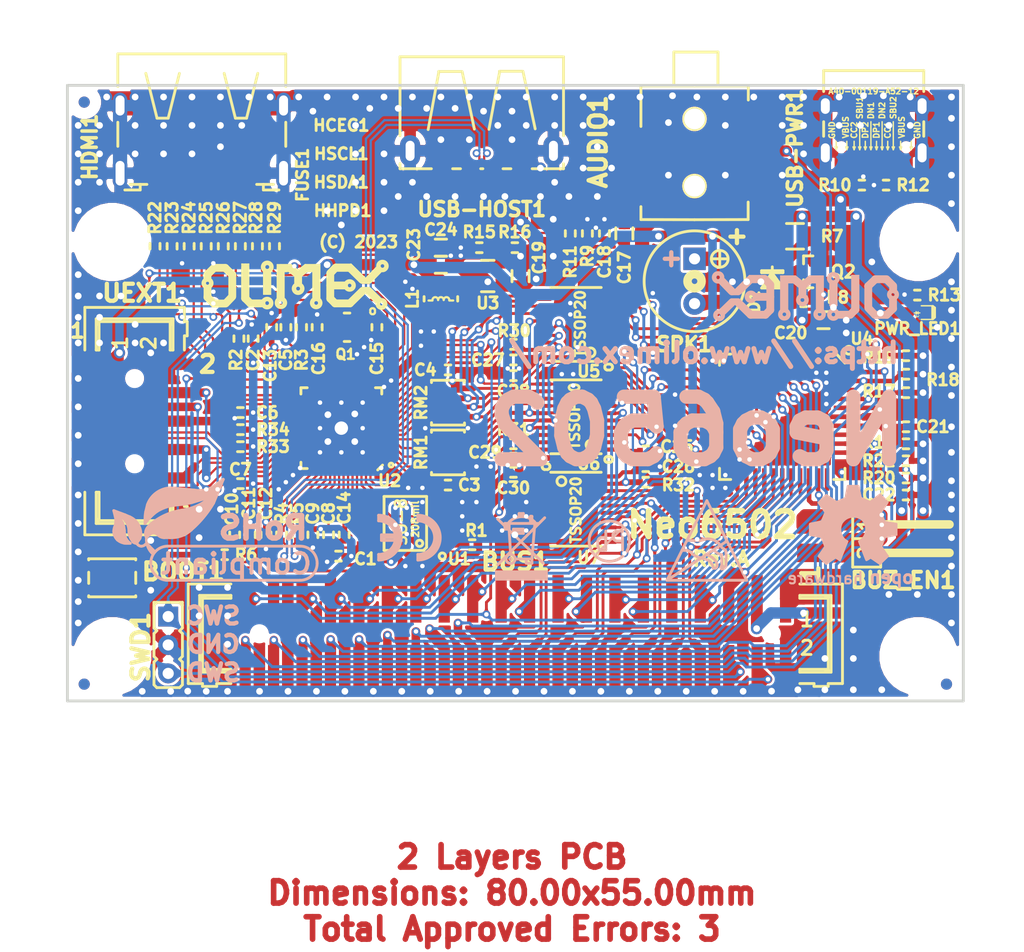
<source format=kicad_pcb>
(kicad_pcb (version 20171130) (host pcbnew 5.1.4-e60b266~84~ubuntu18.04.1)
  (title_block (title Neo6502) (date 2023-05-24) (rev A) (company "OLIMEX LTD.") (comment 1 https://www.olimex.com))
  (layers (0 F.Cu signal) (31 B.Cu signal) (34 B.Paste user hide) (35 F.Paste user) (36 B.SilkS user hide) (37 F.SilkS user) (38 B.Mask user hide) (39 F.Mask user hide) (44 Edge.Cuts user))
  (net 0 "")
  (net 1 GND)
  (net 2 "Net-(FID1-PadFid1)")
  (net 3 "Net-(FID2-PadFid1)")
  (net 4 "Net-(FID3-PadFid1)")
  (net 5 "Net-(FID4-PadFid1)")
  (net 6 "Net-(FID5-PadFid1)")
  (net 7 "Net-(FID6-PadFid1)")
  (net 8 /USB_D-)
  (net 9 /USB_D+)
  (net 10 +3.3V)
  (net 11 "Net-(AUDIO1-Pad1)")
  (net 12 /BUZZER)
  (net 13 "Net-(BUZ_EN1-Pad1)")
  (net 14 +5V_USB)
  (net 15 "Net-(PWR_LED1-Pad1)")
  (net 16 /+1V1)
  (net 17 /SWDIO)
  (net 18 /SWCLK)
  (net 19 /D2-)
  (net 20 /D2+)
  (net 21 /D1-)
  (net 22 /D1+)
  (net 23 "Net-(C15-Pad1)")
  (net 24 "Net-(C16-Pad1)")
  (net 25 /~BOOTSEL)
  (net 26 /A0)
  (net 27 /A1)
  (net 28 /D0)
  (net 29 /A2)
  (net 30 /D1)
  (net 31 /D2)
  (net 32 /A3)
  (net 33 /D3)
  (net 34 /A4)
  (net 35 /D4)
  (net 36 /A5)
  (net 37 /D5)
  (net 38 /A6)
  (net 39 /D6)
  (net 40 /A7)
  (net 41 "/GPIO21\\PHI2(CLK)")
  (net 42 /A15)
  (net 43 /A11)
  (net 44 /A13)
  (net 45 /D7)
  (net 46 /BE)
  (net 47 /A12)
  (net 48 /MLB)
  (net 49 /VPB)
  (net 50 /A9)
  (net 51 /IRQB)
  (net 52 /A10)
  (net 53 /NMIB)
  (net 54 /RESB)
  (net 55 /GPIO11\RW#)
  (net 56 /RDY)
  (net 57 /SOB)
  (net 58 /A14)
  (net 59 /SYNC)
  (net 60 /A8)
  (net 61 /RUN)
  (net 62 "Net-(C17-Pad1)")
  (net 63 "Net-(FUSE1-Pad2)")
  (net 64 /D0+)
  (net 65 /D0-)
  (net 66 /CK+)
  (net 67 /CK-)
  (net 68 "Net-(HDMI1-Pad14)")
  (net 69 "Net-(HDMI1-Pad15)")
  (net 70 "Net-(HDMI1-Pad16)")
  (net 71 "Net-(HDMI1-Pad19)")
  (net 72 "Net-(L1-Pad1)")
  (net 73 /CSn)
  (net 74 "Net-(R3-Pad2)")
  (net 75 /D-)
  (net 76 /D+)
  (net 77 /D_N)
  (net 78 /D_P)
  (net 79 /GPIO20\AUDIO)
  (net 80 /GPIO8\OE1#)
  (net 81 /GPIO9\OE2#)
  (net 82 /GPIO10\OE3#)
  (net 83 /GPIO23\I2C1_SCL)
  (net 84 /GPIO22\I2C1_SDA)
  (net 85 /GPIO0)
  (net 86 "Net-(RM1-Pad1.1)")
  (net 87 /GPIO3)
  (net 88 "Net-(RM1-Pad4.1)")
  (net 89 /GPIO1)
  (net 90 /GPIO2)
  (net 91 "Net-(RM1-Pad2.1)")
  (net 92 "Net-(RM1-Pad3.1)")
  (net 93 "Net-(RM2-Pad3.1)")
  (net 94 "Net-(RM2-Pad2.1)")
  (net 95 /GPIO6)
  (net 96 /GPIO5)
  (net 97 "Net-(RM2-Pad4.1)")
  (net 98 /GPIO7)
  (net 99 "Net-(RM2-Pad1.1)")
  (net 100 /GPIO4)
  (net 101 /IO1)
  (net 102 /IO2)
  (net 103 /IO0)
  (net 104 /CLK)
  (net 105 /IO3)
  (net 106 "/GPIO24\\SPI1_RX(MISO)")
  (net 107 "/GPIO25\\SPI1_CSn(CS#)")
  (net 108 "/GPIO26\\SPI1_SCK(CLK)")
  (net 109 "/GPIO27\\SPI1_TX(MOSI)")
  (net 110 /GPIO28\UART0_TX)
  (net 111 /GPIO29\UART0_RX)
  (net 112 "Net-(U4-Pad42)")
  (net 113 "Net-(U4-Pad37)")
  (net 114 "Net-(U4-Pad33)")
  (net 115 "Net-(U4-Pad6)")
  (net 116 "Net-(HCEC1-Pad1)")
  (net 117 /HDMI_D2+)
  (net 118 /HDMI_D2-)
  (net 119 /HDMI_D1+)
  (net 120 /HDMI_D1-)
  (net 121 /HDMI_D0+)
  (net 122 /HDMI_D0-)
  (net 123 /HDMI_CK+)
  (net 124 /HDMI_CK-)
  (net 125 "Net-(R10-Pad2)")
  (net 126 "Net-(R12-Pad2)")
  (net 127 "Net-(R15-Pad1)")
  (net 128 "Net-(D1-Pad2)")
  (net 129 "Net-(D1-Pad1)")
  (net 130 "Net-(USB-PWR1-PadA8)")
  (net 131 "Net-(USB-PWR1-PadB8)")
  (module OLIMEX_Connectors-FP:HDMI-SWM-19_Paste (layer F.Cu) (at 112 68.25)
    (fp_text reference HDMI1 (at -10 2.25 90) (layer F.SilkS) (effects (font (size 1.27 1.27) (thickness 0.3175))))
    (fp_text value HDMI-SWM-19)
    (pad 0 thru_hole oval (at 7.3 -1.45) (size 1.3 2.3) (drill oval 0.8 1.8) (layers *.Cu *.Mask) (net 1 GND))
    (pad 19 smd rect (at 4.5 5.55 90) (size 1.6 0.25) (layers F.Cu F.Paste F.Mask) (net 71 "Net-(HDMI1-Pad19)"))
    (pad 18 smd rect (at 4 5.55 90) (size 1.6 0.25) (layers F.Cu F.Paste F.Mask) (net 63 "Net-(FUSE1-Pad2)"))
    (pad 17 smd rect (at 3.5 5.55 90) (size 1.6 0.25) (layers F.Cu F.Paste F.Mask) (net 1 GND))
    (pad 16 smd rect (at 3 5.55 90) (size 1.6 0.25) (layers F.Cu F.Paste F.Mask) (net 70 "Net-(HDMI1-Pad16)"))
    (pad 15 smd rect (at 2.5 5.55 90) (size 1.6 0.25) (layers F.Cu F.Paste F.Mask) (net 69 "Net-(HDMI1-Pad15)"))
    (pad 14 smd rect (at 2 5.55 90) (size 1.6 0.25) (layers F.Cu F.Paste F.Mask) (net 68 "Net-(HDMI1-Pad14)"))
    (pad 13 smd rect (at 1.5 5.55 90) (size 1.6 0.25) (layers F.Cu F.Paste F.Mask) (net 116 "Net-(HCEC1-Pad1)"))
    (pad 12 smd rect (at 1 5.55 90) (size 1.6 0.25) (layers F.Cu F.Paste F.Mask) (net 67 /CK-))
    (pad 11 smd rect (at 0.5 5.55 90) (size 1.6 0.25) (layers F.Cu F.Paste F.Mask) (net 1 GND))
    (pad 10 smd rect (at 0 5.55 90) (size 1.6 0.25) (layers F.Cu F.Paste F.Mask) (net 66 /CK+))
    (pad 9 smd rect (at -0.5 5.55 90) (size 1.6 0.25) (layers F.Cu F.Paste F.Mask) (net 65 /D0-))
    (pad 8 smd rect (at -1 5.55 90) (size 1.6 0.25) (layers F.Cu F.Paste F.Mask) (net 1 GND))
    (pad 7 smd rect (at -1.5 5.55 90) (size 1.6 0.25) (layers F.Cu F.Paste F.Mask) (net 64 /D0+))
    (pad 6 smd rect (at -2 5.55 90) (size 1.6 0.25) (layers F.Cu F.Paste F.Mask) (net 21 /D1-))
    (pad 5 smd rect (at -2.5 5.55 90) (size 1.6 0.25) (layers F.Cu F.Paste F.Mask) (net 1 GND))
    (pad 4 smd rect (at -3 5.55 90) (size 1.6 0.25) (layers F.Cu F.Paste F.Mask) (net 22 /D1+))
    (pad 3 smd rect (at -3.5 5.55 90) (size 1.6 0.25) (layers F.Cu F.Paste F.Mask) (net 19 /D2-))
    (pad 2 smd rect (at -4 5.55 90) (size 1.6 0.25) (layers F.Cu F.Paste F.Mask) (net 1 GND))
    (pad 1 smd rect (at -4.5 5.55 90) (size 1.6 0.25) (layers F.Cu F.Paste F.Mask) (net 20 /D2+))
    (pad 0 thru_hole oval (at -7.3 -1.45) (size 1.3 2.3) (drill oval 0.8 1.8) (layers *.Cu *.Mask) (net 1 GND))
    (pad 0 thru_hole oval (at -7.3 4.6) (size 1.3 2.7) (drill oval 0.8 2.2) (layers *.Cu *.Mask) (net 1 GND))
    (pad 0 thru_hole oval (at 7.3 4.6) (size 1.3 2.7) (drill oval 0.8 2.2) (layers *.Cu *.Mask) (net 1 GND))
  )
  (module OLIMEX_Connectors-FP:USB-A-SMT-6.3H_HOST_Female (layer F.Cu) (at 137 68 180)
    (fp_text reference USB-HOST1 (at 0 -8.073 180) (layer F.SilkS) (effects (font (size 1.27 1.27) (thickness 0.3175))))
    (fp_text value USB-A-SMT-6.3H)
    (pad 4 smd rect (at 3.5 -5.05 180) (size 1 2) (layers F.Cu F.Paste F.Mask) (net 1 GND))
    (pad 3 smd rect (at 1 -5.05 180) (size 1 2) (layers F.Cu F.Paste F.Mask) (net 9 /USB_D+))
    (pad 2 smd rect (at -1 -5.05 180) (size 1 2) (layers F.Cu F.Paste F.Mask) (net 8 /USB_D-))
    (pad 1 smd rect (at -3.5 -5.05 180) (size 1 2) (layers F.Cu F.Paste F.Mask) (net 14 +5V_USB))
    (pad 5 thru_hole oval (at 6.4 -2.85 180) (size 1.8 2.8) (drill oval 0.8 1.8) (layers *.Cu *.Mask) (net 1 GND))
    (pad 5 thru_hole oval (at -6.4 -2.85 180) (size 1.8 2.8) (drill oval 0.8 1.8) (layers *.Cu *.Mask) (net 1 GND))
  )
  (module OLIMEX_Connectors-FP:GBH-254-SMT-40 (layer F.Cu) (at 140 114 180)
    (fp_text reference BUS1 (at 0 6.431) (layer F.SilkS) (effects (font (size 1.524 1.524) (thickness 0.381))))
    (fp_text value "B-V-40-LF(GBH254SMT-40)")
    (fp_text user 2 (at -26.035 -1.27) (layer F.SilkS) (effects (font (size 1.27 1.27) (thickness 0.254))))
    (fp_text user 1 (at -26.035 1.27) (layer F.SilkS) (effects (font (size 1.27 1.27) (thickness 0.254))))
    (pad "" np_thru_hole circle (at 22.86 0 180) (size 1.2 1.2) (drill 1.2) (layers *.Cu *.Mask))
    (pad "" np_thru_hole circle (at -22.86 0 180) (size 1.2 1.2) (drill 1.2) (layers *.Cu *.Mask))
    (pad 40 smd rect (at 24.13 -3.125 270) (size 4.25 1) (layers F.Cu F.Mask) (net 54 /RESB))
    (pad 39 smd rect (at 24.13 3.125 90) (size 4.25 1) (layers F.Cu F.Mask) (net 55 /GPIO11\RW#))
    (pad 38 smd rect (at 21.59 -3.125 270) (size 4.25 1) (layers F.Cu F.Mask) (net 57 /SOB))
    (pad 37 smd rect (at 21.59 3.125 90) (size 4.25 1) (layers F.Cu F.Mask) (net 41 "/GPIO21\\PHI2(CLK)"))
    (pad 36 smd rect (at 19.05 -3.125 270) (size 4.25 1) (layers F.Cu F.Mask) (net 48 /MLB))
    (pad 35 smd rect (at 19.05 3.125 90) (size 4.25 1) (layers F.Cu F.Mask) (net 42 /A15))
    (pad 34 smd rect (at 16.51 -3.125 270) (size 4.25 1) (layers F.Cu F.Mask) (net 49 /VPB))
    (pad 33 smd rect (at 16.51 3.125 90) (size 4.25 1) (layers F.Cu F.Mask) (net 58 /A14))
    (pad 32 smd rect (at 13.97 -3.125 270) (size 4.25 1) (layers F.Cu F.Mask) (net 59 /SYNC))
    (pad 31 smd rect (at 13.97 3.125 90) (size 4.25 1) (layers F.Cu F.Mask) (net 44 /A13))
    (pad 30 smd rect (at 11.43 -3.125 270) (size 4.25 1) (layers F.Cu F.Mask) (net 46 /BE))
    (pad 29 smd rect (at 11.43 3.125 90) (size 4.25 1) (layers F.Cu F.Mask) (net 47 /A12))
    (pad 28 smd rect (at 8.89 -3.125 270) (size 4.25 1) (layers F.Cu F.Mask) (net 56 /RDY))
    (pad 27 smd rect (at 8.89 3.125 90) (size 4.25 1) (layers F.Cu F.Mask) (net 43 /A11))
    (pad 26 smd rect (at 6.35 -3.125 270) (size 4.25 1) (layers F.Cu F.Mask) (net 53 /NMIB))
    (pad 25 smd rect (at 6.35 3.125 90) (size 4.25 1) (layers F.Cu F.Mask) (net 52 /A10))
    (pad 24 smd rect (at 3.81 -3.125 270) (size 4.25 1) (layers F.Cu F.Mask) (net 51 /IRQB))
    (pad 23 smd rect (at 3.81 3.125 90) (size 4.25 1) (layers F.Cu F.Mask) (net 50 /A9))
    (pad 22 smd rect (at 1.27 -3.125 270) (size 4.25 1) (layers F.Cu F.Mask) (net 45 /D7))
    (pad 21 smd rect (at 1.27 3.125 90) (size 4.25 1) (layers F.Cu F.Mask) (net 60 /A8))
    (pad 20 smd rect (at -1.27 -3.125 270) (size 4.25 1) (layers F.Cu F.Mask) (net 39 /D6))
    (pad 19 smd rect (at -1.27 3.125 270) (size 4.25 1) (layers F.Cu F.Mask) (net 40 /A7))
    (pad 18 smd rect (at -3.81 -3.125 270) (size 4.25 1) (layers F.Cu F.Mask) (net 37 /D5))
    (pad 17 smd rect (at -3.81 3.125 270) (size 4.25 1) (layers F.Cu F.Mask) (net 38 /A6))
    (pad 16 smd rect (at -6.35 -3.125 270) (size 4.25 1) (layers F.Cu F.Mask) (net 35 /D4))
    (pad 15 smd rect (at -6.35 3.125 270) (size 4.25 1) (layers F.Cu F.Mask) (net 36 /A5))
    (pad 14 smd rect (at -8.89 -3.125 270) (size 4.25 1) (layers F.Cu F.Mask) (net 33 /D3))
    (pad 13 smd rect (at -8.89 3.125 270) (size 4.25 1) (layers F.Cu F.Mask) (net 34 /A4))
    (pad 12 smd rect (at -11.43 -3.125 270) (size 4.25 1) (layers F.Cu F.Mask) (net 31 /D2))
    (pad 11 smd rect (at -11.43 3.125 270) (size 4.25 1) (layers F.Cu F.Mask) (net 32 /A3))
    (pad 10 smd rect (at -13.97 -3.125 270) (size 4.25 1) (layers F.Cu F.Mask) (net 30 /D1))
    (pad 9 smd rect (at -13.97 3.125 270) (size 4.25 1) (layers F.Cu F.Mask) (net 29 /A2))
    (pad 8 smd rect (at -16.51 -3.125 270) (size 4.25 1) (layers F.Cu F.Mask) (net 28 /D0))
    (pad 7 smd rect (at -16.51 3.125 270) (size 4.25 1) (layers F.Cu F.Mask) (net 27 /A1))
    (pad 6 smd rect (at -19.05 -3.125 270) (size 4.25 1) (layers F.Cu F.Mask) (net 18 /SWCLK))
    (pad 5 smd rect (at -19.05 3.125 270) (size 4.25 1) (layers F.Cu F.Mask) (net 26 /A0))
    (pad 4 smd rect (at -21.59 -3.125 270) (size 4.25 1) (layers F.Cu F.Mask) (net 17 /SWDIO))
    (pad 3 smd rect (at -21.59 3.125 270) (size 4.25 1) (layers F.Cu F.Mask) (net 10 +3.3V))
    (pad 2 smd rect (at -24.13 -3.125 270) (size 4.25 1) (layers F.Cu F.Mask) (net 1 GND))
    (pad 1 smd rect (at -24.13 3.125 270) (size 4.25 1) (layers F.Cu F.Mask) (net 14 +5V_USB))
  )
  (module OLIMEX_Connectors-FP:GBH-254-SMT-10 (layer F.Cu) (at 106 95 270)
    (fp_text reference UEXT1 (at -11.434 -0.68 180) (layer F.SilkS) (effects (font (size 1.524 1.524) (thickness 0.381))))
    (fp_text value "B-V-10-LF(GBH254SMT-10)")
    (fp_text user 1 (at -6.985 1.27 90) (layer F.SilkS) (effects (font (size 1.27 1.27) (thickness 0.254))))
    (fp_text user 2 (at -6.985 -1.27 90) (layer F.SilkS) (effects (font (size 1.27 1.27) (thickness 0.254))))
    (pad "" np_thru_hole circle (at 3.81 0 270) (size 1.2 1.2) (drill 1.2) (layers *.Cu *.Mask))
    (pad 1 smd rect (at -5.08 3.125) (size 4.25 1) (layers F.Cu F.Mask) (net 10 +3.3V))
    (pad 2 smd rect (at -5.08 -3.125) (size 4.25 1) (layers F.Cu F.Mask) (net 1 GND))
    (pad 3 smd rect (at -2.54 3.125) (size 4.25 1) (layers F.Cu F.Mask) (net 110 /GPIO28\UART0_TX))
    (pad 4 smd rect (at -2.54 -3.125) (size 4.25 1) (layers F.Cu F.Mask) (net 111 /GPIO29\UART0_RX))
    (pad 5 smd rect (at 0 3.125) (size 4.25 1) (layers F.Cu F.Mask) (net 83 /GPIO23\I2C1_SCL))
    (pad 6 smd rect (at 0 -3.125) (size 4.25 1) (layers F.Cu F.Mask) (net 84 /GPIO22\I2C1_SDA))
    (pad 7 smd rect (at 2.54 3.125) (size 4.25 1) (layers F.Cu F.Mask) (net 106 "/GPIO24\\SPI1_RX(MISO)"))
    (pad 8 smd rect (at 2.54 -3.125) (size 4.25 1) (layers F.Cu F.Mask) (net 109 "/GPIO27\\SPI1_TX(MOSI)"))
    (pad 9 smd rect (at 5.08 3.125) (size 4.25 1) (layers F.Cu F.Mask) (net 108 "/GPIO26\\SPI1_SCK(CLK)"))
    (pad 10 smd rect (at 5.08 -3.125) (size 4.25 1) (layers F.Cu F.Mask) (net 107 "/GPIO25\\SPI1_CSn(CS#)"))
    (pad "" np_thru_hole circle (at -3.81 0 270) (size 1.2 1.2) (drill 1.2) (layers *.Cu *.Mask))
  )
  (module "OLIMEX_Jumpers-FP:HN1x2(SMD)_H-WX-1x2-LF" (layer F.Cu) (at 167 105.5 270)
    (fp_text reference BUZ_EN1 (at 3.72 -7.625) (layer F.SilkS) (effects (font (size 1.397 1.397) (thickness 0.34925))))
    (fp_text value H-WX-1x2-LF+MJ6)
    (fp_text user 2 (at 1.27 -4.2926 90) (layer F.SilkS) (effects (font (size 1.27 1.27) (thickness 0.254))))
    (fp_text user 1 (at -1.27 -4.2926 90) (layer F.SilkS) (effects (font (size 1.27 1.27) (thickness 0.254))))
    (pad 1 smd rect (at -1.27 0 270) (size 1.651 3.683) (layers F.Cu F.Paste F.Mask) (net 13 "Net-(BUZ_EN1-Pad1)"))
    (pad 2 smd rect (at 1.27 0 270) (size 1.651 3.683) (layers F.Cu F.Paste F.Mask) (net 12 /BUZZER))
  )
  (module OLIMEX_Signs-FP:Sign_RoHS_1 (layer B.Cu) (at 121.285 108.585 180)
    (fp_text reference Sign_RoHS hide)
    (fp_text value Sign_RoHS hide)
    (fp_text user Compliant (at 6.20014 0.8382) (layer B.SilkS) (effects (font (size 1.778 1.778) (thickness 0.35)) (justify mirror)))
    (fp_text user RoHS (at 3.81508 4.04368) (layer B.SilkS) (effects (font (size 2 2) (thickness 0.5)) (justify mirror)))
  )
  (module OLIMEX_Signs-FP:Sign_RecycleBin_1 (layer B.Cu) (at 142.875 109.22 180)
    (fp_text reference Sign_RecycleBin hide)
    (fp_text value Sign_RecycleBin hide)
  )
  (module OLIMEX_Signs-FP:Sign_PB-Free (layer B.Cu) (at 148.59 105.41)
    (fp_text reference Sign_PB-Free)
    (fp_text value Sign_PB-Free)
    (fp_text user Pb (at -0.08636 0.33528) (layer B.SilkS) (effects (font (size 1.7 1.5) (thickness 0.254)) (justify mirror)))
  )
  (module OLIMEX_Signs-FP:Sign_OSHW_8x8 (layer B.Cu) (at 170.18 104.775 180)
    (fp_text reference Sign_OSHW_8x8 hide)
    (fp_text value Sign_OSHW_8x8 hide)
    (fp_text user open (at -3.40106 -4.17576) (layer B.SilkS) (effects (font (size 1.1 1.1) (thickness 0.254)) (justify mirror)))
    (fp_text user hardware (at 2.51206 -4.2672) (layer B.SilkS) (effects (font (thickness 0.18)) (justify mirror)))
  )
  (module OLIMEX_Signs-FP:Sign_Antistatic (layer B.Cu) (at 160.655 109.22 180)
    (fp_text reference Sign_Antistatic hide)
    (fp_text value Sign_Antistatic hide)
  )
  (module OLIMEX_Signs-FP:Logo_OLIMEX_TB (layer B.Cu) (at 165.735 83.82 180)
    (fp_text reference Logo_OLIMEX_TB-Bottom hide)
    (fp_text value Logo_OLIMEX_TB hide)
  )
  (module OLIMEX_Signs-FP:CE_Sign (layer B.Cu) (at 129.54 105.41 180)
    (fp_text reference Sign_CE hide)
    (fp_text value CE_Sign hide)
  )
  (module OLIMEX_Signs-FP:Logo_OLIMEX_TB (layer F.Cu) (at 120.5 82.804)
    (fp_text reference Logo_OLIMEX_TB-Top hide)
    (fp_text value Logo_OLIMEX_TB hide)
  )
  (module OLIMEX_Connectors-FP:SCJ325P00XG0B02G (layer F.Cu) (at 156 68 270)
    (fp_text reference AUDIO1 (at 2.0405 8.6165 270) (layer F.SilkS) (effects (font (size 1.524 1.524) (thickness 0.381))))
    (fp_text value PJ-3.5-365-5P)
    (pad "" np_thru_hole circle (at 6 0 270) (size 1.7 1.7) (drill 1.7) (layers *.Cu *.Mask))
    (pad "" np_thru_hole circle (at 0 0 270) (size 1.7 1.7) (drill 1.7) (layers *.Cu *.Mask))
    (pad 4 smd rect (at 2.9 -5.3 270) (size 2.1 2.999999) (layers F.Cu F.Paste F.Mask) (net 12 /BUZZER) (clearance 0.0508))
    (pad 5 smd rect (at 2.1 5.3 270) (size 2.1 2.999999) (layers F.Cu F.Paste F.Mask) (net 12 /BUZZER) (clearance 0.0508))
    (pad 3 smd rect (at 6 -5.3 270) (size 2.1 2.999999) (layers F.Cu F.Paste F.Mask) (net 11 "Net-(AUDIO1-Pad1)") (clearance 0.0508))
    (pad 1 smd rect (at 6.3 5.3 270) (size 2.5 2.999999) (layers F.Cu F.Paste F.Mask) (net 11 "Net-(AUDIO1-Pad1)") (clearance 0.0508))
    (pad 2 smd rect (at -0.2 -5.3 270) (size 2.5 2.999999) (layers F.Cu F.Paste F.Mask) (net 1 GND) (clearance 0.0508))
  )
  (module OLIMEX_RLC-FP:C_0402_5MIL_DWS (layer F.Cu) (at 174.879 101.6 180)
    (fp_text reference C22 (at 2.413 0 180) (layer F.SilkS) (effects (font (size 1.016 1.016) (thickness 0.254))))
    (fp_text value 100nF/10V/20%/X5R/C0402)
    (pad 2 smd rect (at 0.508 0 180) (size 0.5 0.55) (layers F.Cu F.Paste F.Mask) (net 10 +3.3V))
    (pad 1 smd rect (at -0.508 0) (size 0.5 0.55) (layers F.Cu F.Paste F.Mask) (net 1 GND))
  )
  (module OLIMEX_Other-FP:Fiducial1x3 (layer F.Cu) (at 101.5 118.5)
    (fp_text reference FID1 hide)
    (fp_text value Fiducial hide)
    (pad Fid1 connect circle (at 0 0) (size 1 1) (layers F.Cu F.Mask) (net 2 "Net-(FID1-PadFid1)") (clearance 1.016))
  )
  (module OLIMEX_Other-FP:Fiducial1x3 (layer F.Cu) (at 101.5 66.5)
    (fp_text reference FID2 hide)
    (fp_text value Fiducial hide)
    (pad Fid1 connect circle (at 0 0) (size 1 1) (layers F.Cu F.Mask) (net 3 "Net-(FID2-PadFid1)") (clearance 1.016))
  )
  (module OLIMEX_Other-FP:Fiducial1x3 (layer F.Cu) (at 178.5 118.5)
    (fp_text reference FID3 hide)
    (fp_text value Fiducial hide)
    (pad Fid1 connect circle (at 0 0) (size 1 1) (layers F.Cu F.Mask) (net 4 "Net-(FID3-PadFid1)") (clearance 1.016))
  )
  (module OLIMEX_Other-FP:Fiducial1x3 (layer B.Cu) (at 101.5 118.5)
    (fp_text reference FID4 hide)
    (fp_text value Fiducial hide)
    (pad Fid1 connect circle (at 0 0) (size 1 1) (layers B.Cu B.Mask) (net 5 "Net-(FID4-PadFid1)") (clearance 1.016))
  )
  (module OLIMEX_Other-FP:Fiducial1x3 (layer B.Cu) (at 101.5 66.5)
    (fp_text reference FID5 hide)
    (fp_text value Fiducial hide)
    (pad Fid1 connect circle (at 0 0) (size 1 1) (layers B.Cu B.Mask) (net 6 "Net-(FID5-PadFid1)") (clearance 1.016))
  )
  (module OLIMEX_Other-FP:Fiducial1x3 (layer B.Cu) (at 178.5 118.5)
    (fp_text reference FID6 hide)
    (fp_text value Fiducial hide)
    (pad Fid1 connect circle (at 0 0) (size 1 1) (layers B.Cu B.Mask) (net 7 "Net-(FID6-PadFid1)") (clearance 1.016))
  )
  (module OLIMEX_Other-FP:Mounting_Hole_Drill-3.3mm_Clerance-7mm (layer F.Cu) (at 104 116)
    (fp_text reference MH1 hide)
    (fp_text value Mounting_Hole_NPTH hide)
    (pad "" np_thru_hole circle (at 0 0) (size 3.300001 3.300001) (drill 3.300001) (layers *.Cu *.Mask) (clearance 1.85))
  )
  (module OLIMEX_Other-FP:Mounting_Hole_Drill-3.3mm_Clerance-7mm (layer F.Cu) (at 176 116)
    (fp_text reference MH2 hide)
    (fp_text value Mounting_Hole_NPTH hide)
    (pad "" np_thru_hole circle (at 0 0) (size 3.300001 3.300001) (drill 3.300001) (layers *.Cu *.Mask) (clearance 1.85))
  )
  (module OLIMEX_Other-FP:Mounting_Hole_Drill-3.3mm_Clerance-7mm (layer F.Cu) (at 176 79)
    (fp_text reference MH3 hide)
    (fp_text value Mounting_Hole_NPTH hide)
    (pad "" np_thru_hole circle (at 0 0) (size 3.300001 3.300001) (drill 3.300001) (layers *.Cu *.Mask) (clearance 1.85))
  )
  (module OLIMEX_Other-FP:Mounting_Hole_Drill-3.3mm_Clerance-7mm (layer F.Cu) (at 104 79)
    (fp_text reference MH4 hide)
    (fp_text value Mounting_Hole_NPTH hide)
    (pad "" np_thru_hole circle (at 0 0) (size 3.300001 3.300001) (drill 3.300001) (layers *.Cu *.Mask) (clearance 1.85))
  )
  (module OLIMEX_LEDs-FP:LED_0603_KA (layer F.Cu) (at 175.87 85.33 180)
    (fp_text reference PWR_LED1 (at -0.025 -1.411) (layer F.SilkS) (effects (font (size 1.016 1.016) (thickness 0.254))))
    (fp_text value LED/RED/0603)
    (pad 1 smd rect (at -0.762 0) (size 0.8 0.8) (layers F.Cu F.Paste F.Mask) (net 15 "Net-(PWR_LED1-Pad1)"))
    (pad 2 smd rect (at 0.762 0) (size 0.8 0.8) (layers F.Cu F.Paste F.Mask) (net 14 +5V_USB))
  )
  (module OLIMEX_RLC-FP:R_0402_5MIL_DWS (layer F.Cu) (at 175.895 83.74 180)
    (fp_text reference R13 (at -2.413 0) (layer F.SilkS) (effects (font (size 1.016 1.016) (thickness 0.254))))
    (fp_text value 2.2k/R0402)
    (pad 2 smd rect (at 0.508 0 180) (size 0.5 0.55) (layers F.Cu F.Paste F.Mask) (net 1 GND))
    (pad 1 smd rect (at -0.508 0) (size 0.5 0.55) (layers F.Cu F.Paste F.Mask) (net 15 "Net-(PWR_LED1-Pad1)"))
  )
  (module OLIMEX_RLC-FP:R_0402_5MIL_DWS (layer F.Cu) (at 115.443 97.282 180)
    (fp_text reference R33 (at -2.921 0) (layer F.SilkS) (effects (font (size 1.016 1.016) (thickness 0.254))))
    (fp_text value 2.2k/R0402)
    (pad 2 smd rect (at 0.508 0 180) (size 0.5 0.55) (layers F.Cu F.Paste F.Mask) (net 83 /GPIO23\I2C1_SCL))
    (pad 1 smd rect (at -0.508 0) (size 0.5 0.55) (layers F.Cu F.Paste F.Mask) (net 10 +3.3V))
  )
  (module OLIMEX_RLC-FP:R_0402_5MIL_DWS (layer F.Cu) (at 139.827 88.138 180)
    (fp_text reference R30 (at -0.0635 1.2065) (layer F.SilkS) (effects (font (size 1.016 1.016) (thickness 0.254))))
    (fp_text value 10k/R0402)
    (pad 2 smd rect (at 0.508 0 180) (size 0.5 0.55) (layers F.Cu F.Paste F.Mask) (net 10 +3.3V))
    (pad 1 smd rect (at -0.508 0) (size 0.5 0.55) (layers F.Cu F.Paste F.Mask) (net 80 /GPIO8\OE1#))
  )
  (module OLIMEX_RLC-FP:R_0402_5MIL_DWS (layer F.Cu) (at 115.443 95.758 180)
    (fp_text reference R34 (at -2.921 0) (layer F.SilkS) (effects (font (size 1.016 1.016) (thickness 0.254))))
    (fp_text value 2.2k/R0402)
    (pad 2 smd rect (at 0.508 0 180) (size 0.5 0.55) (layers F.Cu F.Paste F.Mask) (net 84 /GPIO22\I2C1_SDA))
    (pad 1 smd rect (at -0.508 0) (size 0.5 0.55) (layers F.Cu F.Paste F.Mask) (net 10 +3.3V))
  )
  (module OLIMEX_RLC-FP:R_0402_5MIL_DWS (layer F.Cu) (at 165.735 84.328 180)
    (fp_text reference R8 (at -3.048 0.381 180) (layer F.SilkS) (effects (font (size 1.016 1.016) (thickness 0.254))))
    (fp_text value 2.2k/R0402)
    (pad 2 smd rect (at 0.508 0 180) (size 0.5 0.55) (layers F.Cu F.Paste F.Mask) (net 128 "Net-(D1-Pad2)"))
    (pad 1 smd rect (at -0.508 0) (size 0.5 0.55) (layers F.Cu F.Paste F.Mask) (net 13 "Net-(BUZ_EN1-Pad1)"))
  )
  (module OLIMEX_RLC-FP:R_0402_5MIL_DWS (layer F.Cu) (at 146.431 78.232 90)
    (fp_text reference R9 (at -2.032 0 90) (layer F.SilkS) (effects (font (size 1.016 1.016) (thickness 0.254))))
    (fp_text value 150R/R0402)
    (pad 2 smd rect (at 0.508 0 90) (size 0.5 0.55) (layers F.Cu F.Paste F.Mask) (net 1 GND))
    (pad 1 smd rect (at -0.508 0 270) (size 0.5 0.55) (layers F.Cu F.Paste F.Mask) (net 62 "Net-(C17-Pad1)"))
  )
  (module OLIMEX_RLC-FP:R_0402_5MIL_DWS (layer F.Cu) (at 144.907 78.232 90)
    (fp_text reference R11 (at -2.54 0 90) (layer F.SilkS) (effects (font (size 1.016 1.016) (thickness 0.254))))
    (fp_text value 270R/R0402)
    (pad 2 smd rect (at 0.508 0 90) (size 0.5 0.55) (layers F.Cu F.Paste F.Mask) (net 79 /GPIO20\AUDIO))
    (pad 1 smd rect (at -0.508 0 270) (size 0.5 0.55) (layers F.Cu F.Paste F.Mask) (net 62 "Net-(C17-Pad1)"))
  )
  (module OLIMEX_RLC-FP:C_0603_5MIL_DWS (layer F.Cu) (at 167.513 85.979)
    (fp_text reference C20 (at -2.921 1.143) (layer F.SilkS) (effects (font (size 1.016 1.016) (thickness 0.254))))
    (fp_text value 22uF/6.3V/20%/X5R/C0603)
    (pad 2 smd rect (at 0.889 0) (size 1.016 1.016) (layers F.Cu F.Paste F.Mask) (net 1 GND) (clearance 0.0508))
    (pad 1 smd rect (at -0.889 0) (size 1.016 1.016) (layers F.Cu F.Paste F.Mask) (net 10 +3.3V) (clearance 0.0508))
  )
  (module OLIMEX_RLC-FP:C_0603_5MIL_DWS (layer F.Cu) (at 149.733 78.232 90)
    (fp_text reference C17 (at -3.048 0 90) (layer F.SilkS) (effects (font (size 1.016 1.016) (thickness 0.254))))
    (fp_text value 22uF/6.3V/20%/X5R/C0603)
    (pad 2 smd rect (at 0.889 0 90) (size 1.016 1.016) (layers F.Cu F.Paste F.Mask) (net 11 "Net-(AUDIO1-Pad1)") (clearance 0.0508))
    (pad 1 smd rect (at -0.889 0 90) (size 1.016 1.016) (layers F.Cu F.Paste F.Mask) (net 62 "Net-(C17-Pad1)") (clearance 0.0508))
  )
  (module OLIMEX_RLC-FP:C_0402_5MIL_DWS (layer F.Cu) (at 147.955 78.232 90)
    (fp_text reference C18 (at -2.54 0 90) (layer F.SilkS) (effects (font (size 1.016 1.016) (thickness 0.254))))
    (fp_text value 100nF/10V/20%/X5R/C0402)
    (pad 2 smd rect (at 0.508 0 90) (size 0.5 0.55) (layers F.Cu F.Paste F.Mask) (net 1 GND))
    (pad 1 smd rect (at -0.508 0 270) (size 0.5 0.55) (layers F.Cu F.Paste F.Mask) (net 62 "Net-(C17-Pad1)"))
  )
  (module OLIMEX_Diodes-FP:SOD-123_1C-2A_KA (layer F.Cu) (at 162.931 82.447002 270)
    (fp_text reference D1 (at 1.880998 1.641 90) (layer F.SilkS) (effects (font (size 1.016 1.016) (thickness 0.254))))
    (fp_text value 1N4148W/SOD123)
    (pad 2 smd rect (at 1.9 0 270) (size 1 1.4) (layers F.Cu F.Paste F.Mask) (net 128 "Net-(D1-Pad2)") (clearance 0.0508))
    (pad 1 smd rect (at -1.9 0 270) (size 1 1.4) (layers F.Cu F.Paste F.Mask) (net 129 "Net-(D1-Pad1)") (clearance 0.0508))
  )
  (module OLIMEX_Transistors-FP:SOT23 (layer F.Cu) (at 166.37 81.661)
    (fp_text reference Q2 (at 2.921001 0 180) (layer F.SilkS) (effects (font (size 1.1 1.1) (thickness 0.254))))
    (fp_text value "BC817-40(SOT23)")
    (pad 1 smd rect (at 1.10744 0.94996) (size 1.4 1) (layers F.Cu F.Paste F.Mask) (net 13 "Net-(BUZ_EN1-Pad1)") (clearance 0.0508))
    (pad 2 smd rect (at 1.10744 -0.9525) (size 1.4 1) (layers F.Cu F.Paste F.Mask) (net 1 GND) (clearance 0.0508))
    (pad 3 smd rect (at -1.10236 0.00254) (size 1.4 1) (layers F.Cu F.Paste F.Mask) (net 128 "Net-(D1-Pad2)") (clearance 0.0508))
  )
  (module OLIMEX_Buttons-FP:YTS-A016-X (layer F.Cu) (at 104 109)
    (fp_text reference BOOT1 (at 6.363 -0.542 -180) (layer F.SilkS) (effects (font (size 1.524 1.524) (thickness 0.381))))
    (fp_text value YTS-A016-X hide)
    (pad 2 smd rect (at 2.075 1.075) (size 1.05 0.65) (layers F.Cu F.Paste F.Mask) (net 1 GND))
    (pad 2 smd rect (at -2.075 1.075) (size 1.05 0.65) (layers F.Cu F.Paste F.Mask) (net 1 GND))
    (pad 1 smd rect (at 2.075 -1.075) (size 1.05 0.65) (layers F.Cu F.Paste F.Mask) (net 25 /~BOOTSEL))
    (pad 1 smd rect (at -2.075 -1.075) (size 1.05 0.65) (layers F.Cu F.Paste F.Mask) (net 25 /~BOOTSEL))
  )
  (module OLIMEX_RLC-FP:C_0402_5MIL_DWS (layer F.Cu) (at 124.206 107.061)
    (fp_text reference C1 (at 2.413 0.254) (layer F.SilkS) (effects (font (size 1.016 1.016) (thickness 0.254))))
    (fp_text value 100nF/10V/20%/X5R/C0402)
    (pad 2 smd rect (at 0.508 0) (size 0.5 0.55) (layers F.Cu F.Paste F.Mask) (net 10 +3.3V))
    (pad 1 smd rect (at -0.508 0 180) (size 0.5 0.55) (layers F.Cu F.Paste F.Mask) (net 1 GND))
  )
  (module OLIMEX_RLC-FP:C_0402_5MIL_DWS (layer F.Cu) (at 116.586 87.63 90)
    (fp_text reference C2 (at -1.905 0 90) (layer F.SilkS) (effects (font (size 1.016 1.016) (thickness 0.254))))
    (fp_text value 100nF/10V/20%/X5R/C0402)
    (pad 2 smd rect (at 0.508 0 90) (size 0.5 0.55) (layers F.Cu F.Paste F.Mask) (net 1 GND))
    (pad 1 smd rect (at -0.508 0 270) (size 0.5 0.55) (layers F.Cu F.Paste F.Mask) (net 61 /RUN))
  )
  (module OLIMEX_RLC-FP:C_0402_5MIL_DWS (layer F.Cu) (at 133.985 100.711)
    (fp_text reference C3 (at 1.905 0) (layer F.SilkS) (effects (font (size 1.016 1.016) (thickness 0.254))))
    (fp_text value 100nF/10V/20%/X5R/C0402)
    (pad 2 smd rect (at 0.508 0) (size 0.5 0.55) (layers F.Cu F.Paste F.Mask) (net 1 GND))
    (pad 1 smd rect (at -0.508 0 180) (size 0.5 0.55) (layers F.Cu F.Paste F.Mask) (net 10 +3.3V))
  )
  (module OLIMEX_RLC-FP:C_0402_5MIL_DWS (layer F.Cu) (at 133.985 90.424)
    (fp_text reference C4 (at -2.032 0) (layer F.SilkS) (effects (font (size 1.016 1.016) (thickness 0.254))))
    (fp_text value 100nF/10V/20%/X5R/C0402)
    (pad 1 smd rect (at -0.508 0 180) (size 0.5 0.55) (layers F.Cu F.Paste F.Mask) (net 10 +3.3V))
    (pad 2 smd rect (at 0.508 0) (size 0.5 0.55) (layers F.Cu F.Paste F.Mask) (net 1 GND))
  )
  (module OLIMEX_RLC-FP:C_0402_5MIL_DWS (layer F.Cu) (at 119.507 86.614 90)
    (fp_text reference C5 (at -2.921 0 90) (layer F.SilkS) (effects (font (size 1.016 1.016) (thickness 0.254))))
    (fp_text value 100nF/10V/20%/X5R/C0402)
    (pad 1 smd rect (at -0.508 0 270) (size 0.5 0.55) (layers F.Cu F.Paste F.Mask) (net 10 +3.3V))
    (pad 2 smd rect (at 0.508 0 90) (size 0.5 0.55) (layers F.Cu F.Paste F.Mask) (net 1 GND))
  )
  (module OLIMEX_RLC-FP:C_0402_5MIL_DWS (layer F.Cu) (at 115.443 94.234 180)
    (fp_text reference C6 (at -2.413 0) (layer F.SilkS) (effects (font (size 1.016 1.016) (thickness 0.254))))
    (fp_text value 100nF/10V/20%/X5R/C0402)
    (pad 2 smd rect (at 0.508 0 180) (size 0.5 0.55) (layers F.Cu F.Paste F.Mask) (net 1 GND))
    (pad 1 smd rect (at -0.508 0) (size 0.5 0.55) (layers F.Cu F.Paste F.Mask) (net 10 +3.3V))
  )
  (module OLIMEX_RLC-FP:C_0402_5MIL_DWS (layer F.Cu) (at 115.443 100.584 180)
    (fp_text reference C7 (at 0 1.27) (layer F.SilkS) (effects (font (size 1.016 1.016) (thickness 0.254))))
    (fp_text value 100nF/10V/20%/X5R/C0402)
    (pad 1 smd rect (at -0.508 0) (size 0.5 0.55) (layers F.Cu F.Paste F.Mask) (net 10 +3.3V))
    (pad 2 smd rect (at 0.508 0 180) (size 0.5 0.55) (layers F.Cu F.Paste F.Mask) (net 1 GND))
  )
  (module OLIMEX_RLC-FP:C_0402_5MIL_DWS (layer F.Cu) (at 123.317 105.156 270)
    (fp_text reference C8 (at -1.905 0 90) (layer F.SilkS) (effects (font (size 1.016 1.016) (thickness 0.254))))
    (fp_text value 100nF/10V/20%/X5R/C0402)
    (pad 1 smd rect (at -0.508 0 90) (size 0.5 0.55) (layers F.Cu F.Paste F.Mask) (net 10 +3.3V))
    (pad 2 smd rect (at 0.508 0 270) (size 0.5 0.55) (layers F.Cu F.Paste F.Mask) (net 1 GND))
  )
  (module OLIMEX_RLC-FP:C_0402_5MIL_DWS (layer F.Cu) (at 121.92 105.156 270)
    (fp_text reference C9 (at -1.905 0 90) (layer F.SilkS) (effects (font (size 1.016 1.016) (thickness 0.254))))
    (fp_text value 100nF/10V/20%/X5R/C0402)
    (pad 2 smd rect (at 0.508 0 270) (size 0.5 0.55) (layers F.Cu F.Paste F.Mask) (net 1 GND))
    (pad 1 smd rect (at -0.508 0 90) (size 0.5 0.55) (layers F.Cu F.Paste F.Mask) (net 10 +3.3V))
  )
  (module OLIMEX_RLC-FP:C_0402_5MIL_DWS (layer F.Cu) (at 114.935 105.156 270)
    (fp_text reference C10 (at -2.286 0.254 90) (layer F.SilkS) (effects (font (size 1.016 1.016) (thickness 0.254))))
    (fp_text value 100nF/10V/20%/X5R/C0402)
    (pad 2 smd rect (at 0.508 0 270) (size 0.5 0.55) (layers F.Cu F.Paste F.Mask) (net 1 GND))
    (pad 1 smd rect (at -0.508 0 90) (size 0.5 0.55) (layers F.Cu F.Paste F.Mask) (net 10 +3.3V))
  )
  (module OLIMEX_RLC-FP:C_0402_5MIL_DWS (layer F.Cu) (at 116.332 105.156 270)
    (fp_text reference C11 (at -2.794 0.127 90) (layer F.SilkS) (effects (font (size 1.016 1.016) (thickness 0.254))))
    (fp_text value 2.2uF/6.3V/20%/X5R/C0402)
    (pad 2 smd rect (at 0.508 0 270) (size 0.5 0.55) (layers F.Cu F.Paste F.Mask) (net 1 GND))
    (pad 1 smd rect (at -0.508 0 90) (size 0.5 0.55) (layers F.Cu F.Paste F.Mask) (net 10 +3.3V))
  )
  (module OLIMEX_RLC-FP:C_0402_5MIL_DWS (layer F.Cu) (at 117.729 105.156 270)
    (fp_text reference C12 (at -2.794 0 90) (layer F.SilkS) (effects (font (size 1.016 1.016) (thickness 0.254))))
    (fp_text value 2.2uF/6.3V/20%/X5R/C0402)
    (pad 1 smd rect (at -0.508 0 90) (size 0.5 0.55) (layers F.Cu F.Paste F.Mask) (net 16 /+1V1))
    (pad 2 smd rect (at 0.508 0 270) (size 0.5 0.55) (layers F.Cu F.Paste F.Mask) (net 1 GND))
  )
  (module OLIMEX_RLC-FP:C_0402_5MIL_DWS (layer F.Cu) (at 118.237 86.614 90)
    (fp_text reference C13 (at -3.429 -0.127 90) (layer F.SilkS) (effects (font (size 1.016 1.016) (thickness 0.254))))
    (fp_text value 100nF/10V/20%/X5R/C0402)
    (pad 1 smd rect (at -0.508 0 270) (size 0.5 0.55) (layers F.Cu F.Paste F.Mask) (net 16 /+1V1))
    (pad 2 smd rect (at 0.508 0 90) (size 0.5 0.55) (layers F.Cu F.Paste F.Mask) (net 1 GND))
  )
  (module OLIMEX_RLC-FP:C_0402_5MIL_DWS (layer F.Cu) (at 124.714 105.156 270)
    (fp_text reference C14 (at -2.413 0 90) (layer F.SilkS) (effects (font (size 1.016 1.016) (thickness 0.254))))
    (fp_text value 100nF/10V/20%/X5R/C0402)
    (pad 2 smd rect (at 0.508 0 270) (size 0.5 0.55) (layers F.Cu F.Paste F.Mask) (net 1 GND))
    (pad 1 smd rect (at -0.508 0 90) (size 0.5 0.55) (layers F.Cu F.Paste F.Mask) (net 16 /+1V1))
  )
  (module OLIMEX_RLC-FP:C_0402_5MIL_DWS (layer F.Cu) (at 127.635 86.614 270)
    (fp_text reference C15 (at 2.794 0 90) (layer F.SilkS) (effects (font (size 1.016 1.016) (thickness 0.254))))
    (fp_text value 27pF/50V/5%/C0G/C0402)
    (pad 1 smd rect (at -0.508 0 90) (size 0.5 0.55) (layers F.Cu F.Paste F.Mask) (net 23 "Net-(C15-Pad1)"))
    (pad 2 smd rect (at 0.508 0 270) (size 0.5 0.55) (layers F.Cu F.Paste F.Mask) (net 1 GND))
  )
  (module OLIMEX_RLC-FP:C_0402_5MIL_DWS (layer F.Cu) (at 122.301 86.614 90)
    (fp_text reference C16 (at -2.794 0.127 90) (layer F.SilkS) (effects (font (size 1.016 1.016) (thickness 0.254))))
    (fp_text value 27pF/50V/5%/C0G/C0402)
    (pad 2 smd rect (at 0.508 0 90) (size 0.5 0.55) (layers F.Cu F.Paste F.Mask) (net 1 GND))
    (pad 1 smd rect (at -0.508 0 270) (size 0.5 0.55) (layers F.Cu F.Paste F.Mask) (net 24 "Net-(C16-Pad1)"))
  )
  (module OLIMEX_RLC-FP:C_0603_5MIL_DWS (layer F.Cu) (at 140.462 82.042 90)
    (fp_text reference C19 (at 1.651 1.651 270) (layer F.SilkS) (effects (font (size 1.016 1.016) (thickness 0.254))))
    (fp_text value 22uF/6.3V/20%/X5R/C0603)
    (pad 1 smd rect (at -0.889 0 90) (size 1.016 1.016) (layers F.Cu F.Paste F.Mask) (net 14 +5V_USB) (clearance 0.0508))
    (pad 2 smd rect (at 0.889 0 90) (size 1.016 1.016) (layers F.Cu F.Paste F.Mask) (net 1 GND) (clearance 0.0508))
  )
  (module OLIMEX_RLC-FP:C_0402_5MIL_DWS (layer F.Cu) (at 174.879 95.504001)
    (fp_text reference C21 (at 2.413 -0.000001) (layer F.SilkS) (effects (font (size 1.016 1.016) (thickness 0.254))))
    (fp_text value 100nF/10V/20%/X5R/C0402)
    (pad 1 smd rect (at -0.508 0 180) (size 0.5 0.55) (layers F.Cu F.Paste F.Mask) (net 54 /RESB))
    (pad 2 smd rect (at 0.508 0) (size 0.5 0.55) (layers F.Cu F.Paste F.Mask) (net 1 GND))
  )
  (module OLIMEX_RLC-FP:C_0603_5MIL_DWS (layer F.Cu) (at 133.350001 81.026)
    (fp_text reference C23 (at -2.413001 -1.778 90) (layer F.SilkS) (effects (font (size 1.016 1.016) (thickness 0.254))))
    (fp_text value 22uF/6.3V/20%/X5R/C0603)
    (pad 1 smd rect (at -0.889 0) (size 1.016 1.016) (layers F.Cu F.Paste F.Mask) (net 10 +3.3V) (clearance 0.0508))
    (pad 2 smd rect (at 0.889 0) (size 1.016 1.016) (layers F.Cu F.Paste F.Mask) (net 1 GND) (clearance 0.0508))
  )
  (module OLIMEX_RLC-FP:C_0603_5MIL_DWS (layer F.Cu) (at 133.35 79.502)
    (fp_text reference C24 (at 0 -1.603) (layer F.SilkS) (effects (font (size 1.016 1.016) (thickness 0.254))))
    (fp_text value 22uF/6.3V/20%/X5R/C0603)
    (pad 2 smd rect (at 0.889 0) (size 1.016 1.016) (layers F.Cu F.Paste F.Mask) (net 1 GND) (clearance 0.0508))
    (pad 1 smd rect (at -0.889 0) (size 1.016 1.016) (layers F.Cu F.Paste F.Mask) (net 10 +3.3V) (clearance 0.0508))
  )
  (module OLIMEX_RLC-FP:C_0402_5MIL_DWS (layer F.Cu) (at 151.638 97.663 180)
    (fp_text reference C25 (at -2.794 0.381) (layer F.SilkS) (effects (font (size 1.016 1.016) (thickness 0.254))))
    (fp_text value 2.2uF/6.3V/20%/X5R/C0402)
    (pad 1 smd rect (at -0.508 0) (size 0.5 0.55) (layers F.Cu F.Paste F.Mask) (net 1 GND))
    (pad 2 smd rect (at 0.508 0 180) (size 0.5 0.55) (layers F.Cu F.Paste F.Mask) (net 10 +3.3V))
  )
  (module OLIMEX_RLC-FP:C_0402_5MIL_DWS (layer F.Cu) (at 151.638 99.06 180)
    (fp_text reference C26 (at -2.921 0) (layer F.SilkS) (effects (font (size 1.016 1.016) (thickness 0.254))))
    (fp_text value 100nF/10V/20%/X5R/C0402)
    (pad 2 smd rect (at 0.508 0 180) (size 0.5 0.55) (layers F.Cu F.Paste F.Mask) (net 10 +3.3V))
    (pad 1 smd rect (at -0.508 0) (size 0.5 0.55) (layers F.Cu F.Paste F.Mask) (net 1 GND))
  )
  (module OLIMEX_RLC-FP:C_0402_5MIL_DWS (layer F.Cu) (at 139.827 89.535)
    (fp_text reference C27 (at -2.286 0) (layer F.SilkS) (effects (font (size 1.016 1.016) (thickness 0.254))))
    (fp_text value 100nF/10V/20%/X5R/C0402)
    (pad 1 smd rect (at -0.508 0 180) (size 0.5 0.55) (layers F.Cu F.Paste F.Mask) (net 1 GND))
    (pad 2 smd rect (at 0.508 0) (size 0.5 0.55) (layers F.Cu F.Paste F.Mask) (net 10 +3.3V))
  )
  (module OLIMEX_RLC-FP:C_0402_5MIL_DWS (layer F.Cu) (at 139.827 90.932)
    (fp_text reference C28 (at 0 1.397) (layer F.SilkS) (effects (font (size 1.016 1.016) (thickness 0.254))))
    (fp_text value 2.2uF/6.3V/20%/X5R/C0402)
    (pad 2 smd rect (at 0.508 0) (size 0.5 0.55) (layers F.Cu F.Paste F.Mask) (net 10 +3.3V))
    (pad 1 smd rect (at -0.508 0 180) (size 0.5 0.55) (layers F.Cu F.Paste F.Mask) (net 1 GND))
  )
  (module OLIMEX_RLC-FP:C_0402_5MIL_DWS (layer F.Cu) (at 139.827 98.298)
    (fp_text reference C29 (at -2.54 -0.508 180) (layer F.SilkS) (effects (font (size 1.016 1.016) (thickness 0.254))))
    (fp_text value 100nF/10V/20%/X5R/C0402)
    (pad 1 smd rect (at -0.508 0 180) (size 0.5 0.55) (layers F.Cu F.Paste F.Mask) (net 1 GND))
    (pad 2 smd rect (at 0.508 0) (size 0.5 0.55) (layers F.Cu F.Paste F.Mask) (net 10 +3.3V))
  )
  (module OLIMEX_RLC-FP:C_0402_5MIL_DWS (layer F.Cu) (at 139.827 99.568)
    (fp_text reference C30 (at 0 1.397) (layer F.SilkS) (effects (font (size 1.016 1.016) (thickness 0.254))))
    (fp_text value 2.2uF/6.3V/20%/X5R/C0402)
    (pad 1 smd rect (at -0.508 0 180) (size 0.5 0.55) (layers F.Cu F.Paste F.Mask) (net 1 GND))
    (pad 2 smd rect (at 0.508 0) (size 0.5 0.55) (layers F.Cu F.Paste F.Mask) (net 10 +3.3V))
  )
  (module OLIMEX_Other-FP:TESTPAD_40-ROUND (layer F.Cu) (at 124.46 67.23 90)
    (fp_text reference HCEC1 (at -1.35 0 unlocked) (layer F.SilkS) (effects (font (size 1.016 1.016) (thickness 0.254))))
    (fp_text value TESTPAD hide)
    (pad 1 smd circle (at 0 0 90) (size 1 1) (layers F.Cu F.Mask) (net 116 "Net-(HCEC1-Pad1)"))
  )
  (module OLIMEX_Devices-FP:FUSE-1206 (layer F.Cu) (at 120.396 77.978 90)
    (fp_text reference FUSE1 (at 4.978 0.604 270) (layer F.SilkS) (effects (font (size 1.016 1.016) (thickness 0.254))))
    (fp_text value "NA(FSMD035-1206)")
    (pad 1 smd rect (at -1.4 0 90) (size 1.6 1.8) (layers F.Cu F.Paste F.Mask) (net 14 +5V_USB))
    (pad 2 smd rect (at 1.4 0 90) (size 1.6 1.8) (layers F.Cu F.Paste F.Mask) (net 63 "Net-(FUSE1-Pad2)"))
  )
  (module OLIMEX_RLC-FP:CD32 (layer F.Cu) (at 133.35 84.074 90)
    (fp_text reference L1 (at 0 -2.54 90) (layer F.SilkS) (effects (font (size 1.016 1.016) (thickness 0.254))))
    (fp_text value "2.2uH/1.5A/DCR=58mR/20%/3.00x3.00x1.50mm/CD32(NRS3015T2R2MNGH)")
    (pad 1 smd rect (at -1.2 0 270) (size 1.6 3) (layers F.Cu F.Paste F.Mask) (net 72 "Net-(L1-Pad1)") (clearance 0.0508))
    (pad 2 smd rect (at 1.2 0 270) (size 1.6 3) (layers F.Cu F.Paste F.Mask) (net 10 +3.3V) (clearance 0.0508))
  )
  (module "OLIMEX_Crystal-FP:TSX-3.2x2.5mm_GND(3)" (layer F.Cu) (at 124.968 86.614 180)
    (fp_text reference Q1 (at 0.127 -2.413) (layer F.SilkS) (effects (font (size 0.889 0.889) (thickness 0.22225))))
    (fp_text value Q12MHz/20pF/10ppm/4P/3.2x2.5mm)
    (fp_text user o (at -2.286 1.524 180) (layer F.SilkS) (effects (font (size 0.8 0.8) (thickness 0.2))))
    (pad 1 smd rect (at -1.1 0.8 180) (size 1.4 1.2) (layers F.Cu F.Paste F.Mask) (net 23 "Net-(C15-Pad1)"))
    (pad 2 smd rect (at 1.1 -0.8 180) (size 1.4 1.2) (layers F.Cu F.Paste F.Mask) (net 24 "Net-(C16-Pad1)"))
    (pad 3 smd rect (at 1.1 0.8 180) (size 1.4 1.2) (layers F.Cu F.Paste F.Mask) (net 1 GND))
    (pad 3 smd rect (at -1.1 -0.8 180) (size 1.4 1.2) (layers F.Cu F.Paste F.Mask) (net 1 GND))
  )
  (module OLIMEX_RLC-FP:R_0402_5MIL_DWS (layer F.Cu) (at 136.144 106.045 180)
    (fp_text reference R1 (at -0.381 1.27) (layer F.SilkS) (effects (font (size 1.016 1.016) (thickness 0.254))))
    (fp_text value "NA(10k/R0402)")
    (pad 1 smd rect (at -0.508 0) (size 0.5 0.55) (layers F.Cu F.Paste F.Mask) (net 10 +3.3V))
    (pad 2 smd rect (at 0.508 0 180) (size 0.5 0.55) (layers F.Cu F.Paste F.Mask) (net 73 /CSn))
  )
  (module OLIMEX_RLC-FP:R_0402_5MIL_DWS (layer F.Cu) (at 115.316 87.63 90)
    (fp_text reference R2 (at -1.905 -0.254 90) (layer F.SilkS) (effects (font (size 1.016 1.016) (thickness 0.254))))
    (fp_text value "NA(10k/R0402)")
    (pad 1 smd rect (at -0.508 0 270) (size 0.5 0.55) (layers F.Cu F.Paste F.Mask) (net 10 +3.3V))
    (pad 2 smd rect (at 0.508 0 90) (size 0.5 0.55) (layers F.Cu F.Paste F.Mask) (net 61 /RUN))
  )
  (module OLIMEX_RLC-FP:R_0402_5MIL_DWS (layer F.Cu) (at 120.904 86.614 270)
    (fp_text reference R3 (at 2.921 0 90) (layer F.SilkS) (effects (font (size 1.016 1.016) (thickness 0.254))))
    (fp_text value 100R/R0402)
    (pad 2 smd rect (at 0.508 0 270) (size 0.5 0.55) (layers F.Cu F.Paste F.Mask) (net 74 "Net-(R3-Pad2)"))
    (pad 1 smd rect (at -0.508 0 90) (size 0.5 0.55) (layers F.Cu F.Paste F.Mask) (net 23 "Net-(C15-Pad1)"))
  )
  (module OLIMEX_RLC-FP:R_0402_5MIL_DWS (layer F.Cu) (at 119.126 105.156 90)
    (fp_text reference R4 (at 1.905 0 90) (layer F.SilkS) (effects (font (size 1.016 1.016) (thickness 0.254))))
    (fp_text value 27R/R0402)
    (pad 2 smd rect (at 0.508 0 90) (size 0.5 0.55) (layers F.Cu F.Paste F.Mask) (net 75 /D-))
    (pad 1 smd rect (at -0.508 0 270) (size 0.5 0.55) (layers F.Cu F.Paste F.Mask) (net 8 /USB_D-))
  )
  (module OLIMEX_RLC-FP:R_0402_5MIL_DWS (layer F.Cu) (at 120.523 105.156 90)
    (fp_text reference R5 (at 1.905 0 90) (layer F.SilkS) (effects (font (size 1.016 1.016) (thickness 0.254))))
    (fp_text value 27R/R0402)
    (pad 1 smd rect (at -0.508 0 270) (size 0.5 0.55) (layers F.Cu F.Paste F.Mask) (net 9 /USB_D+))
    (pad 2 smd rect (at 0.508 0 90) (size 0.5 0.55) (layers F.Cu F.Paste F.Mask) (net 76 /D+))
  )
  (module OLIMEX_RLC-FP:R_0402_5MIL_DWS (layer F.Cu) (at 114.046 106.934 180)
    (fp_text reference R6 (at -1.905 0 180) (layer F.SilkS) (effects (font (size 1.016 1.016) (thickness 0.254))))
    (fp_text value 100R/R0402)
    (pad 2 smd rect (at 0.508 0 180) (size 0.5 0.55) (layers F.Cu F.Paste F.Mask) (net 25 /~BOOTSEL))
    (pad 1 smd rect (at -0.508 0) (size 0.5 0.55) (layers F.Cu F.Paste F.Mask) (net 73 /CSn))
  )
  (module OLIMEX_RLC-FP:R_0402_5MIL_DWS (layer F.Cu) (at 170.942 73.914 180)
    (fp_text reference R10 (at 2.413 0) (layer F.SilkS) (effects (font (size 1.016 1.016) (thickness 0.254))))
    (fp_text value 5.1k/R0402)
    (pad 1 smd rect (at -0.508 0) (size 0.5 0.55) (layers F.Cu F.Paste F.Mask) (net 1 GND))
    (pad 2 smd rect (at 0.508 0 180) (size 0.5 0.55) (layers F.Cu F.Paste F.Mask) (net 125 "Net-(R10-Pad2)"))
  )
  (module OLIMEX_RLC-FP:R_0402_5MIL_DWS (layer F.Cu) (at 173.101 73.914)
    (fp_text reference R12 (at 2.413 0) (layer F.SilkS) (effects (font (size 1.016 1.016) (thickness 0.254))))
    (fp_text value 5.1k/R0402)
    (pad 2 smd rect (at 0.508 0) (size 0.5 0.55) (layers F.Cu F.Paste F.Mask) (net 126 "Net-(R12-Pad2)"))
    (pad 1 smd rect (at -0.508 0 180) (size 0.5 0.55) (layers F.Cu F.Paste F.Mask) (net 1 GND))
  )
  (module OLIMEX_RLC-FP:R_0402_5MIL_DWS (layer F.Cu) (at 174.879 97.028 180)
    (fp_text reference R14 (at 2.413 0.127) (layer F.SilkS) (effects (font (size 1.016 1.016) (thickness 0.254))))
    (fp_text value 10k/R0402)
    (pad 1 smd rect (at -0.508 0) (size 0.5 0.55) (layers F.Cu F.Paste F.Mask) (net 10 +3.3V))
    (pad 2 smd rect (at 0.508 0 180) (size 0.5 0.55) (layers F.Cu F.Paste F.Mask) (net 54 /RESB))
  )
  (module OLIMEX_RLC-FP:R_0402_5MIL_DWS (layer F.Cu) (at 136.779 79.502 180)
    (fp_text reference R15 (at 0 1.397) (layer F.SilkS) (effects (font (size 1.016 1.016) (thickness 0.254))))
    (fp_text value 220k/R0402)
    (pad 2 smd rect (at 0.508 0 180) (size 0.5 0.55) (layers F.Cu F.Paste F.Mask) (net 10 +3.3V))
    (pad 1 smd rect (at -0.508 0) (size 0.5 0.55) (layers F.Cu F.Paste F.Mask) (net 127 "Net-(R15-Pad1)"))
  )
  (module OLIMEX_RLC-FP:R_0402_5MIL_DWS (layer F.Cu) (at 139.954 79.502)
    (fp_text reference R16 (at 0 -1.397) (layer F.SilkS) (effects (font (size 1.016 1.016) (thickness 0.254))))
    (fp_text value 49.9k/1%/R0402)
    (pad 1 smd rect (at -0.508 0 180) (size 0.5 0.55) (layers F.Cu F.Paste F.Mask) (net 127 "Net-(R15-Pad1)"))
    (pad 2 smd rect (at 0.508 0) (size 0.5 0.55) (layers F.Cu F.Paste F.Mask) (net 1 GND))
  )
  (module OLIMEX_RLC-FP:R_0402_5MIL_DWS (layer F.Cu) (at 174.879 92.456)
    (fp_text reference R17 (at -2.413 -0.127) (layer F.SilkS) (effects (font (size 1.016 1.016) (thickness 0.254))))
    (fp_text value 10k/R0402)
    (pad 1 smd rect (at -0.508 0 180) (size 0.5 0.55) (layers F.Cu F.Paste F.Mask) (net 56 /RDY))
    (pad 2 smd rect (at 0.508 0) (size 0.5 0.55) (layers F.Cu F.Paste F.Mask) (net 10 +3.3V))
  )
  (module OLIMEX_RLC-FP:R_0402_5MIL_DWS (layer F.Cu) (at 174.879 90.805)
    (fp_text reference R18 (at 3.302 0.508) (layer F.SilkS) (effects (font (size 1.016 1.016) (thickness 0.254))))
    (fp_text value 10k/R0402)
    (pad 2 smd rect (at 0.508 0) (size 0.5 0.55) (layers F.Cu F.Paste F.Mask) (net 10 +3.3V))
    (pad 1 smd rect (at -0.508 0 180) (size 0.5 0.55) (layers F.Cu F.Paste F.Mask) (net 51 /IRQB))
  )
  (module OLIMEX_RLC-FP:R_0402_5MIL_DWS (layer F.Cu) (at 174.879 89.154)
    (fp_text reference R19 (at -2.413 0.127) (layer F.SilkS) (effects (font (size 1.016 1.016) (thickness 0.254))))
    (fp_text value 10k/R0402)
    (pad 1 smd rect (at -0.508 0 180) (size 0.5 0.55) (layers F.Cu F.Paste F.Mask) (net 53 /NMIB))
    (pad 2 smd rect (at 0.508 0) (size 0.5 0.55) (layers F.Cu F.Paste F.Mask) (net 10 +3.3V))
  )
  (module OLIMEX_RLC-FP:R_0402_5MIL_DWS (layer F.Cu) (at 174.879 100.076)
    (fp_text reference R20 (at -2.413 0) (layer F.SilkS) (effects (font (size 1.016 1.016) (thickness 0.254))))
    (fp_text value 10k/R0402)
    (pad 2 smd rect (at 0.508 0) (size 0.5 0.55) (layers F.Cu F.Paste F.Mask) (net 10 +3.3V))
    (pad 1 smd rect (at -0.508 0 180) (size 0.5 0.55) (layers F.Cu F.Paste F.Mask) (net 46 /BE))
  )
  (module OLIMEX_RLC-FP:R_0402_5MIL_DWS (layer F.Cu) (at 174.879 98.552)
    (fp_text reference R21 (at -2.413 0) (layer F.SilkS) (effects (font (size 1.016 1.016) (thickness 0.254))))
    (fp_text value 10k/R0402)
    (pad 1 smd rect (at -0.508 0 180) (size 0.5 0.55) (layers F.Cu F.Paste F.Mask) (net 57 /SOB))
    (pad 2 smd rect (at 0.508 0) (size 0.5 0.55) (layers F.Cu F.Paste F.Mask) (net 10 +3.3V))
  )
  (module OLIMEX_RLC-FP:R_0402_5MIL_DWS (layer F.Cu) (at 107.823 79.375 90)
    (fp_text reference R22 (at 2.54 0 90) (layer F.SilkS) (effects (font (size 1.016 1.016) (thickness 0.254))))
    (fp_text value 270R/R0402)
    (pad 1 smd rect (at -0.508 0 270) (size 0.5 0.55) (layers F.Cu F.Paste F.Mask) (net 117 /HDMI_D2+))
    (pad 2 smd rect (at 0.508 0 90) (size 0.5 0.55) (layers F.Cu F.Paste F.Mask) (net 20 /D2+))
  )
  (module OLIMEX_RLC-FP:R_0402_5MIL_DWS (layer F.Cu) (at 109.347 79.375 90)
    (fp_text reference R23 (at 2.54 0 90) (layer F.SilkS) (effects (font (size 1.016 1.016) (thickness 0.254))))
    (fp_text value 270R/R0402)
    (pad 2 smd rect (at 0.508 0 90) (size 0.5 0.55) (layers F.Cu F.Paste F.Mask) (net 19 /D2-))
    (pad 1 smd rect (at -0.508 0 270) (size 0.5 0.55) (layers F.Cu F.Paste F.Mask) (net 118 /HDMI_D2-))
  )
  (module OLIMEX_RLC-FP:R_0402_5MIL_DWS (layer F.Cu) (at 110.871 79.375 90)
    (fp_text reference R24 (at 2.54 0 90) (layer F.SilkS) (effects (font (size 1.016 1.016) (thickness 0.254))))
    (fp_text value 270R/R0402)
    (pad 1 smd rect (at -0.508 0 270) (size 0.5 0.55) (layers F.Cu F.Paste F.Mask) (net 119 /HDMI_D1+))
    (pad 2 smd rect (at 0.508 0 90) (size 0.5 0.55) (layers F.Cu F.Paste F.Mask) (net 22 /D1+))
  )
  (module OLIMEX_RLC-FP:R_0402_5MIL_DWS (layer F.Cu) (at 112.395 79.375 90)
    (fp_text reference R25 (at 2.54 0 90) (layer F.SilkS) (effects (font (size 1.016 1.016) (thickness 0.254))))
    (fp_text value 270R/R0402)
    (pad 2 smd rect (at 0.508 0 90) (size 0.5 0.55) (layers F.Cu F.Paste F.Mask) (net 21 /D1-))
    (pad 1 smd rect (at -0.508 0 270) (size 0.5 0.55) (layers F.Cu F.Paste F.Mask) (net 120 /HDMI_D1-))
  )
  (module OLIMEX_RLC-FP:R_0402_5MIL_DWS (layer F.Cu) (at 113.919 79.375 90)
    (fp_text reference R26 (at 2.54 0 90) (layer F.SilkS) (effects (font (size 1.016 1.016) (thickness 0.254))))
    (fp_text value 270R/R0402)
    (pad 1 smd rect (at -0.508 0 270) (size 0.5 0.55) (layers F.Cu F.Paste F.Mask) (net 121 /HDMI_D0+))
    (pad 2 smd rect (at 0.508 0 90) (size 0.5 0.55) (layers F.Cu F.Paste F.Mask) (net 64 /D0+))
  )
  (module OLIMEX_RLC-FP:R_0402_5MIL_DWS (layer F.Cu) (at 115.443 79.375 90)
    (fp_text reference R27 (at 2.54 0 90) (layer F.SilkS) (effects (font (size 1.016 1.016) (thickness 0.254))))
    (fp_text value 270R/R0402)
    (pad 2 smd rect (at 0.508 0 90) (size 0.5 0.55) (layers F.Cu F.Paste F.Mask) (net 65 /D0-))
    (pad 1 smd rect (at -0.508 0 270) (size 0.5 0.55) (layers F.Cu F.Paste F.Mask) (net 122 /HDMI_D0-))
  )
  (module OLIMEX_RLC-FP:R_0402_5MIL_DWS (layer F.Cu) (at 116.967 79.375 90)
    (fp_text reference R28 (at 2.54 -0.127 90) (layer F.SilkS) (effects (font (size 1.016 1.016) (thickness 0.254))))
    (fp_text value 270R/R0402)
    (pad 1 smd rect (at -0.508 0 270) (size 0.5 0.55) (layers F.Cu F.Paste F.Mask) (net 123 /HDMI_CK+))
    (pad 2 smd rect (at 0.508 0 90) (size 0.5 0.55) (layers F.Cu F.Paste F.Mask) (net 66 /CK+))
  )
  (module OLIMEX_RLC-FP:R_0402_5MIL_DWS (layer F.Cu) (at 118.491 79.375 90)
    (fp_text reference R29 (at 2.54 0 90) (layer F.SilkS) (effects (font (size 1.016 1.016) (thickness 0.254))))
    (fp_text value 270R/R0402)
    (pad 2 smd rect (at 0.508 0 90) (size 0.5 0.55) (layers F.Cu F.Paste F.Mask) (net 67 /CK-))
    (pad 1 smd rect (at -0.508 0 270) (size 0.5 0.55) (layers F.Cu F.Paste F.Mask) (net 124 /HDMI_CK-))
  )
  (module OLIMEX_RLC-FP:R_0402_5MIL_DWS (layer F.Cu) (at 139.827 97.028 180)
    (fp_text reference R31 (at 0 1.27) (layer F.SilkS) (effects (font (size 1.016 1.016) (thickness 0.254))))
    (fp_text value 10k/R0402)
    (pad 2 smd rect (at 0.508 0 180) (size 0.5 0.55) (layers F.Cu F.Paste F.Mask) (net 10 +3.3V))
    (pad 1 smd rect (at -0.508 0) (size 0.5 0.55) (layers F.Cu F.Paste F.Mask) (net 81 /GPIO9\OE2#))
  )
  (module OLIMEX_RLC-FP:R_0402_5MIL_DWS (layer F.Cu) (at 151.638 100.457)
    (fp_text reference R32 (at 2.921 0.254) (layer F.SilkS) (effects (font (size 1.016 1.016) (thickness 0.254))))
    (fp_text value 10k/R0402)
    (pad 2 smd rect (at 0.508 0) (size 0.5 0.55) (layers F.Cu F.Paste F.Mask) (net 10 +3.3V))
    (pad 1 smd rect (at -0.508 0 180) (size 0.5 0.55) (layers F.Cu F.Paste F.Mask) (net 82 /GPIO10\OE3#))
  )
  (module "OLIMEX_RLC-FP:RA1206_(4X0603)_4B8_xx" (layer F.Cu) (at 133.985 97.79 270)
    (fp_text reference RM1 (at 0 2.413 270) (layer F.SilkS) (effects (font (size 1.016 1.016) (thickness 0.254))))
    (fp_text value "RA1206_(4x0603)_4B8_330R")
    (pad 1.2 smd rect (at -1.27 -0.762 270) (size 0.762 1.016) (layers F.Cu F.Paste F.Mask) (net 87 /GPIO3) (clearance 0.0508))
    (pad 1.1 smd rect (at -1.27 0.762 270) (size 0.762 1.016) (layers F.Cu F.Paste F.Mask) (net 86 "Net-(RM1-Pad1.1)") (clearance 0.0508))
    (pad 4.2 smd rect (at 1.27 -0.762 270) (size 0.762 1.016) (layers F.Cu F.Paste F.Mask) (net 85 /GPIO0) (clearance 0.0508))
    (pad 4.1 smd rect (at 1.27 0.762 270) (size 0.762 1.016) (layers F.Cu F.Paste F.Mask) (net 88 "Net-(RM1-Pad4.1)") (clearance 0.0508))
    (pad 2.2 smd rect (at -0.381 -0.762 270) (size 0.508 1.016) (layers F.Cu F.Paste F.Mask) (net 90 /GPIO2) (clearance 0.0508))
    (pad 3.2 smd rect (at 0.381 -0.762 270) (size 0.508 1.016) (layers F.Cu F.Paste F.Mask) (net 89 /GPIO1) (clearance 0.0508))
    (pad 2.1 smd rect (at -0.381 0.762 270) (size 0.508 1.016) (layers F.Cu F.Paste F.Mask) (net 91 "Net-(RM1-Pad2.1)") (clearance 0.0508))
    (pad 3.1 smd rect (at 0.381 0.762 270) (size 0.508 1.016) (layers F.Cu F.Paste F.Mask) (net 92 "Net-(RM1-Pad3.1)") (clearance 0.0508))
  )
  (module "OLIMEX_RLC-FP:RA1206_(4X0603)_4B8_xx" (layer F.Cu) (at 133.985 93.345 270)
    (fp_text reference RM2 (at 0 2.413 270) (layer F.SilkS) (effects (font (size 1.016 1.016) (thickness 0.254))))
    (fp_text value "RA1206_(4x0603)_4B8_330R")
    (pad 3.1 smd rect (at 0.381 0.762 270) (size 0.508 1.016) (layers F.Cu F.Paste F.Mask) (net 93 "Net-(RM2-Pad3.1)") (clearance 0.0508))
    (pad 2.1 smd rect (at -0.381 0.762 270) (size 0.508 1.016) (layers F.Cu F.Paste F.Mask) (net 94 "Net-(RM2-Pad2.1)") (clearance 0.0508))
    (pad 3.2 smd rect (at 0.381 -0.762 270) (size 0.508 1.016) (layers F.Cu F.Paste F.Mask) (net 96 /GPIO5) (clearance 0.0508))
    (pad 2.2 smd rect (at -0.381 -0.762 270) (size 0.508 1.016) (layers F.Cu F.Paste F.Mask) (net 95 /GPIO6) (clearance 0.0508))
    (pad 4.1 smd rect (at 1.27 0.762 270) (size 0.762 1.016) (layers F.Cu F.Paste F.Mask) (net 97 "Net-(RM2-Pad4.1)") (clearance 0.0508))
    (pad 4.2 smd rect (at 1.27 -0.762 270) (size 0.762 1.016) (layers F.Cu F.Paste F.Mask) (net 100 /GPIO4) (clearance 0.0508))
    (pad 1.1 smd rect (at -1.27 0.762 270) (size 0.762 1.016) (layers F.Cu F.Paste F.Mask) (net 99 "Net-(RM2-Pad1.1)") (clearance 0.0508))
    (pad 1.2 smd rect (at -1.27 -0.762 270) (size 0.762 1.016) (layers F.Cu F.Paste F.Mask) (net 98 /GPIO7) (clearance 0.0508))
  )
  (module OLIMEX_Connectors-FP:HN1x3 (layer F.Cu) (at 109 115 270)
    (fp_text reference SWD1 (at 0.189 2.447 90) (layer F.SilkS) (effects (font (size 1.524 1.524) (thickness 0.381))))
    (fp_text value "NA(HN1x3)")
    (pad 1 thru_hole rect (at -2.54 0 270) (size 1.778 1.778) (drill 1) (layers *.Cu *.Mask) (net 18 /SWCLK))
    (pad 2 thru_hole circle (at 0 0 270) (size 1.778 1.778) (drill 1) (layers *.Cu *.Mask) (net 1 GND))
    (pad 3 thru_hole circle (at 2.54 0 270) (size 1.778 1.778) (drill 1) (layers *.Cu *.Mask) (net 17 /SWDIO))
  )
  (module OLIMEX_IC-FP:SO-8_208mil (layer F.Cu) (at 130.175 104.14 90)
    (fp_text reference U1 (at -3.175 4.826) (layer F.SilkS) (effects (font (size 1.016 1.016) (thickness 0.254))))
    (fp_text value "ZD25Q16BTIGT(SOIC-8_208mils)")
    (fp_text user 208mil (at 0.381 0.889 90) (layer F.SilkS) (effects (font (size 0.635 0.635) (thickness 0.15875))))
    (fp_text user SO-8 (at 0.127 -0.381 90) (layer F.SilkS) (effects (font (size 1.016 1.016) (thickness 0.2032))))
    (pad 1 smd rect (at -1.905 3.235 90) (size 0.6 2.2) (layers F.Cu F.Paste F.Mask) (net 73 /CSn) (clearance 0.0508))
    (pad 2 smd rect (at -0.635 3.235 90) (size 0.6 2.2) (layers F.Cu F.Paste F.Mask) (net 101 /IO1) (clearance 0.0508))
    (pad 3 smd rect (at 0.635 3.235 90) (size 0.6 2.2) (layers F.Cu F.Paste F.Mask) (net 102 /IO2) (clearance 0.0508))
    (pad 4 smd rect (at 1.905 3.235 90) (size 0.6 2.2) (layers F.Cu F.Paste F.Mask) (net 1 GND) (clearance 0.0508))
    (pad 5 smd rect (at 1.905 -3.235 90) (size 0.6 2.2) (layers F.Cu F.Paste F.Mask) (net 103 /IO0) (clearance 0.0508))
    (pad 6 smd rect (at 0.635 -3.235 90) (size 0.6 2.2) (layers F.Cu F.Paste F.Mask) (net 104 /CLK) (clearance 0.0508))
    (pad 7 smd rect (at -0.635 -3.235 90) (size 0.6 2.2) (layers F.Cu F.Paste F.Mask) (net 105 /IO3) (clearance 0.0508))
    (pad 8 smd rect (at -1.905 -3.235 90) (size 0.6 2.2) (layers F.Cu F.Paste F.Mask) (net 10 +3.3V) (clearance 0.0508))
  )
  (module OLIMEX_IC-FP:QFN56_7x7_Pitch_0.4mm (layer F.Cu) (at 124.46 95.626 90)
    (fp_text reference U2 (at -4.704 4.318 180) (layer F.SilkS) (effects (font (size 1.016 1.016) (thickness 0.254))))
    (fp_text value "RP2040(QFN-56_7x7mm_P0.4mm)")
    (pad 57 smd rect (at 0 0 180) (size 3.2 3.2) (layers F.Cu F.Mask) (net 1 GND))
    (pad 57 thru_hole circle (at -1.2 1.2 180) (size 1 1) (drill 0.6) (layers *.Cu *.Mask) (net 1 GND))
    (pad 57 thru_hole circle (at -1.2 -1.2 180) (size 1 1) (drill 0.6) (layers *.Cu *.Mask) (net 1 GND))
    (pad 57 thru_hole circle (at 0 0 180) (size 1.8 1.8) (drill 1.2) (layers *.Cu *.Mask) (net 1 GND))
    (pad 57 thru_hole circle (at 1.27 1.2 180) (size 1 1) (drill 0.6) (layers *.Cu *.Mask) (net 1 GND))
    (pad 57 thru_hole circle (at 1.2 -1.2 180) (size 1 1) (drill 0.6) (layers *.Cu *.Mask) (net 1 GND))
    (pad 1 smd rect (at -2.6 3.4375 180) (size 0.875 0.2) (layers F.Cu F.Paste F.Mask) (net 10 +3.3V))
    (pad 2 smd rect (at -2.2 3.4375 180) (size 0.875 0.2) (layers F.Cu F.Paste F.Mask) (net 88 "Net-(RM1-Pad4.1)"))
    (pad 3 smd rect (at -1.8 3.4375 180) (size 0.875 0.2) (layers F.Cu F.Paste F.Mask) (net 92 "Net-(RM1-Pad3.1)"))
    (pad 4 smd rect (at -1.4 3.4375 180) (size 0.875 0.2) (layers F.Cu F.Paste F.Mask) (net 91 "Net-(RM1-Pad2.1)"))
    (pad 5 smd rect (at -1 3.4375 180) (size 0.875 0.2) (layers F.Cu F.Paste F.Mask) (net 86 "Net-(RM1-Pad1.1)"))
    (pad 6 smd rect (at -0.6 3.4375 180) (size 0.875 0.2) (layers F.Cu F.Paste F.Mask) (net 97 "Net-(RM2-Pad4.1)"))
    (pad 7 smd rect (at -0.2 3.4375 180) (size 0.875 0.2) (layers F.Cu F.Paste F.Mask) (net 93 "Net-(RM2-Pad3.1)"))
    (pad 8 smd rect (at 0.2 3.4375 180) (size 0.875 0.2) (layers F.Cu F.Paste F.Mask) (net 94 "Net-(RM2-Pad2.1)"))
    (pad 9 smd rect (at 0.6 3.4375 180) (size 0.875 0.2) (layers F.Cu F.Paste F.Mask) (net 99 "Net-(RM2-Pad1.1)"))
    (pad 10 smd rect (at 1 3.4375 180) (size 0.875 0.2) (layers F.Cu F.Paste F.Mask) (net 10 +3.3V))
    (pad 11 smd rect (at 1.4 3.4375 180) (size 0.875 0.2) (layers F.Cu F.Paste F.Mask) (net 80 /GPIO8\OE1#))
    (pad 12 smd rect (at 1.8 3.4375 180) (size 0.875 0.2) (layers F.Cu F.Paste F.Mask) (net 81 /GPIO9\OE2#))
    (pad 13 smd rect (at 2.2 3.4375 180) (size 0.875 0.2) (layers F.Cu F.Paste F.Mask) (net 82 /GPIO10\OE3#))
    (pad 14 smd rect (at 2.6 3.4375 180) (size 0.875 0.2) (layers F.Cu F.Paste F.Mask) (net 55 /GPIO11\RW#))
    (pad 15 smd rect (at 3.4375 2.6 180) (size 0.2 0.875) (layers F.Cu F.Paste F.Mask) (net 124 /HDMI_CK-))
    (pad 16 smd rect (at 3.4375 2.2 180) (size 0.2 0.875) (layers F.Cu F.Paste F.Mask) (net 123 /HDMI_CK+))
    (pad 17 smd rect (at 3.4375 1.8 180) (size 0.2 0.875) (layers F.Cu F.Paste F.Mask) (net 122 /HDMI_D0-))
    (pad 18 smd rect (at 3.4375 1.4 180) (size 0.2 0.875) (layers F.Cu F.Paste F.Mask) (net 121 /HDMI_D0+))
    (pad 19 smd rect (at 3.4375 1 180) (size 0.2 0.875) (layers F.Cu F.Paste F.Mask) (net 1 GND))
    (pad 20 smd rect (at 3.4375 0.6 180) (size 0.2 0.875) (layers F.Cu F.Paste F.Mask) (net 24 "Net-(C16-Pad1)"))
    (pad 21 smd rect (at 3.4375 0.2 180) (size 0.2 0.875) (layers F.Cu F.Paste F.Mask) (net 74 "Net-(R3-Pad2)"))
    (pad 22 smd rect (at 3.4375 -0.2 180) (size 0.2 0.875) (layers F.Cu F.Paste F.Mask) (net 10 +3.3V))
    (pad 23 smd rect (at 3.4375 -0.6 180) (size 0.2 0.875) (layers F.Cu F.Paste F.Mask) (net 16 /+1V1))
    (pad 24 smd rect (at 3.4375 -1 180) (size 0.2 0.875) (layers F.Cu F.Paste F.Mask) (net 18 /SWCLK))
    (pad 25 smd rect (at 3.4375 -1.4 180) (size 0.2 0.875) (layers F.Cu F.Paste F.Mask) (net 17 /SWDIO))
    (pad 26 smd rect (at 3.4375 -1.8 180) (size 0.2 0.875) (layers F.Cu F.Paste F.Mask) (net 61 /RUN))
    (pad 27 smd rect (at 3.4375 -2.2 180) (size 0.2 0.875) (layers F.Cu F.Paste F.Mask) (net 118 /HDMI_D2-))
    (pad 28 smd rect (at 3.4375 -2.6 180) (size 0.2 0.875) (layers F.Cu F.Paste F.Mask) (net 117 /HDMI_D2+))
    (pad 29 smd rect (at 2.6 -3.4375 180) (size 0.875 0.2) (layers F.Cu F.Paste F.Mask) (net 120 /HDMI_D1-))
    (pad 30 smd rect (at 2.2 -3.4375 180) (size 0.875 0.2) (layers F.Cu F.Paste F.Mask) (net 119 /HDMI_D1+))
    (pad 31 smd rect (at 1.8 -3.4375 180) (size 0.875 0.2) (layers F.Cu F.Paste F.Mask) (net 79 /GPIO20\AUDIO))
    (pad 32 smd rect (at 1.4 -3.4375 180) (size 0.875 0.2) (layers F.Cu F.Paste F.Mask) (net 41 "/GPIO21\\PHI2(CLK)"))
    (pad 33 smd rect (at 1 -3.4375 180) (size 0.875 0.2) (layers F.Cu F.Paste F.Mask) (net 10 +3.3V))
    (pad 34 smd rect (at 0.6 -3.4375 180) (size 0.875 0.2) (layers F.Cu F.Paste F.Mask) (net 84 /GPIO22\I2C1_SDA))
    (pad 35 smd rect (at 0.2 -3.4375 180) (size 0.875 0.2) (layers F.Cu F.Paste F.Mask) (net 83 /GPIO23\I2C1_SCL))
    (pad 36 smd rect (at -0.2 -3.4375 180) (size 0.875 0.2) (layers F.Cu F.Paste F.Mask) (net 106 "/GPIO24\\SPI1_RX(MISO)"))
    (pad 37 smd rect (at -0.6 -3.4375 180) (size 0.875 0.2) (layers F.Cu F.Paste F.Mask) (net 107 "/GPIO25\\SPI1_CSn(CS#)"))
    (pad 38 smd rect (at -1 -3.4375 180) (size 0.875 0.2) (layers F.Cu F.Paste F.Mask) (net 108 "/GPIO26\\SPI1_SCK(CLK)"))
    (pad 39 smd rect (at -1.4 -3.4375 180) (size 0.875 0.2) (layers F.Cu F.Paste F.Mask) (net 109 "/GPIO27\\SPI1_TX(MOSI)"))
    (pad 40 smd rect (at -1.8 -3.4375 180) (size 0.875 0.2) (layers F.Cu F.Paste F.Mask) (net 110 /GPIO28\UART0_TX))
    (pad 41 smd rect (at -2.2 -3.4375 180) (size 0.875 0.2) (layers F.Cu F.Paste F.Mask) (net 111 /GPIO29\UART0_RX))
    (pad 42 smd rect (at -2.6 -3.4375 180) (size 0.875 0.2) (layers F.Cu F.Paste F.Mask) (net 10 +3.3V))
    (pad 43 smd rect (at -3.4375 -2.6 180) (size 0.2 0.875) (layers F.Cu F.Paste F.Mask) (net 10 +3.3V))
    (pad 44 smd rect (at -3.4375 -2.2 180) (size 0.2 0.875) (layers F.Cu F.Paste F.Mask) (net 10 +3.3V))
    (pad 45 smd rect (at -3.4375 -1.8 180) (size 0.2 0.875) (layers F.Cu F.Paste F.Mask) (net 16 /+1V1))
    (pad 46 smd rect (at -3.4375 -1.4 180) (size 0.2 0.875) (layers F.Cu F.Paste F.Mask) (net 75 /D-))
    (pad 47 smd rect (at -3.4375 -1 180) (size 0.2 0.875) (layers F.Cu F.Paste F.Mask) (net 76 /D+))
    (pad 48 smd rect (at -3.4375 -0.6 180) (size 0.2 0.875) (layers F.Cu F.Paste F.Mask) (net 10 +3.3V))
    (pad 49 smd rect (at -3.4375 -0.2 180) (size 0.2 0.875) (layers F.Cu F.Paste F.Mask) (net 10 +3.3V))
    (pad 50 smd rect (at -3.4375 0.2 180) (size 0.2 0.875) (layers F.Cu F.Paste F.Mask) (net 16 /+1V1))
    (pad 51 smd rect (at -3.4375 0.6 180) (size 0.2 0.875) (layers F.Cu F.Paste F.Mask) (net 105 /IO3))
    (pad 52 smd rect (at -3.4375 1 180) (size 0.2 0.875) (layers F.Cu F.Paste F.Mask) (net 104 /CLK))
    (pad 53 smd rect (at -3.4375 1.4 180) (size 0.2 0.875) (layers F.Cu F.Paste F.Mask) (net 103 /IO0))
    (pad 54 smd rect (at -3.4375 1.8 180) (size 0.2 0.875) (layers F.Cu F.Paste F.Mask) (net 102 /IO2))
    (pad 55 smd rect (at -3.4375 2.2 180) (size 0.2 0.875) (layers F.Cu F.Paste F.Mask) (net 101 /IO1))
    (pad 56 smd rect (at -3.4375 2.6 180) (size 0.2 0.875) (layers F.Cu F.Paste F.Mask) (net 73 /CSn))
  )
  (module OLIMEX_Regulators-FP:SOT-23-5 (layer F.Cu) (at 137.541 82.042 180)
    (fp_text reference U3 (at 0 -2.413) (layer F.SilkS) (effects (font (size 1.016 1.016) (thickness 0.254))))
    (fp_text value "SY8089AAAC(SOT23-5)")
    (pad 4 smd rect (at -1.3 -0.95 180) (size 1.2 0.55) (layers F.Cu F.Paste F.Mask) (net 14 +5V_USB) (clearance 0.0508))
    (pad 5 smd rect (at -1.3 0.95 180) (size 1.2 0.55) (layers F.Cu F.Paste F.Mask) (net 127 "Net-(R15-Pad1)") (clearance 0.0508))
    (pad 3 smd rect (at 1.3 -0.95 180) (size 1.2 0.55) (layers F.Cu F.Paste F.Mask) (net 72 "Net-(L1-Pad1)") (clearance 0.0508))
    (pad 2 smd rect (at 1.3 0 180) (size 1.2 0.55) (layers F.Cu F.Paste F.Mask) (net 1 GND) (clearance 0.0508))
    (pad 1 smd rect (at 1.3 0.95 180) (size 1.2 0.55) (layers F.Cu F.Paste F.Mask) (net 14 +5V_USB) (clearance 0.0508))
  )
  (module OLIMEX_IC-FP:TQFP44 (layer F.Cu) (at 163.83 94.615 180)
    (fp_text reference U4 (at -7.112 6.985) (layer F.SilkS) (effects (font (thickness 0.25))))
    (fp_text value "W65C02S6TQTG-14(TQFP44)")
    (pad 44 smd rect (at -5.6 4 270) (size 0.4 2) (layers F.Cu F.Paste F.Mask) (net 48 /MLB))
    (pad 43 smd rect (at -5.6 3.2 270) (size 0.4 2) (layers F.Cu F.Paste F.Mask) (net 51 /IRQB))
    (pad 42 smd rect (at -5.6 2.4 270) (size 0.4 2) (layers F.Cu F.Paste F.Mask) (net 112 "Net-(U4-Pad42)"))
    (pad 41 smd rect (at -5.6 1.6 270) (size 0.4 2) (layers F.Cu F.Paste F.Mask) (net 56 /RDY))
    (pad 40 smd rect (at -5.6 0.8 270) (size 0.4 2) (layers F.Cu F.Paste F.Mask) (net 49 /VPB))
    (pad 39 smd rect (at -5.6 0 270) (size 0.4 2) (layers F.Cu F.Paste F.Mask) (net 1 GND))
    (pad 38 smd rect (at -5.6 -0.8 270) (size 0.4 2) (layers F.Cu F.Paste F.Mask) (net 54 /RESB))
    (pad 37 smd rect (at -5.6 -1.6 270) (size 0.4 2) (layers F.Cu F.Paste F.Mask) (net 113 "Net-(U4-Pad37)"))
    (pad 36 smd rect (at -5.6 -2.4 270) (size 0.4 2) (layers F.Cu F.Paste F.Mask) (net 57 /SOB))
    (pad 35 smd rect (at -5.6 -3.2 270) (size 0.4 2) (layers F.Cu F.Paste F.Mask) (net 41 "/GPIO21\\PHI2(CLK)"))
    (pad 34 smd rect (at -5.6 -4 270) (size 0.4 2) (layers F.Cu F.Paste F.Mask) (net 46 /BE))
    (pad 33 smd rect (at -4 -5.6 180) (size 0.4 2) (layers F.Cu F.Paste F.Mask) (net 114 "Net-(U4-Pad33)"))
    (pad 32 smd rect (at -3.2 -5.6 180) (size 0.4 2) (layers F.Cu F.Paste F.Mask) (net 55 /GPIO11\RW#))
    (pad 31 smd rect (at -2.4 -5.6 180) (size 0.4 2) (layers F.Cu F.Paste F.Mask) (net 10 +3.3V))
    (pad 30 smd rect (at -1.6 -5.6 180) (size 0.4 2) (layers F.Cu F.Paste F.Mask) (net 28 /D0))
    (pad 29 smd rect (at -0.8 -5.6 180) (size 0.4 2) (layers F.Cu F.Paste F.Mask) (net 30 /D1))
    (pad 28 smd rect (at 0 -5.6 180) (size 0.4 2) (layers F.Cu F.Paste F.Mask) (net 31 /D2))
    (pad 27 smd rect (at 0.8 -5.6 180) (size 0.4 2) (layers F.Cu F.Paste F.Mask) (net 33 /D3))
    (pad 26 smd rect (at 1.6 -5.6 180) (size 0.4 2) (layers F.Cu F.Paste F.Mask) (net 35 /D4))
    (pad 25 smd rect (at 2.4 -5.6 180) (size 0.4 2) (layers F.Cu F.Paste F.Mask) (net 37 /D5))
    (pad 24 smd rect (at 3.2 -5.6 180) (size 0.4 2) (layers F.Cu F.Paste F.Mask) (net 39 /D6))
    (pad 23 smd rect (at 4 -5.6 180) (size 0.4 2) (layers F.Cu F.Paste F.Mask) (net 45 /D7))
    (pad 22 smd rect (at 5.6 -4 270) (size 0.4 2) (layers F.Cu F.Paste F.Mask) (net 42 /A15))
    (pad 21 smd rect (at 5.6 -3.2 270) (size 0.4 2) (layers F.Cu F.Paste F.Mask) (net 58 /A14))
    (pad 20 smd rect (at 5.6 -2.4 270) (size 0.4 2) (layers F.Cu F.Paste F.Mask) (net 44 /A13))
    (pad 19 smd rect (at 5.6 -1.6 270) (size 0.4 2) (layers F.Cu F.Paste F.Mask) (net 47 /A12))
    (pad 18 smd rect (at 5.6 -0.8 270) (size 0.4 2) (layers F.Cu F.Paste F.Mask) (net 1 GND))
    (pad 17 smd rect (at 5.6 0 270) (size 0.4 2) (layers F.Cu F.Paste F.Mask) (net 1 GND))
    (pad 16 smd rect (at 5.6 0.8 270) (size 0.4 2) (layers F.Cu F.Paste F.Mask) (net 43 /A11))
    (pad 15 smd rect (at 5.6 1.6 270) (size 0.4 2) (layers F.Cu F.Paste F.Mask) (net 52 /A10))
    (pad 14 smd rect (at 5.6 2.4 270) (size 0.4 2) (layers F.Cu F.Paste F.Mask) (net 50 /A9))
    (pad 13 smd rect (at 5.6 3.2 270) (size 0.4 2) (layers F.Cu F.Paste F.Mask) (net 60 /A8))
    (pad 12 smd rect (at 5.6 4 270) (size 0.4 2) (layers F.Cu F.Paste F.Mask) (net 40 /A7))
    (pad 11 smd rect (at 4 5.6 180) (size 0.4 2) (layers F.Cu F.Paste F.Mask) (net 38 /A6))
    (pad 10 smd rect (at 3.2 5.6 180) (size 0.4 2) (layers F.Cu F.Paste F.Mask) (net 36 /A5))
    (pad 9 smd rect (at 2.4 5.6 180) (size 0.4 2) (layers F.Cu F.Paste F.Mask) (net 34 /A4))
    (pad 8 smd rect (at 1.6 5.6 180) (size 0.4 2) (layers F.Cu F.Paste F.Mask) (net 32 /A3))
    (pad 7 smd rect (at 0.8 5.6 180) (size 0.4 2) (layers F.Cu F.Paste F.Mask) (net 29 /A2))
    (pad 6 smd rect (at 0 5.6 180) (size 0.4 2) (layers F.Cu F.Paste F.Mask) (net 115 "Net-(U4-Pad6)"))
    (pad 5 smd rect (at -0.8 5.6 180) (size 0.4 2) (layers F.Cu F.Paste F.Mask) (net 27 /A1))
    (pad 4 smd rect (at -1.6 5.6 180) (size 0.4 2) (layers F.Cu F.Paste F.Mask) (net 26 /A0))
    (pad 3 smd rect (at -2.4 5.6 180) (size 0.4 2) (layers F.Cu F.Paste F.Mask) (net 10 +3.3V))
    (pad 2 smd rect (at -3.2 5.6 180) (size 0.4 2) (layers F.Cu F.Paste F.Mask) (net 59 /SYNC))
    (pad 1 smd rect (at -4 5.6 180) (size 0.4 2) (layers F.Cu F.Paste F.Mask) (net 53 /NMIB))
  )
  (module OLIMEX_IC-FP:TSSOP20_Pitch-0.65mm_6.6x4.5x1.2mm (layer F.Cu) (at 145.415 86.36 90)
    (fp_text reference U5 (at -4.191 1.143 180) (layer F.SilkS) (effects (font (size 1.016 1.016) (thickness 0.254))))
    (fp_text value "74LVC245APW(TSSOP20)")
    (fp_text user TSSOP20 (at 0.07 0.381 90) (layer F.SilkS) (effects (font (size 0.9 0.9) (thickness 0.225))))
    (fp_text user o (at -3.81 2.794 90) (layer F.SilkS) (effects (font (size 1.016 1.016) (thickness 0.254))))
    (pad 10 smd rect (at 2.925 2.9 90) (size 0.35 1.4) (layers F.Cu F.Paste F.Mask) (net 1 GND))
    (pad 9 smd rect (at 2.275 2.9 90) (size 0.35 1.4) (layers F.Cu F.Paste F.Mask) (net 40 /A7))
    (pad 8 smd rect (at 1.625 2.9 90) (size 0.35 1.4) (layers F.Cu F.Paste F.Mask) (net 38 /A6))
    (pad 7 smd rect (at 0.975 2.9 90) (size 0.35 1.4) (layers F.Cu F.Paste F.Mask) (net 36 /A5))
    (pad 6 smd rect (at 0.325 2.9 90) (size 0.35 1.4) (layers F.Cu F.Paste F.Mask) (net 34 /A4))
    (pad 5 smd rect (at -0.325 2.9 90) (size 0.35 1.4) (layers F.Cu F.Paste F.Mask) (net 32 /A3))
    (pad 4 smd rect (at -0.975 2.9 90) (size 0.35 1.4) (layers F.Cu F.Paste F.Mask) (net 29 /A2))
    (pad 3 smd rect (at -1.625 2.9 90) (size 0.35 1.4) (layers F.Cu F.Paste F.Mask) (net 27 /A1))
    (pad 2 smd rect (at -2.275 2.9 90) (size 0.35 1.4) (layers F.Cu F.Paste F.Mask) (net 26 /A0))
    (pad 1 smd rect (at -2.925 2.9 90) (size 0.35 1.4) (layers F.Cu F.Paste F.Mask) (net 10 +3.3V))
    (pad 20 smd rect (at -2.925 -2.9 90) (size 0.35 1.4) (layers F.Cu F.Paste F.Mask) (net 10 +3.3V))
    (pad 19 smd rect (at -2.275 -2.9 90) (size 0.35 1.4) (layers F.Cu F.Paste F.Mask) (net 80 /GPIO8\OE1#))
    (pad 18 smd rect (at -1.625 -2.9 90) (size 0.35 1.4) (layers F.Cu F.Paste F.Mask) (net 85 /GPIO0))
    (pad 17 smd rect (at -0.975 -2.9 90) (size 0.35 1.4) (layers F.Cu F.Paste F.Mask) (net 89 /GPIO1))
    (pad 16 smd rect (at -0.325 -2.9 90) (size 0.35 1.4) (layers F.Cu F.Paste F.Mask) (net 90 /GPIO2))
    (pad 15 smd rect (at 0.325 -2.9 90) (size 0.35 1.4) (layers F.Cu F.Paste F.Mask) (net 87 /GPIO3))
    (pad 14 smd rect (at 0.975 -2.9 90) (size 0.35 1.4) (layers F.Cu F.Paste F.Mask) (net 100 /GPIO4))
    (pad 13 smd rect (at 1.625 -2.9 90) (size 0.35 1.4) (layers F.Cu F.Paste F.Mask) (net 96 /GPIO5))
    (pad 12 smd rect (at 2.275 -2.9 90) (size 0.35 1.4) (layers F.Cu F.Paste F.Mask) (net 95 /GPIO6))
    (pad 11 smd rect (at 2.925 -2.9 90) (size 0.35 1.4) (layers F.Cu F.Paste F.Mask) (net 98 /GPIO7))
  )
  (module OLIMEX_IC-FP:TSSOP20_Pitch-0.65mm_6.6x4.5x1.2mm (layer F.Cu) (at 145.415 94.615 90)
    (fp_text reference U6 (at -4.191 1.143 180) (layer F.SilkS) (effects (font (size 1.016 1.016) (thickness 0.254))))
    (fp_text value "74LVC245APW(TSSOP20)")
    (fp_text user TSSOP20 (at 0.07 -0.127 90) (layer F.SilkS) (effects (font (size 0.9 0.9) (thickness 0.225))))
    (fp_text user o (at -3.81 2.794 90) (layer F.SilkS) (effects (font (size 1.016 1.016) (thickness 0.254))))
    (pad 10 smd rect (at 2.925 2.9 90) (size 0.35 1.4) (layers F.Cu F.Paste F.Mask) (net 1 GND))
    (pad 9 smd rect (at 2.275 2.9 90) (size 0.35 1.4) (layers F.Cu F.Paste F.Mask) (net 42 /A15))
    (pad 8 smd rect (at 1.625 2.9 90) (size 0.35 1.4) (layers F.Cu F.Paste F.Mask) (net 58 /A14))
    (pad 7 smd rect (at 0.975 2.9 90) (size 0.35 1.4) (layers F.Cu F.Paste F.Mask) (net 44 /A13))
    (pad 6 smd rect (at 0.325 2.9 90) (size 0.35 1.4) (layers F.Cu F.Paste F.Mask) (net 47 /A12))
    (pad 5 smd rect (at -0.325 2.9 90) (size 0.35 1.4) (layers F.Cu F.Paste F.Mask) (net 43 /A11))
    (pad 4 smd rect (at -0.975 2.9 90) (size 0.35 1.4) (layers F.Cu F.Paste F.Mask) (net 52 /A10))
    (pad 3 smd rect (at -1.625 2.9 90) (size 0.35 1.4) (layers F.Cu F.Paste F.Mask) (net 50 /A9))
    (pad 2 smd rect (at -2.275 2.9 90) (size 0.35 1.4) (layers F.Cu F.Paste F.Mask) (net 60 /A8))
    (pad 1 smd rect (at -2.925 2.9 90) (size 0.35 1.4) (layers F.Cu F.Paste F.Mask) (net 10 +3.3V))
    (pad 20 smd rect (at -2.925 -2.9 90) (size 0.35 1.4) (layers F.Cu F.Paste F.Mask) (net 10 +3.3V))
    (pad 19 smd rect (at -2.275 -2.9 90) (size 0.35 1.4) (layers F.Cu F.Paste F.Mask) (net 81 /GPIO9\OE2#))
    (pad 18 smd rect (at -1.625 -2.9 90) (size 0.35 1.4) (layers F.Cu F.Paste F.Mask) (net 85 /GPIO0))
    (pad 17 smd rect (at -0.975 -2.9 90) (size 0.35 1.4) (layers F.Cu F.Paste F.Mask) (net 89 /GPIO1))
    (pad 16 smd rect (at -0.325 -2.9 90) (size 0.35 1.4) (layers F.Cu F.Paste F.Mask) (net 90 /GPIO2))
    (pad 15 smd rect (at 0.325 -2.9 90) (size 0.35 1.4) (layers F.Cu F.Paste F.Mask) (net 87 /GPIO3))
    (pad 14 smd rect (at 0.975 -2.9 90) (size 0.35 1.4) (layers F.Cu F.Paste F.Mask) (net 100 /GPIO4))
    (pad 13 smd rect (at 1.625 -2.9 90) (size 0.35 1.4) (layers F.Cu F.Paste F.Mask) (net 96 /GPIO5))
    (pad 12 smd rect (at 2.275 -2.9 90) (size 0.35 1.4) (layers F.Cu F.Paste F.Mask) (net 95 /GPIO6))
    (pad 11 smd rect (at 2.925 -2.9 90) (size 0.35 1.4) (layers F.Cu F.Paste F.Mask) (net 98 /GPIO7))
  )
  (module OLIMEX_IC-FP:TSSOP20_Pitch-0.65mm_6.6x4.5x1.2mm (layer F.Cu) (at 145.415 102.87 270)
    (fp_text reference U7 (at 4.318 -1.143 180) (layer F.SilkS) (effects (font (size 1.016 1.016) (thickness 0.254))))
    (fp_text value "74LVC245APW(TSSOP20)")
    (fp_text user o (at -3.81 2.794 90) (layer F.SilkS) (effects (font (size 1.016 1.016) (thickness 0.254))))
    (fp_text user TSSOP20 (at 0.07 0 90) (layer F.SilkS) (effects (font (size 0.9 0.9) (thickness 0.225))))
    (pad 11 smd rect (at 2.925 -2.9 270) (size 0.35 1.4) (layers F.Cu F.Paste F.Mask) (net 45 /D7))
    (pad 12 smd rect (at 2.275 -2.9 270) (size 0.35 1.4) (layers F.Cu F.Paste F.Mask) (net 39 /D6))
    (pad 13 smd rect (at 1.625 -2.9 270) (size 0.35 1.4) (layers F.Cu F.Paste F.Mask) (net 37 /D5))
    (pad 14 smd rect (at 0.975 -2.9 270) (size 0.35 1.4) (layers F.Cu F.Paste F.Mask) (net 35 /D4))
    (pad 15 smd rect (at 0.325 -2.9 270) (size 0.35 1.4) (layers F.Cu F.Paste F.Mask) (net 33 /D3))
    (pad 16 smd rect (at -0.325 -2.9 270) (size 0.35 1.4) (layers F.Cu F.Paste F.Mask) (net 31 /D2))
    (pad 17 smd rect (at -0.975 -2.9 270) (size 0.35 1.4) (layers F.Cu F.Paste F.Mask) (net 30 /D1))
    (pad 18 smd rect (at -1.625 -2.9 270) (size 0.35 1.4) (layers F.Cu F.Paste F.Mask) (net 28 /D0))
    (pad 19 smd rect (at -2.275 -2.9 270) (size 0.35 1.4) (layers F.Cu F.Paste F.Mask) (net 82 /GPIO10\OE3#))
    (pad 20 smd rect (at -2.925 -2.9 270) (size 0.35 1.4) (layers F.Cu F.Paste F.Mask) (net 10 +3.3V))
    (pad 1 smd rect (at -2.925 2.9 270) (size 0.35 1.4) (layers F.Cu F.Paste F.Mask) (net 55 /GPIO11\RW#))
    (pad 2 smd rect (at -2.275 2.9 270) (size 0.35 1.4) (layers F.Cu F.Paste F.Mask) (net 85 /GPIO0))
    (pad 3 smd rect (at -1.625 2.9 270) (size 0.35 1.4) (layers F.Cu F.Paste F.Mask) (net 89 /GPIO1))
    (pad 4 smd rect (at -0.975 2.9 270) (size 0.35 1.4) (layers F.Cu F.Paste F.Mask) (net 90 /GPIO2))
    (pad 5 smd rect (at -0.325 2.9 270) (size 0.35 1.4) (layers F.Cu F.Paste F.Mask) (net 87 /GPIO3))
    (pad 6 smd rect (at 0.325 2.9 270) (size 0.35 1.4) (layers F.Cu F.Paste F.Mask) (net 100 /GPIO4))
    (pad 7 smd rect (at 0.975 2.9 270) (size 0.35 1.4) (layers F.Cu F.Paste F.Mask) (net 96 /GPIO5))
    (pad 8 smd rect (at 1.625 2.9 270) (size 0.35 1.4) (layers F.Cu F.Paste F.Mask) (net 95 /GPIO6))
    (pad 9 smd rect (at 2.275 2.9 270) (size 0.35 1.4) (layers F.Cu F.Paste F.Mask) (net 98 /GPIO7))
    (pad 10 smd rect (at 2.925 2.9 270) (size 0.35 1.4) (layers F.Cu F.Paste F.Mask) (net 1 GND))
  )
  (module OLIMEX_Other-FP:TESTPAD_40-ROUND (layer F.Cu) (at 124.46 74.85 90)
    (fp_text reference HHPD1 (at -1.35 0.127 unlocked) (layer F.SilkS) (effects (font (size 1.016 1.016) (thickness 0.254))))
    (fp_text value TESTPAD hide)
    (pad 1 smd circle (at 0 0 90) (size 1 1) (layers F.Cu F.Mask) (net 71 "Net-(HDMI1-Pad19)"))
  )
  (module OLIMEX_Other-FP:TESTPAD_40-ROUND (layer F.Cu) (at 124.46 69.77 90)
    (fp_text reference HSCL1 (at -1.35 0 unlocked) (layer F.SilkS) (effects (font (size 1.016 1.016) (thickness 0.254))))
    (fp_text value TESTPAD hide)
    (pad 1 smd circle (at 0 0 90) (size 1 1) (layers F.Cu F.Mask) (net 69 "Net-(HDMI1-Pad15)"))
  )
  (module OLIMEX_Other-FP:TESTPAD_40-ROUND (layer F.Cu) (at 124.46 72.31 180)
    (fp_text reference HSDA1 (at 0 -1.35 unlocked) (layer F.SilkS) (effects (font (size 1.016 1.016) (thickness 0.254))))
    (fp_text value TESTPAD hide)
    (pad 1 smd circle (at 0 0 180) (size 1 1) (layers F.Cu F.Mask) (net 70 "Net-(HDMI1-Pad16)"))
  )
  (module OLIMEX_Devices-FP:Speaker_QMB-09B-03_1-Plus_2-Minus (layer F.Cu) (at 156 82.5 270)
    (fp_text reference SPK1 (at 5.638 0.933) (layer F.SilkS) (effects (font (size 1.27 1.27) (thickness 0.3175))))
    (fp_text value "Speaker_QMB-09B-03(1.5-5.0V_2.7kHz_F9.0mm*H5.5mm)")
    (fp_text user + (at -3.984 -3.683 90) (layer F.SilkS) (effects (font (size 1.524 1.524) (thickness 0.381))))
    (pad 1 thru_hole rect (at -2 0 270) (size 2 2) (drill 1) (layers *.Cu *.Mask) (net 129 "Net-(D1-Pad1)"))
    (pad 2 thru_hole circle (at 2 0 270) (size 2 2) (drill 1) (layers *.Cu *.Mask) (net 128 "Net-(D1-Pad2)"))
  )
  (module OLIMEX_RLC-FP:R_1206_5MIL_DWS (layer F.Cu) (at 164.973 78.486)
    (fp_text reference R7 (at 3.302 0) (layer F.SilkS) (effects (font (size 1.016 1.016) (thickness 0.254))))
    (fp_text value 47R/R1206)
    (pad 1 smd rect (at -1.397 0) (size 1.524 1.778) (layers F.Cu F.Paste F.Mask) (net 10 +3.3V))
    (pad 2 smd rect (at 1.397 0) (size 1.524 1.778) (layers F.Cu F.Paste F.Mask) (net 129 "Net-(D1-Pad1)"))
  )
  (module "OLIMEX_Connectors-FP:USB2.0_TYPE-C(A40-00119-A52-12)_Paste" (layer F.Cu) (at 172 68 90)
    (fp_text reference USB-PWR1 (at -2.612 -7.027 270) (layer F.SilkS) (effects (font (size 1.27 1.27) (thickness 0.3175))))
    (fp_text value "USB-C-16P-F(A40-00119-A52-12)")
    (fp_text user A40-00119-A52-12 (at 2.468 0) (layer F.SilkS) (effects (font (size 0.508 0.508) (thickness 0.127))))
    (fp_text user GND (at -1 3.895 90) (layer F.SilkS) (effects (font (size 0.508 0.508) (thickness 0.127))))
    (fp_text user VBUS (at -0.75 2.5 90) (layer F.SilkS) (effects (font (size 0.508 0.508) (thickness 0.127))))
    (fp_text user SBU2 (at 1 1.75 90) (layer F.SilkS) (effects (font (size 0.508 0.508) (thickness 0.127))))
    (fp_text user CC1 (at -1 1.25 90) (layer F.SilkS) (effects (font (size 0.508 0.508) (thickness 0.127))))
    (fp_text user DN2 (at 0.75 0.75 90) (layer F.SilkS) (effects (font (size 0.508 0.508) (thickness 0.127))))
    (fp_text user DP1 (at -1 0.25 90) (layer F.SilkS) (effects (font (size 0.508 0.508) (thickness 0.127))))
    (fp_text user DN1 (at 0.75 -0.25 90) (layer F.SilkS) (effects (font (size 0.508 0.508) (thickness 0.127))))
    (fp_text user DP2 (at -1 -0.75 90) (layer F.SilkS) (effects (font (size 0.508 0.508) (thickness 0.127))))
    (fp_text user SBU1 (at 1 -1.25 90) (layer F.SilkS) (effects (font (size 0.508 0.508) (thickness 0.127))))
    (fp_text user CC2 (at -1 -1.75 90) (layer F.SilkS) (effects (font (size 0.508 0.508) (thickness 0.127))))
    (fp_text user VBUS (at -0.75 -2.5 90) (layer F.SilkS) (effects (font (size 0.508 0.508) (thickness 0.127))))
    (fp_text user GND (at -1 -3.725 90) (layer F.SilkS) (effects (font (size 0.508 0.508) (thickness 0.127))))
    (pad A12 smd rect (at -3.932 -3.325 180) (size 0.3 1.15) (layers F.Cu F.Paste F.Mask) (net 1 GND))
    (pad A1 smd rect (at -3.932 3.325 180) (size 0.3 1.15) (layers F.Cu F.Paste F.Mask) (net 1 GND))
    (pad B1 smd rect (at -3.932 -3.075 180) (size 0.3 1.15) (layers F.Cu F.Paste F.Mask) (net 1 GND))
    (pad B12 smd rect (at -3.932 3.075 180) (size 0.3 1.15) (layers F.Cu F.Paste F.Mask) (net 1 GND))
    (pad A9 smd rect (at -3.932 -2.525 180) (size 0.3 1.15) (layers F.Cu F.Paste F.Mask) (net 14 +5V_USB))
    (pad A4 smd rect (at -3.932 2.525 180) (size 0.3 1.15) (layers F.Cu F.Paste F.Mask) (net 14 +5V_USB))
    (pad B4 smd rect (at -3.932 -2.275 180) (size 0.3 1.15) (layers F.Cu F.Paste F.Mask) (net 14 +5V_USB))
    (pad B9 smd rect (at -3.932 2.275 180) (size 0.3 1.15) (layers F.Cu F.Paste F.Mask) (net 14 +5V_USB))
    (pad 0 thru_hole oval (at -3.03 4.32 180) (size 1.2 2.2) (drill oval 0.8 1.7) (layers *.Cu *.Mask) (net 1 GND))
    (pad "" np_thru_hole circle (at -2.53 2.89 180) (size 0.6 0.6) (drill 0.6) (layers *.Cu *.Mask))
    (pad 0 thru_hole oval (at 1.15 4.32 180) (size 1.3 2) (drill oval 0.8 1.4) (layers *.Cu *.Mask) (net 1 GND))
    (pad 0 thru_hole oval (at 1.15 -4.32 180) (size 1.3 2) (drill oval 0.8 1.4) (layers *.Cu *.Mask) (net 1 GND))
    (pad 0 thru_hole oval (at -3.03 -4.32 180) (size 1.2 2.2) (drill oval 0.8 1.7) (layers *.Cu *.Mask) (net 1 GND))
    (pad A6 smd rect (at -3.932 0.25 180) (size 0.25 1.15) (layers F.Cu F.Paste F.Mask) (net 78 /D_P))
    (pad B6 smd rect (at -3.932 -0.75 180) (size 0.25 1.15) (layers F.Cu F.Paste F.Mask) (net 78 /D_P))
    (pad A8 smd rect (at -3.932 -1.25 180) (size 0.25 1.15) (layers F.Cu F.Paste F.Mask) (net 130 "Net-(USB-PWR1-PadA8)"))
    (pad A7 smd rect (at -3.932 -0.25 180) (size 0.25 1.15) (layers F.Cu F.Paste F.Mask) (net 77 /D_N))
    (pad B5 smd rect (at -3.932 -1.75 180) (size 0.25 1.15) (layers F.Cu F.Paste F.Mask) (net 125 "Net-(R10-Pad2)"))
    (pad B7 smd rect (at -3.932 0.75 180) (size 0.25 1.15) (layers F.Cu F.Paste F.Mask) (net 77 /D_N))
    (pad A5 smd rect (at -3.932 1.25 180) (size 0.25 1.15) (layers F.Cu F.Paste F.Mask) (net 126 "Net-(R12-Pad2)"))
    (pad B8 smd rect (at -3.932 1.75 180) (size 0.25 1.15) (layers F.Cu F.Paste F.Mask) (net 131 "Net-(USB-PWR1-PadB8)"))
    (pad "" np_thru_hole circle (at -2.53 -2.89 180) (size 0.6 0.6) (drill 0.6) (layers *.Cu *.Mask))
    (pad 0 smd rect (at -3.03 4.9276 180) (size 1.1 2.2) (layers F.Cu F.Paste F.Mask) (net 1 GND))
    (pad 0 smd rect (at 1.15 4.9276 180) (size 1.1 2) (layers F.Cu F.Paste F.Mask) (net 1 GND))
    (pad 0 smd rect (at -3.03 -4.9276 180) (size 1.1 2.2) (layers F.Cu F.Paste F.Mask) (net 1 GND))
    (pad 0 smd rect (at 1.15 -4.9276 180) (size 1.1 2) (layers F.Cu F.Paste F.Mask) (net 1 GND))
  )
  (gr_text SWD (at 113.03 117.475) (layer B.SilkS) (effects (font (size 1.524 1.524) (thickness 0.381)) (justify mirror)))
  (gr_text GND (at 113.03 114.935) (layer B.SilkS) (effects (font (size 1.524 1.524) (thickness 0.381)) (justify mirror)))
  (gr_text SWC (at 113.03 112.395) (layer B.SilkS) (effects (font (size 1.524 1.524) (thickness 0.381)) (justify mirror)))
  (gr_text + (at 153.924 80.391) (layer B.SilkS) (effects (font (size 1.524 1.524) (thickness 0.381)) (justify mirror)))
  (gr_text 2 (at 112.522 89.916) (layer F.SilkS) (effects (font (size 1.524 1.524) (thickness 0.381))))
  (gr_text 1 (at 100.9015 86.9315) (layer F.SilkS) (effects (font (size 1.27 1.27) (thickness 0.3175))))
  (gr_text 1 (at 166.37 108.585 90) (layer F.SilkS) (effects (font (size 1.524 1.524) (thickness 0.381))))
  (gr_line (start 100 65) (end 100 120) (layer Edge.Cuts) (width 0.254))
  (gr_line (start 180 65) (end 100 65) (layer Edge.Cuts) (width 0.254))
  (gr_text https://www.olimex.com/ (at 156.845 88.9) (layer B.SilkS) (effects (font (size 1.778 1.778) (thickness 0.4445)) (justify mirror)))
  (gr_text Neo6502 (at 156.21 95.885) (layer B.SilkS) (effects (font (size 5.588 5.588) (thickness 1.27)) (justify mirror)))
  (gr_text "(C) 2023" (at 126 79) (layer F.SilkS) (effects (font (size 1.016 1.016) (thickness 0.254))))
  (gr_text Rev.A (at 158.369 107.315) (layer F.SilkS) (effects (font (size 1.27 1.27) (thickness 0.3175))))
  (gr_text Neo6502 (at 157.607 104.267) (layer F.SilkS) (effects (font (size 2.286 2.286) (thickness 0.508))))
  (gr_text "2 Layers PCB\nDimensions: 80.00x55.00mm\nTotal Approved Errors: 3" (at 139.7 137.16) (layer F.Cu) (effects (font (size 2 2) (thickness 0.5))))
  (gr_line (start 180 120) (end 100 120) (layer Edge.Cuts) (width 0.254))
  (gr_line (start 180 65) (end 180 120) (layer Edge.Cuts) (width 0.254))
  (segment (start 123.576 86.106) (end 123.868 85.814) (width 0.508) (layer F.Cu) (net 1))
  (segment (start 122.301 86.106) (end 123.576 86.106) (width 0.508) (layer F.Cu) (net 1))
  (segment (start 126.36 87.122) (end 126.068 87.414) (width 0.508) (layer F.Cu) (net 1))
  (segment (start 126.068 87.414) (end 125.768 87.414) (width 0.3556) (layer F.Cu) (net 1))
  (segment (start 124.168 85.814) (end 123.868 85.814) (width 0.3556) (layer F.Cu) (net 1))
  (segment (start 125.768 87.414) (end 124.168 85.814) (width 0.3556) (layer F.Cu) (net 1))
  (segment (start 125.946 87.414) (end 125.603 87.757) (width 0.2) (layer F.Cu) (net 1))
  (segment (start 126.068 87.414) (end 125.946 87.414) (width 0.2) (layer F.Cu) (net 1))
  (segment (start 125.460041 87.899959) (end 125.603 87.757) (width 0.2) (layer F.Cu) (net 1))
  (segment (start 125.603 87.757) (end 125.73 87.63) (width 0.2) (layer F.Cu) (net 1))
  (segment (start 125.460042 88.280958) (end 125.460042 88.153958) (width 0.2) (layer F.Cu) (net 1))
  (segment (start 125.460042 88.280958) (end 125.460041 87.899959) (width 0.2) (layer F.Cu) (net 1))
  (segment (start 125.460042 88.153958) (end 125.857 87.757) (width 0.2) (layer F.Cu) (net 1))
  (segment (start 125.460042 88.280958) (end 125.984 87.757) (width 0.2) (layer F.Cu) (net 1))
  (segment (start 125.460043 88.503043) (end 125.491957 88.503043) (width 0.2) (layer F.Cu) (net 1))
  (segment (start 125.460043 88.503043) (end 125.460042 88.280958) (width 0.2) (layer F.Cu) (net 1))
  (segment (start 125.491957 88.503043) (end 126.238 87.757) (width 0.2) (layer F.Cu) (net 1))
  (segment (start 125.46 88.503086) (end 125.460043 88.503043) (width 0.2) (layer F.Cu) (net 1))
  (via (at 114.935 94.742) (size 0.7) (drill 0.4) (layers F.Cu B.Cu) (net 1))
  (segment (start 114.935 94.234) (end 114.935 94.742) (width 0.508) (layer F.Cu) (net 1))
  (via (at 114.935 101.219) (size 0.7) (drill 0.4) (layers F.Cu B.Cu) (net 1))
  (segment (start 114.935 94.742) (end 114.935 101.219) (width 0.762) (layer B.Cu) (net 1))
  (segment (start 114.935 100.584) (end 114.935 101.219) (width 0.508) (layer F.Cu) (net 1))
  (segment (start 114.935 105.664) (end 116.332 105.664) (width 0.762) (layer F.Cu) (net 1))
  (segment (start 117.729 105.664) (end 116.459 105.664) (width 0.762) (layer F.Cu) (net 1))
  (segment (start 116.459 105.664) (end 116.332 105.664) (width 0.762) (layer F.Cu) (net 1))
  (segment (start 124.714 105.664) (end 123.317 105.664) (width 0.508) (layer F.Cu) (net 1))
  (via (at 121.92 106.299) (size 0.7) (drill 0.4) (layers F.Cu B.Cu) (net 1))
  (segment (start 121.92 105.664) (end 121.92 106.299) (width 0.508) (layer F.Cu) (net 1))
  (via (at 117.729 106.426) (size 0.7) (drill 0.4) (layers F.Cu B.Cu) (net 1))
  (segment (start 117.729 105.664) (end 117.729 106.426) (width 0.762) (layer F.Cu) (net 1))
  (via (at 123.19 107.569) (size 0.7) (drill 0.4) (layers F.Cu B.Cu) (net 1))
  (segment (start 123.698 107.061) (end 123.19 107.569) (width 0.508) (layer F.Cu) (net 1))
  (segment (start 121.92 107.442) (end 121.92 106.299) (width 0.762) (layer B.Cu) (net 1))
  (segment (start 122.047 107.569) (end 121.92 107.442) (width 0.762) (layer B.Cu) (net 1))
  (segment (start 123.19 107.569) (end 122.047 107.569) (width 0.762) (layer B.Cu) (net 1))
  (segment (start 117.729 106.426) (end 117.729 107.315) (width 0.762) (layer B.Cu) (net 1))
  (segment (start 121.285 108.077) (end 121.92 107.442) (width 0.762) (layer B.Cu) (net 1))
  (segment (start 118.491 108.077) (end 121.285 108.077) (width 0.762) (layer B.Cu) (net 1))
  (segment (start 117.729 107.315) (end 118.491 108.077) (width 0.762) (layer B.Cu) (net 1))
  (segment (start 114.935 102.235) (end 114.935 101.219) (width 0.762) (layer F.Cu) (net 1))
  (segment (start 113.538 103.632) (end 114.935 102.235) (width 0.762) (layer F.Cu) (net 1))
  (segment (start 114.935 105.664) (end 113.538 105.664) (width 0.762) (layer F.Cu) (net 1))
  (segment (start 113.538 105.664) (end 113.538 103.632) (width 0.762) (layer F.Cu) (net 1))
  (segment (start 113.538 105.664) (end 107.442 105.664) (width 0.762) (layer F.Cu) (net 1))
  (segment (start 107.442 105.664) (end 107.442 105.664) (width 0.762) (layer F.Cu) (net 1))
  (via (at 107.442 105.664) (size 1) (drill 0.6) (layers F.Cu B.Cu) (net 1))
  (via (at 107.442 110.109) (size 1) (drill 0.6) (layers F.Cu B.Cu) (net 1))
  (segment (start 107.442 105.664) (end 107.442 110.109) (width 0.762) (layer B.Cu) (net 1))
  (segment (start 101.925 110.075) (end 104.36 110.075) (width 0.762) (layer F.Cu) (net 1))
  (segment (start 106.075 110.075) (end 104.36 110.075) (width 0.762) (layer F.Cu) (net 1))
  (segment (start 107.408 110.075) (end 107.442 110.109) (width 0.762) (layer F.Cu) (net 1))
  (segment (start 106.075 110.075) (end 107.408 110.075) (width 0.762) (layer F.Cu) (net 1))
  (segment (start 109 115) (end 108.716198 115) (width 0.762) (layer B.Cu) (net 1))
  (segment (start 114.935 94.742) (end 114.935 88.646) (width 0.762) (layer B.Cu) (net 1))
  (segment (start 114.935 88.646) (end 116.459 87.122) (width 0.762) (layer B.Cu) (net 1))
  (segment (start 121.92 106.299) (end 122.555 105.664) (width 0.508) (layer F.Cu) (net 1))
  (segment (start 123.317 105.664) (end 122.555 105.664) (width 0.508) (layer F.Cu) (net 1))
  (segment (start 122.555 105.664) (end 121.92 105.664) (width 0.508) (layer F.Cu) (net 1))
  (via (at 165.227 118.999) (size 1) (drill 0.6) (layers F.Cu B.Cu) (net 1))
  (segment (start 164.719 118.999) (end 165.227 118.999) (width 1.016) (layer F.Cu) (net 1))
  (segment (start 164.13 117.125) (end 164.13 118.41) (width 1.016) (layer F.Cu) (net 1))
  (segment (start 164.13 118.41) (end 164.719 118.999) (width 1.016) (layer F.Cu) (net 1))
  (via (at 110.744 119.126) (size 1) (drill 0.6) (layers F.Cu B.Cu) (net 1))
  (segment (start 109 115) (end 110.744 115) (width 1.016) (layer F.Cu) (net 1))
  (segment (start 110.744 115) (end 110.744 110.744) (width 1.016) (layer F.Cu) (net 1))
  (segment (start 110.109 110.109) (end 107.442 110.109) (width 1.016) (layer F.Cu) (net 1))
  (segment (start 110.744 110.744) (end 110.109 110.109) (width 1.016) (layer F.Cu) (net 1))
  (segment (start 125.46 92.1885) (end 125.46 94.631) (width 0.2) (layer F.Cu) (net 1))
  (segment (start 125.46 94.631) (end 124.46 95.631) (width 0.2) (layer F.Cu) (net 1))
  (segment (start 125.460043 88.534957) (end 125.491957 88.503043) (width 0.2) (layer F.Cu) (net 1))
  (segment (start 125.46 88.535) (end 125.460043 88.534957) (width 0.2) (layer F.Cu) (net 1))
  (segment (start 125.46 89.715302) (end 125.46 88.535) (width 0.2) (layer F.Cu) (net 1))
  (segment (start 125.460043 89.715345) (end 125.46 89.715302) (width 0.2) (layer F.Cu) (net 1))
  (segment (start 125.46 90.046768) (end 125.460043 90.046725) (width 0.2) (layer F.Cu) (net 1))
  (segment (start 125.46 92.1885) (end 125.46 90.046768) (width 0.2) (layer F.Cu) (net 1))
  (via (at 107.442 88.9) (size 1) (drill 0.6) (layers F.Cu B.Cu) (net 1))
  (segment (start 109.125 89.92) (end 107.446 89.92) (width 0.762) (layer F.Cu) (net 1))
  (segment (start 107.442 89.916) (end 107.442 88.9) (width 0.762) (layer F.Cu) (net 1))
  (segment (start 107.446 89.92) (end 107.442 89.916) (width 0.762) (layer F.Cu) (net 1))
  (segment (start 116.459 87.122) (end 117.2845 86.2965) (width 0.762) (layer B.Cu) (net 1))
  (segment (start 104.7 66.8) (end 104.902 66.8) (width 1.778) (layer F.Cu) (net 1))
  (segment (start 112.5 66.82) (end 112.52 66.8) (width 0.254) (layer F.Cu) (net 1))
  (segment (start 112.5 73.8) (end 112.5 66.82) (width 0.254) (layer F.Cu) (net 1))
  (segment (start 112.52 66.8) (end 119.3 66.8) (width 1.778) (layer F.Cu) (net 1))
  (segment (start 111 73.8) (end 111 66.927) (width 0.254) (layer F.Cu) (net 1))
  (segment (start 111 66.927) (end 111.127 66.8) (width 0.254) (layer F.Cu) (net 1))
  (segment (start 111.127 66.8) (end 112.52 66.8) (width 1.778) (layer F.Cu) (net 1))
  (segment (start 109.5 66.903) (end 109.603 66.8) (width 0.254) (layer F.Cu) (net 1))
  (segment (start 109.5 73.8) (end 109.5 66.903) (width 0.254) (layer F.Cu) (net 1))
  (segment (start 109.603 66.8) (end 111.127 66.8) (width 1.778) (layer F.Cu) (net 1))
  (segment (start 108 66.875) (end 108.075 66.8) (width 0.254) (layer F.Cu) (net 1))
  (segment (start 108 73.8) (end 108 66.875) (width 0.254) (layer F.Cu) (net 1))
  (segment (start 104.902 66.8) (end 108.075 66.8) (width 1.778) (layer F.Cu) (net 1))
  (segment (start 108.075 66.8) (end 109.603 66.8) (width 1.778) (layer F.Cu) (net 1))
  (segment (start 104.7 72.85) (end 104.7 69.29) (width 1.27) (layer B.Cu) (net 1))
  (segment (start 104.7 66.8) (end 104.7 69.29) (width 1.27) (layer B.Cu) (net 1))
  (segment (start 119.3 66.8) (end 119.3 70.311) (width 1.27) (layer B.Cu) (net 1))
  (segment (start 119.3 72.85) (end 119.3 70.311) (width 1.27) (layer B.Cu) (net 1))
  (segment (start 115.5 75.622) (end 115.5 73.8) (width 0.254) (layer F.Cu) (net 1))
  (segment (start 116.151011 76.273011) (end 115.5 75.622) (width 0.254) (layer F.Cu) (net 1))
  (segment (start 117.548011 76.273011) (end 116.151011 76.273011) (width 0.254) (layer F.Cu) (net 1))
  (segment (start 120.856 72.85) (end 122.682 74.676) (width 0.254) (layer F.Cu) (net 1))
  (segment (start 119.3 72.85) (end 120.856 72.85) (width 0.254) (layer F.Cu) (net 1))
  (segment (start 122.682 74.676) (end 122.682 77.343) (width 0.254) (layer F.Cu) (net 1))
  (segment (start 122.682 77.343) (end 122.047 77.978) (width 0.254) (layer F.Cu) (net 1))
  (segment (start 122.047 77.978) (end 119.253 77.978) (width 0.254) (layer F.Cu) (net 1))
  (segment (start 119.253 77.978) (end 117.548011 76.273011) (width 0.254) (layer F.Cu) (net 1))
  (segment (start 125.857 77.597) (end 125.476 77.978) (width 0.254) (layer F.Cu) (net 1))
  (segment (start 125.857 73.914) (end 125.857 77.597) (width 0.254) (layer F.Cu) (net 1))
  (segment (start 125.349 73.406) (end 125.857 73.914) (width 0.254) (layer F.Cu) (net 1))
  (segment (start 115.5 72.714) (end 118.237 69.977) (width 0.254) (layer F.Cu) (net 1))
  (segment (start 123.952 73.406) (end 125.349 73.406) (width 0.254) (layer F.Cu) (net 1))
  (segment (start 115.5 73.8) (end 115.5 72.714) (width 0.254) (layer F.Cu) (net 1))
  (segment (start 120.523 69.977) (end 123.952 73.406) (width 0.254) (layer F.Cu) (net 1))
  (segment (start 118.237 69.977) (end 120.523 69.977) (width 0.254) (layer F.Cu) (net 1))
  (segment (start 122.682 77.343) (end 123.317 77.978) (width 0.254) (layer F.Cu) (net 1))
  (segment (start 125.476 77.978) (end 123.317 77.978) (width 0.254) (layer F.Cu) (net 1))
  (segment (start 123.317 77.978) (end 122.047 77.978) (width 0.254) (layer F.Cu) (net 1))
  (via (at 139.319 98.933) (size 0.7) (drill 0.4) (layers F.Cu B.Cu) (net 1))
  (segment (start 139.319 99.568) (end 139.319 98.933) (width 0.508) (layer F.Cu) (net 1))
  (segment (start 139.319 98.298) (end 139.319 98.933) (width 0.508) (layer F.Cu) (net 1))
  (via (at 139.319 90.297) (size 0.7) (drill 0.4) (layers F.Cu B.Cu) (net 1))
  (segment (start 139.319 98.933) (end 139.319 90.297) (width 0.762) (layer B.Cu) (net 1))
  (segment (start 139.319 90.297) (end 139.319 90.932) (width 0.508) (layer F.Cu) (net 1))
  (segment (start 139.319 89.535) (end 139.319 90.297) (width 0.508) (layer F.Cu) (net 1))
  (segment (start 139.192 90.424) (end 139.319 90.297) (width 0.508) (layer F.Cu) (net 1))
  (segment (start 134.493 90.424) (end 139.192 90.424) (width 0.508) (layer F.Cu) (net 1))
  (segment (start 118.237 84.201) (end 117.475 83.439) (width 0.762) (layer B.Cu) (net 1))
  (segment (start 107.442 84.963) (end 107.442 88.9) (width 0.762) (layer B.Cu) (net 1))
  (segment (start 118.237 85.344) (end 118.237 84.201) (width 0.762) (layer B.Cu) (net 1))
  (segment (start 117.2845 86.2965) (end 118.237 85.344) (width 0.762) (layer B.Cu) (net 1))
  (segment (start 117.475 83.439) (end 113.03 83.439) (width 0.762) (layer B.Cu) (net 1))
  (segment (start 108.966 83.439) (end 107.442 84.963) (width 0.762) (layer B.Cu) (net 1))
  (via (at 118.237 85.344) (size 0.7) (drill 0.4) (layers F.Cu B.Cu) (net 1))
  (segment (start 118.237 86.106) (end 118.237 85.344) (width 0.508) (layer F.Cu) (net 1))
  (segment (start 117.217744 86.363256) (end 116.455744 86.363256) (width 0.762) (layer B.Cu) (net 1))
  (segment (start 116.586 86.493512) (end 116.455744 86.363256) (width 0.508) (layer F.Cu) (net 1))
  (segment (start 116.586 87.122) (end 116.586 86.493512) (width 0.508) (layer F.Cu) (net 1))
  (segment (start 117.2845 86.2965) (end 117.217744 86.363256) (width 0.762) (layer B.Cu) (net 1))
  (segment (start 116.459 86.366512) (end 116.455744 86.363256) (width 0.762) (layer B.Cu) (net 1))
  (segment (start 116.459 87.122) (end 116.459 86.366512) (width 0.762) (layer B.Cu) (net 1))
  (via (at 116.455744 86.363256) (size 0.7) (drill 0.4) (layers F.Cu B.Cu) (net 1))
  (segment (start 118.237 86.106) (end 119.507 86.106) (width 0.508) (layer F.Cu) (net 1))
  (segment (start 110.236 83.439) (end 108.966 83.439) (width 0.762) (layer B.Cu) (net 1))
  (via (at 110.236 83.439) (size 0.7) (drill 0.4) (layers F.Cu B.Cu) (net 1))
  (via (at 110.236 80.899) (size 0.7) (drill 0.4) (layers F.Cu B.Cu) (net 1))
  (segment (start 110.236 83.439) (end 110.236 80.899) (width 0.762) (layer F.Cu) (net 1))
  (segment (start 104.7 72.85) (end 104.7 73.712) (width 0.762) (layer B.Cu) (net 1))
  (segment (start 104.7 73.712) (end 110.236 79.248) (width 0.762) (layer B.Cu) (net 1))
  (segment (start 113.03 83.439) (end 110.236 83.439) (width 0.762) (layer B.Cu) (net 1))
  (via (at 113.03 83.439) (size 0.7) (drill 0.4) (layers F.Cu B.Cu) (net 1))
  (via (at 113.03 80.899) (size 0.7) (drill 0.4) (layers F.Cu B.Cu) (net 1))
  (segment (start 113.03 83.439) (end 113.03 80.899) (width 0.762) (layer F.Cu) (net 1))
  (segment (start 111.887 80.899) (end 110.236 79.248) (width 0.762) (layer B.Cu) (net 1))
  (segment (start 113.03 80.899) (end 111.887 80.899) (width 0.762) (layer B.Cu) (net 1))
  (segment (start 111.125 80.899) (end 110.236 80.01) (width 0.762) (layer B.Cu) (net 1))
  (segment (start 111.633 80.899) (end 111.125 80.899) (width 0.762) (layer B.Cu) (net 1))
  (segment (start 110.236 79.248) (end 110.236 80.01) (width 0.762) (layer B.Cu) (net 1))
  (segment (start 110.236 80.01) (end 110.236 80.899) (width 0.762) (layer B.Cu) (net 1))
  (segment (start 113.03 80.899) (end 111.633 80.899) (width 0.762) (layer B.Cu) (net 1))
  (segment (start 111.633 80.899) (end 110.236 80.899) (width 0.762) (layer B.Cu) (net 1))
  (via (at 135.128 79.502) (size 0.7) (drill 0.4) (layers F.Cu B.Cu) (net 1))
  (segment (start 134.239 79.502) (end 135.128 79.502) (width 0.762) (layer F.Cu) (net 1))
  (segment (start 135.509 82.042) (end 135.382 81.915) (width 0.508) (layer F.Cu) (net 1))
  (segment (start 135.6995 82.042) (end 135.509 82.042) (width 0.508) (layer F.Cu) (net 1))
  (segment (start 136.241 82.042) (end 135.6995 82.042) (width 0.762) (layer F.Cu) (net 1))
  (segment (start 137.033 82.042) (end 137.541 82.55) (width 0.762) (layer F.Cu) (net 1))
  (segment (start 136.241 82.042) (end 137.033 82.042) (width 0.762) (layer F.Cu) (net 1))
  (via (at 137.541 82.55) (size 1) (drill 0.6) (layers F.Cu B.Cu) (net 1))
  (via (at 140.462 80.264) (size 1) (drill 0.6) (layers F.Cu B.Cu) (net 1))
  (segment (start 140.462 81.153) (end 140.462 80.264) (width 1.016) (layer F.Cu) (net 1))
  (segment (start 140.462 79.502) (end 140.462 80.264) (width 0.508) (layer F.Cu) (net 1))
  (segment (start 130.6 65.957) (end 130.6 70.85) (width 1.016) (layer F.Cu) (net 1))
  (segment (start 130.556 65.913) (end 130.6 65.957) (width 1.016) (layer F.Cu) (net 1))
  (segment (start 119.3 66.8) (end 120.187 65.913) (width 1.016) (layer F.Cu) (net 1))
  (segment (start 120.187 65.913) (end 130.556 65.913) (width 1.016) (layer F.Cu) (net 1))
  (segment (start 130.556 65.913) (end 143.383 65.913) (width 1.016) (layer F.Cu) (net 1))
  (segment (start 143.4 65.93) (end 143.383 65.913) (width 1.016) (layer F.Cu) (net 1))
  (segment (start 143.4 70.85) (end 143.4 65.93) (width 1.016) (layer F.Cu) (net 1))
  (segment (start 161.3 65.957) (end 161.273 65.93) (width 1.016) (layer F.Cu) (net 1))
  (segment (start 161.3 67.8) (end 161.3 65.957) (width 1.016) (layer F.Cu) (net 1))
  (segment (start 161.272 67.8) (end 159.402 65.93) (width 1.016) (layer F.Cu) (net 1))
  (segment (start 161.3 67.8) (end 161.272 67.8) (width 1.016) (layer F.Cu) (net 1))
  (segment (start 161.3 66.812) (end 160.418 65.93) (width 1.016) (layer F.Cu) (net 1))
  (segment (start 161.3 67.8) (end 161.3 66.812) (width 1.016) (layer F.Cu) (net 1))
  (segment (start 159.402 65.93) (end 160.418 65.93) (width 1.016) (layer F.Cu) (net 1))
  (segment (start 160.418 65.93) (end 161.273 65.93) (width 1.016) (layer F.Cu) (net 1))
  (segment (start 176.9276 66.85) (end 176.9276 66.3106) (width 1.016) (layer F.Cu) (net 1))
  (segment (start 176.547 65.93) (end 175.116 65.93) (width 1.016) (layer F.Cu) (net 1))
  (segment (start 176.9276 66.3106) (end 176.547 65.93) (width 1.016) (layer F.Cu) (net 1))
  (segment (start 167.0724 65.9726) (end 167.115 65.93) (width 1.016) (layer F.Cu) (net 1))
  (segment (start 167.0724 66.85) (end 167.0724 65.9726) (width 1.016) (layer F.Cu) (net 1))
  (segment (start 167.0724 66.85) (end 167.0724 68.9014) (width 1.016) (layer F.Cu) (net 1))
  (segment (start 167.0724 71.03) (end 167.0724 68.9014) (width 1.016) (layer F.Cu) (net 1))
  (segment (start 176.9276 71.03) (end 176.9276 68.8506) (width 1.016) (layer F.Cu) (net 1))
  (segment (start 176.9276 66.85) (end 176.9276 68.8506) (width 1.016) (layer F.Cu) (net 1))
  (segment (start 163.17 65.93) (end 163.686 65.93) (width 1.016) (layer F.Cu) (net 1))
  (segment (start 161.3 67.8) (end 163.17 65.93) (width 1.016) (layer F.Cu) (net 1))
  (segment (start 163.686 65.93) (end 167.115 65.93) (width 1.016) (layer F.Cu) (net 1))
  (segment (start 161.3 67.8) (end 161.3 66.572) (width 1.016) (layer F.Cu) (net 1))
  (segment (start 161.3 66.572) (end 161.942 65.93) (width 1.016) (layer F.Cu) (net 1))
  (segment (start 161.273 65.93) (end 161.942 65.93) (width 1.016) (layer F.Cu) (net 1))
  (segment (start 161.942 65.93) (end 163.686 65.93) (width 1.016) (layer F.Cu) (net 1))
  (via (at 147.193 77.724) (size 0.7) (drill 0.4) (layers F.Cu B.Cu) (net 1))
  (segment (start 146.431 77.724) (end 147.193 77.724) (width 0.508) (layer F.Cu) (net 1))
  (segment (start 147.955 77.724) (end 147.193 77.724) (width 0.508) (layer F.Cu) (net 1))
  (via (at 146.431 76.962) (size 0.7) (drill 0.4) (layers F.Cu B.Cu) (net 1))
  (segment (start 146.431 77.724) (end 146.431 76.962) (width 0.508) (layer F.Cu) (net 1))
  (via (at 147.955 76.962) (size 0.7) (drill 0.4) (layers F.Cu B.Cu) (net 1))
  (segment (start 147.955 77.724) (end 147.955 76.962) (width 0.508) (layer F.Cu) (net 1))
  (segment (start 147.193 77.089) (end 147.066 76.962) (width 0.508) (layer F.Cu) (net 1))
  (segment (start 147.193 77.724) (end 147.193 77.089) (width 0.508) (layer F.Cu) (net 1))
  (segment (start 146.431 76.962) (end 147.066 76.962) (width 0.508) (layer F.Cu) (net 1))
  (segment (start 147.066 76.962) (end 147.955 76.962) (width 0.508) (layer F.Cu) (net 1))
  (segment (start 167.005 71.12) (end 167.0685 71.0565) (width 0.3048) (layer F.Cu) (net 1))
  (segment (start 167.259 73.152) (end 167.005 72.898) (width 0.3048) (layer F.Cu) (net 1))
  (segment (start 167.005 72.898) (end 167.005 71.12) (width 0.3048) (layer F.Cu) (net 1))
  (segment (start 168.675 71.932) (end 168.675 72.879) (width 0.3048) (layer F.Cu) (net 1))
  (segment (start 168.402 73.152) (end 167.259 73.152) (width 0.3048) (layer F.Cu) (net 1))
  (segment (start 168.675 72.879) (end 168.402 73.152) (width 0.3048) (layer F.Cu) (net 1))
  (segment (start 166.751 73.025) (end 166.751 71.882) (width 0.3048) (layer F.Cu) (net 1))
  (segment (start 167.132 73.406) (end 166.751 73.025) (width 0.3048) (layer F.Cu) (net 1))
  (segment (start 168.529 73.406) (end 167.132 73.406) (width 0.3048) (layer F.Cu) (net 1))
  (segment (start 168.925 71.932) (end 168.925 73.01) (width 0.3048) (layer F.Cu) (net 1))
  (segment (start 168.925 73.01) (end 168.529 73.406) (width 0.3048) (layer F.Cu) (net 1))
  (segment (start 168.925 71.932) (end 168.925 71.3255) (width 0.3048) (layer F.Cu) (net 1))
  (segment (start 168.925 71.3255) (end 168.656 71.0565) (width 0.3048) (layer F.Cu) (net 1))
  (segment (start 168.656 71.0565) (end 167.7035 71.0565) (width 0.3048) (layer F.Cu) (net 1))
  (segment (start 168.675 71.932) (end 168.675 71.4565) (width 0.3048) (layer F.Cu) (net 1))
  (segment (start 168.675 71.4565) (end 168.529 71.3105) (width 0.3048) (layer F.Cu) (net 1))
  (segment (start 168.529 71.3105) (end 167.7035 71.3105) (width 0.3048) (layer F.Cu) (net 1))
  (segment (start 167.7035 71.3105) (end 167.7035 71.0565) (width 0.3048) (layer F.Cu) (net 1))
  (segment (start 175.075 71.932) (end 175.075 71.305) (width 0.3048) (layer F.Cu) (net 1))
  (segment (start 175.075 71.305) (end 175.387 70.993) (width 0.3048) (layer F.Cu) (net 1))
  (segment (start 175.387 70.993) (end 176.276 70.993) (width 0.3048) (layer F.Cu) (net 1))
  (segment (start 175.325 71.932) (end 175.325 71.436) (width 0.3048) (layer F.Cu) (net 1))
  (segment (start 175.325 71.436) (end 175.514 71.247) (width 0.3048) (layer F.Cu) (net 1))
  (segment (start 175.514 71.247) (end 176.276 71.247) (width 0.3048) (layer F.Cu) (net 1))
  (segment (start 176.276 71.247) (end 176.3395 71.1835) (width 0.3048) (layer F.Cu) (net 1))
  (segment (start 176.3395 71.1835) (end 176.3395 71.0565) (width 0.3048) (layer F.Cu) (net 1))
  (via (at 172.0215 73.914) (size 0.7) (drill 0.4) (layers F.Cu B.Cu) (net 1))
  (segment (start 171.45 73.914) (end 172.0215 73.914) (width 0.508) (layer F.Cu) (net 1))
  (segment (start 172.593 73.914) (end 172.0215 73.914) (width 0.508) (layer F.Cu) (net 1))
  (via (at 171.069 73.152) (size 0.7) (drill 0.4) (layers F.Cu B.Cu) (net 1))
  (segment (start 171.45 73.914) (end 171.45 73.533) (width 0.508) (layer F.Cu) (net 1))
  (segment (start 171.45 73.533) (end 171.069 73.152) (width 0.508) (layer F.Cu) (net 1))
  (segment (start 171.831 73.914) (end 172.0215 73.914) (width 0.508) (layer F.Cu) (net 1))
  (segment (start 171.45 73.533) (end 171.831 73.914) (width 0.508) (layer F.Cu) (net 1))
  (via (at 143.383 80.264) (size 1) (drill 0.6) (layers F.Cu B.Cu) (net 1))
  (segment (start 140.462 80.264) (end 143.383 80.264) (width 1.016) (layer F.Cu) (net 1))
  (segment (start 143.383 70.867) (end 143.383 71.628) (width 1.016) (layer B.Cu) (net 1))
  (segment (start 143.4 70.85) (end 143.383 70.867) (width 1.016) (layer B.Cu) (net 1))
  (via (at 171.086 65.93) (size 1) (drill 0.6) (layers F.Cu B.Cu) (net 1))
  (segment (start 171.069 65.947) (end 171.086 65.93) (width 1.016) (layer B.Cu) (net 1))
  (segment (start 171.069 73.152) (end 171.069 65.947) (width 1.016) (layer B.Cu) (net 1))
  (segment (start 167.115 65.93) (end 171.086 65.93) (width 1.016) (layer F.Cu) (net 1))
  (segment (start 171.831 73.914) (end 171.069 73.152) (width 1.016) (layer B.Cu) (net 1))
  (segment (start 172.0215 73.914) (end 171.831 73.914) (width 1.016) (layer B.Cu) (net 1))
  (via (at 172.864 65.93) (size 1) (drill 0.6) (layers F.Cu B.Cu) (net 1))
  (segment (start 171.086 65.93) (end 172.864 65.93) (width 1.016) (layer F.Cu) (net 1))
  (segment (start 172.864 65.93) (end 175.116 65.93) (width 1.016) (layer F.Cu) (net 1))
  (segment (start 172.847 65.947) (end 172.864 65.93) (width 1.016) (layer B.Cu) (net 1))
  (segment (start 172.0215 73.914) (end 172.847 73.0885) (width 1.016) (layer B.Cu) (net 1))
  (segment (start 172.847 73.0885) (end 172.847 65.947) (width 1.016) (layer B.Cu) (net 1))
  (segment (start 176.657 73.152) (end 175.641 73.152) (width 0.3048) (layer F.Cu) (net 1))
  (segment (start 177.038 72.771) (end 176.657 73.152) (width 0.3048) (layer F.Cu) (net 1))
  (segment (start 175.325 72.836) (end 175.325 71.932) (width 0.3048) (layer F.Cu) (net 1))
  (segment (start 175.641 73.152) (end 175.325 72.836) (width 0.3048) (layer F.Cu) (net 1))
  (segment (start 176.9276 71.03) (end 177.038 71.1404) (width 0.3048) (layer F.Cu) (net 1))
  (segment (start 177.038 71.1404) (end 177.038 72.771) (width 0.3048) (layer F.Cu) (net 1))
  (segment (start 175.075 71.932) (end 175.075 72.967) (width 0.3048) (layer F.Cu) (net 1))
  (segment (start 175.075 72.967) (end 175.514 73.406) (width 0.3048) (layer F.Cu) (net 1))
  (segment (start 175.514 73.406) (end 176.784 73.406) (width 0.3048) (layer F.Cu) (net 1))
  (segment (start 176.784 73.406) (end 177.292 72.898) (width 0.3048) (layer F.Cu) (net 1))
  (segment (start 177.292 72.898) (end 177.292 71.501) (width 0.3048) (layer F.Cu) (net 1))
  (segment (start 167.68 71.03) (end 167.68 68.794) (width 1.27) (layer F.Cu) (net 1))
  (segment (start 167.68 66.85) (end 167.68 68.794) (width 1.27) (layer F.Cu) (net 1))
  (segment (start 176.32 66.85) (end 176.32 68.663) (width 1.27) (layer F.Cu) (net 1))
  (segment (start 176.32 71.03) (end 176.32 68.663) (width 1.27) (layer F.Cu) (net 1))
  (segment (start 168.656 71.0565) (end 168.148 70.5485) (width 0.3048) (layer F.Cu) (net 1))
  (segment (start 168.148 70.5485) (end 168.148 70.485) (width 0.3048) (layer F.Cu) (net 1))
  (segment (start 175.387 70.993) (end 175.895 70.485) (width 0.3048) (layer F.Cu) (net 1))
  (segment (start 167.68 66.85) (end 175.339 66.85) (width 1.016) (layer F.Cu) (net 1))
  (segment (start 176.32 66.85) (end 175.339 66.85) (width 1.016) (layer F.Cu) (net 1))
  (segment (start 139.319 84.328) (end 137.541 82.55) (width 0.762) (layer B.Cu) (net 1))
  (segment (start 139.319 90.297) (end 139.319 84.328) (width 0.762) (layer B.Cu) (net 1))
  (segment (start 133.41 102.235) (end 133.985 102.235) (width 0.508) (layer F.Cu) (net 1))
  (segment (start 133.985 102.235) (end 134.493 101.727) (width 0.508) (layer F.Cu) (net 1))
  (segment (start 134.493 101.727) (end 134.493 100.711) (width 0.508) (layer F.Cu) (net 1))
  (segment (start 130.175 82.55) (end 137.541 82.55) (width 1.016) (layer B.Cu) (net 1))
  (segment (start 129.159 81.534) (end 130.175 82.55) (width 1.016) (layer B.Cu) (net 1))
  (segment (start 129.159 76.073) (end 129.159 81.534) (width 1.016) (layer B.Cu) (net 1))
  (segment (start 130.6 70.85) (end 130.6 74.632) (width 1.016) (layer B.Cu) (net 1))
  (segment (start 130.6 74.632) (end 129.159 76.073) (width 1.016) (layer B.Cu) (net 1))
  (segment (start 133.5 71.397) (end 133.5 73.05) (width 1.016) (layer F.Cu) (net 1))
  (segment (start 130.6 70.85) (end 132.953 70.85) (width 1.016) (layer F.Cu) (net 1))
  (segment (start 132.953 70.85) (end 133.5 71.397) (width 1.016) (layer F.Cu) (net 1))
  (via (at 143.383 76.962) (size 1) (drill 0.6) (layers F.Cu B.Cu) (net 1))
  (segment (start 143.383 80.264) (end 143.383 76.962) (width 1.016) (layer B.Cu) (net 1))
  (segment (start 143.383 76.962) (end 143.383 71.628) (width 1.016) (layer B.Cu) (net 1))
  (segment (start 146.431 76.962) (end 143.383 76.962) (width 0.508) (layer F.Cu) (net 1))
  (via (at 152.273 83.566) (size 0.7) (drill 0.4) (layers F.Cu B.Cu) (net 1))
  (segment (start 148.315 83.435) (end 152.142 83.435) (width 0.3556) (layer F.Cu) (net 1))
  (segment (start 152.142 83.435) (end 152.273 83.566) (width 0.3556) (layer F.Cu) (net 1))
  (via (at 154.034 65.93) (size 1) (drill 0.6) (layers F.Cu B.Cu) (net 1))
  (segment (start 143.4 65.93) (end 154.034 65.93) (width 1.016) (layer F.Cu) (net 1))
  (segment (start 154.034 65.93) (end 159.402 65.93) (width 1.016) (layer F.Cu) (net 1))
  (segment (start 154.051 65.947) (end 154.034 65.93) (width 1.016) (layer B.Cu) (net 1))
  (segment (start 152.273 83.566) (end 154.051 83.566) (width 1.016) (layer B.Cu) (net 1))
  (segment (start 154.051 83.566) (end 154.051 65.947) (width 1.016) (layer B.Cu) (net 1))
  (via (at 152.908 97.663) (size 0.7) (drill 0.4) (layers F.Cu B.Cu) (net 1))
  (segment (start 152.146 97.663) (end 152.908 97.663) (width 0.508) (layer F.Cu) (net 1))
  (via (at 152.908 99.06) (size 0.7) (drill 0.4) (layers F.Cu B.Cu) (net 1))
  (segment (start 152.146 99.06) (end 152.908 99.06) (width 0.508) (layer F.Cu) (net 1))
  (segment (start 152.908 99.06) (end 152.908 97.663) (width 1.016) (layer B.Cu) (net 1))
  (via (at 122.301 85.471) (size 0.7) (drill 0.4) (layers F.Cu B.Cu) (net 1))
  (segment (start 122.301 86.106) (end 122.301 85.471) (width 0.508) (layer F.Cu) (net 1))
  (via (at 127.127 87.757) (size 0.7) (drill 0.4) (layers F.Cu B.Cu) (net 1))
  (segment (start 127.635 87.122) (end 127.635 87.249) (width 0.508) (layer F.Cu) (net 1))
  (segment (start 127.635 87.249) (end 127.127 87.757) (width 0.508) (layer F.Cu) (net 1))
  (segment (start 126.068 87.414) (end 126.411 87.757) (width 0.508) (layer F.Cu) (net 1))
  (segment (start 126.411 87.757) (end 127.127 87.757) (width 0.508) (layer F.Cu) (net 1))
  (segment (start 127.127 87.757) (end 126.492 87.122) (width 0.508) (layer F.Cu) (net 1))
  (segment (start 127.127 87.757) (end 127.127 87.122) (width 0.508) (layer F.Cu) (net 1))
  (segment (start 127.635 87.122) (end 127.127 87.122) (width 0.508) (layer F.Cu) (net 1))
  (segment (start 127.127 87.122) (end 126.36 87.122) (width 0.508) (layer F.Cu) (net 1))
  (segment (start 122.301 85.471) (end 123.825 85.471) (width 0.508) (layer F.Cu) (net 1))
  (segment (start 122.301 85.471) (end 122.682 85.852) (width 0.508) (layer F.Cu) (net 1))
  (segment (start 122.682 85.852) (end 123.698 85.852) (width 0.508) (layer F.Cu) (net 1))
  (segment (start 176.32 71.03) (end 176.32 72.6) (width 1.27) (layer B.Cu) (net 1))
  (segment (start 176.32 72.6) (end 171.831 77.089) (width 1.27) (layer B.Cu) (net 1))
  (segment (start 171.831 77.089) (end 171.831 79.756) (width 1.27) (layer B.Cu) (net 1))
  (via (at 174.752 83.693) (size 0.7) (drill 0.4) (layers F.Cu B.Cu) (net 1))
  (segment (start 171.831 79.756) (end 171.831 80.772) (width 1.27) (layer B.Cu) (net 1))
  (segment (start 171.831 80.772) (end 174.752 83.693) (width 1.27) (layer B.Cu) (net 1))
  (via (at 178.943 95.504) (size 1) (drill 0.6) (layers F.Cu B.Cu) (net 1))
  (segment (start 178.943 87.884) (end 178.943 95.504) (width 1.27) (layer B.Cu) (net 1))
  (segment (start 178.943 95.504) (end 175.387 95.504) (width 0.508) (layer F.Cu) (net 1))
  (via (at 178.943 101.6) (size 1) (drill 0.6) (layers F.Cu B.Cu) (net 1))
  (segment (start 178.943 95.504) (end 178.943 101.6) (width 1.27) (layer B.Cu) (net 1))
  (segment (start 175.387 101.6) (end 178.943 101.6) (width 0.508) (layer F.Cu) (net 1))
  (segment (start 178.943 101.6) (end 178.943 107.188) (width 1.27) (layer B.Cu) (net 1))
  (segment (start 167.132 118.999) (end 165.227 118.999) (width 1.27) (layer B.Cu) (net 1))
  (segment (start 178.943 107.188) (end 167.132 118.999) (width 1.27) (layer B.Cu) (net 1))
  (segment (start 174.799 83.74) (end 174.752 83.693) (width 0.508) (layer F.Cu) (net 1))
  (segment (start 175.387 83.74) (end 174.799 83.74) (width 0.508) (layer F.Cu) (net 1))
  (via (at 171.831 80.772) (size 1) (drill 0.6) (layers F.Cu B.Cu) (net 1))
  (segment (start 167.47744 80.7085) (end 171.7675 80.7085) (width 1.016) (layer F.Cu) (net 1))
  (segment (start 171.7675 80.7085) (end 171.831 80.772) (width 1.016) (layer F.Cu) (net 1))
  (segment (start 171.958 86.614) (end 177.673 86.614) (width 1.016) (layer F.Cu) (net 1))
  (via (at 177.673 86.614) (size 1) (drill 0.6) (layers F.Cu B.Cu) (net 1))
  (segment (start 171.323 85.979) (end 171.958 86.614) (width 1.016) (layer F.Cu) (net 1))
  (segment (start 174.752 83.693) (end 177.673 86.614) (width 1.27) (layer B.Cu) (net 1))
  (segment (start 177.673 86.614) (end 178.943 87.884) (width 1.27) (layer B.Cu) (net 1))
  (via (at 154.263715 95.418287) (size 0.7) (drill 0.4) (layers F.Cu B.Cu) (net 1))
  (segment (start 154.263715 96.307285) (end 154.263715 95.418287) (width 1.016) (layer B.Cu) (net 1))
  (segment (start 152.908 97.663) (end 154.263715 96.307285) (width 1.016) (layer B.Cu) (net 1))
  (segment (start 156.591 95.25) (end 156.591 94.234) (width 0.4064) (layer F.Cu) (net 1))
  (segment (start 156.756 95.415) (end 156.591 95.25) (width 0.4064) (layer F.Cu) (net 1))
  (segment (start 156.972 94.615) (end 156.591 94.234) (width 0.508) (layer F.Cu) (net 1))
  (segment (start 158.23 94.615) (end 156.972 94.615) (width 0.4064) (layer F.Cu) (net 1))
  (segment (start 156.972 95.199) (end 157.188 95.415) (width 0.4064) (layer F.Cu) (net 1))
  (segment (start 158.23 95.415) (end 157.188 95.415) (width 0.4064) (layer F.Cu) (net 1))
  (segment (start 157.188 95.415) (end 156.756 95.415) (width 0.4064) (layer F.Cu) (net 1))
  (segment (start 157.1625 94.615) (end 156.972 94.8055) (width 0.4064) (layer F.Cu) (net 1))
  (segment (start 158.23 94.615) (end 157.1625 94.615) (width 0.4064) (layer F.Cu) (net 1))
  (segment (start 156.972 94.615) (end 156.972 94.8055) (width 0.4064) (layer F.Cu) (net 1))
  (segment (start 156.972 94.8055) (end 156.972 95.199) (width 0.4064) (layer F.Cu) (net 1))
  (segment (start 140.593 105.795) (end 139.954 105.156) (width 0.3556) (layer F.Cu) (net 1))
  (segment (start 142.515 105.795) (end 140.593 105.795) (width 0.3556) (layer F.Cu) (net 1))
  (segment (start 139.954 105.156) (end 139.954 105.156) (width 0.3556) (layer F.Cu) (net 1))
  (via (at 139.954 105.156) (size 1) (drill 0.6) (layers F.Cu B.Cu) (net 1))
  (segment (start 138.176 100.711) (end 139.319 99.568) (width 0.508) (layer F.Cu) (net 1))
  (segment (start 134.493 100.711) (end 138.176 100.711) (width 0.508) (layer F.Cu) (net 1))
  (segment (start 134.778001 80.571989) (end 135.128 80.22199) (width 0.762) (layer F.Cu) (net 1))
  (segment (start 135.128 81.661) (end 135.128 80.716964) (width 0.508) (layer F.Cu) (net 1))
  (segment (start 135.128 79.502) (end 135.128 80.22199) (width 0.762) (layer F.Cu) (net 1))
  (via (at 134.236395 80.22199) (size 0.7) (drill 0.4) (layers F.Cu B.Cu) (net 1))
  (segment (start 134.236395 80.769395) (end 134.236395 80.748553) (width 0.508) (layer F.Cu) (net 1))
  (segment (start 134.236395 80.748553) (end 134.236395 80.22199) (width 0.762) (layer F.Cu) (net 1))
  (segment (start 134.236395 79.727016) (end 134.236395 80.22199) (width 0.762) (layer F.Cu) (net 1))
  (segment (start 134.239001 81.026) (end 134.32399 81.026) (width 0.762) (layer F.Cu) (net 1))
  (segment (start 135.128 80.22199) (end 134.236395 80.22199) (width 0.762) (layer F.Cu) (net 1))
  (segment (start 134.236395 79.504605) (end 134.236395 79.727016) (width 0.762) (layer F.Cu) (net 1))
  (via (at 135.128 80.22199) (size 0.7) (drill 0.4) (layers F.Cu B.Cu) (net 1))
  (segment (start 134.239001 81.026) (end 134.236395 81.023394) (width 0.762) (layer F.Cu) (net 1))
  (segment (start 134.239 79.502) (end 134.236395 79.504605) (width 0.762) (layer F.Cu) (net 1))
  (segment (start 134.236395 81.023394) (end 134.236395 80.748553) (width 0.762) (layer F.Cu) (net 1))
  (segment (start 134.32399 81.026) (end 134.778001 80.571989) (width 0.762) (layer F.Cu) (net 1))
  (segment (start 135.382 81.915) (end 134.236395 80.769395) (width 0.508) (layer F.Cu) (net 1))
  (segment (start 135.382 81.915) (end 135.128 81.661) (width 0.508) (layer F.Cu) (net 1))
  (segment (start 135.128 80.716964) (end 135.128 80.22199) (width 0.508) (layer F.Cu) (net 1))
  (segment (start 154.259743 92.133273) (end 154.259743 92.628247) (width 1.016) (layer B.Cu) (net 1))
  (segment (start 148.315 91.69) (end 149.497881 91.69) (width 0.254) (layer F.Cu) (net 1))
  (segment (start 152.772333 94.024478) (end 153.816143 95.068288) (width 0.254) (layer F.Cu) (net 1))
  (segment (start 153.816143 95.068288) (end 153.913716 95.068288) (width 0.254) (layer F.Cu) (net 1))
  (segment (start 154.259743 83.774743) (end 154.259743 92.133273) (width 1.016) (layer B.Cu) (net 1))
  (segment (start 154.263715 92.632219) (end 154.259743 92.628247) (width 1.016) (layer B.Cu) (net 1))
  (segment (start 154.754717 92.628247) (end 154.259743 92.628247) (width 0.508) (layer F.Cu) (net 1))
  (segment (start 151.832359 94.024478) (end 152.772333 94.024478) (width 0.254) (layer F.Cu) (net 1))
  (segment (start 153.913716 95.068288) (end 154.263715 95.418287) (width 0.254) (layer F.Cu) (net 1))
  (segment (start 154.051 83.566) (end 154.259743 83.774743) (width 1.016) (layer B.Cu) (net 1))
  (segment (start 154.985247 92.628247) (end 154.754717 92.628247) (width 0.508) (layer F.Cu) (net 1))
  (segment (start 154.263715 95.418287) (end 154.263715 92.632219) (width 1.016) (layer B.Cu) (net 1))
  (segment (start 156.591 94.234) (end 154.985247 92.628247) (width 0.508) (layer F.Cu) (net 1))
  (segment (start 149.497881 91.69) (end 151.832359 94.024478) (width 0.254) (layer F.Cu) (net 1))
  (via (at 154.259743 92.628247) (size 0.7) (drill 0.4) (layers F.Cu B.Cu) (net 1))
  (segment (start 139.954 104.448894) (end 139.954 105.156) (width 0.762) (layer B.Cu) (net 1))
  (segment (start 139.954 102.616) (end 139.954 104.448894) (width 0.762) (layer B.Cu) (net 1))
  (segment (start 139.319 98.933) (end 139.319 101.981) (width 0.762) (layer B.Cu) (net 1))
  (segment (start 139.319 101.981) (end 139.954 102.616) (width 0.762) (layer B.Cu) (net 1))
  (segment (start 171.7675 94.615) (end 171.861004 94.708504) (width 0.4064) (layer F.Cu) (net 1))
  (segment (start 172.906635 94.708504) (end 173.000139 94.615) (width 0.4064) (layer F.Cu) (net 1))
  (segment (start 169.43 94.615) (end 171.7675 94.615) (width 0.4064) (layer F.Cu) (net 1))
  (segment (start 175.387 95.377) (end 175.387 95.504) (width 0.4064) (layer F.Cu) (net 1))
  (segment (start 173.000139 94.615) (end 174.625 94.615) (width 0.4064) (layer F.Cu) (net 1))
  (segment (start 174.625 94.615) (end 175.387 95.377) (width 0.4064) (layer F.Cu) (net 1))
  (segment (start 171.861004 94.708504) (end 172.906635 94.708504) (width 0.4064) (layer F.Cu) (net 1))
  (segment (start 167.259 94.615) (end 169.43 94.615) (width 0.4064) (layer F.Cu) (net 1))
  (segment (start 159.6364 95.415) (end 159.766 95.5446) (width 0.4064) (layer F.Cu) (net 1))
  (segment (start 158.23 95.415) (end 159.6364 95.415) (width 0.4064) (layer F.Cu) (net 1))
  (segment (start 159.766 95.5446) (end 159.766 97.155) (width 0.4064) (layer F.Cu) (net 1))
  (segment (start 159.766 97.155) (end 160.655 98.044) (width 0.4064) (layer F.Cu) (net 1))
  (segment (start 160.655 98.044) (end 163.83 98.044) (width 0.4064) (layer F.Cu) (net 1))
  (segment (start 163.83 98.044) (end 167.259 94.615) (width 0.4064) (layer F.Cu) (net 1))
  (segment (start 159.6364 94.615) (end 159.766 94.7446) (width 0.4064) (layer F.Cu) (net 1))
  (segment (start 158.23 94.615) (end 159.6364 94.615) (width 0.4064) (layer F.Cu) (net 1))
  (segment (start 159.766 94.7446) (end 159.766 95.5446) (width 0.4064) (layer F.Cu) (net 1))
  (via (at 178.943 92.71) (size 1) (drill 0.6) (layers F.Cu B.Cu) (net 1))
  (via (at 178.943 90.17) (size 1) (drill 0.6) (layers F.Cu B.Cu) (net 1))
  (via (at 178.943 87.63) (size 1) (drill 0.6) (layers F.Cu B.Cu) (net 1))
  (via (at 178.943 85.09) (size 1) (drill 0.6) (layers F.Cu B.Cu) (net 1))
  (via (at 178.943 82.55) (size 1) (drill 0.6) (layers F.Cu B.Cu) (net 1))
  (via (at 178.943 75.565) (size 1) (drill 0.6) (layers F.Cu B.Cu) (net 1))
  (via (at 178.943 73.025) (size 1) (drill 0.6) (layers F.Cu B.Cu) (net 1))
  (via (at 178.943 70.485) (size 1) (drill 0.6) (layers F.Cu B.Cu) (net 1))
  (via (at 178.943 67.945) (size 1) (drill 0.6) (layers F.Cu B.Cu) (net 1))
  (via (at 178.943 66.04) (size 1) (drill 0.6) (layers F.Cu B.Cu) (net 1))
  (via (at 178.943 97.79) (size 1) (drill 0.6) (layers F.Cu B.Cu) (net 1))
  (via (at 178.943 100.33) (size 1) (drill 0.6) (layers F.Cu B.Cu) (net 1))
  (via (at 178.943 102.87) (size 1) (drill 0.6) (layers F.Cu B.Cu) (net 1))
  (via (at 178.943 105.41) (size 1) (drill 0.6) (layers F.Cu B.Cu) (net 1))
  (via (at 178.943 107.95) (size 1) (drill 0.6) (layers F.Cu B.Cu) (net 1))
  (via (at 178.943 110.49) (size 1) (drill 0.6) (layers F.Cu B.Cu) (net 1))
  (via (at 178.943 113.03) (size 1) (drill 0.6) (layers F.Cu B.Cu) (net 1))
  (via (at 167.64 118.999) (size 1) (drill 0.6) (layers F.Cu B.Cu) (net 1))
  (via (at 170.18 118.999) (size 1) (drill 0.6) (layers F.Cu B.Cu) (net 1))
  (via (at 172.72 118.999) (size 1) (drill 0.6) (layers F.Cu B.Cu) (net 1))
  (via (at 170.18 116.205) (size 1) (drill 0.6) (layers F.Cu B.Cu) (net 1))
  (via (at 170.18 113.665) (size 1) (drill 0.6) (layers F.Cu B.Cu) (net 1))
  (via (at 167.64 116.205) (size 1) (drill 0.6) (layers F.Cu B.Cu) (net 1))
  (via (at 173.355 110.49) (size 1) (drill 0.6) (layers F.Cu B.Cu) (net 1))
  (via (at 175.895 110.49) (size 1) (drill 0.6) (layers F.Cu B.Cu) (net 1))
  (segment (start 164.13 117.125) (end 164.13 115.27) (width 1.016) (layer F.Cu) (net 1))
  (segment (start 165.735 113.665) (end 170.18 113.665) (width 1.016) (layer F.Cu) (net 1))
  (segment (start 164.13 115.27) (end 165.735 113.665) (width 1.016) (layer F.Cu) (net 1))
  (via (at 160.3375 119.1387) (size 1) (drill 0.6) (layers F.Cu B.Cu) (net 1))
  (via (at 157.7975 119.1387) (size 1) (drill 0.6) (layers F.Cu B.Cu) (net 1))
  (via (at 155.2575 119.1387) (size 1) (drill 0.6) (layers F.Cu B.Cu) (net 1))
  (via (at 152.7175 119.1387) (size 1) (drill 0.6) (layers F.Cu B.Cu) (net 1))
  (via (at 162.8775 119.126) (size 1) (drill 0.6) (layers F.Cu B.Cu) (net 1))
  (segment (start 165.1 119.126) (end 165.227 118.999) (width 1.016) (layer F.Cu) (net 1))
  (segment (start 162.8775 119.126) (end 165.1 119.126) (width 1.016) (layer F.Cu) (net 1))
  (via (at 150.1775 119.1387) (size 1) (drill 0.6) (layers F.Cu B.Cu) (net 1))
  (via (at 147.6375 119.1387) (size 1) (drill 0.6) (layers F.Cu B.Cu) (net 1))
  (via (at 145.0975 119.1387) (size 1) (drill 0.6) (layers F.Cu B.Cu) (net 1))
  (via (at 142.5575 119.1387) (size 1) (drill 0.6) (layers F.Cu B.Cu) (net 1))
  (via (at 140.0175 119.1387) (size 1) (drill 0.6) (layers F.Cu B.Cu) (net 1))
  (via (at 137.4775 119.1387) (size 1) (drill 0.6) (layers F.Cu B.Cu) (net 1))
  (via (at 134.9375 119.1387) (size 1) (drill 0.6) (layers F.Cu B.Cu) (net 1))
  (via (at 132.3975 119.1387) (size 1) (drill 0.6) (layers F.Cu B.Cu) (net 1))
  (via (at 129.8575 119.1387) (size 1) (drill 0.6) (layers F.Cu B.Cu) (net 1))
  (via (at 127.3175 119.1387) (size 1) (drill 0.6) (layers F.Cu B.Cu) (net 1))
  (via (at 124.7775 119.1387) (size 1) (drill 0.6) (layers F.Cu B.Cu) (net 1))
  (via (at 122.2375 119.1387) (size 1) (drill 0.6) (layers F.Cu B.Cu) (net 1))
  (via (at 119.6975 119.1387) (size 1) (drill 0.6) (layers F.Cu B.Cu) (net 1))
  (via (at 117.1575 119.1387) (size 1) (drill 0.6) (layers F.Cu B.Cu) (net 1))
  (via (at 114.3 119.1387) (size 1) (drill 0.6) (layers F.Cu B.Cu) (net 1))
  (via (at 112.395 119.1387) (size 1) (drill 0.6) (layers F.Cu B.Cu) (net 1))
  (via (at 109.22 119.1387) (size 1) (drill 0.6) (layers F.Cu B.Cu) (net 1))
  (via (at 106.68 119.1387) (size 1) (drill 0.6) (layers F.Cu B.Cu) (net 1))
  (segment (start 110.744 115) (end 110.744 119.126) (width 1.016) (layer F.Cu) (net 1))
  (segment (start 109.2327 119.126) (end 109.22 119.1387) (width 1.016) (layer B.Cu) (net 1))
  (segment (start 110.744 119.126) (end 109.2327 119.126) (width 1.016) (layer B.Cu) (net 1))
  (segment (start 109.22 119.1387) (end 106.68 119.1387) (width 1.016) (layer B.Cu) (net 1))
  (segment (start 112.3823 119.126) (end 110.744 119.126) (width 1.016) (layer B.Cu) (net 1))
  (segment (start 112.395 119.1387) (end 112.3823 119.126) (width 1.016) (layer B.Cu) (net 1))
  (segment (start 112.39759 119.13611) (end 112.395 119.1387) (width 1.016) (layer B.Cu) (net 1))
  (segment (start 165.227 118.999) (end 165.08989 119.13611) (width 1.016) (layer B.Cu) (net 1))
  (segment (start 165.08989 119.13611) (end 112.39759 119.13611) (width 1.016) (layer B.Cu) (net 1))
  (via (at 111.76 112.395) (size 1) (drill 0.6) (layers F.Cu B.Cu) (net 1))
  (via (at 114.3 112.395) (size 1) (drill 0.6) (layers F.Cu B.Cu) (net 1))
  (via (at 114.3 114.935) (size 1) (drill 0.6) (layers F.Cu B.Cu) (net 1))
  (via (at 111.76 109.855) (size 1) (drill 0.6) (layers F.Cu B.Cu) (net 1))
  (via (at 114.3 109.855) (size 1) (drill 0.6) (layers F.Cu B.Cu) (net 1))
  (via (at 111.76 105.41) (size 1) (drill 0.6) (layers F.Cu B.Cu) (net 1))
  (via (at 111.76 102.87) (size 1) (drill 0.6) (layers F.Cu B.Cu) (net 1))
  (via (at 113.665 102.87) (size 1) (drill 0.6) (layers F.Cu B.Cu) (net 1))
  (via (at 100.965 113.03) (size 1) (drill 0.6) (layers F.Cu B.Cu) (net 1))
  (via (at 100.965 111.125) (size 1) (drill 0.6) (layers F.Cu B.Cu) (net 1))
  (via (at 100.965 109.22) (size 1) (drill 0.6) (layers F.Cu B.Cu) (net 1))
  (via (at 100.965 106.68) (size 1) (drill 0.6) (layers F.Cu B.Cu) (net 1))
  (via (at 100.965 104.14) (size 1) (drill 0.6) (layers F.Cu B.Cu) (net 1))
  (via (at 100.965 101.6) (size 1) (drill 0.6) (layers F.Cu B.Cu) (net 1))
  (via (at 100.965 98.806) (size 1) (drill 0.6) (layers F.Cu B.Cu) (net 1))
  (via (at 100.965 96.266) (size 1) (drill 0.6) (layers F.Cu B.Cu) (net 1))
  (via (at 100.965 93.726) (size 1) (drill 0.6) (layers F.Cu B.Cu) (net 1))
  (via (at 100.965 91.186) (size 1) (drill 0.6) (layers F.Cu B.Cu) (net 1))
  (via (at 100.965 88.011) (size 1) (drill 0.6) (layers F.Cu B.Cu) (net 1))
  (via (at 100.965 85.725) (size 1) (drill 0.6) (layers F.Cu B.Cu) (net 1))
  (via (at 100.965 83.82) (size 1) (drill 0.6) (layers F.Cu B.Cu) (net 1))
  (via (at 100.965 81.915) (size 1) (drill 0.6) (layers F.Cu B.Cu) (net 1))
  (via (at 102.87 83.82) (size 1) (drill 0.6) (layers F.Cu B.Cu) (net 1))
  (via (at 102.87 85.725) (size 1) (drill 0.6) (layers F.Cu B.Cu) (net 1))
  (via (at 102.87 88.011) (size 1) (drill 0.6) (layers F.Cu B.Cu) (net 1))
  (via (at 100.965 76.2) (size 1) (drill 0.6) (layers F.Cu B.Cu) (net 1))
  (via (at 100.965 73.66) (size 1) (drill 0.6) (layers F.Cu B.Cu) (net 1))
  (via (at 100.965 71.12) (size 1) (drill 0.6) (layers F.Cu B.Cu) (net 1))
  (via (at 100.965 68.58) (size 1) (drill 0.6) (layers F.Cu B.Cu) (net 1))
  (via (at 106.045 88.011) (size 1) (drill 0.6) (layers F.Cu B.Cu) (net 1))
  (via (at 108.585 88.011) (size 1) (drill 0.6) (layers F.Cu B.Cu) (net 1))
  (segment (start 110.105 89.92) (end 109.125 89.92) (width 1.016) (layer F.Cu) (net 1))
  (segment (start 110.109 89.916) (end 110.105 89.92) (width 1.016) (layer F.Cu) (net 1))
  (segment (start 110.109 88.9) (end 110.109 89.916) (width 1.016) (layer F.Cu) (net 1))
  (segment (start 108.585 88.011) (end 109.22 88.011) (width 1.016) (layer F.Cu) (net 1))
  (segment (start 109.22 88.011) (end 110.109 88.9) (width 1.016) (layer F.Cu) (net 1))
  (via (at 102.87 73.66) (size 1) (drill 0.6) (layers F.Cu B.Cu) (net 1))
  (via (at 102.87 71.12) (size 1) (drill 0.6) (layers F.Cu B.Cu) (net 1))
  (via (at 102.87 68.58) (size 1) (drill 0.6) (layers F.Cu B.Cu) (net 1))
  (via (at 104.775 83.82) (size 1) (drill 0.6) (layers F.Cu B.Cu) (net 1))
  (via (at 106.045 86.36) (size 1) (drill 0.6) (layers F.Cu B.Cu) (net 1))
  (via (at 103.505 66.04) (size 1) (drill 0.6) (layers F.Cu B.Cu) (net 1))
  (via (at 106.045 66.04) (size 1) (drill 0.6) (layers F.Cu B.Cu) (net 1))
  (via (at 108.585 66.04) (size 1) (drill 0.6) (layers F.Cu B.Cu) (net 1))
  (via (at 111.125 66.04) (size 1) (drill 0.6) (layers F.Cu B.Cu) (net 1))
  (via (at 113.665 66.04) (size 1) (drill 0.6) (layers F.Cu B.Cu) (net 1))
  (via (at 116.205 66.04) (size 1) (drill 0.6) (layers F.Cu B.Cu) (net 1))
  (via (at 118.11 66.04) (size 1) (drill 0.6) (layers F.Cu B.Cu) (net 1))
  (via (at 108.585 68.58) (size 1) (drill 0.6) (layers F.Cu B.Cu) (net 1))
  (via (at 111.125 68.58) (size 1) (drill 0.6) (layers F.Cu B.Cu) (net 1))
  (via (at 113.665 68.58) (size 1) (drill 0.6) (layers F.Cu B.Cu) (net 1))
  (via (at 115.57 68.58) (size 1) (drill 0.6) (layers F.Cu B.Cu) (net 1))
  (via (at 106.045 68.58) (size 1) (drill 0.6) (layers F.Cu B.Cu) (net 1))
  (via (at 113.665 70.485) (size 1) (drill 0.6) (layers F.Cu B.Cu) (net 1))
  (via (at 111.125 71.12) (size 1) (drill 0.6) (layers F.Cu B.Cu) (net 1))
  (via (at 108.585 71.12) (size 1) (drill 0.6) (layers F.Cu B.Cu) (net 1))
  (via (at 106.045 71.12) (size 1) (drill 0.6) (layers F.Cu B.Cu) (net 1))
  (via (at 120.65 66.04) (size 1) (drill 0.6) (layers F.Cu B.Cu) (net 1))
  (via (at 123.19 66.04) (size 1) (drill 0.6) (layers F.Cu B.Cu) (net 1))
  (segment (start 106.045 66.04) (end 103.505 66.04) (width 1.016) (layer F.Cu) (net 1))
  (segment (start 106.045 66.04) (end 108.585 66.04) (width 1.016) (layer F.Cu) (net 1))
  (segment (start 118.11 66.04) (end 120.65 66.04) (width 1.016) (layer F.Cu) (net 1))
  (segment (start 108.585 66.04) (end 118.11 66.04) (width 1.016) (layer F.Cu) (net 1))
  (via (at 125.73 66.04) (size 1) (drill 0.6) (layers F.Cu B.Cu) (net 1))
  (via (at 128.27 66.04) (size 1) (drill 0.6) (layers F.Cu B.Cu) (net 1))
  (via (at 130.81 66.04) (size 1) (drill 0.6) (layers F.Cu B.Cu) (net 1))
  (via (at 133.35 66.04) (size 1) (drill 0.6) (layers F.Cu B.Cu) (net 1))
  (via (at 135.89 66.04) (size 1) (drill 0.6) (layers F.Cu B.Cu) (net 1))
  (via (at 138.43 66.04) (size 1) (drill 0.6) (layers F.Cu B.Cu) (net 1))
  (via (at 140.97 66.04) (size 1) (drill 0.6) (layers F.Cu B.Cu) (net 1))
  (via (at 143.51 66.04) (size 1) (drill 0.6) (layers F.Cu B.Cu) (net 1))
  (via (at 146.05 66.04) (size 1) (drill 0.6) (layers F.Cu B.Cu) (net 1))
  (via (at 148.59 66.04) (size 1) (drill 0.6) (layers F.Cu B.Cu) (net 1))
  (via (at 151.13 66.04) (size 1) (drill 0.6) (layers F.Cu B.Cu) (net 1))
  (via (at 156.21 66.04) (size 1) (drill 0.6) (layers F.Cu B.Cu) (net 1))
  (via (at 158.75 66.04) (size 1) (drill 0.6) (layers F.Cu B.Cu) (net 1))
  (via (at 161.29 66.04) (size 1) (drill 0.6) (layers F.Cu B.Cu) (net 1))
  (via (at 163.83 66.04) (size 1) (drill 0.6) (layers F.Cu B.Cu) (net 1))
  (via (at 165.735 66.04) (size 1) (drill 0.6) (layers F.Cu B.Cu) (net 1))
  (via (at 168.91 66.04) (size 1) (drill 0.6) (layers F.Cu B.Cu) (net 1))
  (via (at 175.26 66.04) (size 1) (drill 0.6) (layers F.Cu B.Cu) (net 1))
  (via (at 168.91 68.58) (size 1) (drill 0.6) (layers F.Cu B.Cu) (net 1))
  (via (at 175.26 68.58) (size 1) (drill 0.6) (layers F.Cu B.Cu) (net 1))
  (via (at 173.355 68.58) (size 1) (drill 0.6) (layers F.Cu B.Cu) (net 1))
  (via (at 170.815 68.58) (size 1) (drill 0.6) (layers F.Cu B.Cu) (net 1))
  (via (at 165.735 68.58) (size 1) (drill 0.6) (layers F.Cu B.Cu) (net 1))
  (via (at 163.83 68.58) (size 1) (drill 0.6) (layers F.Cu B.Cu) (net 1))
  (via (at 165.735 71.12) (size 1) (drill 0.6) (layers F.Cu B.Cu) (net 1))
  (via (at 163.83 73.025) (size 1) (drill 0.6) (layers F.Cu B.Cu) (net 1))
  (via (at 158.75 68.58) (size 1) (drill 0.6) (layers F.Cu B.Cu) (net 1))
  (via (at 153.67 68.326) (size 1) (drill 0.6) (layers F.Cu B.Cu) (net 1))
  (via (at 158.75 73.025) (size 1) (drill 0.6) (layers F.Cu B.Cu) (net 1))
  (via (at 153.67 73.025) (size 1) (drill 0.6) (layers F.Cu B.Cu) (net 1))
  (via (at 148.59 68.326) (size 1) (drill 0.6) (layers F.Cu B.Cu) (net 1))
  (via (at 148.59 72.39) (size 1) (drill 0.6) (layers F.Cu B.Cu) (net 1))
  (via (at 147.32 70.485) (size 1) (drill 0.6) (layers F.Cu B.Cu) (net 1))
  (via (at 146.05 68.58) (size 1) (drill 0.6) (layers F.Cu B.Cu) (net 1))
  (via (at 146.05 72.39) (size 1) (drill 0.6) (layers F.Cu B.Cu) (net 1))
  (via (at 143.51 68.58) (size 1) (drill 0.6) (layers F.Cu B.Cu) (net 1))
  (via (at 140.97 68.58) (size 1) (drill 0.6) (layers F.Cu B.Cu) (net 1))
  (via (at 138.43 68.58) (size 1) (drill 0.6) (layers F.Cu B.Cu) (net 1))
  (via (at 139.7 67.31) (size 1) (drill 0.6) (layers F.Cu B.Cu) (net 1))
  (via (at 139.7 69.85) (size 1) (drill 0.6) (layers F.Cu B.Cu) (net 1))
  (via (at 137.16 67.31) (size 1) (drill 0.6) (layers F.Cu B.Cu) (net 1))
  (via (at 135.89 69.85) (size 1) (drill 0.6) (layers F.Cu B.Cu) (net 1))
  (via (at 133.35 69.85) (size 1) (drill 0.6) (layers F.Cu B.Cu) (net 1))
  (via (at 128.27 71.12) (size 1) (drill 0.6) (layers F.Cu B.Cu) (net 1))
  (via (at 128.27 73.66) (size 1) (drill 0.6) (layers F.Cu B.Cu) (net 1))
  (via (at 128.27 76.2) (size 1) (drill 0.6) (layers F.Cu B.Cu) (net 1))
  (via (at 130.81 73.66) (size 1) (drill 0.6) (layers F.Cu B.Cu) (net 1))
  (via (at 129.54 74.93) (size 1) (drill 0.6) (layers F.Cu B.Cu) (net 1))
  (via (at 132.08 74.93) (size 1) (drill 0.6) (layers F.Cu B.Cu) (net 1))
  (via (at 125.73 68.58) (size 1) (drill 0.6) (layers F.Cu B.Cu) (net 1))
  (via (at 125.73 71.12) (size 1) (drill 0.6) (layers F.Cu B.Cu) (net 1))
  (via (at 127 67.056) (size 1) (drill 0.6) (layers F.Cu B.Cu) (net 1))
  (via (at 129.54 67.056) (size 1) (drill 0.6) (layers F.Cu B.Cu) (net 1))
  (via (at 132.08 67.056) (size 1) (drill 0.6) (layers F.Cu B.Cu) (net 1))
  (via (at 134.62 67.056) (size 1) (drill 0.6) (layers F.Cu B.Cu) (net 1))
  (via (at 121.92 67.31) (size 1) (drill 0.6) (layers F.Cu B.Cu) (net 1))
  (via (at 125.73 73.66) (size 1) (drill 0.6) (layers F.Cu B.Cu) (net 1))
  (via (at 125.73 76.2) (size 1) (drill 0.6) (layers F.Cu B.Cu) (net 1))
  (via (at 123.19 76.2) (size 1) (drill 0.6) (layers F.Cu B.Cu) (net 1))
  (via (at 124.46 77.47) (size 1) (drill 0.6) (layers F.Cu B.Cu) (net 1))
  (via (at 134.62 74.93) (size 1) (drill 0.6) (layers F.Cu B.Cu) (net 1))
  (via (at 137.16 74.93) (size 1) (drill 0.6) (layers F.Cu B.Cu) (net 1))
  (via (at 139.065 74.93) (size 1) (drill 0.6) (layers F.Cu B.Cu) (net 1))
  (via (at 142.24 74.93) (size 1) (drill 0.6) (layers F.Cu B.Cu) (net 1))
  (via (at 142.24 72.39) (size 1) (drill 0.6) (layers F.Cu B.Cu) (net 1))
  (via (at 143.51 73.66) (size 1) (drill 0.6) (layers F.Cu B.Cu) (net 1))
  (via (at 144.78 74.93) (size 1) (drill 0.6) (layers F.Cu B.Cu) (net 1))
  (via (at 147.32 74.93) (size 1) (drill 0.6) (layers F.Cu B.Cu) (net 1))
  (via (at 159.385 82.55) (size 1) (drill 0.6) (layers F.Cu B.Cu) (net 1))
  (via (at 160.655 82.55) (size 1) (drill 0.6) (layers F.Cu B.Cu) (net 1))
  (via (at 161.925 82.55) (size 1) (drill 0.6) (layers F.Cu B.Cu) (net 1))
  (via (at 168.402 84.836) (size 1) (drill 0.6) (layers F.Cu B.Cu) (net 1))
  (segment (start 168.402 85.979) (end 168.402 84.836) (width 1.016) (layer F.Cu) (net 1))
  (via (at 169.545 85.979) (size 1) (drill 0.6) (layers F.Cu B.Cu) (net 1))
  (segment (start 168.402 85.979) (end 169.545 85.979) (width 1.016) (layer F.Cu) (net 1))
  (segment (start 169.545 85.979) (end 171.323 85.979) (width 1.016) (layer F.Cu) (net 1))
  (via (at 169.545 87.122) (size 1) (drill 0.6) (layers F.Cu B.Cu) (net 1))
  (segment (start 169.545 85.979) (end 169.545 87.122) (width 1.016) (layer F.Cu) (net 1))
  (segment (start 168.493872 86.66799) (end 168.947882 87.122) (width 1.016) (layer F.Cu) (net 1))
  (segment (start 168.947882 87.122) (end 169.545 87.122) (width 1.016) (layer F.Cu) (net 1))
  (segment (start 168.45599 86.66799) (end 168.493872 86.66799) (width 1.016) (layer F.Cu) (net 1))
  (segment (start 168.402 85.979) (end 168.402 86.614) (width 1.016) (layer F.Cu) (net 1))
  (segment (start 168.402 86.614) (end 168.45599 86.66799) (width 1.016) (layer F.Cu) (net 1))
  (segment (start 171.45 87.122) (end 171.958 86.614) (width 1.016) (layer F.Cu) (net 1))
  (segment (start 169.545 87.122) (end 171.45 87.122) (width 1.016) (layer F.Cu) (net 1))
  (via (at 122.555 93.345) (size 0.7) (drill 0.4) (layers F.Cu B.Cu) (net 1))
  (via (at 124.46 93.345) (size 0.7) (drill 0.4) (layers F.Cu B.Cu) (net 1))
  (via (at 126.365 93.345) (size 0.7) (drill 0.4) (layers F.Cu B.Cu) (net 1))
  (via (at 122.555 97.79) (size 0.7) (drill 0.4) (layers F.Cu B.Cu) (net 1))
  (via (at 124.46 97.79) (size 0.7) (drill 0.4) (layers F.Cu B.Cu) (net 1))
  (via (at 126.365 97.79) (size 0.7) (drill 0.4) (layers F.Cu B.Cu) (net 1))
  (via (at 126.365 95.631) (size 0.7) (drill 0.4) (layers F.Cu B.Cu) (net 1))
  (via (at 122.555 95.631) (size 0.7) (drill 0.4) (layers F.Cu B.Cu) (net 1))
  (via (at 126.492 88.392) (size 0.7) (drill 0.4) (layers F.Cu B.Cu) (net 1))
  (segment (start 127.127 87.757) (end 126.492 88.392) (width 0.762) (layer F.Cu) (net 1))
  (segment (start 127.127 87.757) (end 127.508 87.376) (width 0.762) (layer F.Cu) (net 1))
  (via (at 125.857 89.027) (size 0.7) (drill 0.4) (layers F.Cu B.Cu) (net 1))
  (segment (start 126.492 88.392) (end 125.857 89.027) (width 0.762) (layer F.Cu) (net 1))
  (segment (start 125.857 89.027) (end 125.857 88.392) (width 0.762) (layer F.Cu) (net 1))
  (segment (start 125.857 88.392) (end 126.365 87.884) (width 0.762) (layer F.Cu) (net 1))
  (segment (start 125.460043 89.423957) (end 125.857 89.027) (width 0.2) (layer F.Cu) (net 1))
  (segment (start 125.460043 89.715345) (end 125.460043 89.423957) (width 0.2) (layer F.Cu) (net 1))
  (segment (start 125.460043 90.046725) (end 125.460043 89.900043) (width 0.2) (layer F.Cu) (net 1))
  (segment (start 125.460043 89.900043) (end 125.460043 89.715345) (width 0.2) (layer F.Cu) (net 1))
  (segment (start 125.857 89.281) (end 125.857 89.027) (width 0.2) (layer F.Cu) (net 1))
  (segment (start 125.460043 89.900043) (end 125.460043 89.677957) (width 0.2) (layer F.Cu) (net 1))
  (segment (start 125.460043 89.677957) (end 125.857 89.281) (width 0.2) (layer F.Cu) (net 1))
  (via (at 131.572 88.265) (size 0.7) (drill 0.4) (layers F.Cu B.Cu) (net 1))
  (via (at 131.572 86.995) (size 0.7) (drill 0.4) (layers F.Cu B.Cu) (net 1))
  (via (at 132.715 86.995) (size 0.7) (drill 0.4) (layers F.Cu B.Cu) (net 1))
  (via (at 130.81 83.185) (size 0.7) (drill 0.4) (layers F.Cu B.Cu) (net 1))
  (via (at 130.175 82.55) (size 0.7) (drill 0.4) (layers F.Cu B.Cu) (net 1))
  (via (at 128.905 91.3765) (size 0.7) (drill 0.4) (layers F.Cu B.Cu) (net 1))
  (via (at 128.27 91.948) (size 0.7) (drill 0.4) (layers F.Cu B.Cu) (net 1))
  (via (at 120.777 99.187) (size 0.7) (drill 0.4) (layers F.Cu B.Cu) (net 1))
  (via (at 120.142 99.822) (size 0.7) (drill 0.4) (layers F.Cu B.Cu) (net 1))
  (via (at 119.507 100.457) (size 0.7) (drill 0.4) (layers F.Cu B.Cu) (net 1))
  (via (at 118.872 101.092) (size 0.7) (drill 0.4) (layers F.Cu B.Cu) (net 1))
  (via (at 128.016 99.187) (size 0.7) (drill 0.4) (layers F.Cu B.Cu) (net 1))
  (via (at 130.429 100.965) (size 0.7) (drill 0.4) (layers F.Cu B.Cu) (net 1))
  (via (at 131.699 102.235) (size 0.7) (drill 0.4) (layers F.Cu B.Cu) (net 1))
  (via (at 131.699 100.965) (size 0.7) (drill 0.4) (layers F.Cu B.Cu) (net 1))
  (via (at 135.255 102.235) (size 0.7) (drill 0.4) (layers F.Cu B.Cu) (net 1))
  (via (at 136.525 102.235) (size 0.7) (drill 0.4) (layers F.Cu B.Cu) (net 1))
  (via (at 135.255 103.505) (size 0.7) (drill 0.4) (layers F.Cu B.Cu) (net 1))
  (via (at 135.255 104.775) (size 0.7) (drill 0.4) (layers F.Cu B.Cu) (net 1))
  (via (at 131.699 107.95) (size 0.7) (drill 0.4) (layers F.Cu B.Cu) (net 1))
  (via (at 130.175 107.95) (size 0.7) (drill 0.4) (layers F.Cu B.Cu) (net 1))
  (via (at 138.811 104.775) (size 0.7) (drill 0.4) (layers F.Cu B.Cu) (net 1))
  (via (at 139.954 103.505) (size 0.7) (drill 0.4) (layers F.Cu B.Cu) (net 1))
  (via (at 140.97 103.505) (size 0.7) (drill 0.4) (layers F.Cu B.Cu) (net 1))
  (via (at 140.97 104.775) (size 0.7) (drill 0.4) (layers F.Cu B.Cu) (net 1))
  (via (at 140.97 102.235) (size 0.7) (drill 0.4) (layers F.Cu B.Cu) (net 1))
  (via (at 136.525 99.06) (size 0.7) (drill 0.4) (layers F.Cu B.Cu) (net 1))
  (via (at 137.795 99.06) (size 0.7) (drill 0.4) (layers F.Cu B.Cu) (net 1))
  (via (at 135.763 95.631) (size 0.7) (drill 0.4) (layers F.Cu B.Cu) (net 1))
  (via (at 131.953 95.631) (size 0.7) (drill 0.4) (layers F.Cu B.Cu) (net 1))
  (via (at 145.161 90.805) (size 0.7) (drill 0.4) (layers F.Cu B.Cu) (net 1))
  (via (at 144.145 90.805) (size 0.7) (drill 0.4) (layers F.Cu B.Cu) (net 1))
  (via (at 145.161 91.821) (size 0.7) (drill 0.4) (layers F.Cu B.Cu) (net 1))
  (via (at 144.907 85.471) (size 0.7) (drill 0.4) (layers F.Cu B.Cu) (net 1))
  (via (at 144.907 84.455) (size 0.7) (drill 0.4) (layers F.Cu B.Cu) (net 1))
  (via (at 145.542 88.392) (size 0.7) (drill 0.4) (layers F.Cu B.Cu) (net 1))
  (via (at 158.75 100.965) (size 0.7) (drill 0.4) (layers F.Cu B.Cu) (net 1))
  (via (at 158.75 99.822) (size 0.7) (drill 0.4) (layers F.Cu B.Cu) (net 1))
  (via (at 157.607 99.822) (size 0.7) (drill 0.4) (layers F.Cu B.Cu) (net 1))
  (via (at 157.607 100.965) (size 0.7) (drill 0.4) (layers F.Cu B.Cu) (net 1))
  (via (at 156.464 99.822) (size 0.7) (drill 0.4) (layers F.Cu B.Cu) (net 1))
  (via (at 167.767 93.472) (size 0.7) (drill 0.4) (layers F.Cu B.Cu) (net 1))
  (via (at 167.767 92.583) (size 0.7) (drill 0.4) (layers F.Cu B.Cu) (net 1))
  (via (at 167.767 91.567) (size 0.7) (drill 0.4) (layers F.Cu B.Cu) (net 1))
  (via (at 167.767 90.678) (size 0.7) (drill 0.4) (layers F.Cu B.Cu) (net 1))
  (via (at 166.878 90.678) (size 0.7) (drill 0.4) (layers F.Cu B.Cu) (net 1))
  (via (at 158.623 89.5985) (size 0.7) (drill 0.4) (layers F.Cu B.Cu) (net 1))
  (via (at 157.607 89.5985) (size 0.7) (drill 0.4) (layers F.Cu B.Cu) (net 1))
  (via (at 160.909 98.425) (size 0.7) (drill 0.4) (layers F.Cu B.Cu) (net 1))
  (via (at 160.02 98.425) (size 0.7) (drill 0.4) (layers F.Cu B.Cu) (net 1))
  (via (at 160.02 97.536) (size 0.7) (drill 0.4) (layers F.Cu B.Cu) (net 1))
  (segment (start 119.126 105.689) (end 119.6102 106.1732) (width 0.2) (layer F.Cu) (net 8))
  (segment (start 119.126 105.664) (end 119.126 105.689) (width 0.2) (layer F.Cu) (net 8))
  (via (at 119.3602 107.061) (size 0.7) (drill 0.4) (layers F.Cu B.Cu) (net 8))
  (segment (start 119.6102 106.811) (end 119.3602 107.061) (width 0.2) (layer F.Cu) (net 8))
  (segment (start 119.6102 106.1732) (end 119.6102 106.811) (width 0.2) (layer F.Cu) (net 8))
  (segment (start 137.2143 71.314431) (end 137.4643 71.064431) (width 0.2) (layer F.Cu) (net 8))
  (segment (start 137.2143 71.7643) (end 137.2143 71.314431) (width 0.2) (layer F.Cu) (net 8))
  (segment (start 138 73.05) (end 138 72.55) (width 0.2) (layer F.Cu) (net 8))
  (segment (start 138 72.55) (end 137.2143 71.7643) (width 0.2) (layer F.Cu) (net 8))
  (via (at 137.4643 71.064431) (size 0.7) (drill 0.4) (layers F.Cu B.Cu) (net 8))
  (segment (start 119.6102 106.811) (end 119.3602 107.061) (width 0.2) (layer B.Cu) (net 8))
  (segment (start 119.6102 101.828734) (end 119.6102 106.811) (width 0.2) (layer B.Cu) (net 8))
  (segment (start 128.308234 100.2427) (end 121.196234 100.2427) (width 0.2) (layer B.Cu) (net 8))
  (segment (start 126.6587 69.761234) (end 126.6587 83.273766) (width 0.2) (layer B.Cu) (net 8))
  (segment (start 129.9607 98.590234) (end 128.308234 100.2427) (width 0.2) (layer B.Cu) (net 8))
  (segment (start 136.232766 68.1117) (end 128.308234 68.1117) (width 0.2) (layer B.Cu) (net 8))
  (segment (start 137.4643 71.064431) (end 137.2143 70.814431) (width 0.2) (layer B.Cu) (net 8))
  (segment (start 129.9607 86.575766) (end 129.9607 98.590234) (width 0.2) (layer B.Cu) (net 8))
  (segment (start 126.6587 83.273766) (end 129.9607 86.575766) (width 0.2) (layer B.Cu) (net 8))
  (segment (start 137.2143 69.093234) (end 136.232766 68.1117) (width 0.2) (layer B.Cu) (net 8))
  (segment (start 128.308234 68.1117) (end 126.6587 69.761234) (width 0.2) (layer B.Cu) (net 8))
  (segment (start 121.196234 100.2427) (end 119.6102 101.828734) (width 0.2) (layer B.Cu) (net 8))
  (segment (start 137.2143 70.814431) (end 137.2143 69.093234) (width 0.2) (layer B.Cu) (net 8))
  (segment (start 120.523 105.664) (end 120.523 105.689) (width 0.2) (layer F.Cu) (net 9))
  (segment (start 120.523 105.689) (end 120.0388 106.1732) (width 0.2) (layer F.Cu) (net 9))
  (via (at 120.2888 107.061) (size 0.7) (drill 0.4) (layers F.Cu B.Cu) (net 9))
  (segment (start 120.0388 106.1732) (end 120.0388 106.811) (width 0.2) (layer F.Cu) (net 9))
  (segment (start 120.0388 106.811) (end 120.2888 107.061) (width 0.2) (layer F.Cu) (net 9))
  (segment (start 136 73.05) (end 136 72.55) (width 0.2) (layer F.Cu) (net 9))
  (segment (start 136 72.55) (end 136.7857 71.7643) (width 0.2) (layer F.Cu) (net 9))
  (via (at 136.5357 71.064431) (size 0.7) (drill 0.4) (layers F.Cu B.Cu) (net 9))
  (segment (start 136.7857 71.7643) (end 136.7857 71.314431) (width 0.2) (layer F.Cu) (net 9))
  (segment (start 136.7857 71.314431) (end 136.5357 71.064431) (width 0.2) (layer F.Cu) (net 9))
  (segment (start 128.485766 68.5403) (end 127.0873 69.938766) (width 0.2) (layer B.Cu) (net 9))
  (segment (start 136.7857 70.814431) (end 136.7857 69.270766) (width 0.2) (layer B.Cu) (net 9))
  (segment (start 136.055234 68.5403) (end 128.485766 68.5403) (width 0.2) (layer B.Cu) (net 9))
  (segment (start 136.7857 69.270766) (end 136.055234 68.5403) (width 0.2) (layer B.Cu) (net 9))
  (segment (start 120.0388 102.006266) (end 120.0388 106.811) (width 0.2) (layer B.Cu) (net 9))
  (segment (start 136.5357 71.064431) (end 136.7857 70.814431) (width 0.2) (layer B.Cu) (net 9))
  (segment (start 127.0873 69.938766) (end 127.0873 83.096234) (width 0.2) (layer B.Cu) (net 9))
  (segment (start 121.373766 100.6713) (end 120.0388 102.006266) (width 0.2) (layer B.Cu) (net 9))
  (segment (start 130.3893 86.398234) (end 130.3893 98.767766) (width 0.2) (layer B.Cu) (net 9))
  (segment (start 130.3893 98.767766) (end 128.485766 100.6713) (width 0.2) (layer B.Cu) (net 9))
  (segment (start 127.0873 83.096234) (end 130.3893 86.398234) (width 0.2) (layer B.Cu) (net 9))
  (segment (start 128.485766 100.6713) (end 121.373766 100.6713) (width 0.2) (layer B.Cu) (net 9))
  (segment (start 120.0388 106.811) (end 120.2888 107.061) (width 0.2) (layer B.Cu) (net 9))
  (via (at 116.586 89.789) (size 0.7) (drill 0.4) (layers F.Cu B.Cu) (net 10))
  (segment (start 119.518 94.626) (end 119.126 94.234) (width 0.2) (layer F.Cu) (net 10))
  (segment (start 121.0225 94.626) (end 119.518 94.626) (width 0.2) (layer F.Cu) (net 10))
  (via (at 116.586 94.234) (size 0.7) (drill 0.4) (layers F.Cu B.Cu) (net 10))
  (segment (start 115.951 94.234) (end 116.586 94.234) (width 0.508) (layer F.Cu) (net 10))
  (via (at 116.586 95.758) (size 0.7) (drill 0.4) (layers F.Cu B.Cu) (net 10))
  (segment (start 115.951 95.758) (end 116.586 95.758) (width 0.508) (layer F.Cu) (net 10))
  (segment (start 119.126 94.234) (end 116.586 94.234) (width 0.2) (layer F.Cu) (net 10))
  (via (at 116.586 97.26699) (size 0.7) (drill 0.4) (layers F.Cu B.Cu) (net 10))
  (segment (start 116.57099 97.282) (end 116.586 97.26699) (width 0.508) (layer F.Cu) (net 10))
  (segment (start 115.951 97.282) (end 116.57099 97.282) (width 0.508) (layer F.Cu) (net 10))
  (via (at 116.586 100.584) (size 0.7) (drill 0.4) (layers F.Cu B.Cu) (net 10))
  (segment (start 115.951 100.584) (end 116.586 100.584) (width 0.508) (layer F.Cu) (net 10))
  (segment (start 116.586 97.26699) (end 116.586 95.758) (width 0.762) (layer B.Cu) (net 10))
  (segment (start 116.586 95.758) (end 116.586 94.234) (width 0.762) (layer B.Cu) (net 10))
  (segment (start 116.586 97.26699) (end 116.586 100.584) (width 0.762) (layer B.Cu) (net 10))
  (segment (start 117.786698 100.584) (end 116.586 100.584) (width 0.2) (layer F.Cu) (net 10))
  (segment (start 120.144698 98.226) (end 117.786698 100.584) (width 0.2) (layer F.Cu) (net 10))
  (segment (start 121.0225 98.226) (end 120.144698 98.226) (width 0.2) (layer F.Cu) (net 10))
  (via (at 116.332 104.013) (size 0.7) (drill 0.4) (layers F.Cu B.Cu) (net 10))
  (segment (start 116.332 104.648) (end 116.332 104.013) (width 0.762) (layer F.Cu) (net 10))
  (segment (start 116.332 104.648) (end 114.935 104.648) (width 0.762) (layer F.Cu) (net 10))
  (segment (start 123.86 99.0635) (end 123.86 100.324368) (width 0.2) (layer F.Cu) (net 10))
  (segment (start 123.860008 100.324376) (end 123.860008 100.655756) (width 0.2) (layer F.Cu) (net 10))
  (segment (start 123.86 100.324368) (end 123.860008 100.324376) (width 0.2) (layer F.Cu) (net 10))
  (segment (start 123.860008 100.655756) (end 121.92 102.595764) (width 0.2) (layer F.Cu) (net 10))
  (segment (start 121.92 102.595764) (end 121.92 104.648) (width 0.2) (layer F.Cu) (net 10))
  (segment (start 124.26 99.0635) (end 124.26 100.911) (width 0.2) (layer F.Cu) (net 10))
  (segment (start 124.26 100.911) (end 123.317 101.854) (width 0.2) (layer F.Cu) (net 10))
  (segment (start 123.317 101.854) (end 123.317 104.648) (width 0.2) (layer F.Cu) (net 10))
  (via (at 122.6185 104.648) (size 0.7) (drill 0.4) (layers F.Cu B.Cu) (net 10))
  (segment (start 121.92 104.648) (end 122.6185 104.648) (width 0.508) (layer F.Cu) (net 10))
  (segment (start 122.6185 104.648) (end 123.317 104.648) (width 0.508) (layer F.Cu) (net 10))
  (segment (start 125.349 107.061) (end 124.714 107.061) (width 0.508) (layer F.Cu) (net 10))
  (via (at 125.349 107.061) (size 0.7) (drill 0.4) (layers F.Cu B.Cu) (net 10))
  (segment (start 124.206 104.648) (end 122.6185 104.648) (width 0.762) (layer B.Cu) (net 10))
  (segment (start 125.349 107.061) (end 125.349 105.791) (width 0.762) (layer B.Cu) (net 10))
  (segment (start 125.349 105.791) (end 124.206 104.648) (width 0.762) (layer B.Cu) (net 10))
  (segment (start 126.365 106.045) (end 125.349 107.061) (width 0.762) (layer F.Cu) (net 10))
  (segment (start 126.94 106.045) (end 126.365 106.045) (width 0.762) (layer F.Cu) (net 10))
  (segment (start 102.875 89.92) (end 104.644 89.92) (width 0.762) (layer F.Cu) (net 10))
  (via (at 104.648 88.9) (size 1) (drill 0.6) (layers F.Cu B.Cu) (net 10))
  (segment (start 104.644 89.92) (end 104.648 89.916) (width 0.762) (layer F.Cu) (net 10))
  (segment (start 104.648 89.916) (end 104.648 88.9) (width 0.762) (layer F.Cu) (net 10))
  (segment (start 115.316 88.519) (end 116.586 89.789) (width 0.508) (layer F.Cu) (net 10))
  (segment (start 115.316 88.138) (end 115.316 88.519) (width 0.508) (layer F.Cu) (net 10))
  (segment (start 127.8975 94.626) (end 129.217302 94.626) (width 0.2) (layer F.Cu) (net 10))
  (segment (start 129.217302 94.626) (end 133.419302 90.424) (width 0.2) (layer F.Cu) (net 10))
  (segment (start 133.419302 90.424) (end 133.477 90.424) (width 0.2) (layer F.Cu) (net 10))
  (via (at 140.335 98.933) (size 0.7) (drill 0.4) (layers F.Cu B.Cu) (net 10))
  (segment (start 142.515 89.285) (end 140.585 89.285) (width 0.3556) (layer F.Cu) (net 10))
  (segment (start 140.335 89.535) (end 140.585 89.285) (width 0.3556) (layer F.Cu) (net 10))
  (via (at 140.335 90.297) (size 0.7) (drill 0.4) (layers F.Cu B.Cu) (net 10))
  (segment (start 140.335 90.932) (end 140.335 90.297) (width 0.508) (layer F.Cu) (net 10))
  (segment (start 139.319 88.138) (end 139.319 88.265) (width 0.3556) (layer F.Cu) (net 10))
  (segment (start 140.335 89.281) (end 140.589 89.281) (width 0.3556) (layer F.Cu) (net 10))
  (segment (start 140.335 99.568) (end 140.335 98.933) (width 0.762) (layer F.Cu) (net 10))
  (segment (start 140.335 98.298) (end 140.335 98.933) (width 0.762) (layer F.Cu) (net 10))
  (via (at 119.507 87.757) (size 0.7) (drill 0.4) (layers F.Cu B.Cu) (net 10))
  (segment (start 119.507 87.122) (end 119.507 87.757) (width 0.508) (layer F.Cu) (net 10))
  (segment (start 120.034011 88.284011) (end 119.507 87.757) (width 0.2) (layer F.Cu) (net 10))
  (segment (start 122.181405 88.284011) (end 120.034011 88.284011) (width 0.2) (layer F.Cu) (net 10))
  (segment (start 124.26 92.1885) (end 124.26 90.362606) (width 0.2) (layer F.Cu) (net 10))
  (segment (start 124.26 90.362606) (end 122.181405 88.284011) (width 0.2) (layer F.Cu) (net 10))
  (segment (start 116.586 94.234) (end 116.586 88.773) (width 0.762) (layer B.Cu) (net 10))
  (segment (start 119.507 85.852) (end 119.507 87.757) (width 0.762) (layer B.Cu) (net 10))
  (segment (start 119.507 87.757) (end 118.5545 86.8045) (width 0.762) (layer B.Cu) (net 10))
  (segment (start 119.507 87.757) (end 119.507 87.249) (width 0.762) (layer B.Cu) (net 10))
  (segment (start 119.507 87.249) (end 118.8085 86.5505) (width 0.762) (layer B.Cu) (net 10))
  (segment (start 118.5545 86.8045) (end 118.8085 86.5505) (width 0.762) (layer B.Cu) (net 10))
  (segment (start 118.8085 86.5505) (end 119.507 85.852) (width 0.762) (layer B.Cu) (net 10))
  (segment (start 119.126 87.376) (end 117.983 87.376) (width 0.762) (layer B.Cu) (net 10))
  (segment (start 116.586 88.773) (end 117.983 87.376) (width 0.762) (layer B.Cu) (net 10))
  (segment (start 119.507 87.757) (end 119.126 87.376) (width 0.762) (layer B.Cu) (net 10))
  (segment (start 117.983 87.376) (end 118.5545 86.8045) (width 0.762) (layer B.Cu) (net 10))
  (segment (start 116.586 103.759) (end 116.332 104.013) (width 0.762) (layer B.Cu) (net 10))
  (segment (start 116.586 100.584) (end 116.586 103.759) (width 0.762) (layer B.Cu) (net 10))
  (segment (start 104.648 85.979) (end 104.648 88.9) (width 0.762) (layer B.Cu) (net 10))
  (segment (start 108.157989 82.469011) (end 104.648 85.979) (width 0.762) (layer B.Cu) (net 10))
  (via (at 123.19 81.026) (size 1) (drill 0.6) (layers F.Cu B.Cu) (net 10))
  (segment (start 123.19 81.026) (end 125.857 81.026) (width 1.016) (layer F.Cu) (net 10))
  (segment (start 132.461 79.502) (end 132.461 81.026) (width 1.016) (layer F.Cu) (net 10))
  (segment (start 130.937 81.026) (end 130.556 81.026) (width 1.016) (layer F.Cu) (net 10))
  (segment (start 132.461 79.502) (end 130.937 81.026) (width 1.016) (layer F.Cu) (net 10))
  (segment (start 125.857 81.026) (end 130.556 81.026) (width 1.016) (layer F.Cu) (net 10))
  (segment (start 133.35 82.874) (end 133.35 82.423) (width 1.016) (layer F.Cu) (net 10))
  (segment (start 133.35 82.423) (end 132.461 81.534) (width 1.016) (layer F.Cu) (net 10))
  (segment (start 132.461 81.534) (end 132.461 81.153) (width 1.016) (layer F.Cu) (net 10))
  (segment (start 133.166 82.874) (end 131.318 81.026) (width 1.016) (layer F.Cu) (net 10))
  (segment (start 133.35 82.874) (end 133.166 82.874) (width 1.016) (layer F.Cu) (net 10))
  (segment (start 130.556 81.026) (end 131.318 81.026) (width 1.016) (layer F.Cu) (net 10))
  (segment (start 131.318 81.026) (end 132.461 81.026) (width 1.016) (layer F.Cu) (net 10))
  (segment (start 132.461 79.502) (end 133.35 78.613) (width 0.254) (layer F.Cu) (net 10))
  (segment (start 133.35 78.613) (end 135.382 78.613) (width 0.254) (layer F.Cu) (net 10))
  (segment (start 135.382 78.613) (end 136.271 79.502) (width 0.254) (layer F.Cu) (net 10))
  (via (at 130.937 81.026) (size 1) (drill 0.6) (layers F.Cu B.Cu) (net 10))
  (segment (start 139.446 88.519) (end 139.5095 88.4555) (width 0.254) (layer F.Cu) (net 10))
  (segment (start 139.065 88.519) (end 139.446 88.519) (width 0.254) (layer F.Cu) (net 10))
  (segment (start 139.319 88.265) (end 139.5095 88.4555) (width 0.3556) (layer F.Cu) (net 10))
  (segment (start 139.065 88.519) (end 139.319 88.265) (width 0.254) (layer F.Cu) (net 10))
  (segment (start 139.5095 88.4555) (end 139.6365 88.5825) (width 0.3556) (layer F.Cu) (net 10))
  (segment (start 139.573 88.646) (end 139.6365 88.5825) (width 0.254) (layer F.Cu) (net 10))
  (segment (start 138.938 88.646) (end 139.573 88.646) (width 0.254) (layer F.Cu) (net 10))
  (segment (start 138.938 88.646) (end 139.065 88.519) (width 0.254) (layer F.Cu) (net 10))
  (via (at 152.781 78.486006) (size 1) (drill 0.6) (layers F.Cu B.Cu) (net 10))
  (segment (start 166.23 86.373) (end 166.624 85.979) (width 0.4064) (layer F.Cu) (net 10))
  (segment (start 166.23 87.516) (end 166.23 86.754) (width 0.4064) (layer F.Cu) (net 10))
  (segment (start 166.23 89.015) (end 166.23 87.516) (width 0.4064) (layer F.Cu) (net 10))
  (segment (start 166.23 86.754) (end 166.878 86.106) (width 0.4064) (layer F.Cu) (net 10))
  (via (at 165.608 85.979) (size 1) (drill 0.6) (layers F.Cu B.Cu) (net 10))
  (segment (start 166.624 85.979) (end 165.608 85.979) (width 0.762) (layer F.Cu) (net 10))
  (via (at 165.608 76.708) (size 1) (drill 0.6) (layers F.Cu B.Cu) (net 10))
  (segment (start 166.23 87.516) (end 166.23 87.008) (width 0.4064) (layer F.Cu) (net 10))
  (segment (start 166.23 86.601) (end 165.608 85.979) (width 0.4064) (layer F.Cu) (net 10))
  (segment (start 166.23 87.008) (end 166.23 86.601) (width 0.4064) (layer F.Cu) (net 10))
  (segment (start 166.23 87.008) (end 166.23 86.373) (width 0.4064) (layer F.Cu) (net 10))
  (segment (start 166.23 87.516) (end 166.23 87.109) (width 0.4064) (layer F.Cu) (net 10))
  (segment (start 166.23 87.109) (end 166.878 86.461) (width 0.4064) (layer F.Cu) (net 10))
  (segment (start 166.878 86.461) (end 166.878 86.233) (width 0.4064) (layer F.Cu) (net 10))
  (segment (start 165.1 85.979) (end 165.608 85.979) (width 0.4064) (layer F.Cu) (net 10))
  (segment (start 166.23 87.109) (end 165.1 85.979) (width 0.4064) (layer F.Cu) (net 10))
  (segment (start 165.354 85.598) (end 166.878 85.598) (width 0.4064) (layer F.Cu) (net 10))
  (segment (start 165.1 85.979) (end 165.1 85.852) (width 0.4064) (layer F.Cu) (net 10))
  (segment (start 165.1 85.852) (end 165.354 85.598) (width 0.4064) (layer F.Cu) (net 10))
  (segment (start 148.315 97.54) (end 149.356 97.54) (width 0.3556) (layer F.Cu) (net 10))
  (segment (start 149.356 97.54) (end 149.479 97.663) (width 0.3556) (layer F.Cu) (net 10))
  (segment (start 151.13 99.187) (end 151.13 99.06) (width 0.3556) (layer F.Cu) (net 10))
  (segment (start 152.146 100.457) (end 152.146 100.203) (width 0.3556) (layer F.Cu) (net 10))
  (segment (start 151.3205 99.3775) (end 151.13 99.187) (width 0.3556) (layer F.Cu) (net 10))
  (segment (start 150.8125 99.3775) (end 151.3205 99.3775) (width 0.3556) (layer F.Cu) (net 10))
  (segment (start 150.622 99.568) (end 150.8125 99.3775) (width 0.3556) (layer F.Cu) (net 10))
  (segment (start 150.8125 99.3775) (end 151.13 99.06) (width 0.3556) (layer F.Cu) (net 10))
  (segment (start 151.511 99.568) (end 151.5745 99.6315) (width 0.3556) (layer F.Cu) (net 10))
  (segment (start 150.622 99.568) (end 151.511 99.568) (width 0.3556) (layer F.Cu) (net 10))
  (segment (start 152.146 100.203) (end 151.5745 99.6315) (width 0.3556) (layer F.Cu) (net 10))
  (segment (start 151.5745 99.6315) (end 151.3205 99.3775) (width 0.3556) (layer F.Cu) (net 10))
  (via (at 154.051 98.171) (size 0.7) (drill 0.4) (layers F.Cu B.Cu) (net 10))
  (segment (start 154.051 98.171) (end 155.829 96.393) (width 0.762) (layer B.Cu) (net 10))
  (segment (start 155.829 96.393) (end 155.829 87.503) (width 0.762) (layer B.Cu) (net 10))
  (via (at 157.607 78.486) (size 1) (drill 0.6) (layers F.Cu B.Cu) (net 10))
  (segment (start 157.607 85.725) (end 157.607 78.486) (width 0.762) (layer B.Cu) (net 10))
  (segment (start 155.829 87.503) (end 157.607 85.725) (width 0.762) (layer B.Cu) (net 10))
  (segment (start 175.387 100.076) (end 175.387 100.33) (width 0.4064) (layer F.Cu) (net 10))
  (segment (start 174.371 101.346) (end 174.371 101.6) (width 0.4064) (layer F.Cu) (net 10))
  (segment (start 175.387 100.33) (end 174.371 101.346) (width 0.4064) (layer F.Cu) (net 10))
  (via (at 170.434 76.708) (size 1) (drill 0.6) (layers F.Cu B.Cu) (net 10))
  (segment (start 165.608 76.708) (end 170.434 76.708) (width 1.016) (layer F.Cu) (net 10))
  (segment (start 170.434 76.708) (end 170.434 77.415106) (width 1.016) (layer B.Cu) (net 10))
  (segment (start 170.434 77.415106) (end 170.434 81.28) (width 1.016) (layer B.Cu) (net 10))
  (via (at 176.403 89.154) (size 1) (drill 0.6) (layers F.Cu B.Cu) (net 10))
  (segment (start 170.434 81.28) (end 176.403 87.249) (width 1.016) (layer B.Cu) (net 10))
  (segment (start 176.403 87.249) (end 176.403 89.154) (width 1.016) (layer B.Cu) (net 10))
  (segment (start 175.387 89.154) (end 176.403 89.154) (width 0.508) (layer F.Cu) (net 10))
  (via (at 176.403 90.805) (size 1) (drill 0.6) (layers F.Cu B.Cu) (net 10))
  (segment (start 175.387 90.805) (end 176.403 90.805) (width 0.508) (layer F.Cu) (net 10))
  (via (at 176.403 92.456) (size 1) (drill 0.6) (layers F.Cu B.Cu) (net 10))
  (segment (start 175.387 92.456) (end 176.403 92.456) (width 0.508) (layer F.Cu) (net 10))
  (via (at 176.403 97.028) (size 1) (drill 0.6) (layers F.Cu B.Cu) (net 10))
  (segment (start 175.387 97.028) (end 176.403 97.028) (width 0.508) (layer F.Cu) (net 10))
  (segment (start 176.403 89.154) (end 176.403 90.805) (width 1.016) (layer B.Cu) (net 10))
  (segment (start 176.403 90.805) (end 176.403 92.456) (width 1.016) (layer B.Cu) (net 10))
  (segment (start 176.403 92.456) (end 176.403 97.028) (width 1.016) (layer B.Cu) (net 10))
  (via (at 176.403 98.552) (size 1) (drill 0.6) (layers F.Cu B.Cu) (net 10))
  (segment (start 175.387 98.552) (end 176.403 98.552) (width 0.508) (layer F.Cu) (net 10))
  (via (at 176.403 100.076) (size 1) (drill 0.6) (layers F.Cu B.Cu) (net 10))
  (segment (start 175.387 100.076) (end 176.403 100.076) (width 0.508) (layer F.Cu) (net 10))
  (segment (start 176.403 97.028) (end 176.403 98.552) (width 1.016) (layer B.Cu) (net 10))
  (segment (start 176.403 98.552) (end 176.403 100.076) (width 1.016) (layer B.Cu) (net 10))
  (via (at 176.403 102.997) (size 1) (drill 0.6) (layers F.Cu B.Cu) (net 10))
  (via (at 165.735 112.141) (size 1) (drill 0.6) (layers F.Cu B.Cu) (net 10))
  (segment (start 136.26781 106.93719) (end 136.652 106.553) (width 0.762) (layer F.Cu) (net 10))
  (segment (start 129.629119 106.045) (end 130.521309 106.93719) (width 0.762) (layer F.Cu) (net 10))
  (segment (start 126.94 106.045) (end 129.629119 106.045) (width 0.762) (layer F.Cu) (net 10))
  (segment (start 136.652 106.553) (end 136.652 106.045) (width 0.762) (layer F.Cu) (net 10))
  (segment (start 130.521309 106.93719) (end 136.26781 106.93719) (width 0.762) (layer F.Cu) (net 10))
  (via (at 161.544 113.537996) (size 1) (drill 0.6) (layers F.Cu B.Cu) (net 10))
  (segment (start 161.544 110.921) (end 161.544 113.537996) (width 1.016) (layer F.Cu) (net 10))
  (segment (start 161.59 110.875) (end 161.544 110.921) (width 1.016) (layer F.Cu) (net 10))
  (segment (start 123.317 109.093) (end 125.349 107.061) (width 0.762) (layer B.Cu) (net 10))
  (segment (start 117.983 109.093) (end 123.317 109.093) (width 0.762) (layer B.Cu) (net 10))
  (segment (start 116.332 104.013) (end 116.332 107.442) (width 0.762) (layer B.Cu) (net 10))
  (segment (start 116.332 107.442) (end 117.983 109.093) (width 0.762) (layer B.Cu) (net 10))
  (segment (start 162.814 112.141) (end 165.735 112.141) (width 1.016) (layer B.Cu) (net 10))
  (segment (start 161.544 113.537996) (end 161.544 113.411) (width 1.016) (layer B.Cu) (net 10))
  (segment (start 161.544 113.411) (end 162.814 112.141) (width 1.016) (layer B.Cu) (net 10))
  (segment (start 154.051 99.695) (end 154.051 98.171) (width 0.762) (layer F.Cu) (net 10))
  (segment (start 152.146 100.457) (end 153.289 100.457) (width 0.762) (layer F.Cu) (net 10))
  (segment (start 153.289 100.457) (end 154.051 99.695) (width 0.762) (layer F.Cu) (net 10))
  (segment (start 148.315 99.945) (end 149.229 99.945) (width 0.3556) (layer F.Cu) (net 10))
  (segment (start 149.229 99.945) (end 149.606 99.568) (width 0.3556) (layer F.Cu) (net 10))
  (segment (start 136.652 103.632) (end 140.335 99.949) (width 0.762) (layer F.Cu) (net 10))
  (segment (start 136.652 106.045) (end 136.652 103.632) (width 0.762) (layer F.Cu) (net 10))
  (segment (start 140.335 99.949) (end 140.335 99.568) (width 0.762) (layer F.Cu) (net 10))
  (segment (start 163.576 77.851) (end 164.719 76.708) (width 1.016) (layer F.Cu) (net 10))
  (segment (start 163.576 78.486) (end 163.576 77.851) (width 1.016) (layer F.Cu) (net 10))
  (segment (start 164.719 76.708) (end 165.608 76.708) (width 1.016) (layer F.Cu) (net 10))
  (segment (start 163.576 78.486) (end 157.607 78.486) (width 1.016) (layer F.Cu) (net 10))
  (segment (start 152.781006 78.486) (end 152.781 78.486006) (width 1.016) (layer F.Cu) (net 10))
  (segment (start 157.607 78.486) (end 152.781006 78.486) (width 1.016) (layer F.Cu) (net 10))
  (segment (start 165.608 76.708) (end 165.608 85.979) (width 1.016) (layer B.Cu) (net 10))
  (segment (start 148.970994 78.486006) (end 143.764 83.693) (width 1.016) (layer B.Cu) (net 10))
  (segment (start 152.781 78.486006) (end 148.970994 78.486006) (width 1.016) (layer B.Cu) (net 10))
  (segment (start 140.335 83.624303) (end 140.335 83.693) (width 1.016) (layer B.Cu) (net 10))
  (segment (start 138.044687 81.33399) (end 140.335 83.624303) (width 1.016) (layer B.Cu) (net 10))
  (segment (start 137.97599 81.33399) (end 138.044687 81.33399) (width 1.016) (layer B.Cu) (net 10))
  (segment (start 130.937 81.026) (end 131.191 81.28) (width 1.016) (layer B.Cu) (net 10))
  (segment (start 137.922 81.28) (end 137.97599 81.33399) (width 1.016) (layer B.Cu) (net 10))
  (segment (start 131.191 81.28) (end 137.922 81.28) (width 1.016) (layer B.Cu) (net 10))
  (segment (start 140.335 84.455) (end 140.462 84.455) (width 0.762) (layer B.Cu) (net 10))
  (segment (start 141.224 83.693) (end 140.335 83.693) (width 1.016) (layer B.Cu) (net 10))
  (segment (start 140.462 84.455) (end 141.224 83.693) (width 0.762) (layer B.Cu) (net 10))
  (segment (start 140.335 84.455) (end 140.335 83.693) (width 0.762) (layer B.Cu) (net 10))
  (segment (start 140.335 85.217) (end 140.462 85.217) (width 0.762) (layer B.Cu) (net 10))
  (segment (start 141.986 83.693) (end 141.224 83.693) (width 1.016) (layer B.Cu) (net 10))
  (segment (start 140.462 85.217) (end 141.986 83.693) (width 0.762) (layer B.Cu) (net 10))
  (segment (start 143.764 83.693) (end 141.986 83.693) (width 1.016) (layer B.Cu) (net 10))
  (segment (start 140.335 90.297) (end 140.335 85.217) (width 0.762) (layer B.Cu) (net 10))
  (segment (start 140.335 85.217) (end 140.335 84.455) (width 0.762) (layer B.Cu) (net 10))
  (segment (start 142.515 97.54) (end 141.093 97.54) (width 0.3556) (layer F.Cu) (net 10))
  (segment (start 140.335 98.171) (end 140.335 98.298) (width 0.4064) (layer F.Cu) (net 10))
  (segment (start 139.319 97.028) (end 139.319 97.155) (width 0.4064) (layer F.Cu) (net 10))
  (segment (start 140.843 97.79) (end 140.97 97.663) (width 0.3556) (layer F.Cu) (net 10))
  (segment (start 140.97 97.663) (end 141.093 97.54) (width 0.3556) (layer F.Cu) (net 10))
  (segment (start 140.335 98.298) (end 140.97 97.663) (width 0.3556) (layer F.Cu) (net 10))
  (segment (start 139.954 97.79) (end 140.843 97.79) (width 0.3556) (layer F.Cu) (net 10))
  (segment (start 139.954 97.79) (end 140.335 98.171) (width 0.4064) (layer F.Cu) (net 10))
  (segment (start 139.954 97.79) (end 140.1445 97.9805) (width 0.3556) (layer F.Cu) (net 10))
  (segment (start 140.1445 97.9805) (end 140.1445 98.425) (width 0.3556) (layer F.Cu) (net 10))
  (segment (start 140.5382 98.7298) (end 140.335 98.933) (width 0.3556) (layer F.Cu) (net 10))
  (segment (start 140.843 97.79) (end 140.5382 98.0948) (width 0.3556) (layer F.Cu) (net 10))
  (segment (start 140.5382 98.0948) (end 140.5382 98.7298) (width 0.3556) (layer F.Cu) (net 10))
  (segment (start 140.1445 98.7425) (end 140.335 98.933) (width 0.3556) (layer F.Cu) (net 10))
  (segment (start 140.1445 97.9805) (end 140.1445 98.7425) (width 0.3556) (layer F.Cu) (net 10))
  (segment (start 138.938 97.409) (end 139.573 97.409) (width 0.254) (layer F.Cu) (net 10))
  (segment (start 139.319 97.155) (end 139.573 97.409) (width 0.4064) (layer F.Cu) (net 10))
  (segment (start 139.319 97.028) (end 138.938 97.409) (width 0.254) (layer F.Cu) (net 10))
  (segment (start 139.7635 97.5995) (end 139.954 97.79) (width 0.4064) (layer F.Cu) (net 10))
  (segment (start 139.573 97.409) (end 139.7635 97.5995) (width 0.4064) (layer F.Cu) (net 10))
  (segment (start 139.7 97.536) (end 139.7635 97.5995) (width 0.254) (layer F.Cu) (net 10))
  (segment (start 138.938 97.409) (end 138.811 97.536) (width 0.254) (layer F.Cu) (net 10))
  (segment (start 138.811 97.536) (end 139.7 97.536) (width 0.254) (layer F.Cu) (net 10))
  (segment (start 142.515 89.285) (end 146.681 89.285) (width 0.3556) (layer F.Cu) (net 10))
  (segment (start 148.315 89.285) (end 146.681 89.285) (width 0.3556) (layer F.Cu) (net 10))
  (segment (start 142.515 89.285) (end 140.839 89.285) (width 0.3556) (layer F.Cu) (net 10))
  (segment (start 140.839 89.285) (end 140.335 89.789) (width 0.3556) (layer F.Cu) (net 10))
  (segment (start 141.22 89.285) (end 140.335 90.17) (width 0.3556) (layer F.Cu) (net 10))
  (segment (start 140.335 89.535) (end 140.335 90.17) (width 0.508) (layer F.Cu) (net 10))
  (segment (start 142.515 89.285) (end 141.22 89.285) (width 0.3556) (layer F.Cu) (net 10))
  (segment (start 140.335 90.17) (end 140.335 90.297) (width 0.508) (layer F.Cu) (net 10))
  (segment (start 141.347 89.285) (end 140.335 90.297) (width 0.3556) (layer F.Cu) (net 10))
  (segment (start 142.515 89.285) (end 141.347 89.285) (width 0.3556) (layer F.Cu) (net 10))
  (segment (start 134.112 89.789) (end 137.6045 89.789) (width 0.254) (layer F.Cu) (net 10))
  (segment (start 133.477 90.424) (end 134.112 89.789) (width 0.254) (layer F.Cu) (net 10))
  (segment (start 138.7475 88.646) (end 138.938 88.646) (width 0.254) (layer F.Cu) (net 10))
  (segment (start 137.6045 89.789) (end 138.7475 88.646) (width 0.254) (layer F.Cu) (net 10))
  (segment (start 138.7475 88.646) (end 139.192 88.2015) (width 0.254) (layer F.Cu) (net 10))
  (segment (start 140.335 89.281) (end 139.6365 88.5825) (width 0.4064) (layer F.Cu) (net 10))
  (segment (start 140.335 89.535) (end 140.335 89.281) (width 0.4064) (layer F.Cu) (net 10))
  (segment (start 139.6365 88.5825) (end 139.2555 88.2015) (width 0.4064) (layer F.Cu) (net 10))
  (segment (start 140.335 90.932) (end 140.335 90.7415) (width 0.508) (layer F.Cu) (net 10))
  (segment (start 140.335 90.7415) (end 141.605 89.4715) (width 0.508) (layer F.Cu) (net 10))
  (segment (start 140.5128 90.932) (end 142.0749 89.3699) (width 0.508) (layer F.Cu) (net 10))
  (segment (start 140.335 90.932) (end 140.5128 90.932) (width 0.508) (layer F.Cu) (net 10))
  (segment (start 175.387 89.154) (end 175.387 90.805) (width 0.508) (layer F.Cu) (net 10))
  (segment (start 175.387 90.805) (end 175.387 92.456) (width 0.508) (layer F.Cu) (net 10))
  (segment (start 176.403 89.154) (end 176.403 90.805) (width 1.016) (layer F.Cu) (net 10))
  (segment (start 176.403 90.805) (end 176.403 92.456) (width 1.016) (layer F.Cu) (net 10))
  (segment (start 176.403 97.028) (end 176.403 98.552) (width 1.016) (layer F.Cu) (net 10))
  (segment (start 176.403 98.552) (end 176.403 100.076) (width 1.016) (layer F.Cu) (net 10))
  (segment (start 175.387 97.811) (end 175.387 97.028) (width 0.508) (layer F.Cu) (net 10))
  (segment (start 175.387 98.552) (end 175.387 97.811) (width 0.508) (layer F.Cu) (net 10))
  (segment (start 140.335 90.297) (end 140.335 90.791974) (width 0.762) (layer B.Cu) (net 10))
  (segment (start 140.335 98.438026) (end 140.335 98.933) (width 0.762) (layer B.Cu) (net 10))
  (segment (start 140.322135 90.804839) (end 140.322135 98.425161) (width 0.762) (layer B.Cu) (net 10))
  (segment (start 140.335 90.791974) (end 140.322135 90.804839) (width 0.762) (layer B.Cu) (net 10))
  (segment (start 140.322135 98.425161) (end 140.335 98.438026) (width 0.762) (layer B.Cu) (net 10))
  (segment (start 150.241 97.663) (end 150.495 97.663) (width 0.3556) (layer F.Cu) (net 10))
  (segment (start 151.13 98.298) (end 151.13 99.06) (width 0.508) (layer F.Cu) (net 10))
  (segment (start 151.13 97.663) (end 151.13 98.298) (width 0.508) (layer F.Cu) (net 10))
  (segment (start 149.479 97.663) (end 150.241 97.663) (width 0.3556) (layer F.Cu) (net 10))
  (segment (start 150.241 97.663) (end 151.13 97.663) (width 0.3556) (layer F.Cu) (net 10))
  (segment (start 150.876 99.314) (end 150.8125 99.3775) (width 0.3556) (layer F.Cu) (net 10))
  (segment (start 150.495 97.663) (end 150.876 98.044) (width 0.3556) (layer F.Cu) (net 10))
  (segment (start 150.876 98.044) (end 151.13 98.298) (width 0.3556) (layer F.Cu) (net 10))
  (segment (start 150.241 99.568) (end 150.368 99.568) (width 0.3556) (layer F.Cu) (net 10))
  (segment (start 150.876 99.06) (end 150.876 99.314) (width 0.3556) (layer F.Cu) (net 10))
  (segment (start 150.368 99.568) (end 150.876 99.06) (width 0.3556) (layer F.Cu) (net 10))
  (segment (start 150.876 98.044) (end 150.876 99.06) (width 0.3556) (layer F.Cu) (net 10))
  (segment (start 149.606 99.568) (end 150.241 99.568) (width 0.3556) (layer F.Cu) (net 10))
  (segment (start 150.241 99.568) (end 150.622 99.568) (width 0.3556) (layer F.Cu) (net 10))
  (segment (start 151.13 99.294762) (end 152.273 100.437762) (width 0.4064) (layer F.Cu) (net 10))
  (segment (start 151.13 99.06) (end 151.13 99.294762) (width 0.4064) (layer F.Cu) (net 10))
  (segment (start 152.273 100.437762) (end 152.273 100.457) (width 0.4064) (layer F.Cu) (net 10))
  (segment (start 176.403 100.076) (end 176.403 102.997) (width 1.016) (layer B.Cu) (net 10))
  (segment (start 176.403 105.664) (end 176.403 102.997) (width 1.016) (layer F.Cu) (net 10))
  (segment (start 165.735 112.141) (end 169.926 112.141) (width 1.016) (layer F.Cu) (net 10))
  (segment (start 169.926 112.141) (end 176.403 105.664) (width 1.016) (layer F.Cu) (net 10))
  (segment (start 104.648 88.9) (end 103.632 89.916) (width 1.016) (layer F.Cu) (net 10))
  (segment (start 118.444989 82.469011) (end 118.537011 82.469011) (width 0.762) (layer B.Cu) (net 10))
  (segment (start 119.507 83.439) (end 119.507 82.469011) (width 0.762) (layer B.Cu) (net 10))
  (segment (start 119.507 82.469011) (end 118.444989 82.469011) (width 0.762) (layer B.Cu) (net 10))
  (segment (start 118.537011 82.469011) (end 119.507 83.439) (width 0.762) (layer B.Cu) (net 10))
  (segment (start 118.444989 82.469011) (end 108.157989 82.469011) (width 0.762) (layer B.Cu) (net 10))
  (segment (start 119.507 82.469011) (end 120.315011 82.469011) (width 0.762) (layer B.Cu) (net 10))
  (segment (start 120.315011 82.630989) (end 120.315011 82.469011) (width 0.762) (layer B.Cu) (net 10))
  (segment (start 119.507 83.439) (end 120.315011 82.630989) (width 0.762) (layer B.Cu) (net 10))
  (segment (start 119.507 84.709) (end 119.507 84.963) (width 0.762) (layer B.Cu) (net 10))
  (segment (start 119.507 85.852) (end 119.507 84.963) (width 0.762) (layer B.Cu) (net 10))
  (segment (start 120.315011 82.469011) (end 121.111989 82.469011) (width 0.762) (layer B.Cu) (net 10))
  (segment (start 119.507 84.074) (end 121.111989 82.469011) (width 0.762) (layer B.Cu) (net 10))
  (segment (start 119.507 84.201) (end 119.507 84.074) (width 0.762) (layer B.Cu) (net 10))
  (segment (start 119.507 84.963) (end 119.507 84.201) (width 0.762) (layer B.Cu) (net 10))
  (segment (start 121.111989 82.469011) (end 121.746989 82.469011) (width 0.762) (layer B.Cu) (net 10))
  (segment (start 119.507 84.201) (end 119.507 83.439) (width 0.762) (layer B.Cu) (net 10))
  (segment (start 123.19 81.026) (end 121.746989 82.469011) (width 1.016) (layer B.Cu) (net 10))
  (segment (start 121.746989 82.469011) (end 119.761 84.455) (width 1.016) (layer B.Cu) (net 10))
  (segment (start 119.761 84.455) (end 119.507 84.709) (width 0.762) (layer B.Cu) (net 10))
  (segment (start 119.761 86.995) (end 119.507 87.249) (width 1.016) (layer B.Cu) (net 10))
  (segment (start 119.761 84.455) (end 119.761 86.995) (width 1.016) (layer B.Cu) (net 10))
  (segment (start 119.761 87.503) (end 119.761 86.868) (width 1.016) (layer B.Cu) (net 10))
  (segment (start 119.507 87.757) (end 119.761 87.503) (width 1.016) (layer B.Cu) (net 10))
  (segment (start 117.475 102.87) (end 116.332 104.013) (width 0.2) (layer F.Cu) (net 10))
  (segment (start 122.26 99.863) (end 119.253 102.87) (width 0.2) (layer F.Cu) (net 10))
  (segment (start 122.26 99.0635) (end 122.26 99.863) (width 0.2) (layer F.Cu) (net 10))
  (segment (start 119.253 102.87) (end 117.475 102.87) (width 0.2) (layer F.Cu) (net 10))
  (segment (start 121.86 99.628) (end 118.999 102.489) (width 0.2) (layer F.Cu) (net 10))
  (segment (start 118.999 102.489) (end 116.332 102.489) (width 0.2) (layer F.Cu) (net 10))
  (segment (start 121.86 99.0635) (end 121.86 99.628) (width 0.2) (layer F.Cu) (net 10))
  (segment (start 114.935 103.886) (end 114.935 104.013) (width 0.2) (layer F.Cu) (net 10))
  (segment (start 114.935 104.648) (end 114.935 104.013) (width 0.762) (layer F.Cu) (net 10))
  (segment (start 115.3795 103.9495) (end 115.443 104.013) (width 0.2) (layer F.Cu) (net 10))
  (segment (start 115.443 104.013) (end 114.935 104.013) (width 0.762) (layer F.Cu) (net 10))
  (segment (start 115.3795 103.4415) (end 115.3795 103.9495) (width 0.2) (layer F.Cu) (net 10))
  (segment (start 115.3795 103.4415) (end 114.935 103.886) (width 0.2) (layer F.Cu) (net 10))
  (segment (start 115.57 103.886) (end 115.443 104.013) (width 0.2) (layer F.Cu) (net 10))
  (segment (start 115.57 103.251) (end 115.57 103.886) (width 0.2) (layer F.Cu) (net 10))
  (segment (start 115.57 103.251) (end 115.3795 103.4415) (width 0.2) (layer F.Cu) (net 10))
  (segment (start 115.697 103.124) (end 115.697 103.759) (width 0.2) (layer F.Cu) (net 10))
  (segment (start 115.697 103.759) (end 115.443 104.013) (width 0.2) (layer F.Cu) (net 10))
  (segment (start 115.697 103.124) (end 115.57 103.251) (width 0.2) (layer F.Cu) (net 10))
  (segment (start 115.824 103.505) (end 116.332 104.013) (width 0.2) (layer F.Cu) (net 10))
  (segment (start 115.824 102.997) (end 115.824 103.505) (width 0.2) (layer F.Cu) (net 10))
  (segment (start 116.332 102.489) (end 115.824 102.997) (width 0.2) (layer F.Cu) (net 10))
  (segment (start 115.824 102.997) (end 115.697 103.124) (width 0.2) (layer F.Cu) (net 10))
  (segment (start 115.824 103.759) (end 115.57 104.013) (width 0.2) (layer F.Cu) (net 10))
  (segment (start 116.332 104.013) (end 115.57 104.013) (width 0.762) (layer F.Cu) (net 10))
  (segment (start 115.824 103.505) (end 115.824 103.759) (width 0.2) (layer F.Cu) (net 10))
  (segment (start 115.57 104.013) (end 115.443 104.013) (width 0.762) (layer F.Cu) (net 10))
  (segment (start 132.588 99.822) (end 133.477 100.711) (width 0.2) (layer F.Cu) (net 10))
  (segment (start 130.556 99.822) (end 132.588 99.822) (width 0.2) (layer F.Cu) (net 10))
  (segment (start 127.8975 98.226) (end 128.96 98.226) (width 0.2) (layer F.Cu) (net 10))
  (segment (start 128.96 98.226) (end 130.556 99.822) (width 0.2) (layer F.Cu) (net 10))
  (segment (start 134.239 99.949) (end 133.477 100.711) (width 0.254) (layer F.Cu) (net 10))
  (segment (start 137.922 99.949) (end 134.239 99.949) (width 0.254) (layer F.Cu) (net 10))
  (segment (start 138.557 99.314) (end 137.922 99.949) (width 0.254) (layer F.Cu) (net 10))
  (segment (start 138.811 97.536) (end 138.557 97.79) (width 0.254) (layer F.Cu) (net 10))
  (segment (start 138.557 97.79) (end 138.557 99.314) (width 0.254) (layer F.Cu) (net 10))
  (segment (start 173.609 102.362) (end 174.371 101.6) (width 0.4064) (layer F.Cu) (net 10))
  (segment (start 166.502594 102.362) (end 173.609 102.362) (width 0.4064) (layer F.Cu) (net 10))
  (segment (start 166.23 100.215) (end 166.23 102.089406) (width 0.4064) (layer F.Cu) (net 10))
  (segment (start 166.23 102.089406) (end 166.502594 102.362) (width 0.4064) (layer F.Cu) (net 10))
  (segment (start 149.733 75.267) (end 149.733 76.073) (width 1.016) (layer F.Cu) (net 11))
  (segment (start 150.7 74.3) (end 149.733 75.267) (width 1.016) (layer F.Cu) (net 11))
  (segment (start 151.633 74.3) (end 150.7 74.3) (width 1.016) (layer F.Cu) (net 11))
  (segment (start 152.898 75.565) (end 151.633 74.3) (width 1.016) (layer F.Cu) (net 11))
  (segment (start 160.569 74) (end 159.004 75.565) (width 1.016) (layer F.Cu) (net 11))
  (segment (start 161.3 74) (end 160.569 74) (width 1.016) (layer F.Cu) (net 11))
  (segment (start 159.004 75.565) (end 152.898 75.565) (width 1.016) (layer F.Cu) (net 11))
  (segment (start 150.241 75.565) (end 149.733 76.073) (width 1.016) (layer F.Cu) (net 11))
  (segment (start 152.898 75.565) (end 150.241 75.565) (width 1.016) (layer F.Cu) (net 11))
  (segment (start 151.13 75.565) (end 149.733 76.962) (width 1.016) (layer F.Cu) (net 11))
  (segment (start 152.898 75.565) (end 151.13 75.565) (width 1.016) (layer F.Cu) (net 11))
  (segment (start 149.733 77.343) (end 149.733 76.962) (width 1.016) (layer F.Cu) (net 11))
  (segment (start 149.733 76.962) (end 149.733 76.073) (width 1.016) (layer F.Cu) (net 11))
  (segment (start 159.004 75.565) (end 160.02 75.565) (width 1.016) (layer F.Cu) (net 11))
  (segment (start 160.02 75.565) (end 161.163 74.422) (width 1.016) (layer F.Cu) (net 11))
  (via (at 164.211 70.866) (size 0.7) (drill 0.4) (layers F.Cu B.Cu) (net 12))
  (segment (start 161.3 70.9) (end 161.334 70.866) (width 1.016) (layer F.Cu) (net 12))
  (segment (start 161.334 70.866) (end 164.211 70.866) (width 1.016) (layer F.Cu) (net 12))
  (segment (start 151.765 70.104) (end 150.704 70.104) (width 1.016) (layer F.Cu) (net 12))
  (segment (start 161.3 70.9) (end 152.561 70.9) (width 1.016) (layer F.Cu) (net 12))
  (segment (start 150.704 70.104) (end 150.7 70.1) (width 1.016) (layer F.Cu) (net 12))
  (segment (start 152.561 70.9) (end 151.765 70.104) (width 1.016) (layer F.Cu) (net 12))
  (segment (start 167 106.77) (end 171.487 106.77) (width 1.016) (layer F.Cu) (net 12))
  (segment (start 167 106.77) (end 168.566 106.77) (width 1.016) (layer F.Cu) (net 12))
  (segment (start 169.32275 106.20375) (end 169.2275 106.1085) (width 1.016) (layer F.Cu) (net 12))
  (segment (start 168.566 106.77) (end 169.2275 106.1085) (width 1.016) (layer F.Cu) (net 12))
  (segment (start 172.05325 106.20375) (end 169.32275 106.20375) (width 1.016) (layer F.Cu) (net 12))
  (segment (start 171.487 106.77) (end 171.1325 107.1245) (width 1.016) (layer F.Cu) (net 12))
  (segment (start 171.1325 107.1245) (end 168.3385 107.1245) (width 1.016) (layer F.Cu) (net 12))
  (segment (start 168.148 82.161932) (end 174.29799 88.311922) (width 0.254) (layer B.Cu) (net 12))
  (segment (start 173.609 100.957932) (end 173.609 104.60599) (width 0.254) (layer B.Cu) (net 12))
  (segment (start 172.05325 106.16174) (end 172.370001 105.844989) (width 1.016) (layer F.Cu) (net 12))
  (segment (start 173.609 104.60599) (end 173.069999 105.144991) (width 0.254) (layer B.Cu) (net 12))
  (segment (start 174.29799 88.311922) (end 174.29799 97.115146) (width 0.254) (layer B.Cu) (net 12))
  (segment (start 172.05325 106.20375) (end 172.05325 106.16174) (width 1.016) (layer F.Cu) (net 12))
  (segment (start 169.2275 106.1085) (end 172.10649 106.1085) (width 1.016) (layer F.Cu) (net 12))
  (segment (start 173.069999 105.144991) (end 172.72 105.49499) (width 0.254) (layer B.Cu) (net 12))
  (segment (start 172.866022 100.214954) (end 173.609 100.957932) (width 0.254) (layer B.Cu) (net 12))
  (segment (start 172.866022 98.547114) (end 172.866022 100.214954) (width 0.254) (layer B.Cu) (net 12))
  (segment (start 174.29799 97.115146) (end 172.866022 98.547114) (width 0.254) (layer B.Cu) (net 12))
  (segment (start 172.10649 106.1085) (end 172.370001 105.844989) (width 1.016) (layer F.Cu) (net 12))
  (segment (start 168.148 74.803) (end 168.148 82.161932) (width 0.254) (layer B.Cu) (net 12))
  (via (at 172.72 105.49499) (size 0.7) (drill 0.4) (layers F.Cu B.Cu) (net 12))
  (segment (start 172.370001 105.844989) (end 172.72 105.49499) (width 1.016) (layer F.Cu) (net 12))
  (segment (start 164.211 70.866) (end 168.148 74.803) (width 0.254) (layer B.Cu) (net 12))
  (segment (start 169.84101 105.49499) (end 169.2275 106.1085) (width 1.016) (layer F.Cu) (net 12))
  (segment (start 172.72 105.49499) (end 169.84101 105.49499) (width 1.016) (layer F.Cu) (net 12))
  (segment (start 172.72 105.537) (end 172.72 105.49499) (width 1.016) (layer F.Cu) (net 12))
  (segment (start 171.487 106.77) (end 172.72 105.537) (width 1.016) (layer F.Cu) (net 12))
  (segment (start 166.243 83.693) (end 166.243 84.328) (width 0.508) (layer F.Cu) (net 13))
  (segment (start 167.47744 82.61096) (end 167.32504 82.61096) (width 0.508) (layer F.Cu) (net 13))
  (segment (start 167.32504 82.61096) (end 166.243 83.693) (width 0.508) (layer F.Cu) (net 13))
  (segment (start 167 104.23) (end 167.037 104.267) (width 1.016) (layer F.Cu) (net 13))
  (via (at 172.72 104.267) (size 0.7) (drill 0.4) (layers F.Cu B.Cu) (net 13))
  (segment (start 167.037 104.267) (end 172.72 104.267) (width 1.016) (layer F.Cu) (net 13))
  (via (at 167.513 83.693) (size 0.7) (drill 0.4) (layers F.Cu B.Cu) (net 13))
  (segment (start 167.47744 82.61096) (end 167.513 82.64652) (width 0.762) (layer F.Cu) (net 13))
  (segment (start 167.513 82.64652) (end 167.513 83.693) (width 0.762) (layer F.Cu) (net 13))
  (segment (start 167.513 83.693) (end 167.005 84.201) (width 0.762) (layer F.Cu) (net 13))
  (segment (start 167.005 84.201) (end 166.37 84.201) (width 0.762) (layer F.Cu) (net 13))
  (segment (start 167.513 83.693) (end 166.878 83.693) (width 0.762) (layer F.Cu) (net 13))
  (segment (start 166.878 83.693) (end 166.37 84.201) (width 0.762) (layer F.Cu) (net 13))
  (segment (start 166.878 83.693) (end 167.513 83.058) (width 0.762) (layer F.Cu) (net 13))
  (segment (start 172.72 100.711) (end 172.412011 100.403011) (width 0.254) (layer B.Cu) (net 13))
  (segment (start 173.746402 88.529402) (end 168.91 83.693) (width 0.254) (layer B.Cu) (net 13))
  (segment (start 172.412011 98.359057) (end 173.746402 97.024666) (width 0.254) (layer B.Cu) (net 13))
  (segment (start 168.91 83.693) (end 167.513 83.693) (width 0.254) (layer B.Cu) (net 13))
  (segment (start 172.412011 100.403011) (end 172.412011 98.359057) (width 0.254) (layer B.Cu) (net 13))
  (segment (start 173.746402 97.024666) (end 173.746402 88.529402) (width 0.254) (layer B.Cu) (net 13))
  (segment (start 167 104.23) (end 167.852 103.378) (width 1.016) (layer F.Cu) (net 13))
  (via (at 172.72 103.378) (size 0.7) (drill 0.4) (layers F.Cu B.Cu) (net 13))
  (segment (start 167.852 103.378) (end 172.72 103.378) (width 1.016) (layer F.Cu) (net 13))
  (segment (start 172.72 103.378) (end 172.72 100.711) (width 0.254) (layer B.Cu) (net 13))
  (segment (start 172.72 103.378) (end 172.72 104.267) (width 1.016) (layer F.Cu) (net 13))
  (segment (start 172.72 103.378) (end 172.72 104.267) (width 0.762) (layer B.Cu) (net 13))
  (segment (start 167.852 103.378) (end 165.862 103.378) (width 1.016) (layer F.Cu) (net 13))
  (segment (start 165.862 103.378) (end 165.608 103.632) (width 1.016) (layer F.Cu) (net 13))
  (segment (start 165.608 103.632) (end 165.608 104.394) (width 1.016) (layer F.Cu) (net 13))
  (segment (start 137.353 81.092) (end 136.241 81.092) (width 0.508) (layer F.Cu) (net 14))
  (segment (start 138.368001 82.107001) (end 137.353 81.092) (width 0.254) (layer F.Cu) (net 14))
  (segment (start 138.841 82.992) (end 138.618 82.992) (width 0.254) (layer F.Cu) (net 14))
  (segment (start 138.618 82.992) (end 138.368001 82.742001) (width 0.254) (layer F.Cu) (net 14))
  (segment (start 138.368001 82.107001) (end 139.192 82.931) (width 0.254) (layer F.Cu) (net 14))
  (segment (start 138.368001 82.357999) (end 138.368001 82.361001) (width 0.254) (layer F.Cu) (net 14))
  (segment (start 138.368001 82.357999) (end 138.368001 82.107001) (width 0.254) (layer F.Cu) (net 14))
  (segment (start 138.368001 82.361001) (end 138.938 82.931) (width 0.254) (layer F.Cu) (net 14))
  (segment (start 138.368001 82.615001) (end 138.684 82.931) (width 0.254) (layer F.Cu) (net 14))
  (segment (start 138.368001 82.742001) (end 138.368001 82.615001) (width 0.254) (layer F.Cu) (net 14))
  (segment (start 138.368001 82.615001) (end 138.368001 82.357999) (width 0.254) (layer F.Cu) (net 14))
  (segment (start 140.462 82.931) (end 138.811 82.931) (width 1.016) (layer F.Cu) (net 14))
  (segment (start 169.475 71.063) (end 169.475 71.932) (width 0.254) (layer F.Cu) (net 14))
  (segment (start 170.561 69.977) (end 169.475 71.063) (width 0.254) (layer F.Cu) (net 14))
  (segment (start 173.4185 69.977) (end 170.561 69.977) (width 0.254) (layer F.Cu) (net 14))
  (segment (start 174.525 71.932) (end 174.525 71.0835) (width 0.254) (layer F.Cu) (net 14))
  (segment (start 174.525 71.0835) (end 173.4185 69.977) (width 0.254) (layer F.Cu) (net 14))
  (segment (start 169.725 71.1178) (end 169.725 71.932) (width 0.254) (layer F.Cu) (net 14))
  (segment (start 170.6245 70.2183) (end 169.725 71.1178) (width 0.254) (layer F.Cu) (net 14))
  (segment (start 173.32325 70.2183) (end 170.6245 70.2183) (width 0.254) (layer F.Cu) (net 14))
  (segment (start 174.275 71.932) (end 174.275 71.17005) (width 0.254) (layer F.Cu) (net 14))
  (segment (start 170.6245 70.0405) (end 170.561 69.977) (width 0.254) (layer F.Cu) (net 14))
  (segment (start 170.6245 70.2183) (end 170.6245 70.0405) (width 0.254) (layer F.Cu) (net 14))
  (segment (start 173.46295 70.358) (end 174.266225 71.161275) (width 0.254) (layer F.Cu) (net 14))
  (segment (start 169.725 71.2575) (end 170.6245 70.358) (width 0.254) (layer F.Cu) (net 14))
  (segment (start 169.725 71.932) (end 169.725 71.2575) (width 0.254) (layer F.Cu) (net 14))
  (segment (start 174.275 71.17005) (end 174.266225 71.161275) (width 0.254) (layer F.Cu) (net 14))
  (segment (start 174.266225 71.161275) (end 173.32325 70.2183) (width 0.254) (layer F.Cu) (net 14))
  (segment (start 174.275 71.3335) (end 174.525 71.0835) (width 0.254) (layer F.Cu) (net 14))
  (segment (start 174.275 71.932) (end 174.275 71.3335) (width 0.254) (layer F.Cu) (net 14))
  (segment (start 173.1772 70.358) (end 173.2788 70.358) (width 0.254) (layer F.Cu) (net 14))
  (segment (start 170.6245 70.358) (end 173.1772 70.358) (width 0.254) (layer F.Cu) (net 14))
  (segment (start 173.1772 70.358) (end 173.46295 70.358) (width 0.254) (layer F.Cu) (net 14))
  (segment (start 120.572011 79.201989) (end 120.396 79.378) (width 1.27) (layer F.Cu) (net 14))
  (segment (start 131.445 77.216) (end 129.459011 79.201989) (width 1.27) (layer F.Cu) (net 14))
  (segment (start 129.459011 79.201989) (end 120.572011 79.201989) (width 1.27) (layer F.Cu) (net 14))
  (segment (start 140.5 77.178) (end 140.462 77.216) (width 1.27) (layer F.Cu) (net 14))
  (segment (start 174.275 71.932) (end 174.275 74.462661) (width 0.3048) (layer F.Cu) (net 14))
  (segment (start 174.275 74.462661) (end 173.934661 74.803) (width 0.3048) (layer F.Cu) (net 14))
  (segment (start 169.725 71.932) (end 169.725 73.353) (width 0.3048) (layer F.Cu) (net 14))
  (segment (start 169.725 73.353) (end 168.021 75.057) (width 0.3048) (layer F.Cu) (net 14))
  (segment (start 169.475 71.932) (end 169.475 73.222) (width 0.3048) (layer F.Cu) (net 14))
  (segment (start 169.475 73.222) (end 167.894 74.803) (width 0.3048) (layer F.Cu) (net 14))
  (segment (start 174.525 71.932) (end 174.525 74.522) (width 0.3048) (layer F.Cu) (net 14))
  (segment (start 174.525 74.522) (end 173.99 75.057) (width 0.3048) (layer F.Cu) (net 14))
  (segment (start 173.99 75.057) (end 168.021 75.057) (width 0.3048) (layer F.Cu) (net 14))
  (segment (start 169.725 74.475) (end 170.053 74.803) (width 0.3048) (layer F.Cu) (net 14))
  (segment (start 169.725 73.353) (end 169.725 74.475) (width 0.3048) (layer F.Cu) (net 14))
  (segment (start 173.934661 74.803) (end 170.053 74.803) (width 0.3048) (layer F.Cu) (net 14))
  (segment (start 169.475 74.606) (end 169.672 74.803) (width 0.3048) (layer F.Cu) (net 14))
  (segment (start 170.053 74.803) (end 169.672 74.803) (width 0.3048) (layer F.Cu) (net 14))
  (segment (start 169.672 74.803) (end 169.037 74.803) (width 0.3048) (layer F.Cu) (net 14))
  (segment (start 169.475 73.984) (end 168.656 74.803) (width 0.3048) (layer F.Cu) (net 14))
  (segment (start 168.656 74.803) (end 167.894 74.803) (width 0.3048) (layer F.Cu) (net 14))
  (segment (start 169.037 74.803) (end 168.656 74.803) (width 0.3048) (layer F.Cu) (net 14))
  (segment (start 169.475 73.222) (end 169.475 73.73) (width 0.3048) (layer F.Cu) (net 14))
  (segment (start 169.475 73.73) (end 169.475 73.984) (width 0.3048) (layer F.Cu) (net 14))
  (segment (start 169.475 73.73) (end 169.475 74.606) (width 0.3048) (layer F.Cu) (net 14))
  (segment (start 169.475 74.365) (end 169.037 74.803) (width 0.3048) (layer F.Cu) (net 14))
  (segment (start 169.475 73.984) (end 169.475 74.365) (width 0.3048) (layer F.Cu) (net 14))
  (segment (start 168.021 75.057) (end 167.64 75.057) (width 0.3048) (layer F.Cu) (net 14))
  (segment (start 167.64 75.057) (end 167.894 74.803) (width 0.3048) (layer F.Cu) (net 14))
  (via (at 141.859 82.296) (size 1) (drill 0.6) (layers F.Cu B.Cu) (net 14))
  (segment (start 140.843 82.931) (end 140.97 82.804) (width 1.016) (layer F.Cu) (net 14))
  (segment (start 140.462 82.931) (end 140.843 82.931) (width 1.016) (layer F.Cu) (net 14))
  (segment (start 141.478 82.296) (end 140.843 82.931) (width 1.016) (layer F.Cu) (net 14))
  (segment (start 141.859 82.296) (end 141.478 82.296) (width 1.016) (layer F.Cu) (net 14))
  (via (at 140.462 77.216) (size 1) (drill 0.6) (layers F.Cu B.Cu) (net 14))
  (segment (start 141.859 82.296) (end 141.859 78.613) (width 1.27) (layer B.Cu) (net 14))
  (segment (start 141.859 78.613) (end 140.462 77.216) (width 1.27) (layer B.Cu) (net 14))
  (segment (start 174.2567 75.6666) (end 172.6692 75.6666) (width 0.3048) (layer F.Cu) (net 14))
  (segment (start 174.525 74.522) (end 174.525 75.3983) (width 0.3048) (layer F.Cu) (net 14))
  (segment (start 174.525 75.3983) (end 174.2567 75.6666) (width 0.3048) (layer F.Cu) (net 14))
  (via (at 172.593 85.344) (size 1) (drill 0.6) (layers F.Cu B.Cu) (net 14))
  (segment (start 172.607 85.33) (end 172.593 85.344) (width 1.016) (layer F.Cu) (net 14))
  (segment (start 175.108 85.33) (end 172.607 85.33) (width 1.016) (layer F.Cu) (net 14))
  (via (at 169.037 75.184) (size 1) (drill 0.6) (layers F.Cu B.Cu) (net 14))
  (segment (start 172.593 85.344) (end 169.037 81.788) (width 1.016) (layer B.Cu) (net 14))
  (segment (start 169.037 81.788) (end 169.037 75.184) (width 1.016) (layer B.Cu) (net 14))
  (segment (start 140.5 75.603) (end 140.5 77.178) (width 1.27) (layer F.Cu) (net 14))
  (segment (start 140.5 73.05) (end 140.5 75.603) (width 1.27) (layer F.Cu) (net 14))
  (segment (start 139.192 76.911) (end 140.5 75.603) (width 1.016) (layer F.Cu) (net 14))
  (segment (start 139.192 77.216) (end 139.192 76.911) (width 1.016) (layer F.Cu) (net 14))
  (segment (start 140.462 77.216) (end 139.192 77.216) (width 1.27) (layer F.Cu) (net 14))
  (segment (start 139.192 77.216) (end 131.445 77.216) (width 1.27) (layer F.Cu) (net 14))
  (via (at 174.498 102.997) (size 1) (drill 0.6) (layers F.Cu B.Cu) (net 14))
  (segment (start 173.736 98.858018) (end 173.736 99.822) (width 1.016) (layer B.Cu) (net 14))
  (segment (start 175.133 97.461018) (end 173.736 98.858018) (width 1.016) (layer B.Cu) (net 14))
  (segment (start 173.736 99.822) (end 174.498 100.584) (width 1.016) (layer B.Cu) (net 14))
  (segment (start 172.593 85.344) (end 175.133 87.884) (width 1.016) (layer B.Cu) (net 14))
  (segment (start 174.498 100.584) (end 174.498 102.997) (width 1.016) (layer B.Cu) (net 14))
  (segment (start 175.133 87.884) (end 175.133 97.461018) (width 1.016) (layer B.Cu) (net 14))
  (segment (start 174.498 105.664) (end 174.498 102.997) (width 1.016) (layer F.Cu) (net 14))
  (segment (start 164.13 110.875) (end 164.13 109.139) (width 1.016) (layer F.Cu) (net 14))
  (segment (start 164.13 109.139) (end 164.557 108.712) (width 1.016) (layer F.Cu) (net 14))
  (segment (start 164.557 108.712) (end 171.45 108.712) (width 1.016) (layer F.Cu) (net 14))
  (segment (start 171.45 108.712) (end 174.498 105.664) (width 1.016) (layer F.Cu) (net 14))
  (segment (start 170.6245 109.5375) (end 164.2745 109.5375) (width 1.016) (layer F.Cu) (net 14))
  (segment (start 170.6245 109.5375) (end 171.45 108.712) (width 1.016) (layer F.Cu) (net 14))
  (segment (start 164.2745 109.5375) (end 164.211 109.601) (width 1.016) (layer F.Cu) (net 14))
  (segment (start 170.053 110.109) (end 164.338 110.109) (width 1.016) (layer F.Cu) (net 14))
  (segment (start 169.287 110.875) (end 170.053 110.109) (width 1.016) (layer F.Cu) (net 14))
  (segment (start 170.053 110.109) (end 170.6245 109.5375) (width 1.016) (layer F.Cu) (net 14))
  (segment (start 165.731 110.875) (end 165.096 110.875) (width 1.016) (layer F.Cu) (net 14))
  (segment (start 164.13 110.875) (end 165.731 110.875) (width 1.016) (layer F.Cu) (net 14))
  (segment (start 165.731 110.875) (end 169.287 110.875) (width 1.016) (layer F.Cu) (net 14))
  (segment (start 165.096 110.875) (end 164.211 111.76) (width 1.016) (layer F.Cu) (net 14))
  (segment (start 164.084 75.184) (end 173.863 75.184) (width 1.27) (layer F.Cu) (net 14))
  (segment (start 162.941 76.327) (end 164.084 75.184) (width 1.27) (layer F.Cu) (net 14))
  (segment (start 160.782 77.089) (end 161.544 76.327) (width 1.27) (layer F.Cu) (net 14))
  (segment (start 152.160718 77.089) (end 160.782 77.089) (width 1.27) (layer F.Cu) (net 14))
  (segment (start 143.637 82.296) (end 145.453041 80.479959) (width 1.27) (layer F.Cu) (net 14))
  (segment (start 151.318998 77.93072) (end 152.160718 77.089) (width 1.27) (layer F.Cu) (net 14))
  (segment (start 141.859 82.296) (end 143.637 82.296) (width 1.27) (layer F.Cu) (net 14))
  (segment (start 161.544 76.327) (end 162.941 76.327) (width 1.27) (layer F.Cu) (net 14))
  (segment (start 145.453041 80.479959) (end 150.845342 80.479959) (width 1.27) (layer F.Cu) (net 14))
  (segment (start 150.845342 80.479959) (end 151.318998 80.006303) (width 1.27) (layer F.Cu) (net 14))
  (segment (start 151.318998 80.006303) (end 151.318998 77.93072) (width 1.27) (layer F.Cu) (net 14))
  (segment (start 176.632 85.33) (end 176.403 85.101) (width 0.508) (layer F.Cu) (net 15))
  (segment (start 176.403 85.101) (end 176.403 83.82) (width 0.508) (layer F.Cu) (net 15))
  (segment (start 176.403 83.74) (end 176.784 84.121) (width 0.508) (layer F.Cu) (net 15))
  (segment (start 176.784 84.121) (end 176.784 85.217) (width 0.508) (layer F.Cu) (net 15))
  (segment (start 176.784 85.217) (end 176.657 85.344) (width 0.508) (layer F.Cu) (net 15))
  (via (at 117.729 104.013) (size 0.7) (drill 0.4) (layers F.Cu B.Cu) (net 16))
  (segment (start 117.729 104.648) (end 117.729 104.013) (width 0.508) (layer F.Cu) (net 16))
  (segment (start 124.66 99.0635) (end 124.66 104.594) (width 0.2) (layer F.Cu) (net 16))
  (segment (start 124.66 104.594) (end 124.714 104.648) (width 0.2) (layer F.Cu) (net 16))
  (segment (start 117.856 104.648) (end 117.729 104.648) (width 0.2) (layer F.Cu) (net 16))
  (segment (start 118.491 105.283) (end 117.856 104.648) (width 0.2) (layer F.Cu) (net 16))
  (segment (start 118.491 107.569) (end 118.491 105.283) (width 0.2) (layer F.Cu) (net 16))
  (segment (start 118.745 107.823) (end 118.491 107.569) (width 0.2) (layer F.Cu) (net 16))
  (segment (start 125.349 105.283) (end 125.349 106.045) (width 0.2) (layer F.Cu) (net 16))
  (segment (start 123.19 106.299) (end 121.666 107.823) (width 0.2) (layer F.Cu) (net 16))
  (segment (start 125.349 106.045) (end 125.095 106.299) (width 0.2) (layer F.Cu) (net 16))
  (segment (start 125.095 106.299) (end 123.19 106.299) (width 0.2) (layer F.Cu) (net 16))
  (segment (start 124.714 104.648) (end 125.349 105.283) (width 0.2) (layer F.Cu) (net 16))
  (segment (start 121.666 107.823) (end 118.745 107.823) (width 0.2) (layer F.Cu) (net 16))
  (segment (start 117.729 89.153994) (end 118.491 88.391994) (width 0.508) (layer B.Cu) (net 16))
  (segment (start 117.729 104.013) (end 117.729 89.153994) (width 0.508) (layer B.Cu) (net 16))
  (via (at 118.491 88.391994) (size 0.7) (drill 0.4) (layers F.Cu B.Cu) (net 16))
  (segment (start 118.808506 88.7095) (end 118.491 88.391994) (width 0.2) (layer F.Cu) (net 16))
  (segment (start 122.0412 88.7095) (end 118.808506 88.7095) (width 0.2) (layer F.Cu) (net 16))
  (segment (start 123.86 92.1885) (end 123.86 90.5283) (width 0.2) (layer F.Cu) (net 16))
  (segment (start 123.86 90.5283) (end 122.0412 88.7095) (width 0.2) (layer F.Cu) (net 16))
  (segment (start 118.237 88.137994) (end 118.491 88.391994) (width 0.508) (layer F.Cu) (net 16))
  (segment (start 118.237 87.122) (end 118.237 88.137994) (width 0.508) (layer F.Cu) (net 16))
  (segment (start 118.364 103.378) (end 117.729 104.013) (width 0.2) (layer F.Cu) (net 16))
  (segment (start 119.310698 103.378) (end 118.364 103.378) (width 0.2) (layer F.Cu) (net 16))
  (segment (start 122.66 99.0635) (end 122.66 100.028698) (width 0.2) (layer F.Cu) (net 16))
  (segment (start 122.66 100.028698) (end 119.310698 103.378) (width 0.2) (layer F.Cu) (net 16))
  (segment (start 117.201989 88.811689) (end 117.201989 86.190247) (width 0.2) (layer F.Cu) (net 17))
  (segment (start 117.9888 89.5985) (end 117.201989 88.811689) (width 0.2) (layer F.Cu) (net 17))
  (segment (start 117.201989 86.190247) (end 116.401656 85.389914) (width 0.2) (layer F.Cu) (net 17))
  (segment (start 123.06 92.1885) (end 123.06 90.929) (width 0.2) (layer F.Cu) (net 17))
  (segment (start 121.7295 89.5985) (end 117.9888 89.5985) (width 0.2) (layer F.Cu) (net 17))
  (via (at 116.401656 85.389914) (size 0.7) (drill 0.4) (layers F.Cu B.Cu) (net 17))
  (segment (start 123.06 90.929) (end 121.7295 89.5985) (width 0.2) (layer F.Cu) (net 17))
  (segment (start 107.696 116.236) (end 107.696 111.445998) (width 0.2) (layer B.Cu) (net 17))
  (segment (start 114.323386 85.389914) (end 116.401656 85.389914) (width 0.2) (layer B.Cu) (net 17))
  (segment (start 109.347 109.794998) (end 109.347 90.3663) (width 0.2) (layer B.Cu) (net 17))
  (segment (start 109 117.54) (end 107.696 116.236) (width 0.2) (layer B.Cu) (net 17))
  (segment (start 109.347 90.3663) (end 114.323386 85.389914) (width 0.2) (layer B.Cu) (net 17))
  (segment (start 107.696 111.445998) (end 109.347 109.794998) (width 0.2) (layer B.Cu) (net 17))
  (segment (start 162.210001 117.713051) (end 162.56 118.06305) (width 0.762) (layer F.Cu) (net 17))
  (via (at 162.56 118.06305) (size 0.7) (drill 0.4) (layers F.Cu B.Cu) (net 17))
  (segment (start 161.59 117.125) (end 161.62195 117.125) (width 0.762) (layer F.Cu) (net 17))
  (segment (start 161.62195 117.125) (end 162.210001 117.713051) (width 0.762) (layer F.Cu) (net 17))
  (segment (start 113.856099 118.301099) (end 160.590901 118.301099) (width 0.254) (layer B.Cu) (net 17))
  (segment (start 160.82895 118.06305) (end 162.56 118.06305) (width 0.254) (layer B.Cu) (net 17))
  (segment (start 160.590901 118.301099) (end 160.82895 118.06305) (width 0.254) (layer B.Cu) (net 17))
  (segment (start 109 117.54) (end 113.095 117.54) (width 0.254) (layer B.Cu) (net 17))
  (segment (start 113.095 117.54) (end 113.856099 118.301099) (width 0.254) (layer B.Cu) (net 17))
  (segment (start 161.671 118.785025) (end 161.671 118.872) (width 0.762) (layer F.Cu) (net 17))
  (segment (start 162.56 118.06305) (end 162.392975 118.06305) (width 0.762) (layer F.Cu) (net 17))
  (segment (start 162.392975 118.06305) (end 161.671 118.785025) (width 0.762) (layer F.Cu) (net 17))
  (via (at 115.316 86.233) (size 0.7) (drill 0.4) (layers F.Cu B.Cu) (net 18))
  (segment (start 115.316 85.143998) (end 115.316 86.233) (width 0.2) (layer F.Cu) (net 18))
  (segment (start 116.512996 84.582) (end 115.877998 84.582) (width 0.2) (layer F.Cu) (net 18))
  (segment (start 117.602 88.646) (end 117.602 85.671004) (width 0.2) (layer F.Cu) (net 18))
  (segment (start 118.125001 89.169001) (end 117.602 88.646) (width 0.2) (layer F.Cu) (net 18))
  (segment (start 121.935001 89.169001) (end 118.125001 89.169001) (width 0.2) (layer F.Cu) (net 18))
  (segment (start 117.602 85.671004) (end 116.512996 84.582) (width 0.2) (layer F.Cu) (net 18))
  (segment (start 123.46 92.1885) (end 123.46 90.694) (width 0.2) (layer F.Cu) (net 18))
  (segment (start 115.877998 84.582) (end 115.316 85.143998) (width 0.2) (layer F.Cu) (net 18))
  (segment (start 123.46 90.694) (end 121.935001 89.169001) (width 0.2) (layer F.Cu) (net 18))
  (segment (start 109.855 90.424) (end 114.046 86.233) (width 0.2) (layer B.Cu) (net 18))
  (segment (start 109.855 109.855) (end 109.855 90.424) (width 0.2) (layer B.Cu) (net 18))
  (segment (start 109 112.46) (end 109 110.71) (width 0.2) (layer B.Cu) (net 18))
  (segment (start 114.046 86.233) (end 115.316 86.233) (width 0.2) (layer B.Cu) (net 18))
  (segment (start 109 110.71) (end 109.855 109.855) (width 0.2) (layer B.Cu) (net 18))
  (via (at 160.09511 117.399888) (size 0.7) (drill 0.4) (layers F.Cu B.Cu) (net 18))
  (segment (start 159.324888 117.399888) (end 159.600136 117.399888) (width 0.762) (layer F.Cu) (net 18))
  (segment (start 159.05 117.125) (end 159.324888 117.399888) (width 0.762) (layer F.Cu) (net 18))
  (segment (start 159.600136 117.399888) (end 160.09511 117.399888) (width 0.762) (layer F.Cu) (net 18))
  (segment (start 109 112.46) (end 114.387088 117.847088) (width 0.254) (layer B.Cu) (net 18))
  (segment (start 159.64791 117.847088) (end 159.745111 117.749887) (width 0.254) (layer B.Cu) (net 18))
  (segment (start 159.745111 117.749887) (end 160.09511 117.399888) (width 0.254) (layer B.Cu) (net 18))
  (segment (start 114.387088 117.847088) (end 159.64791 117.847088) (width 0.254) (layer B.Cu) (net 18))
  (segment (start 160.09511 117.399888) (end 159.004 118.490998) (width 0.762) (layer F.Cu) (net 18))
  (segment (start 159.004 118.490998) (end 159.004 118.491) (width 0.762) (layer F.Cu) (net 18))
  (segment (start 160.09511 117.399888) (end 159.027222 116.332) (width 0.762) (layer F.Cu) (net 18))
  (segment (start 108.5 73.8) (end 108.5 75.000001) (width 0.2) (layer F.Cu) (net 19))
  (segment (start 108.939 77.831368) (end 108.354 77.246368) (width 0.2) (layer F.Cu) (net 19))
  (segment (start 108.354 77.246368) (end 108.354 75.146001) (width 0.2) (layer F.Cu) (net 19))
  (segment (start 108.939 78.434) (end 108.939 77.831368) (width 0.2) (layer F.Cu) (net 19))
  (segment (start 109.347 78.867) (end 109.347 78.842) (width 0.2) (layer F.Cu) (net 19))
  (segment (start 109.347 78.842) (end 108.939 78.434) (width 0.2) (layer F.Cu) (net 19))
  (segment (start 108.5 75.000001) (end 108.354 75.146001) (width 0.2) (layer F.Cu) (net 19))
  (segment (start 107.5 73.8) (end 107.5 75.000001) (width 0.2) (layer F.Cu) (net 20))
  (segment (start 107.646 77.539632) (end 107.646 75.146001) (width 0.2) (layer F.Cu) (net 20))
  (segment (start 108.231 78.124632) (end 107.646 77.539632) (width 0.2) (layer F.Cu) (net 20))
  (segment (start 108.231 78.434) (end 108.231 78.124632) (width 0.2) (layer F.Cu) (net 20))
  (segment (start 107.823 78.842) (end 108.231 78.434) (width 0.2) (layer F.Cu) (net 20))
  (segment (start 107.823 78.867) (end 107.823 78.842) (width 0.2) (layer F.Cu) (net 20))
  (segment (start 107.5 75.000001) (end 107.646 75.146001) (width 0.2) (layer F.Cu) (net 20))
  (segment (start 111.987 78.434) (end 112.395 78.842) (width 0.2) (layer F.Cu) (net 21))
  (segment (start 111.987 77.831368) (end 111.987 78.434) (width 0.2) (layer F.Cu) (net 21))
  (segment (start 111.398632 77.243) (end 111.987 77.831368) (width 0.2) (layer F.Cu) (net 21))
  (segment (start 109.854 76.968368) (end 110.128632 77.243) (width 0.2) (layer F.Cu) (net 21))
  (segment (start 110 75.000001) (end 109.854 75.146001) (width 0.2) (layer F.Cu) (net 21))
  (segment (start 110 73.8) (end 110 75.000001) (width 0.2) (layer F.Cu) (net 21))
  (segment (start 109.854 75.146001) (end 109.854 76.968368) (width 0.2) (layer F.Cu) (net 21))
  (segment (start 112.395 78.842) (end 112.395 78.867) (width 0.2) (layer F.Cu) (net 21))
  (segment (start 110.128632 77.243) (end 111.398632 77.243) (width 0.2) (layer F.Cu) (net 21))
  (segment (start 109.146 77.261632) (end 109.835368 77.951) (width 0.2) (layer F.Cu) (net 22))
  (segment (start 111.279 78.434) (end 110.871 78.842) (width 0.2) (layer F.Cu) (net 22))
  (segment (start 111.279 78.124632) (end 111.279 78.434) (width 0.2) (layer F.Cu) (net 22))
  (segment (start 110.871 78.842) (end 110.871 78.867) (width 0.2) (layer F.Cu) (net 22))
  (segment (start 111.105368 77.951) (end 111.279 78.124632) (width 0.2) (layer F.Cu) (net 22))
  (segment (start 109.146 75.146001) (end 109.146 77.261632) (width 0.2) (layer F.Cu) (net 22))
  (segment (start 109 75.000001) (end 109.146 75.146001) (width 0.2) (layer F.Cu) (net 22))
  (segment (start 109 73.8) (end 109 75.000001) (width 0.2) (layer F.Cu) (net 22))
  (segment (start 109.835368 77.951) (end 111.105368 77.951) (width 0.2) (layer F.Cu) (net 22))
  (segment (start 126.36 86.106) (end 126.068 85.814) (width 0.508) (layer F.Cu) (net 23))
  (segment (start 127.635 86.106) (end 126.36 86.106) (width 0.508) (layer F.Cu) (net 23))
  (segment (start 120.904 85.09) (end 120.904 86.106) (width 0.2) (layer F.Cu) (net 23))
  (segment (start 121.285 84.709) (end 120.904 85.09) (width 0.2) (layer F.Cu) (net 23))
  (segment (start 124.963 84.709) (end 121.285 84.709) (width 0.2) (layer F.Cu) (net 23))
  (segment (start 124.963 84.709) (end 127 84.709) (width 0.2) (layer F.Cu) (net 23))
  (segment (start 127.8255 85.5345) (end 127.8255 86.1695) (width 0.2) (layer F.Cu) (net 23))
  (segment (start 127.193 84.902) (end 127.22225 84.93125) (width 0.2) (layer F.Cu) (net 23))
  (segment (start 125.156 84.902) (end 127.193 84.902) (width 0.2) (layer F.Cu) (net 23))
  (segment (start 127 84.709) (end 127.22225 84.93125) (width 0.2) (layer F.Cu) (net 23))
  (segment (start 125.156 84.902) (end 124.963 84.709) (width 0.2) (layer F.Cu) (net 23))
  (segment (start 127.28325 85.06075) (end 127.3175 85.0265) (width 0.2) (layer F.Cu) (net 23))
  (segment (start 127.22225 84.93125) (end 127.3175 85.0265) (width 0.2) (layer F.Cu) (net 23))
  (segment (start 125.31475 85.06075) (end 127.28325 85.06075) (width 0.2) (layer F.Cu) (net 23))
  (segment (start 125.31475 85.06075) (end 125.156 84.902) (width 0.2) (layer F.Cu) (net 23))
  (segment (start 127.47375 85.18775) (end 127.47625 85.18525) (width 0.2) (layer F.Cu) (net 23))
  (segment (start 126.068 85.814) (end 125.44175 85.18775) (width 0.2) (layer F.Cu) (net 23))
  (segment (start 127.47625 85.18525) (end 127.8255 85.5345) (width 0.2) (layer F.Cu) (net 23))
  (segment (start 127.3175 85.0265) (end 127.47625 85.18525) (width 0.2) (layer F.Cu) (net 23))
  (segment (start 125.44175 85.18775) (end 125.31475 85.06075) (width 0.2) (layer F.Cu) (net 23))
  (segment (start 125.44175 85.18775) (end 127.16125 85.18775) (width 0.2) (layer F.Cu) (net 23))
  (segment (start 127.16125 85.18775) (end 127.47375 85.18775) (width 0.2) (layer F.Cu) (net 23))
  (segment (start 127.28825 85.18775) (end 127.16125 85.18775) (width 0.2) (layer F.Cu) (net 23))
  (segment (start 127.635 85.852) (end 126.365 85.852) (width 0.2) (layer F.Cu) (net 23))
  (segment (start 127.635 86.106) (end 127.635 85.852) (width 0.2) (layer F.Cu) (net 23))
  (segment (start 126.365 85.852) (end 126.3015 85.7885) (width 0.2) (layer F.Cu) (net 23))
  (segment (start 127.4445 85.344) (end 126.5555 85.344) (width 0.2) (layer F.Cu) (net 23))
  (segment (start 127.4445 85.344) (end 127.28825 85.18775) (width 0.2) (layer F.Cu) (net 23))
  (segment (start 127.5715 85.471) (end 126.492 85.471) (width 0.2) (layer F.Cu) (net 23))
  (segment (start 127.635 85.5345) (end 127.5715 85.471) (width 0.2) (layer F.Cu) (net 23))
  (segment (start 127.5715 85.471) (end 127.4445 85.344) (width 0.2) (layer F.Cu) (net 23))
  (segment (start 127.635 85.725) (end 126.238 85.725) (width 0.2) (layer F.Cu) (net 23))
  (segment (start 127.635 85.852) (end 127.635 85.725) (width 0.2) (layer F.Cu) (net 23))
  (segment (start 127.635 85.725) (end 127.635 85.5345) (width 0.2) (layer F.Cu) (net 23))
  (segment (start 127.635 85.5345) (end 127.5715 85.598) (width 0.2) (layer F.Cu) (net 23))
  (segment (start 127.5715 85.598) (end 126.5555 85.598) (width 0.2) (layer F.Cu) (net 23))
  (segment (start 123.868 87.414) (end 123.952 87.498) (width 0.2) (layer F.Cu) (net 24))
  (segment (start 123.868 87.414) (end 123.576 87.122) (width 0.508) (layer F.Cu) (net 24))
  (segment (start 123.576 87.122) (end 122.301 87.122) (width 0.508) (layer F.Cu) (net 24))
  (segment (start 125.06 89.88107) (end 125.060035 89.881035) (width 0.2) (layer F.Cu) (net 24))
  (segment (start 125.06 92.1885) (end 125.06 89.88107) (width 0.2) (layer F.Cu) (net 24))
  (segment (start 125.06 89.88107) (end 125.06 88.484) (width 0.2) (layer F.Cu) (net 24))
  (segment (start 125.06 88.484) (end 123.952 87.376) (width 0.2) (layer F.Cu) (net 24))
  (segment (start 101.925 107.925) (end 104.623 107.925) (width 0.508) (layer F.Cu) (net 25))
  (segment (start 106.075 107.925) (end 104.623 107.925) (width 0.508) (layer F.Cu) (net 25))
  (segment (start 106.075 107.925) (end 108.229 107.925) (width 0.508) (layer F.Cu) (net 25))
  (segment (start 109.22 106.934) (end 113.538 106.934) (width 0.508) (layer F.Cu) (net 25))
  (segment (start 108.229 107.925) (end 109.22 106.934) (width 0.508) (layer F.Cu) (net 25))
  (via (at 166.878 91.821) (size 0.7) (drill 0.4) (layers F.Cu B.Cu) (net 26))
  (segment (start 165.43 90.373) (end 166.878 91.821) (width 0.254) (layer F.Cu) (net 26))
  (segment (start 165.43 89.015) (end 165.43 90.373) (width 0.254) (layer F.Cu) (net 26))
  (via (at 160.516347 108.499423) (size 0.7) (drill 0.4) (layers F.Cu B.Cu) (net 26))
  (segment (start 165.43 87.575466) (end 165.43 87.761) (width 0.254) (layer F.Cu) (net 26))
  (segment (start 153.091175 81.441971) (end 154.559 82.909796) (width 0.254) (layer F.Cu) (net 26))
  (segment (start 155.174977 85.832977) (end 157.753023 85.832977) (width 0.254) (layer F.Cu) (net 26))
  (segment (start 146.918229 81.441969) (end 153.091175 81.441971) (width 0.254) (layer F.Cu) (net 26))
  (segment (start 145.703972 87.283972) (end 145.703972 82.656222) (width 0.254) (layer F.Cu) (net 26))
  (segment (start 157.753023 85.832977) (end 158.242 85.344) (width 0.254) (layer F.Cu) (net 26))
  (segment (start 145.703972 82.656222) (end 146.918229 81.441969) (width 0.254) (layer F.Cu) (net 26))
  (segment (start 158.242 85.344) (end 163.198534 85.344) (width 0.254) (layer F.Cu) (net 26))
  (segment (start 148.315 88.635) (end 147.055 88.635) (width 0.254) (layer F.Cu) (net 26))
  (segment (start 147.055 88.635) (end 145.703972 87.283972) (width 0.254) (layer F.Cu) (net 26))
  (segment (start 154.559 82.909796) (end 154.559 85.217) (width 0.254) (layer F.Cu) (net 26))
  (segment (start 154.559 85.217) (end 155.174977 85.832977) (width 0.254) (layer F.Cu) (net 26))
  (segment (start 165.43 87.761) (end 165.43 89.015) (width 0.254) (layer F.Cu) (net 26))
  (segment (start 163.198534 85.344) (end 165.43 87.575466) (width 0.254) (layer F.Cu) (net 26))
  (segment (start 160.866346 108.149424) (end 160.516347 108.499423) (width 0.254) (layer B.Cu) (net 26))
  (segment (start 163.322 105.69377) (end 160.866346 108.149424) (width 0.254) (layer B.Cu) (net 26))
  (segment (start 163.322 104.38328) (end 163.322 105.69377) (width 0.254) (layer B.Cu) (net 26))
  (segment (start 166.878 91.821) (end 166.878 100.82728) (width 0.254) (layer B.Cu) (net 26))
  (segment (start 166.878 100.82728) (end 163.322 104.38328) (width 0.254) (layer B.Cu) (net 26))
  (segment (start 159.05 110.875) (end 159.05 108.92) (width 0.762) (layer F.Cu) (net 26))
  (segment (start 159.470577 108.499423) (end 160.516347 108.499423) (width 0.762) (layer F.Cu) (net 26))
  (segment (start 159.05 108.92) (end 159.470577 108.499423) (width 0.762) (layer F.Cu) (net 26))
  (segment (start 160.516347 108.499423) (end 159.004 110.01177) (width 0.762) (layer F.Cu) (net 26))
  (segment (start 159.004 110.01177) (end 159.004 110.109) (width 0.762) (layer F.Cu) (net 26))
  (via (at 165.862 91.948) (size 0.7) (drill 0.4) (layers F.Cu B.Cu) (net 27))
  (segment (start 166.37 100.693212) (end 166.37 92.456) (width 0.254) (layer B.Cu) (net 27))
  (segment (start 162.814 104.249212) (end 166.37 100.693212) (width 0.254) (layer B.Cu) (net 27))
  (segment (start 162.814 105.212544) (end 162.814 104.249212) (width 0.254) (layer B.Cu) (net 27))
  (segment (start 158.242 109.784544) (end 162.814 105.212544) (width 0.254) (layer B.Cu) (net 27))
  (segment (start 157.602457 110.993457) (end 158.242 110.353914) (width 0.254) (layer B.Cu) (net 27))
  (segment (start 158.242 110.353914) (end 158.242 109.784544) (width 0.254) (layer B.Cu) (net 27))
  (segment (start 166.37 92.456) (end 165.862 91.948) (width 0.254) (layer B.Cu) (net 27))
  (via (at 157.602457 110.993457) (size 0.7) (drill 0.4) (layers F.Cu B.Cu) (net 27))
  (segment (start 164.63 89.015) (end 164.63 90.716) (width 0.254) (layer F.Cu) (net 27))
  (segment (start 164.63 90.716) (end 165.862 91.948) (width 0.254) (layer F.Cu) (net 27))
  (segment (start 157.484 110.875) (end 157.602457 110.993457) (width 0.762) (layer F.Cu) (net 27))
  (segment (start 156.51 110.875) (end 157.484 110.875) (width 0.762) (layer F.Cu) (net 27))
  (segment (start 164.63 87.761) (end 164.63 89.015) (width 0.254) (layer F.Cu) (net 27))
  (segment (start 146.195988 82.806274) (end 147.106285 81.89598) (width 0.254) (layer F.Cu) (net 27))
  (segment (start 157.941081 86.286987) (end 158.430057 85.798011) (width 0.254) (layer F.Cu) (net 27))
  (segment (start 146.157982 87.039482) (end 146.157982 82.84428) (width 0.254) (layer F.Cu) (net 27))
  (segment (start 147.1035 87.985) (end 146.157982 87.039482) (width 0.254) (layer F.Cu) (net 27))
  (segment (start 148.315 87.985) (end 147.1035 87.985) (width 0.254) (layer F.Cu) (net 27))
  (segment (start 147.106285 81.89598) (end 152.903117 81.895981) (width 0.254) (layer F.Cu) (net 27))
  (segment (start 152.903117 81.895981) (end 154.051 83.043864) (width 0.254) (layer F.Cu) (net 27))
  (segment (start 158.430057 85.798011) (end 162.667011 85.798011) (width 0.254) (layer F.Cu) (net 27))
  (segment (start 146.157982 82.84428) (end 146.195988 82.806274) (width 0.254) (layer F.Cu) (net 27))
  (segment (start 154.051 83.043864) (end 154.051 85.463931) (width 0.254) (layer F.Cu) (net 27))
  (segment (start 154.051 85.463931) (end 154.874057 86.286988) (width 0.254) (layer F.Cu) (net 27))
  (segment (start 154.874057 86.286988) (end 157.941081 86.286987) (width 0.254) (layer F.Cu) (net 27))
  (segment (start 162.667011 85.798011) (end 164.63 87.761) (width 0.254) (layer F.Cu) (net 27))
  (segment (start 157.602457 110.993457) (end 156.464 112.131914) (width 0.762) (layer F.Cu) (net 27))
  (segment (start 156.464 112.131914) (end 156.464 112.141) (width 0.762) (layer F.Cu) (net 27))
  (segment (start 157.602457 110.993457) (end 156.464 109.855) (width 0.762) (layer F.Cu) (net 27))
  (via (at 155.194 100.584) (size 0.7) (drill 0.4) (layers F.Cu B.Cu) (net 28))
  (segment (start 155.675027 106.257536) (end 155.194 105.776509) (width 0.508) (layer B.Cu) (net 28))
  (segment (start 155.194 105.776509) (end 155.194 100.584) (width 0.508) (layer B.Cu) (net 28))
  (via (at 155.675027 106.257536) (size 0.7) (drill 0.4) (layers F.Cu B.Cu) (net 28))
  (segment (start 148.315 101.245) (end 148.348313 101.211687) (width 0.254) (layer F.Cu) (net 28))
  (segment (start 154.566313 101.211687) (end 155.194 100.584) (width 0.254) (layer F.Cu) (net 28))
  (segment (start 148.348313 101.211687) (end 154.566313 101.211687) (width 0.254) (layer F.Cu) (net 28))
  (segment (start 162.1454 106.257536) (end 155.675027 106.257536) (width 0.254) (layer F.Cu) (net 28))
  (segment (start 165.43 101.658068) (end 162.731383 104.356685) (width 0.254) (layer F.Cu) (net 28))
  (segment (start 165.43 100.215) (end 165.43 101.658068) (width 0.254) (layer F.Cu) (net 28))
  (segment (start 162.731383 104.356685) (end 162.731383 105.671553) (width 0.254) (layer F.Cu) (net 28))
  (segment (start 162.731383 105.671553) (end 162.1454 106.257536) (width 0.254) (layer F.Cu) (net 28))
  (segment (start 155.570354 106.362209) (end 155.675027 106.257536) (width 0.254) (layer F.Cu) (net 28))
  (segment (start 155.570354 114.422354) (end 155.570354 106.362209) (width 0.254) (layer F.Cu) (net 28))
  (segment (start 156.51 115.362) (end 155.956 114.808) (width 0.762) (layer F.Cu) (net 28))
  (segment (start 156.51 117.125) (end 156.51 115.362) (width 0.762) (layer F.Cu) (net 28))
  (segment (start 155.956 114.808) (end 155.570354 114.422354) (width 0.254) (layer F.Cu) (net 28))
  (via (at 164.847453 91.946547) (size 0.7) (drill 0.4) (layers F.Cu B.Cu) (net 29))
  (segment (start 165.862 92.961094) (end 165.862 100.559144) (width 0.254) (layer B.Cu) (net 29))
  (segment (start 162.306 104.420877) (end 161.600362 105.126515) (width 0.254) (layer B.Cu) (net 29))
  (segment (start 164.847453 91.946547) (end 165.862 92.961094) (width 0.254) (layer B.Cu) (net 29))
  (segment (start 162.306 104.115144) (end 162.306 104.420877) (width 0.254) (layer B.Cu) (net 29))
  (segment (start 165.862 100.559144) (end 162.306 104.115144) (width 0.254) (layer B.Cu) (net 29))
  (segment (start 153.9875 107.7595) (end 153.9875 106.242568) (width 0.254) (layer F.Cu) (net 29))
  (segment (start 155.356405 104.873663) (end 157.705663 104.873663) (width 0.254) (layer F.Cu) (net 29))
  (segment (start 153.9875 106.242568) (end 155.356405 104.873663) (width 0.254) (layer F.Cu) (net 29))
  (segment (start 157.705663 104.873663) (end 157.958515 105.126515) (width 0.254) (layer F.Cu) (net 29))
  (segment (start 157.958515 105.126515) (end 161.600362 105.126515) (width 0.254) (layer F.Cu) (net 29))
  (segment (start 153.9875 110.8575) (end 153.9875 107.7595) (width 1.016) (layer F.Cu) (net 29))
  (segment (start 153.97 110.875) (end 153.9875 110.8575) (width 1.016) (layer F.Cu) (net 29))
  (via (at 161.600362 105.126515) (size 0.7) (drill 0.4) (layers F.Cu B.Cu) (net 29))
  (segment (start 163.03 89.015) (end 163.03 90.129094) (width 0.254) (layer F.Cu) (net 29))
  (segment (start 163.03 90.129094) (end 164.847453 91.946547) (width 0.254) (layer F.Cu) (net 29))
  (segment (start 163.03 87.211) (end 163.03 87.761) (width 0.254) (layer F.Cu) (net 29))
  (segment (start 153.543 83.177932) (end 153.543 85.598) (width 0.254) (layer F.Cu) (net 29))
  (segment (start 146.649997 82.994333) (end 147.294342 82.349991) (width 0.254) (layer F.Cu) (net 29))
  (segment (start 147.294342 82.349991) (end 152.715059 82.349991) (width 0.254) (layer F.Cu) (net 29))
  (segment (start 148.315 87.335) (end 147.152 87.335) (width 0.254) (layer F.Cu) (net 29))
  (segment (start 146.611992 86.794992) (end 146.611992 83.032338) (width 0.254) (layer F.Cu) (net 29))
  (segment (start 152.715059 82.349991) (end 153.543 83.177932) (width 0.254) (layer F.Cu) (net 29))
  (segment (start 147.152 87.335) (end 146.611992 86.794992) (width 0.254) (layer F.Cu) (net 29))
  (segment (start 153.543 85.598) (end 154.686 86.740999) (width 0.254) (layer F.Cu) (net 29))
  (segment (start 146.611992 83.032338) (end 146.649997 82.994333) (width 0.254) (layer F.Cu) (net 29))
  (segment (start 162.086968 86.267968) (end 163.03 87.211) (width 0.254) (layer F.Cu) (net 29))
  (segment (start 163.03 87.761) (end 163.03 89.015) (width 0.254) (layer F.Cu) (net 29))
  (segment (start 154.686 86.740999) (end 158.129138 86.740998) (width 0.254) (layer F.Cu) (net 29))
  (segment (start 158.129138 86.740998) (end 158.602168 86.267968) (width 0.254) (layer F.Cu) (net 29))
  (segment (start 158.602168 86.267968) (end 162.086968 86.267968) (width 0.254) (layer F.Cu) (net 29))
  (via (at 156.232121 105.550665) (size 0.7) (drill 0.4) (layers F.Cu B.Cu) (net 30))
  (segment (start 155.763296 101.665698) (end 156.209994 101.219) (width 0.254) (layer F.Cu) (net 30))
  (segment (start 148.315 101.895) (end 150.701032 101.895) (width 0.254) (layer F.Cu) (net 30))
  (segment (start 150.930334 101.665698) (end 155.763296 101.665698) (width 0.254) (layer F.Cu) (net 30))
  (segment (start 150.701032 101.895) (end 150.930334 101.665698) (width 0.254) (layer F.Cu) (net 30))
  (via (at 156.209994 101.219) (size 0.7) (drill 0.4) (layers F.Cu B.Cu) (net 30))
  (segment (start 157.873525 105.803525) (end 157.620665 105.550665) (width 0.254) (layer F.Cu) (net 30))
  (segment (start 162.277372 104.168628) (end 162.277372 105.438628) (width 0.254) (layer F.Cu) (net 30))
  (segment (start 164.63 101.816) (end 162.277372 104.168628) (width 0.254) (layer F.Cu) (net 30))
  (segment (start 164.63 100.215) (end 164.63 101.816) (width 0.254) (layer F.Cu) (net 30))
  (segment (start 162.277372 105.438628) (end 161.912475 105.803525) (width 0.254) (layer F.Cu) (net 30))
  (segment (start 157.620665 105.550665) (end 156.232121 105.550665) (width 0.254) (layer F.Cu) (net 30))
  (segment (start 161.912475 105.803525) (end 157.873525 105.803525) (width 0.254) (layer F.Cu) (net 30))
  (segment (start 155.390446 105.550665) (end 156.232121 105.550665) (width 0.254) (layer F.Cu) (net 30))
  (segment (start 154.998025 105.943086) (end 155.390446 105.550665) (width 0.254) (layer F.Cu) (net 30))
  (segment (start 154.998025 114.358025) (end 154.998025 105.943086) (width 0.254) (layer F.Cu) (net 30))
  (segment (start 153.97 115.38605) (end 154.553525 114.802525) (width 0.762) (layer F.Cu) (net 30))
  (segment (start 153.97 117.125) (end 153.97 115.38605) (width 0.762) (layer F.Cu) (net 30))
  (segment (start 154.553525 114.802525) (end 154.998025 114.358025) (width 0.254) (layer F.Cu) (net 30))
  (segment (start 156.232121 101.241127) (end 156.209994 101.219) (width 0.508) (layer B.Cu) (net 30))
  (segment (start 156.232121 105.550665) (end 156.232121 101.241127) (width 0.508) (layer B.Cu) (net 30))
  (segment (start 150.8954 102.3427) (end 151.631726 102.3427) (width 0.254) (layer F.Cu) (net 31))
  (segment (start 151.631726 102.3427) (end 152.1267 102.3427) (width 0.254) (layer F.Cu) (net 31))
  (segment (start 150.6931 102.545) (end 150.8954 102.3427) (width 0.254) (layer F.Cu) (net 31))
  (via (at 152.1267 102.3427) (size 0.7) (drill 0.4) (layers F.Cu B.Cu) (net 31))
  (segment (start 148.315 102.545) (end 150.6931 102.545) (width 0.254) (layer F.Cu) (net 31))
  (segment (start 163.83 100.215) (end 163.83 101.854) (width 0.254) (layer F.Cu) (net 31))
  (segment (start 153.748802 105.558235) (end 153.398803 105.908234) (width 0.254) (layer F.Cu) (net 31))
  (segment (start 161.264348 104.419652) (end 154.887385 104.419652) (width 0.254) (layer F.Cu) (net 31))
  (segment (start 163.83 101.854) (end 161.264348 104.419652) (width 0.254) (layer F.Cu) (net 31))
  (segment (start 154.887385 104.419652) (end 153.748802 105.558235) (width 0.254) (layer F.Cu) (net 31))
  (via (at 153.398803 105.908234) (size 0.7) (drill 0.4) (layers F.Cu B.Cu) (net 31))
  (segment (start 153.398803 106.403208) (end 153.398803 105.908234) (width 0.254) (layer F.Cu) (net 31))
  (segment (start 152.908 114.022) (end 152.908 107.5055) (width 0.254) (layer F.Cu) (net 31))
  (segment (start 153.398803 107.014697) (end 153.398803 106.403208) (width 0.254) (layer F.Cu) (net 31))
  (segment (start 152.908 107.5055) (end 153.398803 107.014697) (width 0.254) (layer F.Cu) (net 31))
  (segment (start 151.43 115.5) (end 152.261 114.669) (width 0.762) (layer F.Cu) (net 31))
  (segment (start 151.43 117.125) (end 151.43 115.5) (width 0.762) (layer F.Cu) (net 31))
  (segment (start 152.261 114.669) (end 152.908 114.022) (width 0.254) (layer F.Cu) (net 31))
  (segment (start 153.398803 103.614803) (end 152.1267 102.3427) (width 0.508) (layer B.Cu) (net 31))
  (segment (start 153.398803 105.908234) (end 153.398803 103.614803) (width 0.508) (layer B.Cu) (net 31))
  (segment (start 151.43 110.875) (end 151.43 111.841) (width 0.762) (layer F.Cu) (net 32))
  (via (at 150.495 112.014) (size 0.7) (drill 0.4) (layers F.Cu B.Cu) (net 32))
  (segment (start 155.370476 112.014) (end 160.912077 106.472399) (width 0.254) (layer B.Cu) (net 32))
  (segment (start 150.495 112.014) (end 155.370476 112.014) (width 0.254) (layer B.Cu) (net 32))
  (segment (start 160.912077 106.472399) (end 160.912077 104.821399) (width 0.254) (layer B.Cu) (net 32))
  (segment (start 165.354 93.455056) (end 164.854472 92.955528) (width 0.254) (layer B.Cu) (net 32))
  (segment (start 160.912077 104.821399) (end 165.354 100.379476) (width 0.254) (layer B.Cu) (net 32))
  (segment (start 165.354 100.379476) (end 165.354 93.455056) (width 0.254) (layer B.Cu) (net 32))
  (via (at 164.854472 92.955528) (size 0.7) (drill 0.4) (layers F.Cu B.Cu) (net 32))
  (segment (start 162.23 90.331056) (end 164.854472 92.955528) (width 0.254) (layer F.Cu) (net 32))
  (segment (start 162.23 89.015) (end 162.23 90.331056) (width 0.254) (layer F.Cu) (net 32))
  (segment (start 151.43 111.841) (end 151.257 112.014) (width 0.762) (layer F.Cu) (net 32))
  (segment (start 151.257 112.014) (end 150.495 112.014) (width 0.762) (layer F.Cu) (net 32))
  (segment (start 154.404098 87.195008) (end 158.317196 87.195008) (width 0.254) (layer F.Cu) (net 32))
  (segment (start 152.527002 82.804002) (end 153.035 83.312) (width 0.254) (layer F.Cu) (net 32))
  (segment (start 147.066002 83.220396) (end 147.482399 82.804002) (width 0.254) (layer F.Cu) (net 32))
  (segment (start 147.066002 86.390002) (end 147.066002 83.220396) (width 0.254) (layer F.Cu) (net 32))
  (segment (start 153.035 83.312) (end 153.035 85.82591) (width 0.254) (layer F.Cu) (net 32))
  (segment (start 161.524979 86.721979) (end 162.23 87.427) (width 0.254) (layer F.Cu) (net 32))
  (segment (start 147.482399 82.804002) (end 152.527002 82.804002) (width 0.254) (layer F.Cu) (net 32))
  (segment (start 162.23 87.761) (end 162.23 89.015) (width 0.254) (layer F.Cu) (net 32))
  (segment (start 148.315 86.685) (end 147.361 86.685) (width 0.254) (layer F.Cu) (net 32))
  (segment (start 153.035 85.82591) (end 154.404098 87.195008) (width 0.254) (layer F.Cu) (net 32))
  (segment (start 162.23 87.427) (end 162.23 87.761) (width 0.254) (layer F.Cu) (net 32))
  (segment (start 147.361 86.685) (end 147.066002 86.390002) (width 0.254) (layer F.Cu) (net 32))
  (segment (start 158.317196 87.195008) (end 158.790225 86.721979) (width 0.254) (layer F.Cu) (net 32))
  (segment (start 158.790225 86.721979) (end 161.524979 86.721979) (width 0.254) (layer F.Cu) (net 32))
  (segment (start 150.495 112.014) (end 151.384 111.125) (width 0.762) (layer F.Cu) (net 32))
  (segment (start 150.495 112.014) (end 151.003 112.522) (width 0.762) (layer F.Cu) (net 32))
  (via (at 151.384 103.124) (size 0.7) (drill 0.4) (layers F.Cu B.Cu) (net 33))
  (segment (start 151.352093 103.092093) (end 149.320094 103.092093) (width 0.254) (layer F.Cu) (net 33))
  (segment (start 151.384 103.124) (end 151.352093 103.092093) (width 0.254) (layer F.Cu) (net 33))
  (segment (start 149.320094 103.092093) (end 149.217187 103.195) (width 0.254) (layer F.Cu) (net 33))
  (segment (start 149.217187 103.195) (end 148.315 103.195) (width 0.254) (layer F.Cu) (net 33))
  (via (at 152.449045 106.306345) (size 0.7) (drill 0.4) (layers F.Cu B.Cu) (net 33))
  (segment (start 160.956358 103.965642) (end 154.170956 103.965642) (width 0.254) (layer F.Cu) (net 33))
  (segment (start 154.170956 103.965642) (end 152.449045 105.687553) (width 0.254) (layer F.Cu) (net 33))
  (segment (start 163.03 101.892) (end 160.956358 103.965642) (width 0.254) (layer F.Cu) (net 33))
  (segment (start 152.449045 105.687553) (end 152.449045 106.306345) (width 0.254) (layer F.Cu) (net 33))
  (segment (start 163.03 100.215) (end 163.03 101.892) (width 0.254) (layer F.Cu) (net 33))
  (segment (start 152.449045 113.361955) (end 152.449045 106.306345) (width 0.254) (layer F.Cu) (net 33))
  (segment (start 151.892 113.919) (end 152.449045 113.361955) (width 0.254) (layer F.Cu) (net 33))
  (segment (start 150.502068 113.919) (end 151.892 113.919) (width 0.254) (layer F.Cu) (net 33))
  (segment (start 148.89 115.531068) (end 149.927034 114.494034) (width 0.762) (layer F.Cu) (net 33))
  (segment (start 148.89 117.125) (end 148.89 115.531068) (width 0.762) (layer F.Cu) (net 33))
  (segment (start 149.927034 114.494034) (end 150.502068 113.919) (width 0.254) (layer F.Cu) (net 33))
  (segment (start 152.449045 104.189045) (end 151.384 103.124) (width 0.508) (layer B.Cu) (net 33))
  (segment (start 152.449045 106.306345) (end 152.449045 104.189045) (width 0.508) (layer B.Cu) (net 33))
  (segment (start 161.43 89.015) (end 161.43 90.488494) (width 0.254) (layer F.Cu) (net 34))
  (segment (start 164.846 93.904494) (end 164.846 100.245408) (width 0.254) (layer B.Cu) (net 34))
  (segment (start 163.867753 92.926247) (end 164.846 93.904494) (width 0.254) (layer B.Cu) (net 34))
  (segment (start 164.846 100.245408) (end 160.458066 104.633342) (width 0.254) (layer B.Cu) (net 34))
  (segment (start 155.791356 110.951052) (end 149.86 110.951052) (width 0.254) (layer B.Cu) (net 34))
  (segment (start 160.458066 104.633342) (end 160.458066 106.284342) (width 0.254) (layer B.Cu) (net 34))
  (segment (start 160.458066 106.284342) (end 155.791356 110.951052) (width 0.254) (layer B.Cu) (net 34))
  (via (at 149.86 110.951052) (size 0.7) (drill 0.4) (layers F.Cu B.Cu) (net 34))
  (segment (start 161.43 90.488494) (end 163.867753 92.926247) (width 0.254) (layer F.Cu) (net 34))
  (via (at 163.867753 92.926247) (size 0.7) (drill 0.4) (layers F.Cu B.Cu) (net 34))
  (segment (start 161.43 87.516) (end 161.43 89.015) (width 0.254) (layer F.Cu) (net 34))
  (segment (start 158.505254 87.649018) (end 158.978282 87.17599) (width 0.254) (layer F.Cu) (net 34))
  (segment (start 154.216041 87.649019) (end 158.505254 87.649018) (width 0.254) (layer F.Cu) (net 34))
  (segment (start 153.308022 86.741) (end 154.216041 87.649019) (width 0.254) (layer F.Cu) (net 34))
  (segment (start 150.495 86.741) (end 153.308022 86.741) (width 0.254) (layer F.Cu) (net 34))
  (segment (start 148.315 86.035) (end 149.789 86.035) (width 0.254) (layer F.Cu) (net 34))
  (segment (start 149.789 86.035) (end 150.495 86.741) (width 0.254) (layer F.Cu) (net 34))
  (segment (start 158.978282 87.17599) (end 161.08999 87.17599) (width 0.254) (layer F.Cu) (net 34))
  (segment (start 161.08999 87.17599) (end 161.43 87.516) (width 0.254) (layer F.Cu) (net 34))
  (segment (start 149.843448 110.9345) (end 149.86 110.951052) (width 0.762) (layer F.Cu) (net 34))
  (segment (start 148.89 110.875) (end 148.9495 110.9345) (width 0.762) (layer F.Cu) (net 34))
  (segment (start 148.9495 110.9345) (end 149.843448 110.9345) (width 0.762) (layer F.Cu) (net 34))
  (segment (start 149.86 110.951052) (end 148.844 111.967052) (width 0.762) (layer F.Cu) (net 34))
  (segment (start 148.844 111.967052) (end 148.844 112.014) (width 0.762) (layer F.Cu) (net 34))
  (segment (start 149.86 110.951052) (end 148.844 109.935052) (width 0.762) (layer F.Cu) (net 34))
  (via (at 151.73141 107.27299) (size 0.7) (drill 0.4) (layers F.Cu B.Cu) (net 35))
  (segment (start 149.508151 103.546103) (end 150.332757 103.546103) (width 0.254) (layer F.Cu) (net 35))
  (segment (start 150.332757 103.546103) (end 150.656856 103.870202) (width 0.254) (layer F.Cu) (net 35))
  (segment (start 149.209254 103.845) (end 149.508151 103.546103) (width 0.254) (layer F.Cu) (net 35))
  (segment (start 148.315 103.845) (end 149.209254 103.845) (width 0.254) (layer F.Cu) (net 35))
  (segment (start 151.73141 107.27299) (end 151.73141 104.944756) (width 0.254) (layer B.Cu) (net 35))
  (segment (start 151.73141 104.944756) (end 151.006855 104.220201) (width 0.254) (layer B.Cu) (net 35))
  (segment (start 151.006855 104.220201) (end 150.656856 103.870202) (width 0.254) (layer B.Cu) (net 35))
  (via (at 150.656856 103.870202) (size 0.7) (drill 0.4) (layers F.Cu B.Cu) (net 35))
  (segment (start 148.117001 108.422999) (end 150.581401 108.422999) (width 0.254) (layer F.Cu) (net 35))
  (segment (start 150.581401 108.422999) (end 151.73141 107.27299) (width 0.254) (layer F.Cu) (net 35))
  (segment (start 147.828 113.919) (end 147.828 108.712) (width 0.254) (layer F.Cu) (net 35))
  (segment (start 147.828 108.712) (end 148.117001 108.422999) (width 0.254) (layer F.Cu) (net 35))
  (segment (start 151.772035 105.722495) (end 151.772035 107.232365) (width 0.254) (layer F.Cu) (net 35))
  (segment (start 162.23 101.935301) (end 160.653668 103.511633) (width 0.254) (layer F.Cu) (net 35))
  (segment (start 151.772035 107.232365) (end 151.73141 107.27299) (width 0.254) (layer F.Cu) (net 35))
  (segment (start 162.23 100.215) (end 162.23 101.935301) (width 0.254) (layer F.Cu) (net 35))
  (segment (start 160.653668 103.511633) (end 153.982897 103.511633) (width 0.254) (layer F.Cu) (net 35))
  (segment (start 153.982897 103.511633) (end 151.772035 105.722495) (width 0.254) (layer F.Cu) (net 35))
  (segment (start 146.35 115.397) (end 147.066 114.681) (width 0.762) (layer F.Cu) (net 35))
  (segment (start 146.35 117.125) (end 146.35 115.397) (width 0.762) (layer F.Cu) (net 35))
  (segment (start 147.066 114.681) (end 147.828 113.919) (width 0.254) (layer F.Cu) (net 35))
  (segment (start 160.63 89.015) (end 160.63 87.761) (width 0.254) (layer F.Cu) (net 36))
  (segment (start 158.65834 88.138) (end 154.051 88.138) (width 0.254) (layer F.Cu) (net 36))
  (segment (start 151.243974 87.503) (end 150.749 87.503) (width 0.254) (layer F.Cu) (net 36))
  (segment (start 160.499001 87.630001) (end 159.166339 87.630001) (width 0.254) (layer F.Cu) (net 36))
  (segment (start 159.166339 87.630001) (end 158.65834 88.138) (width 0.254) (layer F.Cu) (net 36))
  (segment (start 160.63 87.761) (end 160.499001 87.630001) (width 0.254) (layer F.Cu) (net 36))
  (segment (start 154.051 88.138) (end 153.416 87.503) (width 0.254) (layer F.Cu) (net 36))
  (segment (start 153.416 87.503) (end 151.243974 87.503) (width 0.254) (layer F.Cu) (net 36))
  (via (at 150.749 87.503) (size 0.7) (drill 0.4) (layers F.Cu B.Cu) (net 36))
  (via (at 150.749 85.979) (size 0.7) (drill 0.4) (layers F.Cu B.Cu) (net 36))
  (segment (start 148.315 85.385) (end 150.155 85.385) (width 0.254) (layer F.Cu) (net 36))
  (segment (start 150.155 85.385) (end 150.749 85.979) (width 0.254) (layer F.Cu) (net 36))
  (segment (start 146.35 110.875) (end 146.35 111.841) (width 0.762) (layer F.Cu) (net 36))
  (via (at 145.415 112.014) (size 0.7) (drill 0.4) (layers F.Cu B.Cu) (net 36))
  (segment (start 164.338 100.11134) (end 164.338 94.488) (width 0.254) (layer B.Cu) (net 36))
  (segment (start 160.004055 104.445285) (end 164.338 100.11134) (width 0.254) (layer B.Cu) (net 36))
  (segment (start 160.004055 106.096285) (end 160.004055 104.445285) (width 0.254) (layer B.Cu) (net 36))
  (segment (start 164.338 94.488) (end 163.83 93.98) (width 0.254) (layer B.Cu) (net 36))
  (segment (start 145.415 112.014) (end 147.154956 110.274044) (width 0.254) (layer B.Cu) (net 36))
  (segment (start 147.154956 110.274044) (end 155.826296 110.274044) (width 0.254) (layer B.Cu) (net 36))
  (segment (start 155.826296 110.274044) (end 160.004055 106.096285) (width 0.254) (layer B.Cu) (net 36))
  (segment (start 160.63 89.015) (end 160.63 90.645932) (width 0.254) (layer F.Cu) (net 36))
  (segment (start 163.83 93.845932) (end 163.83 93.98) (width 0.254) (layer F.Cu) (net 36))
  (segment (start 160.63 90.645932) (end 163.83 93.845932) (width 0.254) (layer F.Cu) (net 36))
  (via (at 163.83 93.98) (size 0.7) (drill 0.4) (layers F.Cu B.Cu) (net 36))
  (segment (start 146.35 111.841) (end 146.177 112.014) (width 0.762) (layer F.Cu) (net 36))
  (segment (start 146.177 112.014) (end 145.415 112.014) (width 0.762) (layer F.Cu) (net 36))
  (segment (start 145.415 112.014) (end 145.764999 111.664001) (width 0.762) (layer F.Cu) (net 36))
  (segment (start 145.764999 111.664001) (end 146.431 110.998) (width 0.762) (layer F.Cu) (net 36))
  (segment (start 145.415 112.014) (end 145.764999 112.363999) (width 0.762) (layer F.Cu) (net 36))
  (segment (start 145.764999 112.363999) (end 146.05 112.649) (width 0.762) (layer F.Cu) (net 36))
  (segment (start 150.749 85.979) (end 150.749 87.503) (width 0.508) (layer B.Cu) (net 36))
  (via (at 150.856112 106.934) (size 0.7) (drill 0.4) (layers F.Cu B.Cu) (net 37))
  (segment (start 149.4542 104.495) (end 149.726096 104.223104) (width 0.254) (layer F.Cu) (net 37))
  (segment (start 148.315 104.495) (end 149.4542 104.495) (width 0.254) (layer F.Cu) (net 37))
  (segment (start 149.726096 104.223104) (end 149.828918 104.223104) (width 0.254) (layer F.Cu) (net 37))
  (segment (start 150.856112 106.934) (end 150.856112 105.250298) (width 0.254) (layer B.Cu) (net 37))
  (segment (start 150.856112 105.250298) (end 150.178917 104.573103) (width 0.254) (layer B.Cu) (net 37))
  (segment (start 150.178917 104.573103) (end 149.828918 104.223104) (width 0.254) (layer B.Cu) (net 37))
  (via (at 149.828918 104.223104) (size 0.7) (drill 0.4) (layers F.Cu B.Cu) (net 37))
  (segment (start 147.32 108.331) (end 147.32 113.538) (width 0.254) (layer F.Cu) (net 37))
  (segment (start 147.77401 107.87699) (end 147.32 108.331) (width 0.254) (layer F.Cu) (net 37))
  (segment (start 149.913122 107.87699) (end 147.77401 107.87699) (width 0.254) (layer F.Cu) (net 37))
  (segment (start 150.856112 106.934) (end 149.913122 107.87699) (width 0.254) (layer F.Cu) (net 37))
  (segment (start 147.32 113.538) (end 146.939 113.919) (width 0.254) (layer F.Cu) (net 37))
  (segment (start 146.939 113.919) (end 145.422068 113.919) (width 0.254) (layer F.Cu) (net 37))
  (segment (start 151.206111 106.584001) (end 150.856112 106.934) (width 0.254) (layer F.Cu) (net 37))
  (segment (start 151.318024 106.472088) (end 151.206111 106.584001) (width 0.254) (layer F.Cu) (net 37))
  (segment (start 161.43 101.844534) (end 160.216912 103.057622) (width 0.254) (layer F.Cu) (net 37))
  (segment (start 161.43 100.215) (end 161.43 101.844534) (width 0.254) (layer F.Cu) (net 37))
  (segment (start 160.216912 103.057622) (end 153.79484 103.057622) (width 0.254) (layer F.Cu) (net 37))
  (segment (start 153.79484 103.057622) (end 151.318024 105.534438) (width 0.254) (layer F.Cu) (net 37))
  (segment (start 151.318024 105.534438) (end 151.318024 106.472088) (width 0.254) (layer F.Cu) (net 37))
  (segment (start 143.81 115.531068) (end 144.847034 114.494034) (width 0.762) (layer F.Cu) (net 37))
  (segment (start 143.81 117.125) (end 143.81 115.531068) (width 0.762) (layer F.Cu) (net 37))
  (segment (start 145.422068 113.919) (end 144.847034 114.494034) (width 0.254) (layer F.Cu) (net 37))
  (segment (start 159.83 89.015) (end 159.461 88.646) (width 0.254) (layer F.Cu) (net 38))
  (segment (start 159.461 88.646) (end 159.842 88.265) (width 0.254) (layer F.Cu) (net 38))
  (via (at 144.78 110.871) (size 0.7) (drill 0.4) (layers F.Cu B.Cu) (net 38))
  (segment (start 159.550044 104.257228) (end 163.83 99.977272) (width 0.254) (layer B.Cu) (net 38))
  (segment (start 159.550044 105.908228) (end 159.550044 104.257228) (width 0.254) (layer B.Cu) (net 38))
  (segment (start 155.63824 109.820032) (end 159.550044 105.908228) (width 0.254) (layer B.Cu) (net 38))
  (segment (start 146.846968 109.820032) (end 155.63824 109.820032) (width 0.254) (layer B.Cu) (net 38))
  (segment (start 144.78 110.871) (end 145.796 110.871) (width 0.254) (layer B.Cu) (net 38))
  (segment (start 145.796 110.871) (end 146.846968 109.820032) (width 0.254) (layer B.Cu) (net 38))
  (segment (start 163.83 99.977272) (end 163.83 95.347053) (width 0.254) (layer B.Cu) (net 38))
  (segment (start 163.83 95.347053) (end 163.086122 94.603175) (width 0.254) (layer B.Cu) (net 38))
  (via (at 163.086122 94.603175) (size 0.7) (drill 0.4) (layers F.Cu B.Cu) (net 38))
  (segment (start 159.83 89.015) (end 159.83 90.488) (width 0.254) (layer F.Cu) (net 38))
  (segment (start 159.83 90.488) (end 163.086122 93.744122) (width 0.254) (layer F.Cu) (net 38))
  (segment (start 163.086122 93.744122) (end 163.086122 94.603175) (width 0.254) (layer F.Cu) (net 38))
  (segment (start 143.81 110.875) (end 144.776 110.875) (width 0.762) (layer F.Cu) (net 38))
  (segment (start 144.776 110.875) (end 144.78 110.871) (width 0.762) (layer F.Cu) (net 38))
  (segment (start 159.131 88.646) (end 159.639 88.138) (width 0.254) (layer F.Cu) (net 38))
  (segment (start 159.461 88.646) (end 159.131 88.646) (width 0.254) (layer F.Cu) (net 38))
  (segment (start 159.131 88.646) (end 159.766 89.281) (width 0.254) (layer F.Cu) (net 38))
  (segment (start 144.78 110.871) (end 143.764 109.855) (width 0.762) (layer F.Cu) (net 38))
  (segment (start 144.78 110.871) (end 143.764 111.887) (width 0.762) (layer F.Cu) (net 38))
  (via (at 151.46899 88.186154) (size 0.7) (drill 0.4) (layers F.Cu B.Cu) (net 38))
  (via (at 151.46899 85.222249) (size 0.7) (drill 0.4) (layers F.Cu B.Cu) (net 38))
  (segment (start 150.981741 84.735) (end 151.118991 84.87225) (width 0.254) (layer F.Cu) (net 38))
  (segment (start 148.315 84.735) (end 150.981741 84.735) (width 0.254) (layer F.Cu) (net 38))
  (segment (start 153.337154 88.186154) (end 151.963964 88.186154) (width 0.254) (layer F.Cu) (net 38))
  (segment (start 151.963964 88.186154) (end 151.46899 88.186154) (width 0.254) (layer F.Cu) (net 38))
  (segment (start 153.797 88.646) (end 153.337154 88.186154) (width 0.254) (layer F.Cu) (net 38))
  (segment (start 159.131 88.646) (end 153.797 88.646) (width 0.254) (layer F.Cu) (net 38))
  (segment (start 151.46899 85.222249) (end 151.46899 88.186154) (width 0.254) (layer B.Cu) (net 38))
  (segment (start 151.118991 84.87225) (end 151.46899 85.222249) (width 0.254) (layer F.Cu) (net 38))
  (via (at 149.733 106.807) (size 0.7) (drill 0.4) (layers F.Cu B.Cu) (net 39))
  (segment (start 148.315 105.145) (end 149.70599 105.145) (width 0.3556) (layer F.Cu) (net 39))
  (segment (start 149.70599 105.145) (end 149.733 105.11799) (width 0.3556) (layer F.Cu) (net 39))
  (via (at 149.733 105.11799) (size 0.7) (drill 0.4) (layers F.Cu B.Cu) (net 39))
  (segment (start 147.447 106.807) (end 146.177 108.077) (width 0.254) (layer F.Cu) (net 39))
  (segment (start 149.733 106.807) (end 147.447 106.807) (width 0.254) (layer F.Cu) (net 39))
  (segment (start 143.129 108.077) (end 142.748 108.458) (width 0.254) (layer F.Cu) (net 39))
  (segment (start 142.748 108.458) (end 142.748 114.046) (width 0.254) (layer F.Cu) (net 39))
  (segment (start 146.177 108.077) (end 143.129 108.077) (width 0.254) (layer F.Cu) (net 39))
  (segment (start 160.63 101.469) (end 160.63 100.215) (width 0.254) (layer F.Cu) (net 39))
  (segment (start 153.606783 102.603611) (end 159.778389 102.603611) (width 0.254) (layer F.Cu) (net 39))
  (segment (start 160.63 101.752) (end 160.63 101.469) (width 0.254) (layer F.Cu) (net 39))
  (segment (start 149.733 106.807) (end 150.864013 105.675987) (width 0.254) (layer F.Cu) (net 39))
  (segment (start 150.864013 105.675987) (end 150.864013 105.346381) (width 0.254) (layer F.Cu) (net 39))
  (segment (start 150.864013 105.346381) (end 153.606783 102.603611) (width 0.254) (layer F.Cu) (net 39))
  (segment (start 159.778389 102.603611) (end 160.63 101.752) (width 0.254) (layer F.Cu) (net 39))
  (segment (start 141.27 115.524) (end 142.0495 114.7445) (width 0.762) (layer F.Cu) (net 39))
  (segment (start 141.27 117.125) (end 141.27 115.524) (width 0.762) (layer F.Cu) (net 39))
  (segment (start 142.748 114.046) (end 142.0495 114.7445) (width 0.254) (layer F.Cu) (net 39))
  (segment (start 149.733 105.11799) (end 149.733 106.807) (width 0.508) (layer B.Cu) (net 39))
  (via (at 152.278885 88.9) (size 0.7) (drill 0.4) (layers F.Cu B.Cu) (net 40))
  (segment (start 152.273 84.62401) (end 152.273 88.894115) (width 0.508) (layer B.Cu) (net 40))
  (segment (start 152.273 88.894115) (end 152.278885 88.9) (width 0.508) (layer B.Cu) (net 40))
  (segment (start 148.315 84.085) (end 151.73399 84.085) (width 0.254) (layer F.Cu) (net 40))
  (via (at 152.273 84.62401) (size 0.7) (drill 0.4) (layers F.Cu B.Cu) (net 40))
  (segment (start 151.73399 84.085) (end 152.273 84.62401) (width 0.254) (layer F.Cu) (net 40))
  (segment (start 155.829 89.154) (end 153.543 89.154) (width 0.254) (layer F.Cu) (net 40))
  (segment (start 152.278885 88.9) (end 153.289 88.9) (width 0.254) (layer F.Cu) (net 40))
  (segment (start 153.289 88.9) (end 153.543 89.154) (width 0.254) (layer F.Cu) (net 40))
  (segment (start 157.29 90.615) (end 155.829 89.154) (width 0.254) (layer F.Cu) (net 40))
  (segment (start 158.23 90.615) (end 157.29 90.615) (width 0.254) (layer F.Cu) (net 40))
  (segment (start 141.27 110.875) (end 141.27 111.841) (width 0.762) (layer F.Cu) (net 40))
  (via (at 140.335 112.014) (size 0.7) (drill 0.4) (layers F.Cu B.Cu) (net 40))
  (segment (start 159.096033 105.720171) (end 159.096033 104.069171) (width 0.254) (layer B.Cu) (net 40))
  (segment (start 155.450182 109.366022) (end 159.096033 105.720171) (width 0.254) (layer B.Cu) (net 40))
  (segment (start 145.669 110.109) (end 146.411978 109.366022) (width 0.254) (layer B.Cu) (net 40))
  (segment (start 163.322 96.084599) (end 162.332336 95.094935) (width 0.254) (layer B.Cu) (net 40))
  (segment (start 146.411978 109.366022) (end 155.450182 109.366022) (width 0.254) (layer B.Cu) (net 40))
  (segment (start 159.096033 104.069171) (end 163.322 99.843204) (width 0.254) (layer B.Cu) (net 40))
  (segment (start 163.322 99.843204) (end 163.322 96.084599) (width 0.254) (layer B.Cu) (net 40))
  (segment (start 140.335 112.014) (end 142.24 110.109) (width 0.254) (layer B.Cu) (net 40))
  (segment (start 142.24 110.109) (end 145.669 110.109) (width 0.254) (layer B.Cu) (net 40))
  (via (at 162.332336 95.094935) (size 0.7) (drill 0.4) (layers F.Cu B.Cu) (net 40))
  (segment (start 162.332336 93.728734) (end 162.332336 95.094935) (width 0.254) (layer F.Cu) (net 40))
  (segment (start 159.218602 90.615) (end 162.332336 93.728734) (width 0.254) (layer F.Cu) (net 40))
  (segment (start 158.23 90.615) (end 159.218602 90.615) (width 0.254) (layer F.Cu) (net 40))
  (segment (start 141.27 111.841) (end 141.097 112.014) (width 0.762) (layer F.Cu) (net 40))
  (segment (start 141.097 112.014) (end 140.335 112.014) (width 0.762) (layer F.Cu) (net 40))
  (segment (start 140.335 112.014) (end 140.684999 111.664001) (width 0.762) (layer F.Cu) (net 40))
  (segment (start 140.684999 111.664001) (end 141.351 110.998) (width 0.762) (layer F.Cu) (net 40))
  (segment (start 140.335 112.014) (end 140.843 112.522) (width 0.762) (layer F.Cu) (net 40))
  (segment (start 140.843 112.522) (end 140.97 112.522) (width 0.762) (layer F.Cu) (net 40))
  (via (at 110.617 108.077) (size 0.7) (drill 0.4) (layers F.Cu B.Cu) (net 41))
  (segment (start 118.41 110.875) (end 118.41 109.25) (width 0.2) (layer F.Cu) (net 41))
  (segment (start 118.41 109.25) (end 117.237 108.077) (width 0.2) (layer F.Cu) (net 41))
  (segment (start 117.237 108.077) (end 110.617 108.077) (width 0.2) (layer F.Cu) (net 41))
  (segment (start 114.70001 93.49101) (end 112.395 91.186) (width 0.2) (layer F.Cu) (net 41))
  (segment (start 119.01801 93.49101) (end 114.70001 93.49101) (width 0.2) (layer F.Cu) (net 41))
  (segment (start 119.753 94.226) (end 119.01801 93.49101) (width 0.2) (layer F.Cu) (net 41))
  (segment (start 121.0225 94.226) (end 119.753 94.226) (width 0.2) (layer F.Cu) (net 41))
  (via (at 110.617 91.186) (size 0.7) (drill 0.4) (layers F.Cu B.Cu) (net 41))
  (segment (start 110.617 108.077) (end 110.617 91.186) (width 0.2) (layer B.Cu) (net 41))
  (segment (start 112.395 91.186) (end 110.617 91.186) (width 0.2) (layer F.Cu) (net 41))
  (via (at 174.879 99.314) (size 0.7) (drill 0.4) (layers F.Cu B.Cu) (net 41))
  (segment (start 175.387 104.394) (end 173.482 106.299) (width 0.254) (layer B.Cu) (net 41))
  (segment (start 175.387 99.822) (end 175.387 104.394) (width 0.254) (layer B.Cu) (net 41))
  (segment (start 114.980077 117.393077) (end 110.617 113.03) (width 0.254) (layer B.Cu) (net 41))
  (segment (start 168.656 113.157) (end 164.846 116.967) (width 0.254) (layer B.Cu) (net 41))
  (segment (start 164.846 116.967) (end 160.61966 116.967) (width 0.254) (layer B.Cu) (net 41))
  (segment (start 174.879 99.314) (end 175.387 99.822) (width 0.254) (layer B.Cu) (net 41))
  (segment (start 173.482 106.299) (end 170.18 106.299) (width 0.254) (layer B.Cu) (net 41))
  (segment (start 170.18 106.299) (end 168.656 107.823) (width 0.254) (layer B.Cu) (net 41))
  (segment (start 159.766751 116.632802) (end 159.006476 117.393077) (width 0.254) (layer B.Cu) (net 41))
  (segment (start 168.656 107.823) (end 168.656 113.157) (width 0.254) (layer B.Cu) (net 41))
  (segment (start 160.61966 116.967) (end 160.285462 116.632802) (width 0.254) (layer B.Cu) (net 41))
  (segment (start 160.285462 116.632802) (end 159.766751 116.632802) (width 0.254) (layer B.Cu) (net 41))
  (segment (start 159.006476 117.393077) (end 114.980077 117.393077) (width 0.254) (layer B.Cu) (net 41))
  (segment (start 110.617 113.03) (end 110.617 108.077) (width 0.254) (layer B.Cu) (net 41))
  (segment (start 173.736 99.314) (end 174.879 99.314) (width 0.4064) (layer F.Cu) (net 41))
  (segment (start 169.43 97.815) (end 172.237 97.815) (width 0.4064) (layer F.Cu) (net 41))
  (segment (start 172.237 97.815) (end 173.736 99.314) (width 0.4064) (layer F.Cu) (net 41))
  (via (at 121.92 110.871) (size 0.7) (drill 0.4) (layers F.Cu B.Cu) (net 42))
  (segment (start 152.298718 100.40301) (end 153.46999 100.40301) (width 0.254) (layer B.Cu) (net 42))
  (segment (start 136.539038 108.077) (end 144.624728 108.077) (width 0.254) (layer B.Cu) (net 42))
  (segment (start 144.624728 108.077) (end 152.298718 100.40301) (width 0.254) (layer B.Cu) (net 42))
  (segment (start 121.92 110.871) (end 123.19 112.141) (width 0.254) (layer B.Cu) (net 42))
  (segment (start 156.159538 98.6155) (end 156.160038 98.615) (width 0.254) (layer B.Cu) (net 42))
  (segment (start 132.475038 112.141) (end 136.539038 108.077) (width 0.254) (layer B.Cu) (net 42))
  (segment (start 123.19 112.141) (end 132.475038 112.141) (width 0.254) (layer B.Cu) (net 42))
  (segment (start 153.46999 100.40301) (end 155.2575 98.6155) (width 0.254) (layer B.Cu) (net 42))
  (segment (start 155.2575 98.6155) (end 156.159538 98.6155) (width 0.254) (layer B.Cu) (net 42))
  (via (at 156.160038 98.615) (size 0.7) (drill 0.4) (layers F.Cu B.Cu) (net 42))
  (segment (start 120.95 110.875) (end 121.916 110.875) (width 0.762) (layer F.Cu) (net 42))
  (segment (start 121.916 110.875) (end 121.92 110.871) (width 0.762) (layer F.Cu) (net 42))
  (segment (start 151.644302 94.478489) (end 149.505813 92.34) (width 0.254) (layer F.Cu) (net 42))
  (segment (start 149.269 92.34) (end 148.315 92.34) (width 0.254) (layer F.Cu) (net 42))
  (segment (start 153.287521 95.221089) (end 152.544921 94.478489) (width 0.254) (layer F.Cu) (net 42))
  (segment (start 156.160038 98.615) (end 153.287521 95.742483) (width 0.254) (layer F.Cu) (net 42))
  (segment (start 153.287521 95.742483) (end 153.287521 95.221089) (width 0.254) (layer F.Cu) (net 42))
  (segment (start 152.544921 94.478489) (end 151.644302 94.478489) (width 0.254) (layer F.Cu) (net 42))
  (segment (start 149.505813 92.34) (end 149.269 92.34) (width 0.254) (layer F.Cu) (net 42))
  (segment (start 158.23 98.615) (end 156.160038 98.615) (width 0.4064) (layer F.Cu) (net 42))
  (segment (start 121.92 110.871) (end 120.904 109.855) (width 0.762) (layer F.Cu) (net 42))
  (segment (start 121.92 110.871) (end 121.570001 111.220999) (width 0.762) (layer F.Cu) (net 42))
  (segment (start 121.570001 111.220999) (end 120.904 111.887) (width 0.762) (layer F.Cu) (net 42))
  (via (at 153.035 91.948) (size 0.7) (drill 0.4) (layers F.Cu B.Cu) (net 43))
  (segment (start 157.315 93.815) (end 155.448 91.948) (width 0.254) (layer F.Cu) (net 43))
  (segment (start 158.23 93.815) (end 157.315 93.815) (width 0.254) (layer F.Cu) (net 43))
  (segment (start 155.448 91.948) (end 153.035 91.948) (width 0.254) (layer F.Cu) (net 43))
  (segment (start 131.11 110.875) (end 132.076 110.875) (width 0.762) (layer F.Cu) (net 43))
  (via (at 132.08 110.871) (size 0.7) (drill 0.4) (layers F.Cu B.Cu) (net 43))
  (segment (start 132.076 110.875) (end 132.08 110.871) (width 0.762) (layer F.Cu) (net 43))
  (via (at 152.61052 95.506695) (size 0.7) (drill 0.4) (layers F.Cu B.Cu) (net 43))
  (segment (start 152.260521 95.156696) (end 152.61052 95.506695) (width 0.254) (layer F.Cu) (net 43))
  (segment (start 152.043825 94.94) (end 152.260521 95.156696) (width 0.254) (layer F.Cu) (net 43))
  (segment (start 148.315 94.94) (end 152.043825 94.94) (width 0.254) (layer F.Cu) (net 43))
  (segment (start 152.61052 92.37248) (end 153.035 91.948) (width 0.254) (layer B.Cu) (net 43))
  (segment (start 152.61052 95.506695) (end 152.61052 92.37248) (width 0.254) (layer B.Cu) (net 43))
  (segment (start 132.08 110.871) (end 131.064 109.855) (width 0.762) (layer F.Cu) (net 43))
  (segment (start 132.08 110.871) (end 131.064 111.887) (width 0.762) (layer F.Cu) (net 43))
  (segment (start 135.782021 107.168979) (end 144.156953 107.168979) (width 0.254) (layer B.Cu) (net 43))
  (segment (start 153.035 96.266) (end 153.035 95.931175) (width 0.254) (layer B.Cu) (net 43))
  (segment (start 132.08 110.871) (end 135.782021 107.168979) (width 0.254) (layer B.Cu) (net 43))
  (segment (start 153.035 95.931175) (end 152.61052 95.506695) (width 0.254) (layer B.Cu) (net 43))
  (segment (start 150.622 100.703932) (end 150.622 98.679) (width 0.254) (layer B.Cu) (net 43))
  (segment (start 144.156953 107.168979) (end 150.622 100.703932) (width 0.254) (layer B.Cu) (net 43))
  (segment (start 150.622 98.679) (end 153.035 96.266) (width 0.254) (layer B.Cu) (net 43))
  (via (at 127 110.871) (size 0.7) (drill 0.4) (layers F.Cu B.Cu) (net 44))
  (segment (start 126.03 110.875) (end 126.996 110.875) (width 0.762) (layer F.Cu) (net 44))
  (segment (start 126.996 110.875) (end 127 110.871) (width 0.762) (layer F.Cu) (net 44))
  (via (at 149.52777 93.363919) (size 0.7) (drill 0.4) (layers F.Cu B.Cu) (net 44))
  (segment (start 149.251689 93.64) (end 149.52777 93.363919) (width 0.254) (layer F.Cu) (net 44))
  (segment (start 148.315 93.64) (end 149.251689 93.64) (width 0.254) (layer F.Cu) (net 44))
  (segment (start 149.177771 93.713918) (end 149.52777 93.363919) (width 0.254) (layer B.Cu) (net 44))
  (segment (start 148.59 94.301689) (end 149.177771 93.713918) (width 0.254) (layer B.Cu) (net 44))
  (segment (start 148.59 101.451796) (end 148.59 94.301689) (width 0.254) (layer B.Cu) (net 44))
  (segment (start 143.780838 106.260958) (end 148.59 101.451796) (width 0.254) (layer B.Cu) (net 44))
  (segment (start 154.138991 94.107) (end 153.12299 93.090999) (width 0.254) (layer F.Cu) (net 44))
  (segment (start 156.697932 97.015) (end 155.501988 95.819056) (width 0.254) (layer F.Cu) (net 44))
  (segment (start 155.501988 95.819056) (end 155.501987 95.057055) (width 0.254) (layer F.Cu) (net 44))
  (segment (start 155.501987 95.057055) (end 154.551932 94.107) (width 0.254) (layer F.Cu) (net 44))
  (segment (start 146.558 91.193068) (end 146.558 92.837) (width 0.254) (layer F.Cu) (net 44))
  (segment (start 158.23 97.015) (end 156.697932 97.015) (width 0.254) (layer F.Cu) (net 44))
  (segment (start 146.558 92.837) (end 147.361 93.64) (width 0.254) (layer F.Cu) (net 44))
  (segment (start 147.073068 90.678) (end 146.558 91.193068) (width 0.254) (layer F.Cu) (net 44))
  (segment (start 152.183016 93.090999) (end 149.770017 90.678) (width 0.254) (layer F.Cu) (net 44))
  (segment (start 154.551932 94.107) (end 154.138991 94.107) (width 0.254) (layer F.Cu) (net 44))
  (segment (start 153.12299 93.090999) (end 152.183016 93.090999) (width 0.254) (layer F.Cu) (net 44))
  (segment (start 147.361 93.64) (end 148.315 93.64) (width 0.254) (layer F.Cu) (net 44))
  (segment (start 149.770017 90.678) (end 147.073068 90.678) (width 0.254) (layer F.Cu) (net 44))
  (segment (start 131.241916 110.109) (end 135.089958 106.260958) (width 0.254) (layer B.Cu) (net 44))
  (segment (start 135.089958 106.260958) (end 143.780838 106.260958) (width 0.254) (layer B.Cu) (net 44))
  (segment (start 127 110.871) (end 127.762 110.109) (width 0.254) (layer B.Cu) (net 44))
  (segment (start 127.762 110.109) (end 131.241916 110.109) (width 0.254) (layer B.Cu) (net 44))
  (segment (start 127 110.871) (end 126.650001 110.521001) (width 0.762) (layer F.Cu) (net 44))
  (segment (start 126.650001 110.521001) (end 125.984 109.855) (width 0.762) (layer F.Cu) (net 44))
  (segment (start 127 110.871) (end 125.984 111.887) (width 0.762) (layer F.Cu) (net 44))
  (segment (start 159.3434 102.1496) (end 159.83 101.663) (width 0.254) (layer F.Cu) (net 45))
  (segment (start 150.410002 105.480862) (end 150.410003 105.158323) (width 0.254) (layer F.Cu) (net 45))
  (segment (start 150.410003 105.158323) (end 153.418726 102.1496) (width 0.254) (layer F.Cu) (net 45))
  (segment (start 159.83 101.663) (end 159.83 100.215) (width 0.254) (layer F.Cu) (net 45))
  (segment (start 148.315 105.795) (end 150.095864 105.795) (width 0.254) (layer F.Cu) (net 45))
  (segment (start 150.095864 105.795) (end 150.410002 105.480862) (width 0.254) (layer F.Cu) (net 45))
  (segment (start 153.418726 102.1496) (end 159.3434 102.1496) (width 0.254) (layer F.Cu) (net 45))
  (segment (start 141.859 113.919) (end 140.335 113.919) (width 0.254) (layer F.Cu) (net 45))
  (segment (start 147.697 105.795) (end 145.926534 107.565466) (width 0.254) (layer F.Cu) (net 45))
  (segment (start 145.926534 107.565466) (end 142.998466 107.565466) (width 0.254) (layer F.Cu) (net 45))
  (segment (start 148.315 105.795) (end 147.697 105.795) (width 0.254) (layer F.Cu) (net 45))
  (segment (start 142.998466 107.565466) (end 142.293989 108.269943) (width 0.254) (layer F.Cu) (net 45))
  (segment (start 142.293989 108.269943) (end 142.293989 113.484011) (width 0.254) (layer F.Cu) (net 45))
  (segment (start 142.293989 113.484011) (end 141.859 113.919) (width 0.254) (layer F.Cu) (net 45))
  (segment (start 138.73 115.524) (end 139.7635 114.4905) (width 0.762) (layer F.Cu) (net 45))
  (segment (start 138.73 117.125) (end 138.73 115.524) (width 0.762) (layer F.Cu) (net 45))
  (segment (start 140.335 113.919) (end 139.7635 114.4905) (width 0.254) (layer F.Cu) (net 45))
  (via (at 169.164 99.568) (size 0.7) (drill 0.4) (layers F.Cu B.Cu) (net 46))
  (segment (start 128.57 117.125) (end 128.57 114.127) (width 0.762) (layer F.Cu) (net 46))
  (segment (start 128.57 114.127) (end 128.5875 114.1095) (width 0.762) (layer F.Cu) (net 46))
  (via (at 128.5875 114.1095) (size 0.7) (drill 0.4) (layers F.Cu B.Cu) (net 46))
  (segment (start 169.43 98.615) (end 169.228 98.615) (width 0.254) (layer F.Cu) (net 46))
  (segment (start 169.164 98.679) (end 169.164 99.568) (width 0.254) (layer F.Cu) (net 46))
  (segment (start 169.228 98.615) (end 169.164 98.679) (width 0.254) (layer F.Cu) (net 46))
  (segment (start 168.5544 98.9584) (end 168.5544 98.552) (width 0.254) (layer F.Cu) (net 46))
  (segment (start 168.6052 98.9076) (end 168.5544 98.9584) (width 0.254) (layer F.Cu) (net 46))
  (segment (start 169.8244 98.9076) (end 168.6052 98.9076) (width 0.254) (layer F.Cu) (net 46))
  (segment (start 169.8244 98.9076) (end 170.1292 98.6028) (width 0.254) (layer F.Cu) (net 46))
  (segment (start 168.7576 99.1108) (end 168.7322 99.1362) (width 0.254) (layer F.Cu) (net 46))
  (segment (start 169.6212 99.1108) (end 168.7576 99.1108) (width 0.254) (layer F.Cu) (net 46))
  (segment (start 169.513999 99.218001) (end 169.6212 99.1108) (width 0.254) (layer F.Cu) (net 46))
  (segment (start 169.6212 99.1108) (end 169.8244 98.9076) (width 0.254) (layer F.Cu) (net 46))
  (segment (start 169.418 99.314) (end 168.91 99.314) (width 0.254) (layer F.Cu) (net 46))
  (segment (start 168.8846 99.2886) (end 168.7322 99.1362) (width 0.254) (layer F.Cu) (net 46))
  (segment (start 168.91 99.314) (end 168.8846 99.2886) (width 0.254) (layer F.Cu) (net 46))
  (segment (start 169.164 99.568) (end 169.418 99.314) (width 0.254) (layer F.Cu) (net 46))
  (segment (start 169.164 99.568) (end 168.8846 99.2886) (width 0.254) (layer F.Cu) (net 46))
  (segment (start 169.418 99.314) (end 169.513999 99.218001) (width 0.254) (layer F.Cu) (net 46))
  (segment (start 169.164 99.568) (end 169.418 99.568) (width 0.254) (layer F.Cu) (net 46))
  (segment (start 169.43 98.615) (end 171.894 98.615) (width 0.4064) (layer F.Cu) (net 46))
  (segment (start 174.371 100.076) (end 173.355 100.076) (width 0.4064) (layer F.Cu) (net 46))
  (segment (start 173.0375 99.7585) (end 173.355 100.076) (width 0.4064) (layer F.Cu) (net 46))
  (segment (start 169.799 99.187) (end 169.7355 99.2505) (width 0.4064) (layer F.Cu) (net 46))
  (segment (start 172.466 99.187) (end 169.799 99.187) (width 0.4064) (layer F.Cu) (net 46))
  (segment (start 169.418 99.568) (end 169.7355 99.2505) (width 0.254) (layer F.Cu) (net 46))
  (segment (start 170.18 98.806) (end 170.053 98.933) (width 0.4064) (layer F.Cu) (net 46))
  (segment (start 172.085 98.806) (end 170.18 98.806) (width 0.4064) (layer F.Cu) (net 46))
  (segment (start 170.053 98.933) (end 170.371 98.615) (width 0.254) (layer F.Cu) (net 46))
  (segment (start 169.7355 99.2505) (end 170.053 98.933) (width 0.254) (layer F.Cu) (net 46))
  (segment (start 171.894 98.615) (end 172.085 98.806) (width 0.4064) (layer F.Cu) (net 46))
  (segment (start 172.085 98.806) (end 172.466 99.187) (width 0.4064) (layer F.Cu) (net 46))
  (segment (start 169.672 100.076) (end 169.164 99.568) (width 0.4064) (layer F.Cu) (net 46))
  (segment (start 173.355 100.076) (end 169.672 100.076) (width 0.4064) (layer F.Cu) (net 46))
  (segment (start 169.7355 99.7585) (end 169.545 99.568) (width 0.4064) (layer F.Cu) (net 46))
  (segment (start 173.0375 99.7585) (end 169.7355 99.7585) (width 0.4064) (layer F.Cu) (net 46))
  (segment (start 169.164 99.568) (end 169.545 99.568) (width 0.4064) (layer F.Cu) (net 46))
  (segment (start 169.672 99.441) (end 169.545 99.568) (width 0.4064) (layer F.Cu) (net 46))
  (segment (start 172.72 99.441) (end 169.672 99.441) (width 0.4064) (layer F.Cu) (net 46))
  (segment (start 172.466 99.187) (end 172.72 99.441) (width 0.4064) (layer F.Cu) (net 46))
  (segment (start 172.72 99.441) (end 173.0375 99.7585) (width 0.4064) (layer F.Cu) (net 46))
  (segment (start 169.672 100.076) (end 169.164 100.076) (width 0.4064) (layer F.Cu) (net 46))
  (segment (start 168.6306 99.5426) (end 168.6306 99.0346) (width 0.4064) (layer F.Cu) (net 46))
  (segment (start 169.164 100.076) (end 168.6306 99.5426) (width 0.4064) (layer F.Cu) (net 46))
  (segment (start 168.7322 99.1362) (end 168.6306 99.0346) (width 0.254) (layer F.Cu) (net 46))
  (segment (start 168.6306 99.0346) (end 168.5544 98.9584) (width 0.254) (layer F.Cu) (net 46))
  (segment (start 169.164 103.383145) (end 157.878134 114.669011) (width 0.254) (layer B.Cu) (net 46))
  (segment (start 128.937499 114.459499) (end 128.5875 114.1095) (width 0.254) (layer B.Cu) (net 46))
  (segment (start 129.147011 114.669011) (end 128.937499 114.459499) (width 0.254) (layer B.Cu) (net 46))
  (segment (start 157.878134 114.669011) (end 129.147011 114.669011) (width 0.254) (layer B.Cu) (net 46))
  (segment (start 169.164 99.568) (end 169.164 103.383145) (width 0.254) (layer B.Cu) (net 46))
  (via (at 129.54 110.871) (size 0.7) (drill 0.4) (layers F.Cu B.Cu) (net 47))
  (segment (start 128.57 110.875) (end 129.536 110.875) (width 0.762) (layer F.Cu) (net 47))
  (segment (start 129.536 110.875) (end 129.54 110.871) (width 0.762) (layer F.Cu) (net 47))
  (segment (start 149.578681 94.29) (end 149.608366 94.260315) (width 0.254) (layer F.Cu) (net 47))
  (via (at 149.608366 94.260315) (size 0.7) (drill 0.4) (layers F.Cu B.Cu) (net 47))
  (segment (start 148.315 94.29) (end 149.578681 94.29) (width 0.254) (layer F.Cu) (net 47))
  (segment (start 152.371073 92.636988) (end 149.958074 90.223989) (width 0.254) (layer F.Cu) (net 47))
  (segment (start 154.686 93.599) (end 154.273059 93.599) (width 0.254) (layer F.Cu) (net 47))
  (segment (start 146.05 92.979) (end 147.361 94.29) (width 0.254) (layer F.Cu) (net 47))
  (segment (start 156.54 96.215) (end 155.955999 95.630999) (width 0.254) (layer F.Cu) (net 47))
  (segment (start 155.955999 95.630999) (end 155.955999 94.868999) (width 0.254) (layer F.Cu) (net 47))
  (segment (start 155.955999 94.868999) (end 154.686 93.599) (width 0.254) (layer F.Cu) (net 47))
  (segment (start 147.361 94.29) (end 148.315 94.29) (width 0.254) (layer F.Cu) (net 47))
  (segment (start 153.311047 92.636988) (end 152.371073 92.636988) (width 0.254) (layer F.Cu) (net 47))
  (segment (start 146.88501 90.22399) (end 146.05 91.059) (width 0.254) (layer F.Cu) (net 47))
  (segment (start 146.05 91.059) (end 146.05 92.979) (width 0.254) (layer F.Cu) (net 47))
  (segment (start 158.23 96.215) (end 156.54 96.215) (width 0.254) (layer F.Cu) (net 47))
  (segment (start 149.958074 90.223989) (end 146.88501 90.22399) (width 0.254) (layer F.Cu) (net 47))
  (segment (start 154.273059 93.599) (end 153.311047 92.636988) (width 0.254) (layer F.Cu) (net 47))
  (segment (start 143.968896 106.714968) (end 149.044011 101.639853) (width 0.254) (layer B.Cu) (net 47))
  (segment (start 129.54 110.871) (end 131.121984 110.871) (width 0.254) (layer B.Cu) (net 47))
  (segment (start 149.044011 94.82467) (end 149.258367 94.610314) (width 0.254) (layer B.Cu) (net 47))
  (segment (start 149.258367 94.610314) (end 149.608366 94.260315) (width 0.254) (layer B.Cu) (net 47))
  (segment (start 149.044011 101.639853) (end 149.044011 94.82467) (width 0.254) (layer B.Cu) (net 47))
  (segment (start 135.278016 106.714968) (end 143.968896 106.714968) (width 0.254) (layer B.Cu) (net 47))
  (segment (start 131.121984 110.871) (end 135.278016 106.714968) (width 0.254) (layer B.Cu) (net 47))
  (segment (start 129.54 110.871) (end 128.524 111.887) (width 0.762) (layer F.Cu) (net 47))
  (segment (start 129.54 110.871) (end 128.524 109.855) (width 0.762) (layer F.Cu) (net 47))
  (via (at 172.974 90.551) (size 0.7) (drill 0.4) (layers F.Cu B.Cu) (net 48))
  (segment (start 172.91 90.615) (end 172.974 90.551) (width 0.4064) (layer F.Cu) (net 48))
  (segment (start 169.43 90.615) (end 172.91 90.615) (width 0.4064) (layer F.Cu) (net 48))
  (via (at 121.031004 114.554) (size 0.7) (drill 0.4) (layers F.Cu B.Cu) (net 48))
  (segment (start 121.031004 115.048974) (end 121.031004 114.554) (width 0.762) (layer F.Cu) (net 48))
  (segment (start 120.95 117.125) (end 121.031004 117.043996) (width 0.762) (layer F.Cu) (net 48))
  (segment (start 121.031004 117.043996) (end 121.031004 115.048974) (width 0.762) (layer F.Cu) (net 48))
  (segment (start 173.2221 93.0851) (end 173.2221 94.280265) (width 0.254) (layer B.Cu) (net 48))
  (segment (start 173.2221 94.280265) (end 170.942 96.560365) (width 0.254) (layer B.Cu) (net 48))
  (segment (start 122.508045 116.031041) (end 121.381003 114.903999) (width 0.254) (layer B.Cu) (net 48))
  (segment (start 167.239977 107.312819) (end 167.239977 112.646819) (width 0.254) (layer B.Cu) (net 48))
  (segment (start 161.129842 115.550978) (end 160.840875 115.262011) (width 0.254) (layer B.Cu) (net 48))
  (segment (start 159.211339 115.26201) (end 158.442308 116.031041) (width 0.254) (layer B.Cu) (net 48))
  (segment (start 170.942 103.610796) (end 167.239977 107.312819) (width 0.254) (layer B.Cu) (net 48))
  (segment (start 164.335818 115.550978) (end 161.129842 115.550978) (width 0.254) (layer B.Cu) (net 48))
  (segment (start 167.239977 112.646819) (end 164.335818 115.550978) (width 0.254) (layer B.Cu) (net 48))
  (segment (start 121.381003 114.903999) (end 121.031004 114.554) (width 0.254) (layer B.Cu) (net 48))
  (segment (start 172.974 92.837) (end 173.2221 93.0851) (width 0.254) (layer B.Cu) (net 48))
  (segment (start 172.974 90.551) (end 172.974 92.837) (width 0.254) (layer B.Cu) (net 48))
  (segment (start 170.942 96.560365) (end 170.942 103.610796) (width 0.254) (layer B.Cu) (net 48))
  (segment (start 158.442308 116.031041) (end 122.508045 116.031041) (width 0.254) (layer B.Cu) (net 48))
  (segment (start 160.840875 115.262011) (end 159.211339 115.26201) (width 0.254) (layer B.Cu) (net 48))
  (via (at 172.545098 93.955303) (size 0.7) (drill 0.4) (layers F.Cu B.Cu) (net 49))
  (segment (start 123.857499 114.840499) (end 123.5075 114.4905) (width 0.254) (layer B.Cu) (net 49))
  (segment (start 166.785966 107.124762) (end 166.785966 112.458762) (width 0.254) (layer B.Cu) (net 49))
  (segment (start 170.434 96.066401) (end 170.434 103.476728) (width 0.254) (layer B.Cu) (net 49))
  (segment (start 160.974943 114.754011) (end 159.07727 114.754011) (width 0.254) (layer B.Cu) (net 49))
  (segment (start 166.785966 112.458762) (end 164.182728 115.062) (width 0.254) (layer B.Cu) (net 49))
  (segment (start 158.254251 115.57703) (end 124.59403 115.57703) (width 0.254) (layer B.Cu) (net 49))
  (segment (start 164.182728 115.062) (end 161.282932 115.062) (width 0.254) (layer B.Cu) (net 49))
  (segment (start 159.07727 114.754011) (end 158.254251 115.57703) (width 0.254) (layer B.Cu) (net 49))
  (segment (start 170.434 103.476728) (end 166.785966 107.124762) (width 0.254) (layer B.Cu) (net 49))
  (segment (start 172.545098 93.955303) (end 170.434 96.066401) (width 0.254) (layer B.Cu) (net 49))
  (segment (start 161.282932 115.062) (end 160.974943 114.754011) (width 0.254) (layer B.Cu) (net 49))
  (segment (start 124.59403 115.57703) (end 123.857499 114.840499) (width 0.254) (layer B.Cu) (net 49))
  (segment (start 172.404795 93.815) (end 172.545098 93.955303) (width 0.4064) (layer F.Cu) (net 49))
  (segment (start 169.43 93.815) (end 172.404795 93.815) (width 0.4064) (layer F.Cu) (net 49))
  (segment (start 123.5075 117.1075) (end 123.5075 114.985474) (width 0.762) (layer F.Cu) (net 49))
  (segment (start 123.5075 114.985474) (end 123.5075 114.4905) (width 0.762) (layer F.Cu) (net 49))
  (via (at 123.5075 114.4905) (size 0.7) (drill 0.4) (layers F.Cu B.Cu) (net 49))
  (segment (start 123.49 117.125) (end 123.5075 117.1075) (width 0.762) (layer F.Cu) (net 49))
  (via (at 161.544 96.266) (size 0.7) (drill 0.4) (layers F.Cu B.Cu) (net 50))
  (segment (start 158.18801 105.344058) (end 155.128057 108.404011) (width 0.254) (layer B.Cu) (net 50))
  (segment (start 162.306 99.575068) (end 158.188011 103.693057) (width 0.254) (layer B.Cu) (net 50))
  (segment (start 155.128057 108.404011) (end 145.722989 108.404011) (width 0.254) (layer B.Cu) (net 50))
  (segment (start 158.188011 103.693057) (end 158.18801 105.344058) (width 0.254) (layer B.Cu) (net 50))
  (segment (start 161.544 96.266) (end 162.306 97.028) (width 0.254) (layer B.Cu) (net 50))
  (segment (start 162.306 97.028) (end 162.306 99.575068) (width 0.254) (layer B.Cu) (net 50))
  (segment (start 145.722989 108.404011) (end 145.034 109.093) (width 0.254) (layer B.Cu) (net 50))
  (segment (start 138.176002 109.093) (end 137.382999 109.886003) (width 0.254) (layer B.Cu) (net 50))
  (segment (start 145.034 109.093) (end 138.176002 109.093) (width 0.254) (layer B.Cu) (net 50))
  (segment (start 137.382999 109.886003) (end 137.033 110.236002) (width 0.254) (layer B.Cu) (net 50))
  (segment (start 161.194001 95.916001) (end 161.544 96.266) (width 0.254) (layer F.Cu) (net 50))
  (segment (start 160.855011 95.577011) (end 161.194001 95.916001) (width 0.254) (layer F.Cu) (net 50))
  (segment (start 159.519368 92.215) (end 160.855011 93.550643) (width 0.254) (layer F.Cu) (net 50))
  (segment (start 160.855011 93.550643) (end 160.855011 95.577011) (width 0.254) (layer F.Cu) (net 50))
  (segment (start 158.23 92.215) (end 159.519368 92.215) (width 0.254) (layer F.Cu) (net 50))
  (via (at 137.033 110.236002) (size 0.7) (drill 0.4) (layers F.Cu B.Cu) (net 50))
  (segment (start 136.270998 110.236002) (end 137.033 110.236002) (width 0.762) (layer F.Cu) (net 50))
  (segment (start 136.144 110.363) (end 136.270998 110.236002) (width 0.762) (layer F.Cu) (net 50))
  (segment (start 136.19 110.875) (end 136.144 110.829) (width 0.762) (layer F.Cu) (net 50))
  (segment (start 136.144 110.829) (end 136.144 110.363) (width 0.762) (layer F.Cu) (net 50))
  (segment (start 148.331001 96.223999) (end 150.7484 96.223999) (width 0.254) (layer F.Cu) (net 50))
  (segment (start 148.315 96.24) (end 148.331001 96.223999) (width 0.254) (layer F.Cu) (net 50))
  (segment (start 150.7484 96.223999) (end 151.362389 96.837988) (width 0.254) (layer F.Cu) (net 50))
  (via (at 151.362389 96.837988) (size 0.7) (drill 0.4) (layers F.Cu B.Cu) (net 50))
  (via (at 151.52601 90.423523) (size 0.7) (drill 0.4) (layers F.Cu B.Cu) (net 50))
  (segment (start 152.020984 90.423523) (end 151.52601 90.423523) (width 0.254) (layer F.Cu) (net 50))
  (segment (start 158.23 92.215) (end 157.239 92.215) (width 0.254) (layer F.Cu) (net 50))
  (segment (start 157.239 92.215) (end 155.447523 90.423523) (width 0.254) (layer F.Cu) (net 50))
  (segment (start 155.447523 90.423523) (end 152.020984 90.423523) (width 0.254) (layer F.Cu) (net 50))
  (segment (start 151.362389 92.096611) (end 151.362389 96.837988) (width 0.254) (layer B.Cu) (net 50))
  (segment (start 151.52601 90.423523) (end 151.52601 91.93299) (width 0.254) (layer B.Cu) (net 50))
  (segment (start 151.52601 91.93299) (end 151.362389 92.096611) (width 0.254) (layer B.Cu) (net 50))
  (segment (start 137.033 110.236002) (end 136.682999 110.586001) (width 0.762) (layer F.Cu) (net 50))
  (segment (start 136.682999 110.586001) (end 136.144 111.125) (width 0.762) (layer F.Cu) (net 50))
  (segment (start 137.033 110.236002) (end 136.683001 109.886001) (width 0.762) (layer F.Cu) (net 50))
  (segment (start 136.683001 109.886001) (end 136.144 109.347) (width 0.762) (layer F.Cu) (net 50))
  (via (at 134.874 113.03) (size 0.7) (drill 0.4) (layers F.Cu B.Cu) (net 51))
  (via (at 171.094 91.415) (size 0.7) (drill 0.4) (layers F.Cu B.Cu) (net 51))
  (segment (start 169.43 91.415) (end 171.094 91.415) (width 0.4064) (layer F.Cu) (net 51))
  (segment (start 173.761 91.415) (end 171.094 91.415) (width 0.4064) (layer F.Cu) (net 51))
  (segment (start 174.371 90.805) (end 173.761 91.415) (width 0.4064) (layer F.Cu) (net 51))
  (segment (start 134.874 113.03) (end 135.89 113.03) (width 0.254) (layer B.Cu) (net 51))
  (segment (start 157.31396 113.306981) (end 167.775455 102.845486) (width 0.254) (layer B.Cu) (net 51))
  (segment (start 167.775455 101.321243) (end 167.386 100.931788) (width 0.254) (layer B.Cu) (net 51))
  (segment (start 167.386 95.123) (end 170.744001 91.764999) (width 0.254) (layer B.Cu) (net 51))
  (segment (start 170.744001 91.764999) (end 171.094 91.415) (width 0.254) (layer B.Cu) (net 51))
  (segment (start 135.89 113.03) (end 136.166981 113.306981) (width 0.254) (layer B.Cu) (net 51))
  (segment (start 136.166981 113.306981) (end 157.31396 113.306981) (width 0.254) (layer B.Cu) (net 51))
  (segment (start 167.775455 102.845486) (end 167.775455 101.321243) (width 0.254) (layer B.Cu) (net 51))
  (segment (start 167.386 100.931788) (end 167.386 95.123) (width 0.254) (layer B.Cu) (net 51))
  (segment (start 134.874 113.792) (end 134.874 113.03) (width 0.762) (layer F.Cu) (net 51))
  (segment (start 136.19 117.125) (end 136.19 115.108) (width 0.762) (layer F.Cu) (net 51))
  (segment (start 136.19 115.108) (end 134.874 113.792) (width 0.762) (layer F.Cu) (net 51))
  (segment (start 158.23 93.015) (end 157.277 93.015) (width 0.254) (layer F.Cu) (net 52))
  (via (at 152.273 91.186) (size 0.7) (drill 0.4) (layers F.Cu B.Cu) (net 52))
  (segment (start 157.277 93.015) (end 155.448 91.186) (width 0.254) (layer F.Cu) (net 52))
  (segment (start 155.448 91.186) (end 152.273 91.186) (width 0.254) (layer F.Cu) (net 52))
  (via (at 160.782 96.901) (size 0.7) (drill 0.4) (layers F.Cu B.Cu) (net 52))
  (segment (start 154.94 107.95) (end 145.415 107.95) (width 0.254) (layer B.Cu) (net 52))
  (segment (start 157.734 103.505) (end 157.734 105.156) (width 0.254) (layer B.Cu) (net 52))
  (segment (start 161.798 99.441) (end 157.734 103.505) (width 0.254) (layer B.Cu) (net 52))
  (segment (start 160.782 96.901) (end 161.798 97.917) (width 0.254) (layer B.Cu) (net 52))
  (segment (start 157.734 105.156) (end 154.94 107.95) (width 0.254) (layer B.Cu) (net 52))
  (segment (start 161.798 97.917) (end 161.798 99.441) (width 0.254) (layer B.Cu) (net 52))
  (segment (start 145.415 107.95) (end 144.78 108.585) (width 0.254) (layer B.Cu) (net 52))
  (segment (start 144.78 108.585) (end 136.988476 108.585) (width 0.254) (layer B.Cu) (net 52))
  (segment (start 135.01124 110.562236) (end 134.661241 110.912235) (width 0.254) (layer B.Cu) (net 52))
  (segment (start 136.988476 108.585) (end 135.01124 110.562236) (width 0.254) (layer B.Cu) (net 52))
  (segment (start 159.6773 93.015) (end 160.401 93.7387) (width 0.254) (layer F.Cu) (net 52))
  (segment (start 160.401 93.7387) (end 160.401 96.52) (width 0.254) (layer F.Cu) (net 52))
  (segment (start 158.23 93.015) (end 159.6773 93.015) (width 0.254) (layer F.Cu) (net 52))
  (segment (start 160.401 96.52) (end 160.782 96.901) (width 0.254) (layer F.Cu) (net 52))
  (via (at 134.661241 110.912235) (size 0.7) (drill 0.4) (layers F.Cu B.Cu) (net 52))
  (segment (start 133.65 110.875) (end 134.624006 110.875) (width 0.762) (layer F.Cu) (net 52))
  (segment (start 134.624006 110.875) (end 134.661241 110.912235) (width 0.762) (layer F.Cu) (net 52))
  (via (at 152.06101 96.219478) (size 0.7) (drill 0.4) (layers F.Cu B.Cu) (net 52))
  (segment (start 151.711011 95.869479) (end 152.06101 96.219478) (width 0.254) (layer F.Cu) (net 52))
  (segment (start 151.431532 95.59) (end 151.711011 95.869479) (width 0.254) (layer F.Cu) (net 52))
  (segment (start 148.315 95.59) (end 151.431532 95.59) (width 0.254) (layer F.Cu) (net 52))
  (segment (start 151.923001 96.081469) (end 152.06101 96.219478) (width 0.254) (layer B.Cu) (net 52))
  (segment (start 151.923001 92.297999) (end 151.923001 96.081469) (width 0.254) (layer B.Cu) (net 52))
  (segment (start 152.273 91.186) (end 152.273 91.948) (width 0.254) (layer B.Cu) (net 52))
  (segment (start 152.273 91.948) (end 151.923001 92.297999) (width 0.254) (layer B.Cu) (net 52))
  (segment (start 134.661241 110.912235) (end 133.604006 109.855) (width 0.762) (layer F.Cu) (net 52))
  (segment (start 133.604006 109.855) (end 133.604 109.855) (width 0.762) (layer F.Cu) (net 52))
  (segment (start 134.661241 110.912235) (end 133.604 111.969476) (width 0.762) (layer F.Cu) (net 52))
  (via (at 132.334 113.538) (size 0.7) (drill 0.4) (layers F.Cu B.Cu) (net 53))
  (via (at 171.438 89.015) (size 0.7) (drill 0.4) (layers F.Cu B.Cu) (net 53))
  (segment (start 133.65 114.854) (end 132.334 113.538) (width 0.762) (layer F.Cu) (net 53))
  (segment (start 133.65 117.125) (end 133.65 114.854) (width 0.762) (layer F.Cu) (net 53))
  (segment (start 171.438 90.158) (end 171.438 89.015) (width 0.254) (layer B.Cu) (net 53))
  (segment (start 167.894 100.760304) (end 167.894 95.638068) (width 0.254) (layer B.Cu) (net 53))
  (segment (start 133.477 113.538) (end 133.699991 113.760991) (width 0.254) (layer B.Cu) (net 53))
  (segment (start 171.771002 90.491002) (end 171.438 90.158) (width 0.254) (layer B.Cu) (net 53))
  (segment (start 171.771002 91.761066) (end 171.771002 90.491002) (width 0.254) (layer B.Cu) (net 53))
  (segment (start 157.502018 113.760991) (end 168.229466 103.033543) (width 0.254) (layer B.Cu) (net 53))
  (segment (start 132.334 113.538) (end 133.477 113.538) (width 0.254) (layer B.Cu) (net 53))
  (segment (start 167.894 95.638068) (end 171.771002 91.761066) (width 0.254) (layer B.Cu) (net 53))
  (segment (start 168.229466 103.033543) (end 168.229466 101.09577) (width 0.254) (layer B.Cu) (net 53))
  (segment (start 133.699991 113.760991) (end 157.502018 113.760991) (width 0.254) (layer B.Cu) (net 53))
  (segment (start 168.229466 101.09577) (end 167.894 100.760304) (width 0.254) (layer B.Cu) (net 53))
  (segment (start 167.83 89.015) (end 168.033 89.015) (width 0.254) (layer F.Cu) (net 53))
  (segment (start 171.577 89.154) (end 171.438 89.015) (width 0.508) (layer F.Cu) (net 53))
  (segment (start 174.371 89.154) (end 171.577 89.154) (width 0.508) (layer F.Cu) (net 53))
  (segment (start 171.438 89.015) (end 168.668 89.015) (width 0.762) (layer F.Cu) (net 53))
  (segment (start 168.668 89.015) (end 168.39 89.015) (width 0.762) (layer F.Cu) (net 53))
  (segment (start 167.83 89.015) (end 167.83 88.329) (width 0.4064) (layer F.Cu) (net 53))
  (segment (start 168.516 89.015) (end 168.668 89.015) (width 0.4064) (layer F.Cu) (net 53))
  (segment (start 167.83 88.329) (end 168.516 89.015) (width 0.4064) (layer F.Cu) (net 53))
  (segment (start 167.83 89.015) (end 167.83 89.598) (width 0.4064) (layer F.Cu) (net 53))
  (segment (start 168.136 89.292) (end 168.136 89.015) (width 0.4064) (layer F.Cu) (net 53))
  (segment (start 167.83 89.598) (end 168.136 89.292) (width 0.4064) (layer F.Cu) (net 53))
  (segment (start 168.668 89.015) (end 168.136 89.015) (width 0.762) (layer F.Cu) (net 53))
  (segment (start 168.136 89.015) (end 168.033 89.015) (width 0.762) (layer F.Cu) (net 53))
  (segment (start 132.334 113.538) (end 132.334 114.046) (width 0.762) (layer F.Cu) (net 53))
  (segment (start 132.334 114.046) (end 133.477 115.189) (width 0.762) (layer F.Cu) (net 53))
  (via (at 173.0694 95.443918) (size 0.7) (drill 0.4) (layers F.Cu B.Cu) (net 54))
  (segment (start 115.8875 115.048974) (end 115.8875 114.554) (width 0.762) (layer F.Cu) (net 54))
  (segment (start 115.8875 117.1075) (end 115.8875 115.048974) (width 0.762) (layer F.Cu) (net 54))
  (via (at 115.8875 114.554) (size 0.7) (drill 0.4) (layers F.Cu B.Cu) (net 54))
  (segment (start 115.87 117.125) (end 115.8875 117.1075) (width 0.762) (layer F.Cu) (net 54))
  (segment (start 174.310918 95.443918) (end 173.0694 95.443918) (width 0.4064) (layer F.Cu) (net 54))
  (segment (start 173.040482 95.415) (end 173.0694 95.443918) (width 0.4064) (layer F.Cu) (net 54))
  (segment (start 174.371 95.504) (end 174.310918 95.443918) (width 0.4064) (layer F.Cu) (net 54))
  (segment (start 174.371 95.504001) (end 174.371 97.028) (width 0.508) (layer F.Cu) (net 54))
  (segment (start 174.371 96.266) (end 173.609001 95.504001) (width 0.508) (layer F.Cu) (net 54))
  (segment (start 173.609001 95.504001) (end 174.371 95.504001) (width 0.508) (layer F.Cu) (net 54))
  (segment (start 174.371 96.745518) (end 174.371 96.266) (width 0.508) (layer F.Cu) (net 54))
  (segment (start 173.0694 95.443918) (end 174.371 96.745518) (width 0.508) (layer F.Cu) (net 54))
  (segment (start 172.377 95.415) (end 172.504 95.415) (width 0.4064) (layer F.Cu) (net 54))
  (segment (start 169.43 95.415) (end 172.377 95.415) (width 0.4064) (layer F.Cu) (net 54))
  (segment (start 172.377 95.415) (end 173.040482 95.415) (width 0.4064) (layer F.Cu) (net 54))
  (segment (start 172.504 95.415) (end 174.117 97.028) (width 0.4064) (layer F.Cu) (net 54))
  (segment (start 174.117 97.028) (end 174.371 97.028) (width 0.4064) (layer F.Cu) (net 54))
  (segment (start 173.0694 97.045564) (end 171.958 98.156964) (width 0.254) (layer B.Cu) (net 54))
  (segment (start 158.818419 116.939066) (end 118.272566 116.939066) (width 0.254) (layer B.Cu) (net 54))
  (segment (start 160.753728 116.459) (end 160.473519 116.178791) (width 0.254) (layer B.Cu) (net 54))
  (segment (start 168.147999 113.022933) (end 164.711932 116.459) (width 0.254) (layer B.Cu) (net 54))
  (segment (start 173.0694 95.443918) (end 173.0694 97.045564) (width 0.254) (layer B.Cu) (net 54))
  (segment (start 116.237499 114.903999) (end 115.8875 114.554) (width 0.254) (layer B.Cu) (net 54))
  (segment (start 164.711932 116.459) (end 160.753728 116.459) (width 0.254) (layer B.Cu) (net 54))
  (segment (start 159.578693 116.178792) (end 158.818419 116.939066) (width 0.254) (layer B.Cu) (net 54))
  (segment (start 160.473519 116.178791) (end 159.578693 116.178792) (width 0.254) (layer B.Cu) (net 54))
  (segment (start 168.147999 107.688933) (end 168.147999 113.022933) (width 0.254) (layer B.Cu) (net 54))
  (segment (start 171.958 103.878932) (end 168.147999 107.688933) (width 0.254) (layer B.Cu) (net 54))
  (segment (start 171.958 98.156964) (end 171.958 103.878932) (width 0.254) (layer B.Cu) (net 54))
  (segment (start 118.272566 116.939066) (end 116.237499 114.903999) (width 0.254) (layer B.Cu) (net 54))
  (via (at 137.414 112.268) (size 0.7) (drill 0.4) (layers F.Cu B.Cu) (net 55))
  (via (at 138.557 103.124) (size 0.7) (drill 0.4) (layers F.Cu B.Cu) (net 55))
  (segment (start 133.207998 87.772002) (end 136.339998 87.772002) (width 0.2) (layer F.Cu) (net 55))
  (segment (start 136.339998 87.772002) (end 136.593998 87.518002) (width 0.2) (layer F.Cu) (net 55))
  (segment (start 131.318 90.043) (end 131.318 89.662) (width 0.2) (layer F.Cu) (net 55))
  (segment (start 137.547513 86.9442) (end 138.2522 86.9442) (width 0.2) (layer F.Cu) (net 55))
  (segment (start 131.318 89.662) (end 133.207998 87.772002) (width 0.2) (layer F.Cu) (net 55))
  (segment (start 127.8975 93.026) (end 128.335 93.026) (width 0.2) (layer F.Cu) (net 55))
  (segment (start 128.335 93.026) (end 131.318 90.043) (width 0.2) (layer F.Cu) (net 55))
  (segment (start 136.593998 87.518002) (end 136.973711 87.518002) (width 0.2) (layer F.Cu) (net 55))
  (segment (start 136.973711 87.518002) (end 137.547513 86.9442) (width 0.2) (layer F.Cu) (net 55))
  (segment (start 138.557 103.124) (end 138.557 87.249) (width 0.2) (layer B.Cu) (net 55))
  (segment (start 138.557 87.249) (end 138.2522 86.9442) (width 0.2) (layer B.Cu) (net 55))
  (via (at 138.2522 86.9442) (size 0.7) (drill 0.4) (layers F.Cu B.Cu) (net 55))
  (via (at 167.098454 101.60879) (size 0.7) (drill 0.4) (layers F.Cu B.Cu) (net 55))
  (segment (start 167.03 101.540336) (end 167.098454 101.60879) (width 0.254) (layer F.Cu) (net 55))
  (segment (start 167.03 100.215) (end 167.03 101.540336) (width 0.254) (layer F.Cu) (net 55))
  (segment (start 141.6725 99.945) (end 138.557 103.0605) (width 0.254) (layer F.Cu) (net 55))
  (segment (start 142.515 99.945) (end 141.6725 99.945) (width 0.254) (layer F.Cu) (net 55))
  (segment (start 138.557 103.0605) (end 138.557 103.124) (width 0.254) (layer F.Cu) (net 55))
  (segment (start 137.414 111.1885) (end 137.414 112.268) (width 0.254) (layer F.Cu) (net 55))
  (segment (start 137.795 110.8075) (end 137.414 111.1885) (width 0.254) (layer F.Cu) (net 55))
  (segment (start 138.557 103.124) (end 137.795 103.886) (width 0.254) (layer F.Cu) (net 55))
  (segment (start 137.795 103.886) (end 137.795 110.8075) (width 0.254) (layer F.Cu) (net 55))
  (segment (start 115.874 110.871) (end 116.345026 110.871) (width 0.762) (layer F.Cu) (net 55))
  (segment (start 116.345026 110.871) (end 116.84 110.871) (width 0.762) (layer F.Cu) (net 55))
  (via (at 116.84 110.871) (size 0.7) (drill 0.4) (layers F.Cu B.Cu) (net 55))
  (segment (start 115.87 110.875) (end 115.874 110.871) (width 0.762) (layer F.Cu) (net 55))
  (segment (start 122.650999 112.617999) (end 120.904 110.871) (width 0.254) (layer B.Cu) (net 55))
  (segment (start 120.904 110.871) (end 116.84 110.871) (width 0.254) (layer B.Cu) (net 55))
  (segment (start 137.414 112.268) (end 133.230068 112.268) (width 0.254) (layer B.Cu) (net 55))
  (segment (start 132.880069 112.617999) (end 122.650999 112.617999) (width 0.254) (layer B.Cu) (net 55))
  (segment (start 133.230068 112.268) (end 132.880069 112.617999) (width 0.254) (layer B.Cu) (net 55))
  (segment (start 157.202873 112.776) (end 167.098454 102.880419) (width 0.254) (layer B.Cu) (net 55))
  (segment (start 137.922 112.776) (end 157.202873 112.776) (width 0.254) (layer B.Cu) (net 55))
  (segment (start 137.414 112.268) (end 137.922 112.776) (width 0.254) (layer B.Cu) (net 55))
  (segment (start 167.098454 102.103764) (end 167.098454 101.60879) (width 0.254) (layer B.Cu) (net 55))
  (segment (start 167.098454 102.880419) (end 167.098454 102.103764) (width 0.254) (layer B.Cu) (net 55))
  (segment (start 116.84 110.871) (end 116.490001 111.220999) (width 0.762) (layer F.Cu) (net 55))
  (segment (start 116.490001 111.220999) (end 115.951 111.76) (width 0.762) (layer F.Cu) (net 55))
  (segment (start 116.84 110.871) (end 115.824 109.855) (width 0.762) (layer F.Cu) (net 55))
  (via (at 171.526 93.015) (size 0.7) (drill 0.4) (layers F.Cu B.Cu) (net 56))
  (segment (start 169.43 93.015) (end 171.526 93.015) (width 0.4064) (layer F.Cu) (net 56))
  (segment (start 172.085 92.456) (end 171.526 93.015) (width 0.4064) (layer F.Cu) (net 56))
  (segment (start 174.371 92.456) (end 172.085 92.456) (width 0.4064) (layer F.Cu) (net 56))
  (via (at 131.127498 113.792) (size 0.7) (drill 0.4) (layers F.Cu B.Cu) (net 56))
  (segment (start 131.11 117.125) (end 131.11 113.809498) (width 0.762) (layer F.Cu) (net 56))
  (segment (start 131.11 113.809498) (end 131.127498 113.792) (width 0.762) (layer F.Cu) (net 56))
  (segment (start 171.176001 93.364999) (end 171.526 93.015) (width 0.254) (layer B.Cu) (net 56))
  (segment (start 131.127498 113.792) (end 131.550499 114.215001) (width 0.254) (layer B.Cu) (net 56))
  (segment (start 168.683476 103.221601) (end 168.683476 100.907712) (width 0.254) (layer B.Cu) (net 56))
  (segment (start 168.683476 100.907712) (end 168.402 100.626236) (width 0.254) (layer B.Cu) (net 56))
  (segment (start 168.402 96.139) (end 171.176001 93.364999) (width 0.254) (layer B.Cu) (net 56))
  (segment (start 168.402 100.626236) (end 168.402 96.139) (width 0.254) (layer B.Cu) (net 56))
  (segment (start 157.690076 114.215001) (end 168.683476 103.221601) (width 0.254) (layer B.Cu) (net 56))
  (segment (start 131.550499 114.215001) (end 157.690076 114.215001) (width 0.254) (layer B.Cu) (net 56))
  (via (at 172.098 97.015) (size 0.7) (drill 0.4) (layers F.Cu B.Cu) (net 57))
  (segment (start 118.4275 115.048974) (end 118.4275 114.554) (width 0.762) (layer F.Cu) (net 57))
  (segment (start 118.41 117.125) (end 118.4275 117.1075) (width 0.762) (layer F.Cu) (net 57))
  (segment (start 118.4275 117.1075) (end 118.4275 115.048974) (width 0.762) (layer F.Cu) (net 57))
  (via (at 118.4275 114.554) (size 0.7) (drill 0.4) (layers F.Cu B.Cu) (net 57))
  (segment (start 169.43 97.015) (end 172.098 97.015) (width 0.4064) (layer F.Cu) (net 57))
  (segment (start 172.834 97.015) (end 172.098 97.015) (width 0.4064) (layer F.Cu) (net 57))
  (segment (start 174.371 98.552) (end 172.834 97.015) (width 0.4064) (layer F.Cu) (net 57))
  (segment (start 160.941785 116.004989) (end 160.652817 115.716021) (width 0.254) (layer B.Cu) (net 57))
  (segment (start 120.358555 116.485055) (end 118.777499 114.903999) (width 0.254) (layer B.Cu) (net 57))
  (segment (start 171.45 103.744864) (end 167.693988 107.500876) (width 0.254) (layer B.Cu) (net 57))
  (segment (start 172.098 97.015) (end 171.45 97.663) (width 0.254) (layer B.Cu) (net 57))
  (segment (start 167.693988 112.834876) (end 164.523875 116.004989) (width 0.254) (layer B.Cu) (net 57))
  (segment (start 171.45 97.663) (end 171.45 103.744864) (width 0.254) (layer B.Cu) (net 57))
  (segment (start 160.652817 115.716021) (end 159.399395 115.716022) (width 0.254) (layer B.Cu) (net 57))
  (segment (start 164.523875 116.004989) (end 160.941785 116.004989) (width 0.254) (layer B.Cu) (net 57))
  (segment (start 118.777499 114.903999) (end 118.4275 114.554) (width 0.254) (layer B.Cu) (net 57))
  (segment (start 158.630362 116.485055) (end 120.358555 116.485055) (width 0.254) (layer B.Cu) (net 57))
  (segment (start 159.399395 115.716022) (end 158.630362 116.485055) (width 0.254) (layer B.Cu) (net 57))
  (segment (start 167.693988 107.500876) (end 167.693988 112.834876) (width 0.254) (layer B.Cu) (net 57))
  (via (at 124.46 110.875) (size 0.7) (drill 0.4) (layers F.Cu B.Cu) (net 58))
  (segment (start 144.345011 107.622989) (end 152.019 99.949) (width 0.254) (layer B.Cu) (net 58))
  (segment (start 153.281932 99.949) (end 155.123432 98.1075) (width 0.254) (layer B.Cu) (net 58))
  (segment (start 136.350981 107.622989) (end 144.345011 107.622989) (width 0.254) (layer B.Cu) (net 58))
  (segment (start 132.34097 111.633) (end 136.350981 107.622989) (width 0.254) (layer B.Cu) (net 58))
  (segment (start 124.46 110.875) (end 125.218 111.633) (width 0.254) (layer B.Cu) (net 58))
  (segment (start 152.019 99.949) (end 153.281932 99.949) (width 0.254) (layer B.Cu) (net 58))
  (segment (start 125.218 111.633) (end 132.34097 111.633) (width 0.254) (layer B.Cu) (net 58))
  (segment (start 155.123432 98.1075) (end 155.5115 98.1075) (width 0.254) (layer B.Cu) (net 58))
  (segment (start 155.5115 98.1075) (end 156.083 97.536) (width 0.254) (layer B.Cu) (net 58))
  (via (at 156.083 97.536) (size 0.7) (drill 0.4) (layers F.Cu B.Cu) (net 58))
  (segment (start 123.49 110.875) (end 124.46 110.875) (width 0.762) (layer F.Cu) (net 58))
  (segment (start 156.362 97.815) (end 156.083 97.536) (width 0.4064) (layer F.Cu) (net 58))
  (segment (start 158.23 97.815) (end 156.362 97.815) (width 0.4064) (layer F.Cu) (net 58))
  (segment (start 147.373989 91.132011) (end 147.066 91.44) (width 0.254) (layer F.Cu) (net 58))
  (segment (start 149.58196 91.132011) (end 147.373989 91.132011) (width 0.254) (layer F.Cu) (net 58))
  (segment (start 155.047977 95.245113) (end 154.417864 94.615) (width 0.254) (layer F.Cu) (net 58))
  (segment (start 147.066 91.44) (end 147.066 92.695) (width 0.254) (layer F.Cu) (net 58))
  (segment (start 155.047977 96.500977) (end 155.047977 95.245113) (width 0.254) (layer F.Cu) (net 58))
  (segment (start 154.417864 94.615) (end 154.004923 94.615) (width 0.254) (layer F.Cu) (net 58))
  (segment (start 154.004923 94.615) (end 152.96039 93.570467) (width 0.254) (layer F.Cu) (net 58))
  (segment (start 147.361 92.99) (end 148.315 92.99) (width 0.254) (layer F.Cu) (net 58))
  (segment (start 147.066 92.695) (end 147.361 92.99) (width 0.254) (layer F.Cu) (net 58))
  (segment (start 152.020416 93.570467) (end 149.58196 91.132011) (width 0.254) (layer F.Cu) (net 58))
  (segment (start 156.083 97.536) (end 155.047977 96.500977) (width 0.254) (layer F.Cu) (net 58))
  (segment (start 152.96039 93.570467) (end 152.020416 93.570467) (width 0.254) (layer F.Cu) (net 58))
  (segment (start 124.46 110.875) (end 123.444 109.859) (width 0.762) (layer F.Cu) (net 58))
  (segment (start 123.444 109.859) (end 123.444 109.855) (width 0.762) (layer F.Cu) (net 58))
  (segment (start 124.46 110.875) (end 123.448 111.887) (width 0.762) (layer F.Cu) (net 58))
  (segment (start 123.448 111.887) (end 123.444 111.887) (width 0.762) (layer F.Cu) (net 58))
  (via (at 172.212 88.138) (size 0.7) (drill 0.4) (layers F.Cu B.Cu) (net 59))
  (segment (start 158.066191 115.123022) (end 126.680022 115.123022) (width 0.254) (layer B.Cu) (net 59))
  (segment (start 169.926 103.263213) (end 158.066191 115.123022) (width 0.254) (layer B.Cu) (net 59))
  (segment (start 172.212 88.138) (end 172.225012 88.151012) (width 0.254) (layer B.Cu) (net 59))
  (segment (start 126.680022 115.123022) (end 126.397499 114.840499) (width 0.254) (layer B.Cu) (net 59))
  (segment (start 169.926 95.616964) (end 169.926 103.263213) (width 0.254) (layer B.Cu) (net 59))
  (segment (start 172.225012 93.317952) (end 169.926 95.616964) (width 0.254) (layer B.Cu) (net 59))
  (segment (start 172.225012 88.151012) (end 172.225012 93.317952) (width 0.254) (layer B.Cu) (net 59))
  (segment (start 126.397499 114.840499) (end 126.0475 114.4905) (width 0.254) (layer B.Cu) (net 59))
  (segment (start 126.03 117.125) (end 126.0475 117.1075) (width 0.762) (layer F.Cu) (net 59))
  (segment (start 126.0475 114.985474) (end 126.0475 114.4905) (width 0.762) (layer F.Cu) (net 59))
  (via (at 126.0475 114.4905) (size 0.7) (drill 0.4) (layers F.Cu B.Cu) (net 59))
  (segment (start 126.0475 117.1075) (end 126.0475 114.985474) (width 0.762) (layer F.Cu) (net 59))
  (segment (start 167.03 87.732) (end 167.259 87.503) (width 0.254) (layer F.Cu) (net 59))
  (segment (start 167.03 89.015) (end 167.03 87.732) (width 0.254) (layer F.Cu) (net 59))
  (segment (start 167.259 87.503) (end 168.148 87.503) (width 0.254) (layer F.Cu) (net 59))
  (segment (start 168.148 87.503) (end 168.783 88.138) (width 0.254) (layer F.Cu) (net 59))
  (segment (start 168.783 88.138) (end 172.212 88.138) (width 0.254) (layer F.Cu) (net 59))
  (via (at 149.733 88.773) (size 0.7) (drill 0.4) (layers F.Cu B.Cu) (net 60))
  (segment (start 150.622 88.773) (end 149.733 88.773) (width 0.254) (layer F.Cu) (net 60))
  (segment (start 151.479999 89.630999) (end 150.622 88.773) (width 0.254) (layer F.Cu) (net 60))
  (segment (start 155.543999 89.630999) (end 151.479999 89.630999) (width 0.254) (layer F.Cu) (net 60))
  (segment (start 158.23 91.415) (end 157.328 91.415) (width 0.254) (layer F.Cu) (net 60))
  (segment (start 157.328 91.415) (end 155.543999 89.630999) (width 0.254) (layer F.Cu) (net 60))
  (segment (start 149.722 96.89) (end 149.733 96.901) (width 0.254) (layer F.Cu) (net 60))
  (via (at 149.733 96.901) (size 0.7) (drill 0.4) (layers F.Cu B.Cu) (net 60))
  (segment (start 148.315 96.89) (end 149.722 96.89) (width 0.254) (layer F.Cu) (net 60))
  (via (at 139.7 110.871) (size 0.7) (drill 0.4) (layers F.Cu B.Cu) (net 60))
  (segment (start 158.642022 105.532114) (end 158.642023 103.881113) (width 0.254) (layer B.Cu) (net 60))
  (segment (start 155.316114 108.858022) (end 158.642022 105.532114) (width 0.254) (layer B.Cu) (net 60))
  (segment (start 146.090944 108.858022) (end 155.316114 108.858022) (width 0.254) (layer B.Cu) (net 60))
  (segment (start 139.7 110.871) (end 140.97 109.601) (width 0.254) (layer B.Cu) (net 60))
  (segment (start 145.347966 109.601) (end 146.090944 108.858022) (width 0.254) (layer B.Cu) (net 60))
  (segment (start 162.814 96.534036) (end 161.544 95.264036) (width 0.254) (layer B.Cu) (net 60))
  (segment (start 140.97 109.601) (end 145.347966 109.601) (width 0.254) (layer B.Cu) (net 60))
  (segment (start 158.642023 103.881113) (end 162.814 99.709136) (width 0.254) (layer B.Cu) (net 60))
  (segment (start 161.544 95.264036) (end 161.544 94.982974) (width 0.254) (layer B.Cu) (net 60))
  (segment (start 162.814 99.709136) (end 162.814 96.534036) (width 0.254) (layer B.Cu) (net 60))
  (segment (start 161.544 94.982974) (end 161.544 94.488) (width 0.254) (layer B.Cu) (net 60))
  (segment (start 161.544 93.597564) (end 161.544 93.993026) (width 0.254) (layer F.Cu) (net 60))
  (segment (start 158.23 91.415) (end 159.361436 91.415) (width 0.254) (layer F.Cu) (net 60))
  (segment (start 159.361436 91.415) (end 161.544 93.597564) (width 0.254) (layer F.Cu) (net 60))
  (segment (start 161.544 93.993026) (end 161.544 94.488) (width 0.254) (layer F.Cu) (net 60))
  (via (at 161.544 94.488) (size 0.7) (drill 0.4) (layers F.Cu B.Cu) (net 60))
  (segment (start 138.73 110.875) (end 139.696 110.875) (width 0.762) (layer F.Cu) (net 60))
  (segment (start 139.696 110.875) (end 139.7 110.871) (width 0.762) (layer F.Cu) (net 60))
  (segment (start 139.7 110.871) (end 138.811 109.982) (width 0.762) (layer F.Cu) (net 60))
  (segment (start 139.7 110.871) (end 138.684 111.887) (width 0.762) (layer F.Cu) (net 60))
  (segment (start 149.733 95.4405) (end 149.733 96.901) (width 0.254) (layer B.Cu) (net 60))
  (segment (start 150.368 94.8055) (end 149.733 95.4405) (width 0.254) (layer B.Cu) (net 60))
  (segment (start 150.368 90.678) (end 150.368 94.8055) (width 0.254) (layer B.Cu) (net 60))
  (segment (start 149.733 88.773) (end 149.733 90.043) (width 0.254) (layer B.Cu) (net 60))
  (segment (start 149.733 90.043) (end 150.368 90.678) (width 0.254) (layer B.Cu) (net 60))
  (segment (start 117.856 90.043) (end 116.586 88.773) (width 0.2) (layer F.Cu) (net 61))
  (segment (start 121.539 90.043) (end 117.856 90.043) (width 0.2) (layer F.Cu) (net 61))
  (segment (start 116.586 88.773) (end 116.586 88.138) (width 0.2) (layer F.Cu) (net 61))
  (segment (start 122.66 92.1885) (end 122.66 91.164) (width 0.2) (layer F.Cu) (net 61))
  (segment (start 122.66 91.164) (end 121.539 90.043) (width 0.2) (layer F.Cu) (net 61))
  (segment (start 116.396958 88.138) (end 115.380958 87.122) (width 0.3556) (layer F.Cu) (net 61))
  (segment (start 116.586 88.138) (end 116.396958 88.138) (width 0.3556) (layer F.Cu) (net 61))
  (segment (start 115.380958 87.122) (end 115.316 87.122) (width 0.3556) (layer F.Cu) (net 61))
  (segment (start 147.955 78.74) (end 146.431 78.74) (width 0.508) (layer F.Cu) (net 62))
  (segment (start 146.431 78.74) (end 144.907 78.74) (width 0.508) (layer F.Cu) (net 62))
  (segment (start 149.098 78.74) (end 147.955 78.74) (width 0.508) (layer F.Cu) (net 62))
  (segment (start 149.733 79.121) (end 149.479 79.121) (width 0.508) (layer F.Cu) (net 62))
  (segment (start 149.479 79.121) (end 149.098 78.74) (width 0.508) (layer F.Cu) (net 62))
  (segment (start 118.491 75.438) (end 116.713 75.438) (width 1.016) (layer F.Cu) (net 63))
  (segment (start 120.396 76.578) (end 119.631 76.578) (width 1.016) (layer F.Cu) (net 63))
  (segment (start 116 73.8) (end 116 74.725) (width 0.254) (layer F.Cu) (net 63))
  (segment (start 116 74.725) (end 116 75.479934) (width 0.254) (layer F.Cu) (net 63))
  (segment (start 116 75.479934) (end 116.339067 75.819001) (width 0.254) (layer F.Cu) (net 63))
  (segment (start 118.872001 75.819001) (end 119.126 76.073) (width 0.254) (layer F.Cu) (net 63))
  (segment (start 116.339067 75.819001) (end 118.872001 75.819001) (width 0.254) (layer F.Cu) (net 63))
  (segment (start 119.631 76.578) (end 119.126 76.073) (width 1.016) (layer F.Cu) (net 63))
  (segment (start 119.126 76.073) (end 118.491 75.438) (width 1.016) (layer F.Cu) (net 63))
  (segment (start 116.205 75.684934) (end 116.205 74.93) (width 0.254) (layer F.Cu) (net 63))
  (segment (start 116 74.725) (end 116.205 74.93) (width 0.254) (layer F.Cu) (net 63))
  (segment (start 116.339067 75.819001) (end 116.205 75.684934) (width 0.254) (layer F.Cu) (net 63))
  (segment (start 116.205 74.93) (end 116.713 75.438) (width 0.254) (layer F.Cu) (net 63))
  (segment (start 116.332 75.057) (end 117.729 75.057) (width 0.254) (layer F.Cu) (net 63))
  (segment (start 112.375368 77.57) (end 113.772368 77.57) (width 0.2) (layer F.Cu) (net 64))
  (segment (start 110.5 75.000001) (end 110.646 75.146001) (width 0.2) (layer F.Cu) (net 64))
  (segment (start 114.327 78.434) (end 113.919 78.842) (width 0.2) (layer F.Cu) (net 64))
  (segment (start 114.327 78.124632) (end 114.327 78.434) (width 0.2) (layer F.Cu) (net 64))
  (segment (start 110.5 73.8) (end 110.5 75.000001) (width 0.2) (layer F.Cu) (net 64))
  (segment (start 110.646 75.840632) (end 112.375368 77.57) (width 0.2) (layer F.Cu) (net 64))
  (segment (start 113.772368 77.57) (end 114.327 78.124632) (width 0.2) (layer F.Cu) (net 64))
  (segment (start 110.646 75.146001) (end 110.646 75.840632) (width 0.2) (layer F.Cu) (net 64))
  (segment (start 113.919 78.842) (end 113.919 78.867) (width 0.2) (layer F.Cu) (net 64))
  (segment (start 111.354 75.547368) (end 112.668632 76.862) (width 0.2) (layer F.Cu) (net 65))
  (segment (start 115.035 77.831368) (end 115.035 78.434) (width 0.2) (layer F.Cu) (net 65))
  (segment (start 111.5 73.8) (end 111.5 75.000001) (width 0.2) (layer F.Cu) (net 65))
  (segment (start 115.443 78.842) (end 115.443 78.867) (width 0.2) (layer F.Cu) (net 65))
  (segment (start 112.668632 76.862) (end 114.065632 76.862) (width 0.2) (layer F.Cu) (net 65))
  (segment (start 115.035 78.434) (end 115.443 78.842) (width 0.2) (layer F.Cu) (net 65))
  (segment (start 111.354 75.146001) (end 111.354 75.547368) (width 0.2) (layer F.Cu) (net 65))
  (segment (start 114.065632 76.862) (end 115.035 77.831368) (width 0.2) (layer F.Cu) (net 65))
  (segment (start 111.5 75.000001) (end 111.354 75.146001) (width 0.2) (layer F.Cu) (net 65))
  (segment (start 112.146 74.9985) (end 112 74.8525) (width 0.2) (layer F.Cu) (net 66))
  (segment (start 115.550368 77.443) (end 114.407368 76.3) (width 0.2) (layer F.Cu) (net 66))
  (segment (start 114.407368 76.3) (end 112.883368 76.3) (width 0.2) (layer F.Cu) (net 66))
  (segment (start 116.947368 77.443) (end 115.550368 77.443) (width 0.2) (layer F.Cu) (net 66))
  (segment (start 117.375 78.434) (end 117.375 77.870632) (width 0.2) (layer F.Cu) (net 66))
  (segment (start 117.375 77.870632) (end 116.947368 77.443) (width 0.2) (layer F.Cu) (net 66))
  (segment (start 112 74.8525) (end 112 73.8) (width 0.2) (layer F.Cu) (net 66))
  (segment (start 116.967 78.867) (end 116.967 78.842) (width 0.2) (layer F.Cu) (net 66))
  (segment (start 116.967 78.842) (end 117.375 78.434) (width 0.2) (layer F.Cu) (net 66))
  (segment (start 112.883368 76.3) (end 112.146 75.562632) (width 0.2) (layer F.Cu) (net 66))
  (segment (start 112.146 75.562632) (end 112.146 74.9985) (width 0.2) (layer F.Cu) (net 66))
  (segment (start 112.854 74.979) (end 113 74.833) (width 0.2) (layer F.Cu) (net 67))
  (segment (start 117.240632 76.735) (end 115.843632 76.735) (width 0.2) (layer F.Cu) (net 67))
  (segment (start 118.083 77.577368) (end 117.240632 76.735) (width 0.2) (layer F.Cu) (net 67))
  (segment (start 114.700632 75.592) (end 113.176632 75.592) (width 0.2) (layer F.Cu) (net 67))
  (segment (start 118.083 78.434) (end 118.083 77.577368) (width 0.2) (layer F.Cu) (net 67))
  (segment (start 118.491 78.867) (end 118.491 78.842) (width 0.2) (layer F.Cu) (net 67))
  (segment (start 115.843632 76.735) (end 114.700632 75.592) (width 0.2) (layer F.Cu) (net 67))
  (segment (start 118.491 78.842) (end 118.083 78.434) (width 0.2) (layer F.Cu) (net 67))
  (segment (start 113.176632 75.592) (end 112.854 75.269368) (width 0.2) (layer F.Cu) (net 67))
  (segment (start 113 74.833) (end 113 73.8) (width 0.2) (layer F.Cu) (net 67))
  (segment (start 112.854 75.269368) (end 112.854 74.979) (width 0.2) (layer F.Cu) (net 67))
  (segment (start 117.494021 69.068979) (end 114.5 72.063) (width 0.254) (layer F.Cu) (net 69))
  (segment (start 123.758979 69.068979) (end 117.494021 69.068979) (width 0.254) (layer F.Cu) (net 69))
  (segment (start 114.5 72.063) (end 114.5 73.8) (width 0.254) (layer F.Cu) (net 69))
  (segment (start 124.46 69.77) (end 123.758979 69.068979) (width 0.254) (layer F.Cu) (net 69))
  (segment (start 115 72.317932) (end 115 73.8) (width 0.254) (layer F.Cu) (net 70))
  (segment (start 121.672989 69.522989) (end 117.794943 69.522989) (width 0.254) (layer F.Cu) (net 70))
  (segment (start 124.46 72.31) (end 121.672989 69.522989) (width 0.254) (layer F.Cu) (net 70))
  (segment (start 117.794943 69.522989) (end 115 72.317932) (width 0.254) (layer F.Cu) (net 70))
  (segment (start 116.5 72.476) (end 116.5 73.8) (width 0.254) (layer F.Cu) (net 71))
  (segment (start 118.491 70.485) (end 116.5 72.476) (width 0.254) (layer F.Cu) (net 71))
  (segment (start 124.46 74.85) (end 120.095 70.485) (width 0.254) (layer F.Cu) (net 71))
  (segment (start 120.095 70.485) (end 118.491 70.485) (width 0.254) (layer F.Cu) (net 71))
  (segment (start 136.241 84.104) (end 136.144 84.201) (width 0.508) (layer F.Cu) (net 72))
  (segment (start 136.241 82.992) (end 136.241 84.104) (width 0.508) (layer F.Cu) (net 72))
  (segment (start 136.241 82.992) (end 135.829 82.992) (width 0.508) (layer F.Cu) (net 72))
  (segment (start 135.829 84.516) (end 135.636 84.709) (width 0.508) (layer F.Cu) (net 72))
  (segment (start 135.829 82.992) (end 135.829 84.516) (width 0.508) (layer F.Cu) (net 72))
  (segment (start 135.636 84.709) (end 136.144 84.201) (width 1.524) (layer F.Cu) (net 72))
  (segment (start 136.241 82.992) (end 136.586 82.992) (width 0.508) (layer F.Cu) (net 72))
  (segment (start 136.586 82.992) (end 136.652 83.058) (width 0.508) (layer F.Cu) (net 72))
  (segment (start 136.652 83.693) (end 135.636 84.709) (width 0.508) (layer F.Cu) (net 72))
  (segment (start 136.652 83.058) (end 136.652 83.693) (width 0.508) (layer F.Cu) (net 72))
  (segment (start 136.652 83.693) (end 136.652 84.328) (width 0.508) (layer F.Cu) (net 72))
  (segment (start 135.071 85.274) (end 135.636 84.709) (width 1.524) (layer F.Cu) (net 72))
  (segment (start 133.35 85.274) (end 135.071 85.274) (width 1.524) (layer F.Cu) (net 72))
  (via (at 130.302 102.743) (size 0.7) (drill 0.4) (layers F.Cu B.Cu) (net 73))
  (segment (start 130.302 102.743) (end 130.302 105.092502) (width 0.762) (layer B.Cu) (net 73))
  (segment (start 127.06 100.263) (end 127.508 100.711) (width 0.2) (layer F.Cu) (net 73))
  (segment (start 127.06 99.0635) (end 127.06 100.263) (width 0.2) (layer F.Cu) (net 73))
  (segment (start 127.508 100.711) (end 129.032 100.711) (width 0.2) (layer F.Cu) (net 73))
  (segment (start 129.032 100.711) (end 130.302 101.981) (width 0.2) (layer F.Cu) (net 73))
  (segment (start 130.302 101.981) (end 130.302 102.743) (width 0.2) (layer F.Cu) (net 73))
  (segment (start 133.41 106.045) (end 135.636 106.045) (width 0.508) (layer F.Cu) (net 73))
  (via (at 130.302 105.092502) (size 0.7) (drill 0.4) (layers F.Cu B.Cu) (net 73))
  (segment (start 131.254498 106.045) (end 130.302 105.092502) (width 0.508) (layer F.Cu) (net 73))
  (segment (start 133.41 106.045) (end 131.254498 106.045) (width 0.508) (layer F.Cu) (net 73))
  (via (at 128.905 107.569) (size 0.7) (drill 0.4) (layers F.Cu B.Cu) (net 73))
  (segment (start 126.873 107.569) (end 128.905 107.569) (width 0.254) (layer F.Cu) (net 73))
  (segment (start 118.705594 108.387478) (end 126.054522 108.387478) (width 0.254) (layer F.Cu) (net 73))
  (segment (start 126.054522 108.387478) (end 126.873 107.569) (width 0.254) (layer F.Cu) (net 73))
  (segment (start 117.887116 107.569) (end 118.705594 108.387478) (width 0.254) (layer F.Cu) (net 73))
  (segment (start 114.554 106.934) (end 115.189 107.569) (width 0.254) (layer F.Cu) (net 73))
  (segment (start 115.189 107.569) (end 117.887116 107.569) (width 0.254) (layer F.Cu) (net 73))
  (segment (start 130.302 106.172) (end 128.905 107.569) (width 0.762) (layer B.Cu) (net 73))
  (segment (start 130.302 105.092502) (end 130.302 106.172) (width 0.762) (layer B.Cu) (net 73))
  (segment (start 124.66 90.1853) (end 122.3587 87.884) (width 0.2) (layer F.Cu) (net 74))
  (segment (start 124.66 92.1885) (end 124.66 90.1853) (width 0.2) (layer F.Cu) (net 74))
  (segment (start 121.666 87.884) (end 120.904 87.122) (width 0.2) (layer F.Cu) (net 74))
  (segment (start 122.3587 87.884) (end 121.666 87.884) (width 0.2) (layer F.Cu) (net 74))
  (segment (start 119.126 104.623) (end 119.126 104.648) (width 0.2) (layer F.Cu) (net 75))
  (segment (start 123.06 100.283934) (end 119.6102 103.733734) (width 0.2) (layer F.Cu) (net 75))
  (segment (start 123.06 99.0635) (end 123.06 100.283934) (width 0.2) (layer F.Cu) (net 75))
  (segment (start 119.6102 103.733734) (end 119.6102 104.1388) (width 0.2) (layer F.Cu) (net 75))
  (segment (start 119.6102 104.1388) (end 119.126 104.623) (width 0.2) (layer F.Cu) (net 75))
  (segment (start 120.0388 104.1388) (end 120.523 104.623) (width 0.2) (layer F.Cu) (net 76))
  (segment (start 123.46 100.490066) (end 120.0388 103.911266) (width 0.2) (layer F.Cu) (net 76))
  (segment (start 120.523 104.623) (end 120.523 104.648) (width 0.2) (layer F.Cu) (net 76))
  (segment (start 123.46 99.0635) (end 123.46 100.490066) (width 0.2) (layer F.Cu) (net 76))
  (segment (start 120.0388 103.911266) (end 120.0388 104.1388) (width 0.2) (layer F.Cu) (net 76))
  (segment (start 171.75 72.725) (end 171.75 71.932) (width 0.254) (layer F.Cu) (net 77))
  (segment (start 172.05 73.025) (end 171.75 72.725) (width 0.254) (layer F.Cu) (net 77))
  (segment (start 172.466 73.025) (end 172.05 73.025) (width 0.254) (layer F.Cu) (net 77))
  (segment (start 172.75 71.932) (end 172.75 72.741) (width 0.254) (layer F.Cu) (net 77))
  (segment (start 172.75 72.741) (end 172.466 73.025) (width 0.254) (layer F.Cu) (net 77))
  (segment (start 171.5008 70.866) (end 171.25 71.1168) (width 0.254) (layer F.Cu) (net 78))
  (segment (start 171.98975 70.866) (end 171.5008 70.866) (width 0.254) (layer F.Cu) (net 78))
  (segment (start 172.25 71.932) (end 172.25 71.12625) (width 0.254) (layer F.Cu) (net 78))
  (segment (start 171.25 71.1168) (end 171.25 71.932) (width 0.254) (layer F.Cu) (net 78))
  (segment (start 172.25 71.12625) (end 171.98975 70.866) (width 0.254) (layer F.Cu) (net 78))
  (via (at 120.269 81.153) (size 0.7) (drill 0.4) (layers F.Cu B.Cu) (net 79))
  (via (at 107.315 81.788) (size 0.7) (drill 0.4) (layers F.Cu B.Cu) (net 79))
  (segment (start 119.634 81.788) (end 107.315 81.788) (width 0.2) (layer B.Cu) (net 79))
  (segment (start 120.269 81.153) (end 119.634 81.788) (width 0.2) (layer B.Cu) (net 79))
  (segment (start 121.539 81.153) (end 122.555 80.137) (width 0.2) (layer F.Cu) (net 79))
  (segment (start 144.445011 78.185989) (end 144.907 77.724) (width 0.2) (layer F.Cu) (net 79))
  (segment (start 120.269 81.153) (end 121.539 81.153) (width 0.2) (layer F.Cu) (net 79))
  (segment (start 122.555 80.137) (end 129.973305 80.137) (width 0.2) (layer F.Cu) (net 79))
  (segment (start 129.973305 80.137) (end 131.924316 78.185989) (width 0.2) (layer F.Cu) (net 79))
  (segment (start 131.924316 78.185989) (end 144.445011 78.185989) (width 0.2) (layer F.Cu) (net 79))
  (segment (start 107.315 84.455) (end 107.315 81.788) (width 0.2) (layer F.Cu) (net 79))
  (segment (start 119.988 93.826) (end 119.253 93.091) (width 0.2) (layer F.Cu) (net 79))
  (segment (start 121.0225 93.826) (end 119.988 93.826) (width 0.2) (layer F.Cu) (net 79))
  (segment (start 111.887 90.043) (end 111.887 89.027) (width 0.2) (layer F.Cu) (net 79))
  (segment (start 119.253 93.091) (end 114.935 93.091) (width 0.2) (layer F.Cu) (net 79))
  (segment (start 114.935 93.091) (end 111.887 90.043) (width 0.2) (layer F.Cu) (net 79))
  (segment (start 111.887 89.027) (end 107.315 84.455) (width 0.2) (layer F.Cu) (net 79))
  (segment (start 142.515 88.635) (end 140.832 88.635) (width 0.3556) (layer F.Cu) (net 80))
  (segment (start 140.832 88.635) (end 140.335 88.138) (width 0.3556) (layer F.Cu) (net 80))
  (segment (start 139.598 87.376) (end 140.335 88.113) (width 0.2) (layer F.Cu) (net 80))
  (segment (start 138.8745 87.376) (end 139.598 87.376) (width 0.2) (layer F.Cu) (net 80))
  (segment (start 138.508501 87.741999) (end 138.8745 87.376) (width 0.2) (layer F.Cu) (net 80))
  (segment (start 129.04 94.226) (end 132.588 90.678) (width 0.2) (layer F.Cu) (net 80))
  (segment (start 127.8975 94.226) (end 129.04 94.226) (width 0.2) (layer F.Cu) (net 80))
  (segment (start 132.588 90.678) (end 132.588 90.17) (width 0.2) (layer F.Cu) (net 80))
  (segment (start 140.335 88.113) (end 140.335 88.138) (width 0.2) (layer F.Cu) (net 80))
  (segment (start 138.508501 88.281115) (end 138.508501 87.741999) (width 0.2) (layer F.Cu) (net 80))
  (segment (start 132.588 90.17) (end 133.477 89.281) (width 0.2) (layer F.Cu) (net 80))
  (segment (start 133.477 89.281) (end 137.508616 89.281) (width 0.2) (layer F.Cu) (net 80))
  (segment (start 137.508616 89.281) (end 138.508501 88.281115) (width 0.2) (layer F.Cu) (net 80))
  (segment (start 142.515 96.89) (end 140.473 96.89) (width 0.254) (layer F.Cu) (net 81))
  (segment (start 140.473 96.89) (end 140.335 97.028) (width 0.254) (layer F.Cu) (net 81))
  (via (at 137.87999 98.009781) (size 0.7) (drill 0.4) (layers F.Cu B.Cu) (net 81))
  (segment (start 137.87999 98.009781) (end 137.87999 88.251948) (width 0.2) (layer B.Cu) (net 81))
  (segment (start 139.700001 96.393001) (end 138.712271 96.393001) (width 0.254) (layer F.Cu) (net 81))
  (segment (start 140.335 97.028) (end 139.700001 96.393001) (width 0.254) (layer F.Cu) (net 81))
  (segment (start 137.87999 97.225282) (end 137.87999 98.009781) (width 0.254) (layer F.Cu) (net 81))
  (segment (start 138.712271 96.393001) (end 137.87999 97.225282) (width 0.254) (layer F.Cu) (net 81))
  (segment (start 137.87999 87.96899) (end 137.8585 87.9475) (width 0.2) (layer B.Cu) (net 81))
  (segment (start 137.87999 88.251948) (end 137.87999 87.96899) (width 0.2) (layer B.Cu) (net 81))
  (via (at 137.8585 87.9475) (size 0.7) (drill 0.4) (layers F.Cu B.Cu) (net 81))
  (segment (start 137.8585 88.138) (end 137.8585 87.9475) (width 0.2) (layer F.Cu) (net 81))
  (segment (start 137.142246 88.854254) (end 137.8585 88.138) (width 0.2) (layer F.Cu) (net 81))
  (segment (start 133.268746 88.854254) (end 137.142246 88.854254) (width 0.2) (layer F.Cu) (net 81))
  (segment (start 127.8975 93.826) (end 128.874302 93.826) (width 0.2) (layer F.Cu) (net 81))
  (segment (start 132.18799 89.93501) (end 133.268746 88.854254) (width 0.2) (layer F.Cu) (net 81))
  (segment (start 132.18799 90.512312) (end 132.18799 89.93501) (width 0.2) (layer F.Cu) (net 81))
  (segment (start 128.874302 93.826) (end 132.18799 90.512312) (width 0.2) (layer F.Cu) (net 81))
  (segment (start 142.515 96.89) (end 140.854 96.89) (width 0.254) (layer F.Cu) (net 81))
  (segment (start 140.854 96.89) (end 140.589 97.155) (width 0.254) (layer F.Cu) (net 81))
  (segment (start 140.589 97.155) (end 140.335 97.155) (width 0.254) (layer F.Cu) (net 81))
  (via (at 136.906 91.313) (size 0.7) (drill 0.4) (layers F.Cu B.Cu) (net 82))
  (via (at 150.520205 89.755391) (size 0.7) (drill 0.4) (layers F.Cu B.Cu) (net 82))
  (segment (start 151.13 100.457) (end 150.495 100.457) (width 0.508) (layer F.Cu) (net 82))
  (via (at 149.85998 100.457) (size 0.7) (drill 0.4) (layers F.Cu B.Cu) (net 82))
  (segment (start 148.315 100.595) (end 149.72198 100.595) (width 0.3556) (layer F.Cu) (net 82))
  (segment (start 150.495 100.457) (end 149.85998 100.457) (width 0.508) (layer F.Cu) (net 82))
  (segment (start 149.72198 100.595) (end 149.85998 100.457) (width 0.3556) (layer F.Cu) (net 82))
  (via (at 136.908882 88.168365) (size 0.7) (drill 0.4) (layers F.Cu B.Cu) (net 82))
  (segment (start 133.345585 88.200115) (end 136.877132 88.200115) (width 0.2) (layer F.Cu) (net 82))
  (segment (start 131.78798 90.17302) (end 131.78798 89.75772) (width 0.2) (layer F.Cu) (net 82))
  (segment (start 131.78798 89.75772) (end 133.345585 88.200115) (width 0.2) (layer F.Cu) (net 82))
  (segment (start 127.8975 93.426) (end 128.535 93.426) (width 0.2) (layer F.Cu) (net 82))
  (segment (start 136.877132 88.200115) (end 136.908882 88.168365) (width 0.2) (layer F.Cu) (net 82))
  (segment (start 128.535 93.426) (end 131.78798 90.17302) (width 0.2) (layer F.Cu) (net 82))
  (segment (start 150.486596 89.789) (end 150.520205 89.755391) (width 0.2) (layer F.Cu) (net 82))
  (segment (start 142.494 89.789) (end 150.486596 89.789) (width 0.2) (layer F.Cu) (net 82))
  (segment (start 136.906 91.313) (end 137.24099 91.64799) (width 0.2) (layer F.Cu) (net 82))
  (segment (start 140.63501 91.64799) (end 142.494 89.789) (width 0.2) (layer F.Cu) (net 82))
  (segment (start 137.24099 91.64799) (end 140.63501 91.64799) (width 0.2) (layer F.Cu) (net 82))
  (segment (start 136.908882 91.310118) (end 136.906 91.313) (width 0.508) (layer B.Cu) (net 82))
  (segment (start 136.908882 88.168365) (end 136.908882 91.310118) (width 0.508) (layer B.Cu) (net 82))
  (segment (start 150.495 97.79) (end 149.85998 98.42502) (width 0.2) (layer B.Cu) (net 82))
  (segment (start 150.495 95.377) (end 150.495 97.79) (width 0.2) (layer B.Cu) (net 82))
  (segment (start 150.876 94.996) (end 150.495 95.377) (width 0.2) (layer B.Cu) (net 82))
  (segment (start 150.520205 89.755391) (end 150.876 90.111186) (width 0.2) (layer B.Cu) (net 82))
  (segment (start 149.85998 98.42502) (end 149.85998 100.457) (width 0.2) (layer B.Cu) (net 82))
  (segment (start 150.876 90.111186) (end 150.876 94.996) (width 0.2) (layer B.Cu) (net 82))
  (segment (start 114.935 97.232998) (end 114.935 97.282) (width 0.2) (layer F.Cu) (net 83))
  (segment (start 121.0225 95.426) (end 118.823 95.426) (width 0.2) (layer F.Cu) (net 83))
  (segment (start 115.647998 96.52) (end 114.935 97.232998) (width 0.2) (layer F.Cu) (net 83))
  (segment (start 117.729 96.52) (end 115.647998 96.52) (width 0.2) (layer F.Cu) (net 83))
  (segment (start 118.823 95.426) (end 117.729 96.52) (width 0.2) (layer F.Cu) (net 83))
  (segment (start 112.522 96.012) (end 113.792 97.282) (width 0.2) (layer F.Cu) (net 83))
  (segment (start 113.792 97.282) (end 114.935 97.282) (width 0.2) (layer F.Cu) (net 83))
  (segment (start 105.537 96.012) (end 112.522 96.012) (width 0.2) (layer F.Cu) (net 83))
  (segment (start 104.525 95) (end 105.0925 95.5675) (width 0.762) (layer F.Cu) (net 83))
  (segment (start 102.875 95) (end 104.525 95) (width 0.762) (layer F.Cu) (net 83))
  (segment (start 105.0925 95.5675) (end 105.537 96.012) (width 0.2) (layer F.Cu) (net 83))
  (segment (start 113.792 95.758) (end 114.935 95.758) (width 0.508) (layer F.Cu) (net 84))
  (segment (start 113.034 95) (end 113.792 95.758) (width 0.508) (layer F.Cu) (net 84))
  (segment (start 115.667 95.026) (end 114.935 95.758) (width 0.2) (layer F.Cu) (net 84))
  (segment (start 121.0225 95.026) (end 115.667 95.026) (width 0.2) (layer F.Cu) (net 84))
  (segment (start 109.125 95) (end 108.97 95) (width 0.762) (layer F.Cu) (net 84))
  (segment (start 108.97 95) (end 113.034 95) (width 0.762) (layer F.Cu) (net 84))
  (segment (start 143.499 100.595) (end 143.637 100.457) (width 0.254) (layer F.Cu) (net 85))
  (segment (start 143.469 96.24) (end 142.515 96.24) (width 0.254) (layer F.Cu) (net 85))
  (segment (start 142.515 100.595) (end 143.499 100.595) (width 0.254) (layer F.Cu) (net 85))
  (segment (start 143.637 96.408) (end 143.469 96.24) (width 0.254) (layer F.Cu) (net 85))
  (via (at 142.494 98.298) (size 0.7) (drill 0.4) (layers F.Cu B.Cu) (net 85))
  (segment (start 143.256 98.298) (end 143.637 97.917) (width 0.254) (layer F.Cu) (net 85))
  (segment (start 143.637 97.917) (end 143.637 96.408) (width 0.254) (layer F.Cu) (net 85))
  (segment (start 143.256 98.298) (end 143.637 98.679) (width 0.254) (layer F.Cu) (net 85))
  (segment (start 143.637 100.457) (end 143.637 98.679) (width 0.254) (layer F.Cu) (net 85))
  (segment (start 143.256 98.298) (end 143.637 98.298) (width 0.254) (layer F.Cu) (net 85))
  (segment (start 143.637 98.679) (end 143.637 98.298) (width 0.254) (layer F.Cu) (net 85))
  (segment (start 143.637 98.298) (end 143.637 97.917) (width 0.254) (layer F.Cu) (net 85))
  (segment (start 142.494 98.298) (end 143.51 98.298) (width 0.508) (layer F.Cu) (net 85))
  (via (at 143.891 88.392) (size 0.7) (drill 0.4) (layers F.Cu B.Cu) (net 85))
  (segment (start 142.515 87.985) (end 143.484 87.985) (width 0.254) (layer F.Cu) (net 85))
  (segment (start 143.484 87.985) (end 143.891 88.392) (width 0.254) (layer F.Cu) (net 85))
  (segment (start 142.494 89.789) (end 143.891 88.392) (width 0.254) (layer B.Cu) (net 85))
  (segment (start 142.494 98.298) (end 142.494 89.789) (width 0.254) (layer B.Cu) (net 85))
  (segment (start 141.561 96.24) (end 142.515 96.24) (width 0.254) (layer F.Cu) (net 85))
  (segment (start 134.747 99.06) (end 135.403204 99.06) (width 0.254) (layer F.Cu) (net 85))
  (segment (start 140.00799 95.93899) (end 140.4874 96.4184) (width 0.254) (layer F.Cu) (net 85))
  (segment (start 140.4874 96.4184) (end 141.3826 96.4184) (width 0.254) (layer F.Cu) (net 85))
  (segment (start 138.524214 95.93899) (end 140.00799 95.93899) (width 0.254) (layer F.Cu) (net 85))
  (segment (start 141.3826 96.4184) (end 141.561 96.24) (width 0.254) (layer F.Cu) (net 85))
  (segment (start 135.773602 98.689602) (end 135.657204 98.806) (width 0.254) (layer F.Cu) (net 85))
  (segment (start 135.773602 98.689602) (end 138.524214 95.93899) (width 0.254) (layer F.Cu) (net 85))
  (segment (start 135.403204 99.06) (end 135.149204 99.314) (width 0.254) (layer F.Cu) (net 85))
  (segment (start 135.149204 99.314) (end 134.874 99.314) (width 0.254) (layer F.Cu) (net 85))
  (segment (start 135.509 98.954204) (end 135.456102 99.007102) (width 0.254) (layer F.Cu) (net 85))
  (segment (start 135.509 98.806) (end 135.509 98.954204) (width 0.254) (layer F.Cu) (net 85))
  (segment (start 135.456102 99.007102) (end 135.773602 98.689602) (width 0.254) (layer F.Cu) (net 85))
  (segment (start 135.403204 99.06) (end 135.456102 99.007102) (width 0.254) (layer F.Cu) (net 85))
  (segment (start 135.657204 98.806) (end 135.509 98.806) (width 0.254) (layer F.Cu) (net 85))
  (segment (start 135.509 98.806) (end 134.874 98.806) (width 0.254) (layer F.Cu) (net 85))
  (segment (start 135.456102 99.007102) (end 134.799898 99.007102) (width 0.254) (layer F.Cu) (net 85))
  (segment (start 133.223 96.52) (end 131.572 96.52) (width 0.508) (layer F.Cu) (net 86))
  (segment (start 127.8975 96.626) (end 131.466 96.626) (width 0.2) (layer F.Cu) (net 86))
  (segment (start 131.466 96.626) (end 131.572 96.52) (width 0.2) (layer F.Cu) (net 86))
  (segment (start 141.33701 86.035) (end 141.26601 86.106) (width 0.254) (layer F.Cu) (net 87))
  (via (at 141.26601 86.106) (size 0.7) (drill 0.4) (layers F.Cu B.Cu) (net 87))
  (segment (start 142.515 86.035) (end 141.33701 86.035) (width 0.254) (layer F.Cu) (net 87))
  (segment (start 145.161 95.553476) (end 143.867819 94.260295) (width 0.254) (layer F.Cu) (net 87))
  (segment (start 145.161 101.092) (end 145.161 95.553476) (width 0.254) (layer F.Cu) (net 87))
  (segment (start 143.867819 94.260295) (end 142.544705 94.260295) (width 0.254) (layer F.Cu) (net 87))
  (segment (start 142.515 102.545) (end 143.708 102.545) (width 0.254) (layer F.Cu) (net 87))
  (segment (start 143.708 102.545) (end 145.161 101.092) (width 0.254) (layer F.Cu) (net 87))
  (segment (start 142.544705 94.260295) (end 142.515 94.29) (width 0.254) (layer F.Cu) (net 87))
  (segment (start 141.26601 86.106) (end 141.26601 94.24975) (width 0.254) (layer B.Cu) (net 87))
  (segment (start 141.26601 94.24975) (end 141.253136 94.262624) (width 0.254) (layer B.Cu) (net 87))
  (segment (start 136.017 96.52) (end 138.274376 94.262624) (width 0.254) (layer F.Cu) (net 87))
  (segment (start 138.274376 94.262624) (end 139.779424 94.262624) (width 0.254) (layer F.Cu) (net 87))
  (segment (start 141.253136 94.262624) (end 139.779424 94.262624) (width 0.3556) (layer F.Cu) (net 87))
  (segment (start 134.747 96.52) (end 136.017 96.52) (width 0.254) (layer F.Cu) (net 87))
  (via (at 141.253136 94.262624) (size 0.7) (drill 0.4) (layers F.Cu B.Cu) (net 87))
  (segment (start 141.280512 94.29) (end 141.253136 94.262624) (width 0.3556) (layer F.Cu) (net 87))
  (segment (start 142.515 94.29) (end 141.280512 94.29) (width 0.3556) (layer F.Cu) (net 87))
  (segment (start 129.125698 97.826) (end 130.359698 99.06) (width 0.2) (layer F.Cu) (net 88))
  (segment (start 127.8975 97.826) (end 129.125698 97.826) (width 0.2) (layer F.Cu) (net 88))
  (segment (start 133.223 99.06) (end 131.572 99.06) (width 0.508) (layer F.Cu) (net 88))
  (segment (start 131.572 99.06) (end 130.359698 99.06) (width 0.2) (layer F.Cu) (net 88))
  (segment (start 144.145 96.161068) (end 144.145 100.703932) (width 0.254) (layer F.Cu) (net 89))
  (segment (start 142.542002 95.617002) (end 143.600934 95.617002) (width 0.254) (layer F.Cu) (net 89))
  (segment (start 143.600934 95.617002) (end 144.145 96.161068) (width 0.254) (layer F.Cu) (net 89))
  (segment (start 144.145 100.703932) (end 143.603932 101.245) (width 0.254) (layer F.Cu) (net 89))
  (segment (start 143.603932 101.245) (end 142.515 101.245) (width 0.254) (layer F.Cu) (net 89))
  (segment (start 142.515 95.59) (end 142.542002 95.617002) (width 0.254) (layer F.Cu) (net 89))
  (via (at 143.891 87.376) (size 0.7) (drill 0.4) (layers F.Cu B.Cu) (net 89))
  (segment (start 143.85 87.335) (end 143.891 87.376) (width 0.254) (layer F.Cu) (net 89))
  (segment (start 142.515 87.335) (end 143.85 87.335) (width 0.254) (layer F.Cu) (net 89))
  (segment (start 141.621014 95.267011) (end 141.271015 95.61701) (width 0.254) (layer B.Cu) (net 89))
  (segment (start 141.986 94.902025) (end 141.621014 95.267011) (width 0.254) (layer B.Cu) (net 89))
  (segment (start 142.515 95.59) (end 141.298025 95.59) (width 0.254) (layer F.Cu) (net 89))
  (segment (start 143.891 87.376) (end 141.986 89.281) (width 0.254) (layer B.Cu) (net 89))
  (segment (start 141.986 89.281) (end 141.986 94.902025) (width 0.254) (layer B.Cu) (net 89))
  (segment (start 141.298025 95.59) (end 141.271015 95.61701) (width 0.254) (layer F.Cu) (net 89))
  (via (at 141.271015 95.61701) (size 0.7) (drill 0.4) (layers F.Cu B.Cu) (net 89))
  (segment (start 140.44801 95.61701) (end 141.271015 95.61701) (width 0.254) (layer F.Cu) (net 89))
  (segment (start 140.315979 95.484979) (end 140.44801 95.61701) (width 0.254) (layer F.Cu) (net 89))
  (segment (start 138.336157 95.484979) (end 140.315979 95.484979) (width 0.254) (layer F.Cu) (net 89))
  (segment (start 134.747 98.171) (end 135.650136 98.171) (width 0.254) (layer F.Cu) (net 89))
  (segment (start 135.650136 98.171) (end 138.336157 95.484979) (width 0.254) (layer F.Cu) (net 89))
  (segment (start 144.653 100.838) (end 144.653 96.027) (width 0.254) (layer F.Cu) (net 90))
  (segment (start 143.596 101.895) (end 144.653 100.838) (width 0.254) (layer F.Cu) (net 90))
  (via (at 143.566 94.94) (size 0.7) (drill 0.4) (layers F.Cu B.Cu) (net 90))
  (segment (start 144.653 96.027) (end 143.566 94.94) (width 0.254) (layer F.Cu) (net 90))
  (segment (start 142.515 101.895) (end 143.596 101.895) (width 0.254) (layer F.Cu) (net 90))
  (via (at 143.891 86.233) (size 0.7) (drill 0.4) (layers F.Cu B.Cu) (net 90))
  (segment (start 142.515 86.685) (end 143.439 86.685) (width 0.254) (layer F.Cu) (net 90))
  (segment (start 143.439 86.685) (end 143.891 86.233) (width 0.254) (layer F.Cu) (net 90))
  (segment (start 142.515 94.94) (end 143.566 94.94) (width 0.3556) (layer F.Cu) (net 90))
  (segment (start 135.770068 97.409) (end 138.239068 94.94) (width 0.254) (layer F.Cu) (net 90))
  (segment (start 142.515 94.94) (end 138.239068 94.94) (width 0.254) (layer F.Cu) (net 90))
  (segment (start 134.747 97.409) (end 135.770068 97.409) (width 0.254) (layer F.Cu) (net 90))
  (segment (start 144.653 86.995) (end 143.891 86.233) (width 0.254) (layer B.Cu) (net 90))
  (segment (start 144.653 88.646) (end 144.653 86.995) (width 0.254) (layer B.Cu) (net 90))
  (segment (start 143.566 94.94) (end 143.002 94.376) (width 0.254) (layer B.Cu) (net 90))
  (segment (start 143.002 90.297) (end 144.653 88.646) (width 0.254) (layer B.Cu) (net 90))
  (segment (start 143.002 94.376) (end 143.002 90.297) (width 0.254) (layer B.Cu) (net 90))
  (segment (start 129.457094 97.026) (end 129.840094 97.409) (width 0.2) (layer F.Cu) (net 91))
  (segment (start 127.8975 97.026) (end 129.457094 97.026) (width 0.2) (layer F.Cu) (net 91))
  (segment (start 133.223 97.409) (end 131.572 97.409) (width 0.508) (layer F.Cu) (net 91))
  (segment (start 131.572 97.409) (end 129.840094 97.409) (width 0.2) (layer F.Cu) (net 91))
  (segment (start 129.291396 97.426) (end 130.036396 98.171) (width 0.2) (layer F.Cu) (net 92))
  (segment (start 127.8975 97.426) (end 129.291396 97.426) (width 0.2) (layer F.Cu) (net 92))
  (segment (start 133.223 98.171) (end 131.572 98.171) (width 0.508) (layer F.Cu) (net 92))
  (segment (start 131.572 98.171) (end 130.036396 98.171) (width 0.2) (layer F.Cu) (net 92))
  (segment (start 129.88475 95.826) (end 127.8975 95.826) (width 0.2) (layer F.Cu) (net 93))
  (segment (start 131.98475 93.726) (end 129.88475 95.826) (width 0.2) (layer F.Cu) (net 93))
  (segment (start 133.223 93.726) (end 132.461 93.726) (width 0.508) (layer F.Cu) (net 93))
  (segment (start 132.461 93.726) (end 131.98475 93.726) (width 0.2) (layer F.Cu) (net 93))
  (segment (start 129.618 95.426) (end 129.491 95.426) (width 0.2) (layer F.Cu) (net 94))
  (segment (start 129.491 95.426) (end 127.8975 95.426) (width 0.2) (layer F.Cu) (net 94))
  (segment (start 132.08 92.964) (end 129.618 95.426) (width 0.2) (layer F.Cu) (net 94))
  (segment (start 133.223 92.964) (end 132.461 92.964) (width 0.508) (layer F.Cu) (net 94))
  (segment (start 132.461 92.964) (end 132.08 92.964) (width 0.2) (layer F.Cu) (net 94))
  (via (at 135.763 92.964) (size 0.7) (drill 0.4) (layers F.Cu B.Cu) (net 95))
  (segment (start 143.873728 92.34) (end 142.515 92.34) (width 0.254) (layer F.Cu) (net 95))
  (segment (start 142.515 104.495) (end 144.044 104.495) (width 0.254) (layer F.Cu) (net 95))
  (segment (start 146.685 101.854) (end 146.685 95.151272) (width 0.254) (layer F.Cu) (net 95))
  (segment (start 144.044 104.495) (end 146.685 101.854) (width 0.254) (layer F.Cu) (net 95))
  (segment (start 146.685 95.151272) (end 143.873728 92.34) (width 0.254) (layer F.Cu) (net 95))
  (via (at 135.4455 87.0585) (size 0.7) (drill 0.4) (layers F.Cu B.Cu) (net 95))
  (segment (start 135.144934 87.359066) (end 135.4455 87.0585) (width 0.254) (layer B.Cu) (net 95))
  (segment (start 135.763 92.964) (end 135.144934 92.345934) (width 0.254) (layer B.Cu) (net 95))
  (segment (start 135.144934 92.345934) (end 135.144934 87.359066) (width 0.254) (layer B.Cu) (net 95))
  (segment (start 138.295612 84.280989) (end 135.518101 87.0585) (width 0.254) (layer F.Cu) (net 95))
  (segment (start 141.365011 84.280989) (end 138.295612 84.280989) (width 0.254) (layer F.Cu) (net 95))
  (segment (start 141.561 84.085) (end 141.365011 84.280989) (width 0.254) (layer F.Cu) (net 95))
  (segment (start 142.515 84.085) (end 141.561 84.085) (width 0.254) (layer F.Cu) (net 95))
  (segment (start 135.518101 87.0585) (end 135.4455 87.0585) (width 0.254) (layer F.Cu) (net 95))
  (segment (start 137.287 92.964) (end 135.763 92.964) (width 0.254) (layer F.Cu) (net 95))
  (segment (start 141.315952 92.34) (end 141.119963 92.535989) (width 0.254) (layer F.Cu) (net 95))
  (segment (start 142.515 92.34) (end 141.315952 92.34) (width 0.254) (layer F.Cu) (net 95))
  (segment (start 141.119963 92.535989) (end 137.715011 92.535989) (width 0.254) (layer F.Cu) (net 95))
  (segment (start 137.715011 92.535989) (end 137.287 92.964) (width 0.254) (layer F.Cu) (net 95))
  (segment (start 134.747 92.964) (end 135.763 92.964) (width 0.508) (layer F.Cu) (net 95))
  (via (at 136.271 93.726) (size 0.7) (drill 0.4) (layers F.Cu B.Cu) (net 96))
  (segment (start 141.561 92.99) (end 142.515 92.99) (width 0.254) (layer F.Cu) (net 96))
  (segment (start 137.916042 92.99) (end 141.561 92.99) (width 0.254) (layer F.Cu) (net 96))
  (segment (start 137.180042 93.726) (end 137.916042 92.99) (width 0.254) (layer F.Cu) (net 96))
  (segment (start 136.271 93.726) (end 137.180042 93.726) (width 0.254) (layer F.Cu) (net 96))
  (segment (start 146.177 101.6) (end 146.177 95.28534) (width 0.254) (layer F.Cu) (net 96))
  (segment (start 142.515 103.845) (end 143.932 103.845) (width 0.254) (layer F.Cu) (net 96))
  (segment (start 143.88166 92.99) (end 142.515 92.99) (width 0.254) (layer F.Cu) (net 96))
  (segment (start 143.932 103.845) (end 146.177 101.6) (width 0.254) (layer F.Cu) (net 96))
  (segment (start 146.177 95.28534) (end 143.88166 92.99) (width 0.254) (layer F.Cu) (net 96))
  (via (at 136.723772 86.814353) (size 0.7) (drill 0.4) (layers F.Cu B.Cu) (net 96))
  (segment (start 142.515 84.735) (end 138.630097 84.735) (width 0.254) (layer F.Cu) (net 96))
  (segment (start 136.723772 86.641325) (end 136.723772 86.814353) (width 0.254) (layer F.Cu) (net 96))
  (segment (start 138.630097 84.735) (end 136.723772 86.641325) (width 0.254) (layer F.Cu) (net 96))
  (segment (start 135.689989 87.779211) (end 136.654847 86.814353) (width 0.254) (layer B.Cu) (net 96))
  (segment (start 136.620999 93.376001) (end 136.620999 92.813067) (width 0.254) (layer B.Cu) (net 96))
  (segment (start 136.271 93.726) (end 136.620999 93.376001) (width 0.254) (layer B.Cu) (net 96))
  (segment (start 135.689989 91.882057) (end 135.689989 87.779211) (width 0.254) (layer B.Cu) (net 96))
  (segment (start 136.654847 86.814353) (end 136.723772 86.814353) (width 0.254) (layer B.Cu) (net 96))
  (segment (start 136.620999 92.813067) (end 135.689989 91.882057) (width 0.254) (layer B.Cu) (net 96))
  (segment (start 134.747 93.726) (end 136.271 93.726) (width 0.4064) (layer F.Cu) (net 96))
  (segment (start 130.088 96.226) (end 127.8975 96.226) (width 0.2) (layer F.Cu) (net 97))
  (segment (start 131.699 94.615) (end 130.088 96.226) (width 0.2) (layer F.Cu) (net 97))
  (segment (start 133.223 94.615) (end 132.461 94.615) (width 0.508) (layer F.Cu) (net 97))
  (segment (start 132.461 94.615) (end 131.699 94.615) (width 0.2) (layer F.Cu) (net 97))
  (segment (start 142.515 91.69) (end 141.323884 91.69) (width 0.254) (layer F.Cu) (net 98))
  (segment (start 140.938884 92.075) (end 136.271 92.075) (width 0.254) (layer F.Cu) (net 98))
  (segment (start 134.747 92.075) (end 136.271 92.075) (width 0.508) (layer F.Cu) (net 98))
  (segment (start 141.323884 91.69) (end 140.938884 92.075) (width 0.254) (layer F.Cu) (net 98))
  (via (at 134.366 91.400509) (size 0.7) (drill 0.4) (layers F.Cu B.Cu) (net 98))
  (via (at 134.366 86.995) (size 0.7) (drill 0.4) (layers F.Cu B.Cu) (net 98))
  (segment (start 134.747 92.075) (end 134.747 91.781509) (width 0.762) (layer F.Cu) (net 98))
  (segment (start 134.747 91.781509) (end 134.366 91.400509) (width 0.762) (layer F.Cu) (net 98))
  (segment (start 142.515 105.145) (end 144.148932 105.145) (width 0.254) (layer F.Cu) (net 98))
  (segment (start 144.148932 105.145) (end 147.193 102.100932) (width 0.254) (layer F.Cu) (net 98))
  (segment (start 143.865796 91.69) (end 142.515 91.69) (width 0.254) (layer F.Cu) (net 98))
  (segment (start 147.193 95.017204) (end 143.865796 91.69) (width 0.254) (layer F.Cu) (net 98))
  (segment (start 147.193 102.100932) (end 147.193 95.017204) (width 0.254) (layer F.Cu) (net 98))
  (segment (start 135.106487 86.381499) (end 134.492986 86.995) (width 0.254) (layer F.Cu) (net 98))
  (segment (start 135.551001 86.381499) (end 135.106487 86.381499) (width 0.254) (layer F.Cu) (net 98))
  (segment (start 142.515 83.435) (end 141.561 83.435) (width 0.254) (layer F.Cu) (net 98))
  (segment (start 141.561 83.435) (end 141.169021 83.826979) (width 0.254) (layer F.Cu) (net 98))
  (segment (start 141.169021 83.826979) (end 138.107554 83.826979) (width 0.254) (layer F.Cu) (net 98))
  (segment (start 134.492986 86.995) (end 134.366 86.995) (width 0.254) (layer F.Cu) (net 98))
  (segment (start 138.107554 83.826979) (end 135.63069 86.303843) (width 0.254) (layer F.Cu) (net 98))
  (segment (start 135.63069 86.303843) (end 135.628657 86.303843) (width 0.254) (layer F.Cu) (net 98))
  (segment (start 135.628657 86.303843) (end 135.551001 86.381499) (width 0.254) (layer F.Cu) (net 98))
  (segment (start 134.366 86.995) (end 134.366 91.400509) (width 0.508) (layer B.Cu) (net 98))
  (segment (start 133.223 92.075) (end 132.334 92.075) (width 0.2) (layer F.Cu) (net 99))
  (segment (start 129.383 95.026) (end 127.8975 95.026) (width 0.2) (layer F.Cu) (net 99))
  (segment (start 132.6134 91.7956) (end 133.1976 91.7956) (width 0.2) (layer F.Cu) (net 99))
  (segment (start 131.9911 92.4179) (end 132.0546 92.3544) (width 0.2) (layer F.Cu) (net 99))
  (segment (start 131.9911 92.4179) (end 129.383 95.026) (width 0.2) (layer F.Cu) (net 99))
  (segment (start 132.0546 92.3544) (end 133.2992 92.3544) (width 0.2) (layer F.Cu) (net 99))
  (segment (start 132.2197 92.1893) (end 133.2357 92.1893) (width 0.2) (layer F.Cu) (net 99))
  (segment (start 132.334 92.075) (end 132.2197 92.1893) (width 0.2) (layer F.Cu) (net 99))
  (segment (start 132.2197 92.1893) (end 131.9911 92.4179) (width 0.2) (layer F.Cu) (net 99))
  (segment (start 133.2357 92.1893) (end 133.2484 92.202) (width 0.2) (layer F.Cu) (net 99))
  (segment (start 132.5245 91.8845) (end 133.1849 91.8845) (width 0.2) (layer F.Cu) (net 99))
  (segment (start 132.334 92.075) (end 132.5245 91.8845) (width 0.2) (layer F.Cu) (net 99))
  (segment (start 132.5245 91.8845) (end 132.6134 91.7956) (width 0.2) (layer F.Cu) (net 99))
  (via (at 136.525 94.615) (size 0.7) (drill 0.4) (layers F.Cu B.Cu) (net 100))
  (segment (start 143.82 103.195) (end 145.669 101.346) (width 0.254) (layer F.Cu) (net 100))
  (segment (start 142.515 103.195) (end 143.82 103.195) (width 0.254) (layer F.Cu) (net 100))
  (segment (start 143.889592 93.64) (end 142.515 93.64) (width 0.254) (layer F.Cu) (net 100))
  (segment (start 145.669 101.346) (end 145.669 95.419408) (width 0.254) (layer F.Cu) (net 100))
  (segment (start 145.669 95.419408) (end 143.889592 93.64) (width 0.254) (layer F.Cu) (net 100))
  (segment (start 138.670291 85.696768) (end 138.320292 86.046767) (width 0.254) (layer F.Cu) (net 100))
  (segment (start 142.515 85.385) (end 138.982059 85.385) (width 0.254) (layer F.Cu) (net 100))
  (via (at 138.320292 86.046767) (size 0.7) (drill 0.4) (layers F.Cu B.Cu) (net 100))
  (segment (start 138.982059 85.385) (end 138.670291 85.696768) (width 0.254) (layer F.Cu) (net 100))
  (segment (start 137.727233 86.046767) (end 138.320292 86.046767) (width 0.254) (layer B.Cu) (net 100))
  (segment (start 137.4775 86.2965) (end 137.727233 86.046767) (width 0.254) (layer B.Cu) (net 100))
  (segment (start 137.4775 87.1855) (end 137.4775 86.2965) (width 0.254) (layer B.Cu) (net 100))
  (segment (start 137.16 93.98) (end 137.16 92.71) (width 0.254) (layer B.Cu) (net 100))
  (segment (start 137.171637 87.491363) (end 137.4775 87.1855) (width 0.254) (layer B.Cu) (net 100))
  (segment (start 136.144 87.967268) (end 136.619905 87.491363) (width 0.254) (layer B.Cu) (net 100))
  (segment (start 136.525 94.615) (end 137.16 93.98) (width 0.254) (layer B.Cu) (net 100))
  (segment (start 137.16 92.71) (end 136.144 91.694) (width 0.254) (layer B.Cu) (net 100))
  (segment (start 136.144 91.694) (end 136.144 87.967268) (width 0.254) (layer B.Cu) (net 100))
  (segment (start 136.619905 87.491363) (end 137.171637 87.491363) (width 0.254) (layer B.Cu) (net 100))
  (segment (start 134.747 94.615) (end 136.525 94.615) (width 0.508) (layer F.Cu) (net 100))
  (segment (start 138.436187 93.4466) (end 137.267787 94.615) (width 0.254) (layer F.Cu) (net 100))
  (segment (start 141.632474 93.64) (end 141.439074 93.4466) (width 0.254) (layer F.Cu) (net 100))
  (segment (start 142.515 93.64) (end 141.632474 93.64) (width 0.254) (layer F.Cu) (net 100))
  (segment (start 137.267787 94.615) (end 136.525 94.615) (width 0.254) (layer F.Cu) (net 100))
  (segment (start 141.439074 93.4466) (end 138.436187 93.4466) (width 0.254) (layer F.Cu) (net 100))
  (via (at 129.286 102.743) (size 0.7) (drill 0.4) (layers F.Cu B.Cu) (net 101))
  (segment (start 128.69549 101.19999) (end 129.286 101.7905) (width 0.2) (layer F.Cu) (net 101))
  (segment (start 127.36199 101.19999) (end 128.69549 101.19999) (width 0.2) (layer F.Cu) (net 101))
  (segment (start 126.66 99.0635) (end 126.66 100.498) (width 0.2) (layer F.Cu) (net 101))
  (segment (start 129.286 101.7905) (end 129.286 102.743) (width 0.2) (layer F.Cu) (net 101))
  (segment (start 126.66 100.498) (end 127.36199 101.19999) (width 0.2) (layer F.Cu) (net 101))
  (via (at 129.286 104.267) (size 0.7) (drill 0.4) (layers F.Cu B.Cu) (net 101))
  (segment (start 129.286 102.743) (end 129.286 104.267) (width 0.762) (layer B.Cu) (net 101))
  (segment (start 133.41 104.775) (end 131.445 104.775) (width 0.508) (layer F.Cu) (net 101))
  (segment (start 130.937 104.267) (end 129.286 104.267) (width 0.2) (layer F.Cu) (net 101))
  (segment (start 131.445 104.775) (end 130.937 104.267) (width 0.2) (layer F.Cu) (net 101))
  (segment (start 128.524 103.124) (end 128.524 101.854) (width 0.2) (layer F.Cu) (net 102))
  (segment (start 128.905 103.505) (end 128.524 103.124) (width 0.2) (layer F.Cu) (net 102))
  (segment (start 128.524 101.854) (end 128.27 101.6) (width 0.2) (layer F.Cu) (net 102))
  (segment (start 126.26 100.733) (end 126.26 99.0635) (width 0.2) (layer F.Cu) (net 102))
  (segment (start 127.127 101.6) (end 126.26 100.733) (width 0.2) (layer F.Cu) (net 102))
  (segment (start 128.27 101.6) (end 127.127 101.6) (width 0.2) (layer F.Cu) (net 102))
  (segment (start 133.41 103.505) (end 131.445 103.505) (width 0.508) (layer F.Cu) (net 102))
  (segment (start 131.445 103.505) (end 128.905 103.505) (width 0.2) (layer F.Cu) (net 102))
  (segment (start 126.94 102.235) (end 126.238 102.235) (width 0.2) (layer F.Cu) (net 103))
  (segment (start 125.86 101.857) (end 125.86 99.0635) (width 0.2) (layer F.Cu) (net 103))
  (segment (start 126.238 102.235) (end 125.86 101.857) (width 0.2) (layer F.Cu) (net 103))
  (segment (start 125.46 102.854) (end 125.46 99.0635) (width 0.2) (layer F.Cu) (net 104))
  (segment (start 126.94 103.505) (end 126.111 103.505) (width 0.2) (layer F.Cu) (net 104))
  (segment (start 126.111 103.505) (end 125.46 102.854) (width 0.2) (layer F.Cu) (net 104))
  (segment (start 125.06 103.724) (end 125.06 99.0635) (width 0.2) (layer F.Cu) (net 105))
  (segment (start 126.94 104.775) (end 126.111 104.775) (width 0.2) (layer F.Cu) (net 105))
  (segment (start 126.111 104.775) (end 125.06 103.724) (width 0.2) (layer F.Cu) (net 105))
  (segment (start 119.058 95.826) (end 121.0225 95.826) (width 0.2) (layer F.Cu) (net 106))
  (segment (start 112.395 96.52) (end 113.792 97.917) (width 0.2) (layer F.Cu) (net 106))
  (segment (start 105.537 96.52) (end 112.395 96.52) (width 0.2) (layer F.Cu) (net 106))
  (segment (start 113.792 97.917) (end 116.967 97.917) (width 0.2) (layer F.Cu) (net 106))
  (segment (start 116.967 97.917) (end 119.058 95.826) (width 0.2) (layer F.Cu) (net 106))
  (segment (start 104.517 97.54) (end 105.0925 96.9645) (width 0.762) (layer F.Cu) (net 106))
  (segment (start 102.875 97.54) (end 104.517 97.54) (width 0.762) (layer F.Cu) (net 106))
  (segment (start 105.0925 96.9645) (end 105.537 96.52) (width 0.2) (layer F.Cu) (net 106))
  (segment (start 109.125 100.08) (end 110.359 100.08) (width 0.762) (layer F.Cu) (net 107))
  (segment (start 110.359 100.08) (end 111.379 99.06) (width 0.762) (layer F.Cu) (net 107))
  (segment (start 119.293 96.226) (end 121.0225 96.226) (width 0.2) (layer F.Cu) (net 107))
  (segment (start 112.12199 98.31701) (end 117.20199 98.31701) (width 0.2) (layer F.Cu) (net 107))
  (segment (start 110.359 100.08) (end 112.12199 98.31701) (width 0.2) (layer F.Cu) (net 107))
  (segment (start 117.20199 98.31701) (end 119.293 96.226) (width 0.2) (layer F.Cu) (net 107))
  (segment (start 119.458698 96.626) (end 121.0225 96.626) (width 0.2) (layer F.Cu) (net 108))
  (segment (start 117.367679 98.71702) (end 119.458698 96.626) (width 0.2) (layer F.Cu) (net 108))
  (segment (start 112.73798 98.71702) (end 117.367679 98.71702) (width 0.2) (layer F.Cu) (net 108))
  (segment (start 105.41 100.965) (end 111.379 100.965) (width 0.2) (layer F.Cu) (net 108))
  (segment (start 111.379 100.965) (end 111.633 100.711) (width 0.2) (layer F.Cu) (net 108))
  (segment (start 111.633 100.711) (end 111.633 99.822) (width 0.2) (layer F.Cu) (net 108))
  (segment (start 111.633 99.822) (end 112.73798 98.71702) (width 0.2) (layer F.Cu) (net 108))
  (segment (start 104.525 100.08) (end 105.41 100.965) (width 0.762) (layer F.Cu) (net 108))
  (segment (start 102.875 100.08) (end 104.525 100.08) (width 0.762) (layer F.Cu) (net 108))
  (via (at 112.395 97.536) (size 0.7) (drill 0.4) (layers F.Cu B.Cu) (net 109))
  (via (at 112.41001 100.075523) (size 0.7) (drill 0.4) (layers F.Cu B.Cu) (net 109))
  (segment (start 121.0225 97.026) (end 119.624397 97.026) (width 0.2) (layer F.Cu) (net 109))
  (segment (start 113.368503 99.11703) (end 112.41001 100.075523) (width 0.2) (layer F.Cu) (net 109))
  (segment (start 119.624397 97.026) (end 117.533368 99.11703) (width 0.2) (layer F.Cu) (net 109))
  (segment (start 117.533368 99.11703) (end 113.368503 99.11703) (width 0.2) (layer F.Cu) (net 109))
  (segment (start 112.391 97.54) (end 112.395 97.536) (width 0.762) (layer F.Cu) (net 109))
  (segment (start 109.125 97.54) (end 112.391 97.54) (width 0.762) (layer F.Cu) (net 109))
  (segment (start 112.395 100.060513) (end 112.41001 100.075523) (width 0.762) (layer B.Cu) (net 109))
  (segment (start 112.395 97.536) (end 112.395 100.060513) (width 0.762) (layer B.Cu) (net 109))
  (segment (start 121.0225 97.426) (end 119.790096 97.426) (width 0.2) (layer F.Cu) (net 110))
  (segment (start 117.699057 99.51704) (end 116.751689 99.51704) (width 0.2) (layer F.Cu) (net 110))
  (segment (start 119.790096 97.426) (end 117.699057 99.51704) (width 0.2) (layer F.Cu) (net 110))
  (via (at 112.395 101.092) (size 0.7) (drill 0.4) (layers F.Cu B.Cu) (net 110))
  (segment (start 116.751689 99.51704) (end 113.96996 99.51704) (width 0.2) (layer F.Cu) (net 110))
  (segment (start 113.96996 99.51704) (end 112.395 101.092) (width 0.2) (layer F.Cu) (net 110))
  (segment (start 112.395 101.092) (end 111.633 100.33) (width 0.2) (layer B.Cu) (net 110))
  (via (at 111.633 93.726) (size 0.7) (drill 0.4) (layers F.Cu B.Cu) (net 110))
  (segment (start 111.633 100.33) (end 111.633 93.726) (width 0.2) (layer B.Cu) (net 110))
  (segment (start 106.299 93.726) (end 111.633 93.726) (width 0.762) (layer F.Cu) (net 110))
  (segment (start 102.875 92.46) (end 105.033 92.46) (width 0.762) (layer F.Cu) (net 110))
  (segment (start 105.033 92.46) (end 106.299 93.726) (width 0.762) (layer F.Cu) (net 110))
  (via (at 113.411 101.092) (size 0.7) (drill 0.4) (layers F.Cu B.Cu) (net 111))
  (via (at 112.395 92.456) (size 0.7) (drill 0.4) (layers F.Cu B.Cu) (net 111))
  (segment (start 114.58595 99.91705) (end 113.411 101.092) (width 0.2) (layer F.Cu) (net 111))
  (segment (start 117.88795 99.91705) (end 114.58595 99.91705) (width 0.2) (layer F.Cu) (net 111))
  (segment (start 121.0225 97.826) (end 119.979 97.826) (width 0.2) (layer F.Cu) (net 111))
  (segment (start 119.979 97.826) (end 117.88795 99.91705) (width 0.2) (layer F.Cu) (net 111))
  (segment (start 112.395 96.52) (end 112.395 92.456) (width 0.2) (layer B.Cu) (net 111))
  (segment (start 113.411 101.092) (end 113.411 97.536) (width 0.2) (layer B.Cu) (net 111))
  (segment (start 113.411 97.536) (end 112.395 96.52) (width 0.2) (layer B.Cu) (net 111))
  (segment (start 112.391 92.46) (end 112.395 92.456) (width 0.762) (layer F.Cu) (net 111))
  (segment (start 109.125 92.46) (end 112.391 92.46) (width 0.762) (layer F.Cu) (net 111))
  (segment (start 113.5 72.301) (end 113.5 73.8) (width 0.254) (layer F.Cu) (net 116))
  (segment (start 123.075031 68.614969) (end 117.186031 68.614969) (width 0.254) (layer F.Cu) (net 116))
  (segment (start 124.46 67.23) (end 123.075031 68.614969) (width 0.254) (layer F.Cu) (net 116))
  (segment (start 117.186031 68.614969) (end 113.5 72.301) (width 0.254) (layer F.Cu) (net 116))
  (segment (start 107.823 79.883) (end 107.823 79.908) (width 0.2) (layer F.Cu) (net 117))
  (segment (start 113.819 89.300632) (end 115.804368 91.286) (width 0.2) (layer F.Cu) (net 117))
  (segment (start 113.03 85.694) (end 113.28 85.444) (width 0.2) (layer F.Cu) (net 117))
  (segment (start 115.804368 91.286) (end 121.512 91.286) (width 0.2) (layer F.Cu) (net 117))
  (segment (start 113.645368 85.444) (end 113.819 85.617632) (width 0.2) (layer F.Cu) (net 117))
  (segment (start 113.819 85.617632) (end 113.819 89.300632) (width 0.2) (layer F.Cu) (net 117))
  (segment (start 113.28 85.444) (end 113.645368 85.444) (width 0.2) (layer F.Cu) (net 117))
  (segment (start 121.512 91.286) (end 121.86 91.634) (width 0.2) (layer F.Cu) (net 117))
  (segment (start 121.86 91.634) (end 121.86 92.1885) (width 0.2) (layer F.Cu) (net 117))
  (segment (start 110.486 85.444) (end 112.78 85.444) (width 0.2) (layer B.Cu) (net 117))
  (segment (start 110.236 85.694) (end 110.486 85.444) (width 0.2) (layer B.Cu) (net 117))
  (segment (start 112.78 85.444) (end 113.03 85.694) (width 0.2) (layer B.Cu) (net 117))
  (via (at 113.03 85.694) (size 0.7) (drill 0.4) (layers F.Cu B.Cu) (net 117))
  (segment (start 109.986 85.444) (end 110.236 85.694) (width 0.2) (layer F.Cu) (net 117))
  (segment (start 108.231 84.728632) (end 108.946368 85.444) (width 0.2) (layer F.Cu) (net 117))
  (segment (start 108.946368 85.444) (end 109.986 85.444) (width 0.2) (layer F.Cu) (net 117))
  (via (at 110.236 85.694) (size 0.7) (drill 0.4) (layers F.Cu B.Cu) (net 117))
  (segment (start 108.231 80.316) (end 108.231 84.728632) (width 0.2) (layer F.Cu) (net 117))
  (segment (start 107.823 79.908) (end 108.231 80.316) (width 0.2) (layer F.Cu) (net 117))
  (segment (start 109.347 79.908) (end 108.939 80.316) (width 0.2) (layer F.Cu) (net 118))
  (segment (start 109.347 79.883) (end 109.347 79.908) (width 0.2) (layer F.Cu) (net 118))
  (segment (start 108.939 80.316) (end 108.939 84.435368) (width 0.2) (layer F.Cu) (net 118))
  (segment (start 109.986 84.736) (end 110.236 84.486) (width 0.2) (layer F.Cu) (net 118))
  (segment (start 109.239632 84.736) (end 109.986 84.736) (width 0.2) (layer F.Cu) (net 118))
  (via (at 110.236 84.486) (size 0.7) (drill 0.4) (layers F.Cu B.Cu) (net 118))
  (segment (start 108.939 84.435368) (end 109.239632 84.736) (width 0.2) (layer F.Cu) (net 118))
  (via (at 113.03 84.486) (size 0.7) (drill 0.4) (layers F.Cu B.Cu) (net 118))
  (segment (start 112.78 84.736) (end 113.03 84.486) (width 0.2) (layer B.Cu) (net 118))
  (segment (start 110.236 84.486) (end 110.486 84.736) (width 0.2) (layer B.Cu) (net 118))
  (segment (start 110.486 84.736) (end 112.78 84.736) (width 0.2) (layer B.Cu) (net 118))
  (segment (start 114.527 89.007368) (end 116.097632 90.578) (width 0.2) (layer F.Cu) (net 118))
  (segment (start 116.097632 90.578) (end 121.439 90.578) (width 0.2) (layer F.Cu) (net 118))
  (segment (start 114.527 85.324368) (end 114.527 89.007368) (width 0.2) (layer F.Cu) (net 118))
  (segment (start 113.03 84.486) (end 113.28 84.736) (width 0.2) (layer F.Cu) (net 118))
  (segment (start 113.28 84.736) (end 113.938632 84.736) (width 0.2) (layer F.Cu) (net 118))
  (segment (start 113.938632 84.736) (end 114.527 85.324368) (width 0.2) (layer F.Cu) (net 118))
  (segment (start 121.439 90.578) (end 122.26 91.399) (width 0.2) (layer F.Cu) (net 118))
  (segment (start 122.26 91.399) (end 122.26 92.1885) (width 0.2) (layer F.Cu) (net 118))
  (segment (start 110.871 79.883) (end 110.871 79.908) (width 0.2) (layer F.Cu) (net 119))
  (segment (start 110.871 79.908) (end 111.279 80.316) (width 0.2) (layer F.Cu) (net 119))
  (segment (start 111.279 80.316) (end 111.279 86.887632) (width 0.2) (layer F.Cu) (net 119))
  (segment (start 120.223 93.426) (end 121.0225 93.426) (width 0.2) (layer F.Cu) (net 119))
  (segment (start 119.48 92.683) (end 120.223 93.426) (width 0.2) (layer F.Cu) (net 119))
  (segment (start 112.295 87.903632) (end 112.295 89.808632) (width 0.2) (layer F.Cu) (net 119))
  (segment (start 112.295 89.808632) (end 115.169368 92.683) (width 0.2) (layer F.Cu) (net 119))
  (segment (start 115.169368 92.683) (end 119.48 92.683) (width 0.2) (layer F.Cu) (net 119))
  (segment (start 111.279 86.887632) (end 112.295 87.903632) (width 0.2) (layer F.Cu) (net 119))
  (segment (start 112.395 79.908) (end 111.987 80.316) (width 0.2) (layer F.Cu) (net 120))
  (segment (start 113.003 87.610368) (end 113.003 89.515368) (width 0.2) (layer F.Cu) (net 120))
  (segment (start 111.987 86.594368) (end 113.003 87.610368) (width 0.2) (layer F.Cu) (net 120))
  (segment (start 112.395 79.883) (end 112.395 79.908) (width 0.2) (layer F.Cu) (net 120))
  (segment (start 119.407 91.975) (end 120.458 93.026) (width 0.2) (layer F.Cu) (net 120))
  (segment (start 113.003 89.515368) (end 115.462632 91.975) (width 0.2) (layer F.Cu) (net 120))
  (segment (start 120.458 93.026) (end 121.0225 93.026) (width 0.2) (layer F.Cu) (net 120))
  (segment (start 111.987 80.316) (end 111.987 86.594368) (width 0.2) (layer F.Cu) (net 120))
  (segment (start 115.462632 91.975) (end 119.407 91.975) (width 0.2) (layer F.Cu) (net 120))
  (segment (start 113.919 79.908) (end 113.919 79.883) (width 0.2) (layer F.Cu) (net 121))
  (segment (start 125.86 92.1885) (end 125.86 90.301368) (width 0.2) (layer F.Cu) (net 121))
  (segment (start 125.86 90.301368) (end 128.551 87.610368) (width 0.2) (layer F.Cu) (net 121))
  (segment (start 128.551 85.363632) (end 127.361368 84.174) (width 0.2) (layer F.Cu) (net 121))
  (segment (start 117.074368 83.285) (end 115.296368 83.285) (width 0.2) (layer F.Cu) (net 121))
  (segment (start 128.551 87.610368) (end 128.551 85.363632) (width 0.2) (layer F.Cu) (net 121))
  (segment (start 114.327 80.316) (end 113.919 79.908) (width 0.2) (layer F.Cu) (net 121))
  (segment (start 127.361368 84.174) (end 117.963368 84.174) (width 0.2) (layer F.Cu) (net 121))
  (segment (start 117.963368 84.174) (end 117.074368 83.285) (width 0.2) (layer F.Cu) (net 121))
  (segment (start 115.296368 83.285) (end 114.327 82.315632) (width 0.2) (layer F.Cu) (net 121))
  (segment (start 114.327 82.315632) (end 114.327 80.316) (width 0.2) (layer F.Cu) (net 121))
  (segment (start 115.443 79.908) (end 115.443 79.883) (width 0.2) (layer F.Cu) (net 122))
  (segment (start 118.256632 83.466) (end 117.367632 82.577) (width 0.2) (layer F.Cu) (net 122))
  (segment (start 115.035 82.022368) (end 115.035 80.316) (width 0.2) (layer F.Cu) (net 122))
  (segment (start 129.259 85.070368) (end 127.654632 83.466) (width 0.2) (layer F.Cu) (net 122))
  (segment (start 126.26 92.1885) (end 126.26 90.902632) (width 0.2) (layer F.Cu) (net 122))
  (segment (start 126.26 90.902632) (end 129.259 87.903632) (width 0.2) (layer F.Cu) (net 122))
  (segment (start 117.367632 82.577) (end 115.589632 82.577) (width 0.2) (layer F.Cu) (net 122))
  (segment (start 127.654632 83.466) (end 118.256632 83.466) (width 0.2) (layer F.Cu) (net 122))
  (segment (start 129.259 87.903632) (end 129.259 85.070368) (width 0.2) (layer F.Cu) (net 122))
  (segment (start 115.589632 82.577) (end 115.035 82.022368) (width 0.2) (layer F.Cu) (net 122))
  (segment (start 115.035 80.316) (end 115.443 79.908) (width 0.2) (layer F.Cu) (net 122))
  (segment (start 127.869368 82.65) (end 130.075 84.855632) (width 0.2) (layer F.Cu) (net 123))
  (segment (start 126.66 91.526) (end 128.393316 89.792684) (width 0.2) (layer F.Cu) (net 123))
  (segment (start 128.393316 89.792684) (end 128.400684 89.792684) (width 0.2) (layer F.Cu) (net 123))
  (segment (start 126.66 92.1885) (end 126.66 91.526) (width 0.2) (layer F.Cu) (net 123))
  (segment (start 130.075 88.118368) (end 128.400684 89.792684) (width 0.2) (layer F.Cu) (net 123))
  (segment (start 117.375 81.553632) (end 118.471368 82.65) (width 0.2) (layer F.Cu) (net 123))
  (segment (start 117.375 80.316) (end 117.375 81.553632) (width 0.2) (layer F.Cu) (net 123))
  (segment (start 130.075 84.855632) (end 130.075 88.118368) (width 0.2) (layer F.Cu) (net 123))
  (segment (start 116.967 79.908) (end 117.375 80.316) (width 0.2) (layer F.Cu) (net 123))
  (segment (start 118.471368 82.65) (end 127.869368 82.65) (width 0.2) (layer F.Cu) (net 123))
  (segment (start 116.967 79.883) (end 116.967 79.908) (width 0.2) (layer F.Cu) (net 123))
  (segment (start 118.083 80.316) (end 118.491 79.908) (width 0.2) (layer F.Cu) (net 124))
  (segment (start 130.783 88.411632) (end 130.783 84.562368) (width 0.2) (layer F.Cu) (net 124))
  (segment (start 127.381 91.44) (end 127.754632 91.44) (width 0.2) (layer F.Cu) (net 124))
  (segment (start 130.783 84.562368) (end 128.162632 81.942) (width 0.2) (layer F.Cu) (net 124))
  (segment (start 127.06 92.1885) (end 127.06 91.761) (width 0.2) (layer F.Cu) (net 124))
  (segment (start 127.754632 91.44) (end 130.783 88.411632) (width 0.2) (layer F.Cu) (net 124))
  (segment (start 118.764632 81.942) (end 118.083 81.260368) (width 0.2) (layer F.Cu) (net 124))
  (segment (start 127.06 91.761) (end 127.381 91.44) (width 0.2) (layer F.Cu) (net 124))
  (segment (start 128.162632 81.942) (end 118.764632 81.942) (width 0.2) (layer F.Cu) (net 124))
  (segment (start 118.083 81.260368) (end 118.083 80.316) (width 0.2) (layer F.Cu) (net 124))
  (segment (start 118.491 79.908) (end 118.491 79.883) (width 0.2) (layer F.Cu) (net 124))
  (segment (start 170.25 73.73) (end 170.434 73.914) (width 0.254) (layer F.Cu) (net 125))
  (segment (start 170.25 73.463) (end 170.25 73.476) (width 0.254) (layer F.Cu) (net 125))
  (segment (start 170.25 71.932) (end 170.25 73.463) (width 0.254) (layer F.Cu) (net 125))
  (segment (start 170.25 73.463) (end 170.25 73.73) (width 0.254) (layer F.Cu) (net 125))
  (segment (start 170.25 73.476) (end 170.561 73.787) (width 0.254) (layer F.Cu) (net 125))
  (segment (start 173.25 73.555) (end 173.609 73.914) (width 0.254) (layer F.Cu) (net 126))
  (segment (start 173.25 71.932) (end 173.25 73.555) (width 0.254) (layer F.Cu) (net 126))
  (segment (start 137.287 79.502) (end 138.938 79.502) (width 0.508) (layer F.Cu) (net 127))
  (segment (start 138.841 79.599) (end 138.938 79.502) (width 0.508) (layer F.Cu) (net 127))
  (segment (start 138.938 79.502) (end 139.446 79.502) (width 0.508) (layer F.Cu) (net 127))
  (segment (start 138.841 81.092) (end 139.253 81.092) (width 0.508) (layer F.Cu) (net 127))
  (segment (start 139.253 81.092) (end 139.319 81.026) (width 0.508) (layer F.Cu) (net 127))
  (segment (start 139.319 81.026) (end 139.319 79.502) (width 0.508) (layer F.Cu) (net 127))
  (segment (start 139.446 79.502) (end 139.446 80.899) (width 0.508) (layer F.Cu) (net 127))
  (segment (start 139.446 80.899) (end 139.319 81.026) (width 0.508) (layer F.Cu) (net 127))
  (segment (start 138.841 81.092) (end 138.369 81.092) (width 0.508) (layer F.Cu) (net 127))
  (segment (start 138.369 81.092) (end 137.287 80.01) (width 0.508) (layer F.Cu) (net 127))
  (segment (start 137.287 80.01) (end 137.287 79.502) (width 0.508) (layer F.Cu) (net 127))
  (segment (start 137.287 79.502) (end 138.109 79.502) (width 0.508) (layer F.Cu) (net 127))
  (segment (start 138.109 79.502) (end 138.841 80.234) (width 0.508) (layer F.Cu) (net 127))
  (segment (start 138.841 81.092) (end 138.841 80.234) (width 0.508) (layer F.Cu) (net 127))
  (segment (start 138.841 80.234) (end 138.841 79.599) (width 0.508) (layer F.Cu) (net 127))
  (segment (start 137.287 79.502) (end 137.414 79.502) (width 0.508) (layer F.Cu) (net 127))
  (segment (start 137.414 79.502) (end 138.811 80.899) (width 0.508) (layer F.Cu) (net 127))
  (segment (start 164.846 84.328) (end 164.826998 84.347002) (width 1.27) (layer F.Cu) (net 128))
  (segment (start 165.26764 81.66354) (end 164.846 82.08518) (width 1.27) (layer F.Cu) (net 128))
  (segment (start 164.846 82.08518) (end 164.846 83.439) (width 1.27) (layer F.Cu) (net 128))
  (segment (start 164.846 83.439) (end 164.846 84.328) (width 1.27) (layer F.Cu) (net 128))
  (segment (start 162.60318 84.328) (end 162.56 84.328) (width 1.27) (layer F.Cu) (net 128))
  (segment (start 163.849002 84.347002) (end 162.931 84.347002) (width 1.27) (layer F.Cu) (net 128))
  (segment (start 164.826998 84.347002) (end 163.849002 84.347002) (width 1.27) (layer F.Cu) (net 128))
  (segment (start 164.846 83.439) (end 164.757004 83.439) (width 1.27) (layer F.Cu) (net 128))
  (segment (start 164.757004 83.439) (end 163.849002 84.347002) (width 1.27) (layer F.Cu) (net 128))
  (segment (start 164.846 82.08518) (end 162.60318 84.328) (width 1.27) (layer F.Cu) (net 128))
  (segment (start 156 84.5) (end 156.152998 84.347002) (width 1.27) (layer F.Cu) (net 128))
  (segment (start 156.152998 84.347002) (end 162.931 84.347002) (width 1.27) (layer F.Cu) (net 128))
  (segment (start 161.272 80.5) (end 161.562 80.5) (width 1.27) (layer F.Cu) (net 129))
  (segment (start 156 80.5) (end 161.272 80.5) (width 1.27) (layer F.Cu) (net 129))
  (segment (start 161.272 80.5) (end 162.832 80.5) (width 1.27) (layer F.Cu) (net 129))
  (segment (start 163.022463 80.455539) (end 162.931 80.547002) (width 1.016) (layer F.Cu) (net 129))
  (segment (start 166.37 78.486) (end 164.400461 80.455539) (width 1.016) (layer F.Cu) (net 129))
  (segment (start 164.400461 80.455539) (end 163.022463 80.455539) (width 1.016) (layer F.Cu) (net 129))
  (zone (net 1) (net_name GND) (layer F.Cu) (connect_pads (clearance 0.254)) (min_thickness 0.254) (fill yes (arc_segments 32) (thermal_gap 0.508) (thermal_bridge_width 1.016))
    (polygon (pts (xy 182.88 123.19) (xy 96.52 123.19) (xy 96.52 62.23) (xy 182.88 62.23)))
  )
  (zone (net 1) (net_name GND) (layer B.Cu) (connect_pads (clearance 0.254)) (min_thickness 0.254) (fill yes (arc_segments 32) (thermal_gap 0.508) (thermal_bridge_width 1.016))
    (polygon (pts (xy 185.42 125.73) (xy 93.98 125.73) (xy 93.98 59.69) (xy 185.42 59.69)))
  )
  (zone (net 0) (net_name "") (layer F.Cu) (connect_pads (clearance 0.254)) (min_thickness 0.254)
    (keepout (tracks allowed) (vias allowed) (copperpour not_allowed))
    (fill (arc_segments 32) (thermal_gap 0.508) (thermal_bridge_width 0.508))
    (polygon (pts (xy 115.3795 76.1365) (xy 114.681 75.438) (xy 114.681 74.676) (xy 115.3795 74.676)))
  )
  (zone (net 0) (net_name "") (layer F.Cu) (connect_pads (clearance 0.254)) (min_thickness 0.254)
    (keepout (tracks allowed) (vias allowed) (copperpour not_allowed))
    (fill (arc_segments 32) (thermal_gap 0.508) (thermal_bridge_width 0.508))
    (polygon (pts (xy 134.874 84.455) (xy 131.572 84.455) (xy 131.572 83.693) (xy 134.874 83.693)))
  )
  (zone (net 0) (net_name "") (layer F.Cu) (connect_pads (clearance 0.254)) (min_thickness 0.254)
    (keepout (tracks allowed) (vias allowed) (copperpour not_allowed))
    (fill (arc_segments 32) (thermal_gap 0.508) (thermal_bridge_width 0.508))
    (polygon (pts (xy 157.226 94.234) (xy 159.0675 94.234) (xy 159.0675 95.8215) (xy 157.226 95.8215)))
  )
  (zone (net 0) (net_name "") (layer F.Cu) (connect_pads (clearance 0.254)) (min_thickness 0.254)
    (keepout (tracks allowed) (vias allowed) (copperpour not_allowed))
    (fill (arc_segments 32) (thermal_gap 0.508) (thermal_bridge_width 0.508))
    (polygon (pts (xy 168.538333 94.0435) (xy 170.379833 94.0435) (xy 170.379833 95.1865) (xy 168.538333 95.1865)))
  )
  (zone (net 1) (net_name GND) (layer B.Cu) (connect_pads yes (clearance 0.254)) (min_thickness 0.2032) (fill yes (arc_segments 32) (thermal_gap 0.508) (thermal_bridge_width 0.508))
    (polygon (pts (xy 121.285 92.71) (xy 127.635 92.71) (xy 127.635 98.425) (xy 121.285 98.425)))
  )
  (zone (net 1) (net_name GND) (layer F.Cu) (connect_pads yes (clearance 0.254)) (min_thickness 0.2032) (fill yes (arc_segments 32) (thermal_gap 0.508) (thermal_bridge_width 0.508))
    (polygon (pts (xy 120.65 92.075) (xy 128.27 92.075) (xy 128.27 99.695) (xy 120.65 99.695)))
  )
  (zone (net 1) (net_name GND) (layer F.Cu) (priority 16962) (connect_pads yes (clearance 0.2)) (min_thickness 0.0254) (fill yes (arc_segments 32) (thermal_gap 0.508) (thermal_bridge_width 0.508))
    (polygon (pts (xy 110.1557 114.492) (xy 110.076909 114.490857) (xy 110.004053 114.487428) (xy 109.937133 114.481713) (xy 109.876147 114.473712) (xy 109.821097 114.463425) (xy 109.771982 114.450852) (xy 109.728802 114.435993) (xy 109.691556 114.418848) (xy 109.660246 114.399417) (xy 109.634872 114.3777) (xy 108.5555 115) (xy 109.634872 115.6223) (xy 109.660246 115.600582) (xy 109.691556 115.581151) (xy 109.728802 115.564006) (xy 109.771982 115.549147) (xy 109.821097 115.536574) (xy 109.876147 115.526287) (xy 109.937133 115.518286) (xy 110.004053 115.512571) (xy 110.076909 115.509142) (xy 110.1557 115.508)))
  )
  (zone (net 1) (net_name GND) (layer F.Cu) (priority 16962) (connect_pads yes (clearance 0.2)) (min_thickness 0.0254) (fill yes (arc_segments 32) (thermal_gap 0.508) (thermal_bridge_width 0.508))
    (polygon (pts (xy 125.36 93.665321) (xy 125.3955 93.684597) (xy 125.422 93.707004) (xy 125.4395 93.73254) (xy 125.448 93.761206) (xy 125.4475 93.793002) (xy 125.438 93.827928) (xy 125.4195 93.865983) (xy 125.392 93.907169) (xy 125.3555 93.951484) (xy 125.31 93.998929) (xy 125.66 94.606) (xy 126.01 93.998929) (xy 125.9605 93.951484) (xy 125.912 93.907169) (xy 125.8645 93.865983) (xy 125.818 93.827928) (xy 125.7725 93.793002) (xy 125.728 93.761206) (xy 125.6845 93.73254) (xy 125.642 93.707004) (xy 125.6005 93.684597) (xy 125.56 93.665321)))
  )
  (zone (net 1) (net_name GND) (layer F.Cu) (priority 16962) (connect_pads yes (clearance 0.2)) (min_thickness 0.0254) (fill yes (arc_segments 32) (thermal_gap 0.508) (thermal_bridge_width 0.508))
    (polygon (pts (xy 125.389289 94.56029) (xy 125.348014 94.593119) (xy 125.29546 94.622336) (xy 125.231628 94.647942) (xy 125.156517 94.669935) (xy 125.070127 94.688317) (xy 124.972459 94.703087) (xy 124.863512 94.714244) (xy 124.743287 94.72179) (xy 124.611782 94.725724) (xy 124.469 94.726046) (xy 124.141802 95.944198) (xy 125.359954 95.617) (xy 125.360325 95.474267) (xy 125.364409 95.342912) (xy 125.372205 95.222937) (xy 125.383712 95.11434) (xy 125.398932 95.017122) (xy 125.417864 94.931282) (xy 125.440507 94.856821) (xy 125.466863 94.793739) (xy 125.49693 94.742035) (xy 125.53071 94.701711)))
  )
  (zone (net 1) (net_name GND) (layer F.Cu) (priority 16962) (connect_pads yes (clearance 0.2)) (min_thickness 0.0254) (fill yes (arc_segments 32) (thermal_gap 0.508) (thermal_bridge_width 0.508))
    (polygon (pts (xy 124.847872 95.384549) (xy 124.938216 95.283489) (xy 125.026421 95.193142) (xy 125.112485 95.113505) (xy 125.196408 95.044581) (xy 125.278192 94.986367) (xy 125.357834 94.938866) (xy 125.435336 94.902075) (xy 125.510698 94.875997) (xy 125.583919 94.860629) (xy 125.655 94.855974) (xy 125.836776 94.179224) (xy 125.160026 94.361) (xy 125.15612 94.43283) (xy 125.143003 94.508301) (xy 125.120674 94.587413) (xy 125.089134 94.670165) (xy 125.048382 94.756558) (xy 124.998419 94.846591) (xy 124.939244 94.940264) (xy 124.870858 95.037578) (xy 124.79326 95.138533) (xy 124.706451 95.243128)))
  )
  (zone (net 1) (net_name GND) (layer F.Cu) (priority 16962) (connect_pads yes (clearance 0.2)) (min_thickness 0.0254) (fill yes (arc_segments 32) (thermal_gap 0.508) (thermal_bridge_width 0.508))
    (polygon (pts (xy 120.562626 72.723001) (xy 120.468794 72.71972) (xy 120.378071 72.70988) (xy 120.290456 72.69348) (xy 120.20595 72.67052) (xy 120.124553 72.641) (xy 120.046263 72.60492) (xy 119.971083 72.56228) (xy 119.89901 72.51308) (xy 119.830047 72.45732) (xy 119.764192 72.395) (xy 118.975 72.85) (xy 119.764192 73.305) (xy 119.830047 73.242679) (xy 119.89901 73.186919) (xy 119.971083 73.137719) (xy 120.046263 73.095079) (xy 120.124553 73.058999) (xy 120.20595 73.029479) (xy 120.290456 73.006519) (xy 120.378071 72.990119) (xy 120.468794 72.980279) (xy 120.562626 72.976999)))
  )
  (zone (net 1) (net_name GND) (layer F.Cu) (priority 16962) (connect_pads yes (clearance 0.2)) (min_thickness 0.0254) (fill yes (arc_segments 32) (thermal_gap 0.508) (thermal_bridge_width 0.508))
    (polygon (pts (xy 125.984 74.814496) (xy 125.9621 74.70233) (xy 125.9472 74.597369) (xy 125.9393 74.499614) (xy 125.9384 74.409064) (xy 125.9445 74.325719) (xy 125.9576 74.249579) (xy 125.9777 74.180644) (xy 126.0048 74.118914) (xy 126.0389 74.06439) (xy 126.08 74.017071) (xy 125.73 73.41) (xy 125.38 74.017071) (xy 125.42364 74.06439) (xy 125.46536 74.118914) (xy 125.50516 74.180644) (xy 125.54304 74.249579) (xy 125.579 74.325719) (xy 125.61304 74.409064) (xy 125.64516 74.499614) (xy 125.67536 74.597369) (xy 125.70364 74.70233) (xy 125.73 74.814496)))
  )
  (zone (net 1) (net_name GND) (layer F.Cu) (priority 16962) (connect_pads yes (clearance 0.2)) (min_thickness 0.0254) (fill yes (arc_segments 32) (thermal_gap 0.508) (thermal_bridge_width 0.508))
    (polygon (pts (xy 125.259198 73.495803) (xy 125.254217 73.469845) (xy 125.249695 73.453194) (xy 125.245631 73.445849) (xy 125.242026 73.44781) (xy 125.23888 73.459077) (xy 125.236192 73.479649) (xy 125.233962 73.509528) (xy 125.232191 73.548713) (xy 125.230879 73.597203) (xy 125.230026 73.655) (xy 125.906776 73.836776) (xy 125.725 73.160026) (xy 125.665933 73.162149) (xy 125.613633 73.167271) (xy 125.568098 73.175392) (xy 125.529329 73.186512) (xy 125.497327 73.20063) (xy 125.47209 73.217746) (xy 125.453619 73.237861) (xy 125.441914 73.260975) (xy 125.436975 73.287087) (xy 125.438803 73.316198)))
  )
  (zone (net 1) (net_name GND) (layer F.Cu) (priority 16962) (connect_pads yes (clearance 0.2)) (min_thickness 0.0254) (fill yes (arc_segments 32) (thermal_gap 0.508) (thermal_bridge_width 0.508))
    (polygon (pts (xy 124.448504 73.533) (xy 124.584799 73.58349) (xy 124.71135 73.63336) (xy 124.828155 73.68261) (xy 124.935215 73.73124) (xy 125.03253 73.77925) (xy 125.1201 73.82664) (xy 125.197925 73.87341) (xy 125.266005 73.91956) (xy 125.324339 73.96509) (xy 125.372929 74.01) (xy 125.98 73.66) (xy 125.372929 73.31) (xy 125.324339 73.34983) (xy 125.266005 73.38012) (xy 125.197925 73.40087) (xy 125.1201 73.41208) (xy 125.03253 73.41375) (xy 124.935215 73.40588) (xy 124.828155 73.38847) (xy 124.71135 73.36152) (xy 124.584799 73.32503) (xy 124.448504 73.279)))
  )
  (zone (net 1) (net_name GND) (layer B.Cu) (priority 16962) (connect_pads yes (clearance 0.2)) (min_thickness 0.0254) (fill yes (arc_segments 32) (thermal_gap 0.508) (thermal_bridge_width 0.508))
    (polygon (pts (xy 105.081 73.695) (xy 105.08174 73.635702) (xy 105.08396 73.58112) (xy 105.08766 73.531252) (xy 105.09284 73.486099) (xy 105.0995 73.445661) (xy 105.10764 73.409938) (xy 105.11726 73.378929) (xy 105.12836 73.352635) (xy 105.14094 73.331056) (xy 105.155 73.314192) (xy 104.7 72.525) (xy 104.245 73.314192) (xy 104.25906 73.331056) (xy 104.27164 73.352635) (xy 104.28274 73.378929) (xy 104.29236 73.409938) (xy 104.3005 73.445661) (xy 104.30716 73.486099) (xy 104.31234 73.531252) (xy 104.31604 73.58112) (xy 104.31826 73.635702) (xy 104.319 73.695)))
  )
  (zone (net 1) (net_name GND) (layer F.Cu) (priority 16962) (connect_pads yes (clearance 0.2)) (min_thickness 0.0254) (fill yes (arc_segments 32) (thermal_gap 0.508) (thermal_bridge_width 0.508))
    (polygon (pts (xy 140.208001 79.614001) (xy 140.20704 79.652719) (xy 140.20416 79.689343) (xy 140.19936 79.723872) (xy 140.19264 79.756307) (xy 140.184 79.786647) (xy 140.17344 79.814893) (xy 140.16096 79.841043) (xy 140.14656 79.8651) (xy 140.13024 79.887061) (xy 140.112 79.906929) (xy 140.462 80.514) (xy 140.812 79.906929) (xy 140.793759 79.887061) (xy 140.777439 79.8651) (xy 140.763039 79.841043) (xy 140.750559 79.814893) (xy 140.739999 79.786647) (xy 140.731359 79.756307) (xy 140.724639 79.723872) (xy 140.719839 79.689343) (xy 140.716959 79.652719) (xy 140.715999 79.614001)))
  )
  (zone (net 1) (net_name GND) (layer F.Cu) (priority 16962) (connect_pads yes (clearance 0.2)) (min_thickness 0.0254) (fill yes (arc_segments 32) (thermal_gap 0.508) (thermal_bridge_width 0.508))
    (polygon (pts (xy 130.092 69.68) (xy 130.09078 69.758656) (xy 130.08712 69.831551) (xy 130.08102 69.898683) (xy 130.07248 69.960053) (xy 130.0615 70.015662) (xy 130.04808 70.065508) (xy 130.03222 70.109592) (xy 130.01392 70.147914) (xy 129.99318 70.180474) (xy 129.97 70.207272) (xy 130.6 71.3) (xy 131.23 70.207272) (xy 131.20682 70.180474) (xy 131.18608 70.147914) (xy 131.16778 70.109592) (xy 131.15192 70.065508) (xy 131.1385 70.015662) (xy 131.12752 69.960053) (xy 131.11898 69.898683) (xy 131.11288 69.831551) (xy 131.10922 69.758656) (xy 131.108 69.68)))
  )
  (zone (net 1) (net_name GND) (layer F.Cu) (priority 16962) (connect_pads yes (clearance 0.2)) (min_thickness 0.0254) (fill yes (arc_segments 32) (thermal_gap 0.508) (thermal_bridge_width 0.508))
    (polygon (pts (xy 142.892 69.68) (xy 142.89078 69.758656) (xy 142.88712 69.831551) (xy 142.88102 69.898683) (xy 142.87248 69.960053) (xy 142.8615 70.015662) (xy 142.84808 70.065508) (xy 142.83222 70.109592) (xy 142.81392 70.147914) (xy 142.79318 70.180474) (xy 142.77 70.207272) (xy 143.4 71.3) (xy 144.03 70.207272) (xy 144.00682 70.180474) (xy 143.98608 70.147914) (xy 143.96778 70.109592) (xy 143.95192 70.065508) (xy 143.9385 70.015662) (xy 143.92752 69.960053) (xy 143.91898 69.898683) (xy 143.91288 69.831551) (xy 143.90922 69.758656) (xy 143.908 69.68)))
  )
  (zone (net 1) (net_name GND) (layer F.Cu) (priority 16962) (connect_pads yes (clearance 0.2)) (min_thickness 0.0254) (fill yes (arc_segments 32) (thermal_gap 0.508) (thermal_bridge_width 0.508))
    (polygon (pts (xy 168.656 70.9041) (xy 168.599186 70.896389) (xy 168.54283 70.883856) (xy 168.486933 70.866501) (xy 168.431494 70.844324) (xy 168.376514 70.817325) (xy 168.321991 70.785504) (xy 168.267927 70.748861) (xy 168.214321 70.707396) (xy 168.161174 70.661109) (xy 168.108485 70.61) (xy 167.38 71.03) (xy 168.108485 71.45) (xy 168.161174 71.39942) (xy 168.214321 71.354723) (xy 168.267927 71.315908) (xy 168.321991 71.282975) (xy 168.376514 71.255924) (xy 168.431494 71.234755) (xy 168.486933 71.219468) (xy 168.54283 71.210063) (xy 168.599186 71.20654) (xy 168.656 71.2089)))
  )
  (zone (net 1) (net_name GND) (layer F.Cu) (priority 16962) (connect_pads yes (clearance 0.2)) (min_thickness 0.0254) (fill yes (arc_segments 32) (thermal_gap 0.508) (thermal_bridge_width 0.508))
    (polygon (pts (xy 168.529 71.1581) (xy 168.496316 71.102129) (xy 168.46155 71.046416) (xy 168.424703 70.990961) (xy 168.385774 70.935764) (xy 168.344764 70.880825) (xy 168.301671 70.826144) (xy 168.256497 70.771721) (xy 168.209241 70.717556) (xy 168.159904 70.663649) (xy 168.108485 70.61) (xy 167.38 71.03) (xy 168.108485 71.45) (xy 168.159904 71.40196) (xy 168.209241 71.364883) (xy 168.256497 71.338768) (xy 168.301671 71.323615) (xy 168.344764 71.319424) (xy 168.385774 71.326195) (xy 168.424703 71.343928) (xy 168.46155 71.372623) (xy 168.496316 71.41228) (xy 168.529 71.4629)))
  )
  (zone (net 1) (net_name GND) (layer F.Cu) (priority 16962) (connect_pads yes (clearance 0.2)) (min_thickness 0.0254) (fill yes (arc_segments 32) (thermal_gap 0.508) (thermal_bridge_width 0.508))
    (polygon (pts (xy 175.387 71.1454) (xy 175.435643 71.155105) (xy 175.484689 71.169423) (xy 175.534136 71.188353) (xy 175.583985 71.211895) (xy 175.634235 71.240049) (xy 175.684888 71.272815) (xy 175.735942 71.310193) (xy 175.787398 71.352183) (xy 175.839255 71.398785) (xy 175.891515 71.45) (xy 176.62 71.03) (xy 175.891515 70.61) (xy 175.839255 70.660474) (xy 175.787398 70.704856) (xy 175.735942 70.743146) (xy 175.684888 70.775344) (xy 175.634235 70.80145) (xy 175.583985 70.821464) (xy 175.534136 70.835386) (xy 175.484689 70.843216) (xy 175.435643 70.844954) (xy 175.387 70.8406)))
  )
  (zone (net 1) (net_name GND) (layer B.Cu) (priority 16962) (connect_pads yes (clearance 0.2)) (min_thickness 0.0254) (fill yes (arc_segments 32) (thermal_gap 0.508) (thermal_bridge_width 0.508))
    (polygon (pts (xy 131.108 72.02) (xy 131.10922 71.941343) (xy 131.11288 71.868448) (xy 131.11898 71.801316) (xy 131.12752 71.739946) (xy 131.1385 71.684338) (xy 131.15192 71.634491) (xy 131.16778 71.590407) (xy 131.18608 71.552085) (xy 131.20682 71.519525) (xy 131.23 71.492728) (xy 130.6 70.4) (xy 129.97 71.492728) (xy 129.99318 71.519525) (xy 130.01392 71.552085) (xy 130.03222 71.590407) (xy 130.04808 71.634491) (xy 130.0615 71.684338) (xy 130.07248 71.739946) (xy 130.08102 71.801316) (xy 130.08712 71.868448) (xy 130.09078 71.941343) (xy 130.092 72.02)))
  )
  (zone (net 1) (net_name GND) (layer F.Cu) (priority 16962) (connect_pads yes (clearance 0.2)) (min_thickness 0.0254) (fill yes (arc_segments 32) (thermal_gap 0.508) (thermal_bridge_width 0.508))
    (polygon (pts (xy 131.77 70.342) (xy 131.691343 70.34078) (xy 131.618448 70.33712) (xy 131.551316 70.33102) (xy 131.489946 70.32248) (xy 131.434338 70.3115) (xy 131.384491 70.29808) (xy 131.340407 70.28222) (xy 131.302085 70.26392) (xy 131.269525 70.24318) (xy 131.242728 70.22) (xy 130.15 70.85) (xy 131.242728 71.48) (xy 131.269525 71.45682) (xy 131.302085 71.43608) (xy 131.340407 71.41778) (xy 131.384491 71.40192) (xy 131.434338 71.3885) (xy 131.489946 71.37752) (xy 131.551316 71.36898) (xy 131.618448 71.36288) (xy 131.691343 71.35922) (xy 131.77 71.358)))
  )
  (zone (net 1) (net_name GND) (layer B.Cu) (priority 16962) (connect_pads yes (clearance 0.2)) (min_thickness 0.0254) (fill yes (arc_segments 32) (thermal_gap 0.508) (thermal_bridge_width 0.508))
    (polygon (pts (xy 143.891 72.798) (xy 143.89545 72.571523) (xy 143.902 72.366368) (xy 143.91065 72.182536) (xy 143.9214 72.020026) (xy 143.93425 71.878838) (xy 143.9492 71.758971) (xy 143.96625 71.660427) (xy 143.9854 71.583205) (xy 144.00665 71.527305) (xy 144.03 71.492728) (xy 143.4 70.4) (xy 142.77 71.492728) (xy 142.79301 71.527305) (xy 142.81324 71.583205) (xy 142.83069 71.660427) (xy 142.84536 71.758971) (xy 142.85725 71.878838) (xy 142.86636 72.020026) (xy 142.87269 72.182536) (xy 142.87624 72.366368) (xy 142.87701 72.571523) (xy 142.875 72.798)))
  )
  (zone (net 1) (net_name GND) (layer F.Cu) (priority 16962) (connect_pads yes (clearance 0.2)) (min_thickness 0.0254) (fill yes (arc_segments 32) (thermal_gap 0.508) (thermal_bridge_width 0.508))
    (polygon (pts (xy 144.032999 76.708001) (xy 143.99428 76.70704) (xy 143.957656 76.70416) (xy 143.923127 76.69936) (xy 143.890692 76.69264) (xy 143.860352 76.684) (xy 143.832107 76.67344) (xy 143.805956 76.66096) (xy 143.781899 76.64656) (xy 143.759938 76.63024) (xy 143.740071 76.612) (xy 143.133 76.962) (xy 143.740071 77.312) (xy 143.759938 77.293759) (xy 143.781899 77.277439) (xy 143.805956 77.263039) (xy 143.832107 77.250559) (xy 143.860352 77.239999) (xy 143.890692 77.231359) (xy 143.923127 77.224639) (xy 143.957656 77.219839) (xy 143.99428 77.216959) (xy 144.032999 77.215999)))
  )
  (zone (net 1) (net_name GND) (layer F.Cu) (priority 16962) (connect_pads yes (clearance 0.2)) (min_thickness 0.0254) (fill yes (arc_segments 32) (thermal_gap 0.508) (thermal_bridge_width 0.508))
    (polygon (pts (xy 151.687001 83.6128) (xy 151.738993 83.638361) (xy 151.7869 83.662647) (xy 151.830721 83.685657) (xy 151.870455 83.707391) (xy 151.906103 83.727849) (xy 151.937665 83.747031) (xy 151.965141 83.764937) (xy 151.98853 83.781567) (xy 152.007833 83.796921) (xy 152.023051 83.810999) (xy 152.448 83.566) (xy 152.023051 83.321001) (xy 152.007833 83.332458) (xy 151.98853 83.339952) (xy 151.965141 83.343482) (xy 151.937665 83.343048) (xy 151.906103 83.33865) (xy 151.870455 83.330288) (xy 151.830721 83.317962) (xy 151.7869 83.301672) (xy 151.738993 83.281418) (xy 151.687001 83.2572)))
  )
  (zone (net 1) (net_name GND) (layer F.Cu) (priority 16962) (connect_pads yes (clearance 0.2)) (min_thickness 0.0254) (fill yes (arc_segments 32) (thermal_gap 0.508) (thermal_bridge_width 0.508))
    (polygon (pts (xy 178.293001 95.757999) (xy 178.331719 95.758959) (xy 178.368343 95.761839) (xy 178.402872 95.766639) (xy 178.435307 95.773359) (xy 178.465647 95.781999) (xy 178.493893 95.792559) (xy 178.520043 95.805039) (xy 178.5441 95.819439) (xy 178.566061 95.835759) (xy 178.585929 95.854) (xy 179.193 95.504) (xy 178.585929 95.154) (xy 178.566061 95.17224) (xy 178.5441 95.18856) (xy 178.520043 95.20296) (xy 178.493892 95.21544) (xy 178.465647 95.226) (xy 178.435307 95.23464) (xy 178.402872 95.24136) (xy 178.368343 95.24616) (xy 178.331719 95.24904) (xy 178.293001 95.250001)))
  )
  (zone (net 1) (net_name GND) (layer F.Cu) (priority 16962) (connect_pads yes (clearance 0.2)) (min_thickness 0.0254) (fill yes (arc_segments 32) (thermal_gap 0.508) (thermal_bridge_width 0.508))
    (polygon (pts (xy 178.293001 101.853999) (xy 178.331719 101.854959) (xy 178.368343 101.857839) (xy 178.402872 101.862639) (xy 178.435307 101.869359) (xy 178.465647 101.877999) (xy 178.493893 101.888559) (xy 178.520043 101.901039) (xy 178.5441 101.915439) (xy 178.566061 101.931759) (xy 178.585929 101.95) (xy 179.193 101.6) (xy 178.585929 101.25) (xy 178.566061 101.26824) (xy 178.5441 101.28456) (xy 178.520043 101.29896) (xy 178.493892 101.31144) (xy 178.465647 101.322) (xy 178.435307 101.33064) (xy 178.402872 101.33736) (xy 178.368343 101.34216) (xy 178.331719 101.34504) (xy 178.293001 101.346001)))
  )
  (zone (net 1) (net_name GND) (layer F.Cu) (priority 16962) (connect_pads yes (clearance 0.2)) (min_thickness 0.0254) (fill yes (arc_segments 32) (thermal_gap 0.508) (thermal_bridge_width 0.508))
    (polygon (pts (xy 140.62975 105.580303) (xy 140.595918 105.544036) (xy 140.565699 105.506511) (xy 140.539091 105.467727) (xy 140.516096 105.427684) (xy 140.496712 105.386383) (xy 140.48094 105.343824) (xy 140.468781 105.300005) (xy 140.460233 105.254929) (xy 140.455297 105.208593) (xy 140.453974 105.161) (xy 139.777224 104.979224) (xy 139.959 105.655974) (xy 140.006593 105.657297) (xy 140.052929 105.662233) (xy 140.098005 105.670781) (xy 140.141824 105.68294) (xy 140.184383 105.698712) (xy 140.225684 105.718096) (xy 140.265727 105.741091) (xy 140.304511 105.767699) (xy 140.342036 105.797918) (xy 140.378303 105.83175)))
  )
  (zone (net 1) (net_name GND) (layer F.Cu) (priority 16962) (connect_pads yes (clearance 0.2)) (min_thickness 0.0254) (fill yes (arc_segments 32) (thermal_gap 0.508) (thermal_bridge_width 0.508))
    (polygon (pts (xy 153.823914 95.158091) (xy 153.841276 95.177122) (xy 153.856777 95.197629) (xy 153.870415 95.219611) (xy 153.882191 95.243068) (xy 153.892104 95.268001) (xy 153.900154 95.294408) (xy 153.906343 95.32229) (xy 153.910668 95.351647) (xy 153.913132 95.382479) (xy 153.913733 95.414787) (xy 154.387458 95.54203) (xy 154.260215 95.068305) (xy 154.227907 95.067704) (xy 154.197075 95.06524) (xy 154.167718 95.060915) (xy 154.139836 95.054726) (xy 154.113429 95.046676) (xy 154.088496 95.036763) (xy 154.065039 95.024987) (xy 154.043057 95.011349) (xy 154.02255 94.995848) (xy 154.003519 94.978486)))
  )
  (zone (net 1) (net_name GND) (layer F.Cu) (priority 16962) (connect_pads yes (clearance 0.2)) (min_thickness 0.0254) (fill yes (arc_segments 32) (thermal_gap 0.508) (thermal_bridge_width 0.508))
    (polygon (pts (xy 125.530754 89.494667) (xy 125.55553 89.471941) (xy 125.581972 89.45165) (xy 125.610081 89.433794) (xy 125.639857 89.418373) (xy 125.671298 89.405387) (xy 125.704406 89.394836) (xy 125.73918 89.38672) (xy 125.77562 89.381039) (xy 125.813727 89.377793) (xy 125.8535 89.376982) (xy 125.980743 88.903257) (xy 125.507018 89.0305) (xy 125.506206 89.070272) (xy 125.50296 89.108379) (xy 125.497279 89.144819) (xy 125.489163 89.179593) (xy 125.478612 89.212701) (xy 125.465626 89.244142) (xy 125.450205 89.273918) (xy 125.432349 89.302027) (xy 125.412058 89.328469) (xy 125.389333 89.353246)))
  )
  (zone (net 1) (net_name GND) (layer F.Cu) (priority 16962) (connect_pads yes (clearance 0.2)) (min_thickness 0.0254) (fill yes (arc_segments 32) (thermal_gap 0.508) (thermal_bridge_width 0.508))
    (polygon (pts (xy 125.530754 89.748667) (xy 125.55553 89.677681) (xy 125.581972 89.61421) (xy 125.610081 89.558254) (xy 125.639857 89.509813) (xy 125.671298 89.468887) (xy 125.704406 89.435476) (xy 125.73918 89.40958) (xy 125.77562 89.391199) (xy 125.813727 89.380333) (xy 125.8535 89.376982) (xy 125.980743 88.903257) (xy 125.507018 89.0305) (xy 125.506206 89.072812) (xy 125.50296 89.118539) (xy 125.497279 89.167679) (xy 125.489163 89.220233) (xy 125.478612 89.276201) (xy 125.465626 89.335582) (xy 125.450205 89.398378) (xy 125.432349 89.464587) (xy 125.412058 89.534209) (xy 125.389333 89.607246)))
  )
  (zone (net 10) (net_name +3.3V) (layer F.Cu) (priority 16962) (connect_pads yes (clearance 0.2)) (min_thickness 0.0254) (fill yes (arc_segments 32) (thermal_gap 0.508) (thermal_bridge_width 0.508))
    (polygon (pts (xy 117.18955 94.134001) (xy 117.147949 94.13255) (xy 117.107734 94.1282) (xy 117.068907 94.12095) (xy 117.031467 94.1108) (xy 116.995413 94.09775) (xy 116.960747 94.0818) (xy 116.927467 94.06295) (xy 116.895574 94.0412) (xy 116.865068 94.01655) (xy 116.835949 93.989001) (xy 116.411 94.234) (xy 116.835949 94.478999) (xy 116.865068 94.451449) (xy 116.895574 94.426799) (xy 116.927467 94.405049) (xy 116.960747 94.386199) (xy 116.995413 94.370249) (xy 117.031467 94.357199) (xy 117.068907 94.347049) (xy 117.107734 94.339799) (xy 117.147949 94.335449) (xy 117.18955 94.333999)))
  )
  (zone (net 10) (net_name +3.3V) (layer F.Cu) (priority 16962) (connect_pads yes (clearance 0.2)) (min_thickness 0.0254) (fill yes (arc_segments 32) (thermal_gap 0.508) (thermal_bridge_width 0.508))
    (polygon (pts (xy 117.18955 100.484001) (xy 117.147949 100.48255) (xy 117.107734 100.4782) (xy 117.068907 100.47095) (xy 117.031467 100.4608) (xy 116.995413 100.44775) (xy 116.960747 100.4318) (xy 116.927467 100.41295) (xy 116.895574 100.3912) (xy 116.865068 100.36655) (xy 116.835949 100.339001) (xy 116.411 100.584) (xy 116.835949 100.828999) (xy 116.865068 100.801449) (xy 116.895574 100.776799) (xy 116.927467 100.755049) (xy 116.960747 100.736199) (xy 116.995413 100.720249) (xy 117.031467 100.707199) (xy 117.068907 100.697049) (xy 117.107734 100.689799) (xy 117.147949 100.685449) (xy 117.18955 100.683999)))
  )
  (zone (net 10) (net_name +3.3V) (layer F.Cu) (priority 16962) (connect_pads yes (clearance 0.2)) (min_thickness 0.0254) (fill yes (arc_segments 32) (thermal_gap 0.508) (thermal_bridge_width 0.508))
    (polygon (pts (xy 120.004484 88.113063) (xy 119.976093 88.082621) (xy 119.950733 88.051109) (xy 119.928404 88.018528) (xy 119.909107 87.984877) (xy 119.892842 87.950155) (xy 119.879607 87.914364) (xy 119.869404 87.877503) (xy 119.862232 87.839572) (xy 119.858091 87.800571) (xy 119.856982 87.7605) (xy 119.383257 87.633257) (xy 119.5105 88.106982) (xy 119.550571 88.108091) (xy 119.589572 88.112232) (xy 119.627503 88.119404) (xy 119.664364 88.129607) (xy 119.700155 88.142842) (xy 119.734877 88.159107) (xy 119.768528 88.178404) (xy 119.801109 88.200733) (xy 119.832621 88.226093) (xy 119.863063 88.254484)))
  )
  (zone (net 10) (net_name +3.3V) (layer F.Cu) (priority 16962) (connect_pads yes (clearance 0.2)) (min_thickness 0.0254) (fill yes (arc_segments 32) (thermal_gap 0.508) (thermal_bridge_width 0.508))
    (polygon (pts (xy 166.25835 86.341982) (xy 166.229408 86.310964) (xy 166.203557 86.278884) (xy 166.180795 86.245742) (xy 166.161122 86.211538) (xy 166.14454 86.176271) (xy 166.131047 86.139941) (xy 166.120644 86.102549) (xy 166.113331 86.064095) (xy 166.109107 86.024579) (xy 166.107974 85.984) (xy 165.431224 85.802224) (xy 165.613 86.478974) (xy 165.653579 86.480107) (xy 165.693095 86.484331) (xy 165.731549 86.491644) (xy 165.768941 86.502047) (xy 165.805271 86.51554) (xy 165.840538 86.532122) (xy 165.874742 86.551795) (xy 165.907884 86.574557) (xy 165.939964 86.600408) (xy 165.970982 86.62935)))
  )
  (zone (net 10) (net_name +3.3V) (layer F.Cu) (priority 16962) (connect_pads yes (clearance 0.2)) (min_thickness 0.0254) (fill yes (arc_segments 32) (thermal_gap 0.508) (thermal_bridge_width 0.508))
    (polygon (pts (xy 166.070534 85.3948) (xy 166.076396 85.465722) (xy 166.078613 85.526088) (xy 166.077182 85.575898) (xy 166.072106 85.615152) (xy 166.063383 85.64385) (xy 166.051013 85.661992) (xy 166.034997 85.669578) (xy 166.015335 85.666608) (xy 165.992026 85.653082) (xy 165.965071 85.629) (xy 165.358 85.979) (xy 165.965071 86.329) (xy 165.992026 86.297298) (xy 166.015335 86.260912) (xy 166.034997 86.219842) (xy 166.051013 86.174088) (xy 166.063383 86.12365) (xy 166.072106 86.068528) (xy 166.077182 86.008722) (xy 166.078613 85.944232) (xy 166.076396 85.875058) (xy 166.070534 85.8012)))
  )
  (zone (net 10) (net_name +3.3V) (layer F.Cu) (priority 16962) (connect_pads yes (clearance 0.2)) (min_thickness 0.0254) (fill yes (arc_segments 32) (thermal_gap 0.508) (thermal_bridge_width 0.508))
    (polygon (pts (xy 175.753001 89.407999) (xy 175.791719 89.408959) (xy 175.828343 89.411839) (xy 175.862872 89.416639) (xy 175.895307 89.423359) (xy 175.925647 89.431999) (xy 175.953893 89.442559) (xy 175.980043 89.455039) (xy 176.0041 89.469439) (xy 176.026061 89.485759) (xy 176.045929 89.504) (xy 176.653 89.154) (xy 176.045929 88.804) (xy 176.026061 88.82224) (xy 176.0041 88.83856) (xy 175.980043 88.85296) (xy 175.953892 88.86544) (xy 175.925647 88.876) (xy 175.895307 88.88464) (xy 175.862872 88.89136) (xy 175.828343 88.89616) (xy 175.791719 88.89904) (xy 175.753001 88.900001)))
  )
  (zone (net 10) (net_name +3.3V) (layer F.Cu) (priority 16962) (connect_pads yes (clearance 0.2)) (min_thickness 0.0254) (fill yes (arc_segments 32) (thermal_gap 0.508) (thermal_bridge_width 0.508))
    (polygon (pts (xy 175.753001 91.058999) (xy 175.791719 91.059959) (xy 175.828343 91.062839) (xy 175.862872 91.067639) (xy 175.895307 91.074359) (xy 175.925647 91.082999) (xy 175.953893 91.093559) (xy 175.980043 91.106039) (xy 176.0041 91.120439) (xy 176.026061 91.136759) (xy 176.045929 91.155) (xy 176.653 90.805) (xy 176.045929 90.455) (xy 176.026061 90.47324) (xy 176.0041 90.48956) (xy 175.980043 90.50396) (xy 175.953892 90.51644) (xy 175.925647 90.527) (xy 175.895307 90.53564) (xy 175.862872 90.54236) (xy 175.828343 90.54716) (xy 175.791719 90.55004) (xy 175.753001 90.551001)))
  )
  (zone (net 10) (net_name +3.3V) (layer F.Cu) (priority 16962) (connect_pads yes (clearance 0.2)) (min_thickness 0.0254) (fill yes (arc_segments 32) (thermal_gap 0.508) (thermal_bridge_width 0.508))
    (polygon (pts (xy 175.753001 92.709999) (xy 175.791719 92.710959) (xy 175.828343 92.713839) (xy 175.862872 92.718639) (xy 175.895307 92.725359) (xy 175.925647 92.733999) (xy 175.953893 92.744559) (xy 175.980043 92.757039) (xy 176.0041 92.771439) (xy 176.026061 92.787759) (xy 176.045929 92.806) (xy 176.653 92.456) (xy 176.045929 92.106) (xy 176.026061 92.12424) (xy 176.0041 92.14056) (xy 175.980043 92.15496) (xy 175.953892 92.16744) (xy 175.925647 92.178) (xy 175.895307 92.18664) (xy 175.862872 92.19336) (xy 175.828343 92.19816) (xy 175.791719 92.20104) (xy 175.753001 92.202001)))
  )
  (zone (net 10) (net_name +3.3V) (layer F.Cu) (priority 16962) (connect_pads yes (clearance 0.2)) (min_thickness 0.0254) (fill yes (arc_segments 32) (thermal_gap 0.508) (thermal_bridge_width 0.508))
    (polygon (pts (xy 175.753001 97.281999) (xy 175.791719 97.282959) (xy 175.828343 97.285839) (xy 175.862872 97.290639) (xy 175.895307 97.297359) (xy 175.925647 97.305999) (xy 175.953893 97.316559) (xy 175.980043 97.329039) (xy 176.0041 97.343439) (xy 176.026061 97.359759) (xy 176.045929 97.378) (xy 176.653 97.028) (xy 176.045929 96.678) (xy 176.026061 96.69624) (xy 176.0041 96.71256) (xy 175.980043 96.72696) (xy 175.953892 96.73944) (xy 175.925647 96.75) (xy 175.895307 96.75864) (xy 175.862872 96.76536) (xy 175.828343 96.77016) (xy 175.791719 96.77304) (xy 175.753001 96.774001)))
  )
  (zone (net 10) (net_name +3.3V) (layer F.Cu) (priority 16962) (connect_pads yes (clearance 0.2)) (min_thickness 0.0254) (fill yes (arc_segments 32) (thermal_gap 0.508) (thermal_bridge_width 0.508))
    (polygon (pts (xy 175.753001 98.805999) (xy 175.791719 98.806959) (xy 175.828343 98.809839) (xy 175.862872 98.814639) (xy 175.895307 98.821359) (xy 175.925647 98.829999) (xy 175.953893 98.840559) (xy 175.980043 98.853039) (xy 176.0041 98.867439) (xy 176.026061 98.883759) (xy 176.045929 98.902) (xy 176.653 98.552) (xy 176.045929 98.202) (xy 176.026061 98.22024) (xy 176.0041 98.23656) (xy 175.980043 98.25096) (xy 175.953892 98.26344) (xy 175.925647 98.274) (xy 175.895307 98.28264) (xy 175.862872 98.28936) (xy 175.828343 98.29416) (xy 175.791719 98.29704) (xy 175.753001 98.298001)))
  )
  (zone (net 10) (net_name +3.3V) (layer F.Cu) (priority 16962) (connect_pads yes (clearance 0.2)) (min_thickness 0.0254) (fill yes (arc_segments 32) (thermal_gap 0.508) (thermal_bridge_width 0.508))
    (polygon (pts (xy 175.753001 100.329999) (xy 175.791719 100.330959) (xy 175.828343 100.333839) (xy 175.862872 100.338639) (xy 175.895307 100.345359) (xy 175.925647 100.353999) (xy 175.953893 100.364559) (xy 175.980043 100.377039) (xy 176.0041 100.391439) (xy 176.026061 100.407759) (xy 176.045929 100.426) (xy 176.653 100.076) (xy 176.045929 99.726) (xy 176.026061 99.74424) (xy 176.0041 99.76056) (xy 175.980043 99.77496) (xy 175.953892 99.78744) (xy 175.925647 99.798) (xy 175.895307 99.80664) (xy 175.862872 99.81336) (xy 175.828343 99.81816) (xy 175.791719 99.82104) (xy 175.753001 99.822001)))
  )
  (zone (net 10) (net_name +3.3V) (layer F.Cu) (priority 16962) (connect_pads yes (clearance 0.2)) (min_thickness 0.0254) (fill yes (arc_segments 32) (thermal_gap 0.508) (thermal_bridge_width 0.508))
    (polygon (pts (xy 140.3604 98.274801) (xy 140.32112 98.340511) (xy 140.28456 98.400692) (xy 140.25072 98.455343) (xy 140.2196 98.504463) (xy 140.1912 98.548053) (xy 140.16552 98.586113) (xy 140.14256 98.618643) (xy 140.12232 98.645642) (xy 140.1048 98.667111) (xy 140.090001 98.683051) (xy 140.335 99.108) (xy 140.579999 98.683051) (xy 140.569263 98.667111) (xy 140.563935 98.645642) (xy 140.564015 98.618643) (xy 140.569503 98.586113) (xy 140.580399 98.548053) (xy 140.596703 98.504463) (xy 140.618415 98.455343) (xy 140.645535 98.400692) (xy 140.678063 98.340511) (xy 140.716 98.274801)))
  )
  (zone (net 10) (net_name +3.3V) (layer F.Cu) (priority 16962) (connect_pads yes (clearance 0.2)) (min_thickness 0.0254) (fill yes (arc_segments 32) (thermal_gap 0.508) (thermal_bridge_width 0.508))
    (polygon (pts (xy 139.9667 98.287501) (xy 140.002223 98.350798) (xy 140.032592 98.40882) (xy 140.057807 98.461566) (xy 140.077868 98.509035) (xy 140.092775 98.551228) (xy 140.102528 98.588145) (xy 140.107127 98.619786) (xy 140.106572 98.64615) (xy 140.100863 98.667238) (xy 140.090001 98.683051) (xy 140.335 99.108) (xy 140.579999 98.683051) (xy 140.565326 98.667238) (xy 140.548187 98.64615) (xy 140.528582 98.619786) (xy 140.506511 98.588145) (xy 140.481974 98.551228) (xy 140.454971 98.509035) (xy 140.425502 98.461566) (xy 140.393567 98.40882) (xy 140.359166 98.350798) (xy 140.3223 98.287501)))
  )
  (zone (net 10) (net_name +3.3V) (layer F.Cu) (priority 16962) (connect_pads yes (clearance 0.2)) (min_thickness 0.0254) (fill yes (arc_segments 32) (thermal_gap 0.508) (thermal_bridge_width 0.508))
    (polygon (pts (xy 140.531009 89.722543) (xy 140.511369 89.765362) (xy 140.491815 89.803655) (xy 140.472348 89.83742) (xy 140.452968 89.866658) (xy 140.433674 89.891369) (xy 140.414466 89.911553) (xy 140.395345 89.92721) (xy 140.37631 89.93834) (xy 140.357362 89.944942) (xy 140.3385 89.947018) (xy 140.211257 90.420743) (xy 140.684982 90.2935) (xy 140.685787 90.273367) (xy 140.688579 90.250609) (xy 140.693359 90.225224) (xy 140.700126 90.197213) (xy 140.70888 90.166575) (xy 140.719621 90.133311) (xy 140.732349 90.097421) (xy 140.747064 90.058904) (xy 140.763767 90.01776) (xy 140.782457 89.973991)))
  )
  (zone (net 10) (net_name +3.3V) (layer F.Cu) (priority 16962) (connect_pads yes (clearance 0.2)) (min_thickness 0.0254) (fill yes (arc_segments 32) (thermal_gap 0.508) (thermal_bridge_width 0.508))
    (polygon (pts (xy 140.531009 89.849543) (xy 140.511369 89.868232) (xy 140.491815 89.884935) (xy 140.472348 89.89965) (xy 140.452968 89.912378) (xy 140.433674 89.923119) (xy 140.414466 89.931873) (xy 140.395345 89.93864) (xy 140.37631 89.94342) (xy 140.357362 89.946212) (xy 140.3385 89.947018) (xy 140.211257 90.420743) (xy 140.684982 90.2935) (xy 140.685787 90.274637) (xy 140.688579 90.255689) (xy 140.693359 90.236654) (xy 140.700126 90.217533) (xy 140.70888 90.198325) (xy 140.719621 90.179031) (xy 140.732349 90.159651) (xy 140.747064 90.140184) (xy 140.763767 90.12063) (xy 140.782457 90.100991)))
  )
  (zone (net 10) (net_name +3.3V) (layer F.Cu) (priority 16962) (connect_pads yes (clearance 0.2)) (min_thickness 0.0254) (fill yes (arc_segments 32) (thermal_gap 0.508) (thermal_bridge_width 0.508))
    (polygon (pts (xy 116.688063 103.515516) (xy 116.657621 103.543906) (xy 116.626109 103.569266) (xy 116.593528 103.591595) (xy 116.559877 103.610892) (xy 116.525155 103.627158) (xy 116.489364 103.640392) (xy 116.452503 103.650595) (xy 116.414572 103.657767) (xy 116.375571 103.661908) (xy 116.3355 103.663018) (xy 116.208257 104.136743) (xy 116.681982 104.0095) (xy 116.683091 103.969428) (xy 116.687232 103.930427) (xy 116.694404 103.892496) (xy 116.704607 103.855635) (xy 116.717842 103.819844) (xy 116.734107 103.785122) (xy 116.753404 103.751471) (xy 116.775733 103.71889) (xy 116.801093 103.687378) (xy 116.829484 103.656937)))
  )
  (zone (net 10) (net_name +3.3V) (layer F.Cu) (priority 16962) (connect_pads yes (clearance 0.2)) (min_thickness 0.0254) (fill yes (arc_segments 32) (thermal_gap 0.508) (thermal_bridge_width 0.508))
    (polygon (pts (xy 115.834516 103.656937) (xy 115.862906 103.687378) (xy 115.888266 103.71889) (xy 115.910595 103.751471) (xy 115.929892 103.785122) (xy 115.946158 103.819844) (xy 115.959392 103.855635) (xy 115.969595 103.892496) (xy 115.976767 103.930427) (xy 115.980908 103.969428) (xy 115.982018 104.0095) (xy 116.455743 104.136743) (xy 116.3285 103.663018) (xy 116.288428 103.661908) (xy 116.249427 103.657767) (xy 116.211496 103.650595) (xy 116.174635 103.640392) (xy 116.138844 103.627158) (xy 116.104122 103.610892) (xy 116.070471 103.591595) (xy 116.03789 103.569266) (xy 116.006378 103.543906) (xy 115.975937 103.515516)))
  )
  (zone (net 12) (net_name /BUZZER) (layer B.Cu) (priority 16962) (connect_pads yes (clearance 0.2)) (min_thickness 0.0254) (fill yes (arc_segments 32) (thermal_gap 0.508) (thermal_bridge_width 0.508))
    (polygon (pts (xy 172.980196 105.055189) (xy 172.961164 105.072551) (xy 172.940657 105.088052) (xy 172.918675 105.10169) (xy 172.895218 105.113466) (xy 172.870286 105.123379) (xy 172.843878 105.131429) (xy 172.815996 105.137618) (xy 172.786639 105.141943) (xy 172.755807 105.144407) (xy 172.7235 105.145008) (xy 172.596257 105.618733) (xy 173.069982 105.49149) (xy 173.070582 105.459182) (xy 173.073046 105.42835) (xy 173.077371 105.398993) (xy 173.08356 105.371111) (xy 173.09161 105.344704) (xy 173.101523 105.319771) (xy 173.113299 105.296314) (xy 173.126937 105.274332) (xy 173.142438 105.253825) (xy 173.159801 105.234794)))
  )
  (zone (net 12) (net_name /BUZZER) (layer B.Cu) (priority 16962) (connect_pads yes (clearance 0.2)) (min_thickness 0.0254) (fill yes (arc_segments 32) (thermal_gap 0.508) (thermal_bridge_width 0.508))
    (polygon (pts (xy 164.681485 71.15688) (xy 164.658292 71.132018) (xy 164.637575 71.106294) (xy 164.619334 71.07971) (xy 164.60357 71.052264) (xy 164.590281 71.023957) (xy 164.579469 70.994788) (xy 164.571133 70.964758) (xy 164.565273 70.933866) (xy 164.561889 70.902114) (xy 164.560982 70.8695) (xy 164.087257 70.742257) (xy 164.2145 71.215982) (xy 164.247114 71.216889) (xy 164.278866 71.220273) (xy 164.309758 71.226133) (xy 164.339788 71.234469) (xy 164.368957 71.245281) (xy 164.397264 71.25857) (xy 164.42471 71.274334) (xy 164.451294 71.292575) (xy 164.477018 71.313292) (xy 164.50188 71.336485)))
  )
  (zone (net 13) (net_name "Net-(BUZ_EN1-Pad1)") (layer B.Cu) (priority 16962) (connect_pads yes (clearance 0.2)) (min_thickness 0.0254) (fill yes (arc_segments 32) (thermal_gap 0.508) (thermal_bridge_width 0.508))
    (polygon (pts (xy 168.051366 83.566) (xy 168.017386 83.56482) (xy 167.984548 83.56128) (xy 167.952852 83.55538) (xy 167.922297 83.54712) (xy 167.892885 83.5365) (xy 167.864614 83.52352) (xy 167.837485 83.50818) (xy 167.811498 83.49048) (xy 167.786652 83.47042) (xy 167.762949 83.448001) (xy 167.338 83.693) (xy 167.762949 83.937999) (xy 167.786652 83.915579) (xy 167.811498 83.895519) (xy 167.837485 83.877819) (xy 167.864614 83.862479) (xy 167.892885 83.849499) (xy 167.922297 83.838879) (xy 167.952852 83.830619) (xy 167.984548 83.824719) (xy 168.017386 83.821179) (xy 168.051366 83.82)))
  )
  (zone (net 13) (net_name "Net-(BUZ_EN1-Pad1)") (layer B.Cu) (priority 16962) (connect_pads yes (clearance 0.2)) (min_thickness 0.0254) (fill yes (arc_segments 32) (thermal_gap 0.508) (thermal_bridge_width 0.508))
    (polygon (pts (xy 172.593 102.839634) (xy 172.59182 102.873613) (xy 172.58828 102.906451) (xy 172.58238 102.938147) (xy 172.57412 102.968702) (xy 172.5635 102.998114) (xy 172.55052 103.026385) (xy 172.53518 103.053514) (xy 172.51748 103.079501) (xy 172.49742 103.104347) (xy 172.475001 103.128051) (xy 172.72 103.553) (xy 172.964999 103.128051) (xy 172.942579 103.104347) (xy 172.922519 103.079501) (xy 172.904819 103.053514) (xy 172.889479 103.026385) (xy 172.876499 102.998114) (xy 172.865879 102.968702) (xy 172.857619 102.938147) (xy 172.851719 102.906451) (xy 172.848179 102.873613) (xy 172.847 102.839634)))
  )
  (zone (net 16) (net_name /+1V1) (layer F.Cu) (priority 16962) (connect_pads yes (clearance 0.2)) (min_thickness 0.0254) (fill yes (arc_segments 32) (thermal_gap 0.508) (thermal_bridge_width 0.508))
    (polygon (pts (xy 118.085063 103.515516) (xy 118.054621 103.543906) (xy 118.023109 103.569266) (xy 117.990528 103.591595) (xy 117.956877 103.610892) (xy 117.922155 103.627158) (xy 117.886364 103.640392) (xy 117.849503 103.650595) (xy 117.811572 103.657767) (xy 117.772571 103.661908) (xy 117.7325 103.663018) (xy 117.605257 104.136743) (xy 118.078982 104.0095) (xy 118.080091 103.969428) (xy 118.084232 103.930427) (xy 118.091404 103.892496) (xy 118.101607 103.855635) (xy 118.114842 103.819844) (xy 118.131107 103.785122) (xy 118.150404 103.751471) (xy 118.172733 103.71889) (xy 118.198093 103.687378) (xy 118.226484 103.656937)))
  )
  (zone (net 17) (net_name /SWDIO) (layer F.Cu) (priority 16962) (connect_pads yes (clearance 0.2)) (min_thickness 0.0254) (fill yes (arc_segments 32) (thermal_gap 0.508) (thermal_bridge_width 0.508))
    (polygon (pts (xy 116.89914 85.745977) (xy 116.870749 85.715535) (xy 116.845389 85.684023) (xy 116.82306 85.651442) (xy 116.803763 85.617791) (xy 116.787498 85.583069) (xy 116.774263 85.547278) (xy 116.76406 85.510417) (xy 116.756888 85.472486) (xy 116.752747 85.433485) (xy 116.751638 85.393414) (xy 116.277913 85.266171) (xy 116.405156 85.739896) (xy 116.445227 85.741005) (xy 116.484228 85.745146) (xy 116.522159 85.752318) (xy 116.55902 85.762521) (xy 116.594811 85.775756) (xy 116.629533 85.792021) (xy 116.663184 85.811318) (xy 116.695765 85.833647) (xy 116.727277 85.859007) (xy 116.757719 85.887398)))
  )
  (zone (net 17) (net_name /SWDIO) (layer B.Cu) (priority 16962) (connect_pads yes (clearance 0.2)) (min_thickness 0.0254) (fill yes (arc_segments 32) (thermal_gap 0.508) (thermal_bridge_width 0.508))
    (polygon (pts (xy 115.798106 85.489913) (xy 115.839706 85.491363) (xy 115.879921 85.495713) (xy 115.918748 85.502963) (xy 115.956188 85.513113) (xy 115.992242 85.526163) (xy 116.026908 85.542113) (xy 116.060188 85.560963) (xy 116.092081 85.582713) (xy 116.122587 85.607363) (xy 116.151707 85.634913) (xy 116.576656 85.389914) (xy 116.151707 85.144915) (xy 116.122587 85.172464) (xy 116.092081 85.197114) (xy 116.060188 85.218864) (xy 116.026908 85.237714) (xy 115.992242 85.253664) (xy 115.956188 85.266714) (xy 115.918748 85.276864) (xy 115.879921 85.284114) (xy 115.839706 85.288464) (xy 115.798106 85.289915)))
  )
  (zone (net 17) (net_name /SWDIO) (layer B.Cu) (priority 16962) (connect_pads yes (clearance 0.2)) (min_thickness 0.0254) (fill yes (arc_segments 32) (thermal_gap 0.508) (thermal_bridge_width 0.508))
    (polygon (pts (xy 107.62529 116.306711) (xy 107.718899 116.407707) (xy 107.802502 116.513469) (xy 107.876096 116.623995) (xy 107.939683 116.739287) (xy 107.993263 116.859345) (xy 108.036834 116.984167) (xy 108.070398 117.113755) (xy 108.093955 117.248108) (xy 108.107503 117.387226) (xy 108.111045 117.53111) (xy 109.314308 117.854308) (xy 108.99111 116.651045) (xy 108.847226 116.647503) (xy 108.708108 116.633955) (xy 108.573755 116.610398) (xy 108.444167 116.576834) (xy 108.319345 116.533263) (xy 108.199287 116.479683) (xy 108.083995 116.416096) (xy 107.973469 116.342502) (xy 107.867707 116.258899) (xy 107.766711 116.16529)))
  )
  (zone (net 17) (net_name /SWDIO) (layer B.Cu) (priority 16962) (connect_pads yes (clearance 0.2)) (min_thickness 0.0254) (fill yes (arc_segments 32) (thermal_gap 0.508) (thermal_bridge_width 0.508))
    (polygon (pts (xy 162.021634 118.19005) (xy 162.055613 118.191229) (xy 162.088451 118.194769) (xy 162.120147 118.200669) (xy 162.150702 118.208929) (xy 162.180114 118.219549) (xy 162.208385 118.232529) (xy 162.235514 118.247869) (xy 162.261501 118.265569) (xy 162.286347 118.285629) (xy 162.310051 118.308049) (xy 162.735 118.06305) (xy 162.310051 117.818051) (xy 162.286347 117.84047) (xy 162.261501 117.86053) (xy 162.235514 117.87823) (xy 162.208385 117.89357) (xy 162.180114 117.90655) (xy 162.150702 117.91717) (xy 162.120147 117.92543) (xy 162.088451 117.93133) (xy 162.055613 117.93487) (xy 162.021634 117.93605)))
  )
  (zone (net 17) (net_name /SWDIO) (layer B.Cu) (priority 16962) (connect_pads yes (clearance 0.2)) (min_thickness 0.0254) (fill yes (arc_segments 32) (thermal_gap 0.508) (thermal_bridge_width 0.508))
    (polygon (pts (xy 110.83962 117.413) (xy 110.698106 117.408047) (xy 110.561268 117.393188) (xy 110.429105 117.368423) (xy 110.301617 117.333752) (xy 110.178805 117.289175) (xy 110.060667 117.234692) (xy 109.947205 117.170303) (xy 109.838419 117.096008) (xy 109.734308 117.011807) (xy 109.634872 116.9177) (xy 108.5555 117.54) (xy 109.634872 118.1623) (xy 109.734308 118.068192) (xy 109.838419 117.983991) (xy 109.947205 117.909696) (xy 110.060667 117.845307) (xy 110.178805 117.790824) (xy 110.301617 117.746247) (xy 110.429105 117.711576) (xy 110.561268 117.686811) (xy 110.698106 117.671952) (xy 110.83962 117.667)))
  )
  (zone (net 18) (net_name /SWCLK) (layer F.Cu) (priority 16962) (connect_pads yes (clearance 0.2)) (min_thickness 0.0254) (fill yes (arc_segments 32) (thermal_gap 0.508) (thermal_bridge_width 0.508))
    (polygon (pts (xy 115.216001 85.62945) (xy 115.21455 85.67105) (xy 115.2102 85.711265) (xy 115.20295 85.750092) (xy 115.1928 85.787532) (xy 115.17975 85.823586) (xy 115.1638 85.858252) (xy 115.14495 85.891532) (xy 115.1232 85.923425) (xy 115.09855 85.953931) (xy 115.071001 85.983051) (xy 115.316 86.408) (xy 115.560999 85.983051) (xy 115.533449 85.953931) (xy 115.508799 85.923425) (xy 115.487049 85.891532) (xy 115.468199 85.858252) (xy 115.452249 85.823586) (xy 115.439199 85.787532) (xy 115.429049 85.750092) (xy 115.421799 85.711265) (xy 115.417449 85.67105) (xy 115.415999 85.62945)))
  )
  (zone (net 18) (net_name /SWCLK) (layer B.Cu) (priority 16962) (connect_pads yes (clearance 0.2)) (min_thickness 0.0254) (fill yes (arc_segments 32) (thermal_gap 0.508) (thermal_bridge_width 0.508))
    (polygon (pts (xy 108.900001 110.71) (xy 108.894777 110.829722) (xy 108.879108 110.947619) (xy 108.852993 111.063693) (xy 108.816432 111.177942) (xy 108.769425 111.290367) (xy 108.711972 111.400968) (xy 108.644073 111.509744) (xy 108.565728 111.616696) (xy 108.476937 111.721824) (xy 108.3777 111.825128) (xy 109 112.9045) (xy 109.6223 111.825128) (xy 109.523062 111.721824) (xy 109.434271 111.616696) (xy 109.355926 111.509744) (xy 109.288027 111.400968) (xy 109.230574 111.290367) (xy 109.183567 111.177942) (xy 109.147006 111.063693) (xy 109.120891 110.947619) (xy 109.105222 110.829722) (xy 109.099999 110.71)))
  )
  (zone (net 18) (net_name /SWCLK) (layer B.Cu) (priority 16962) (connect_pads yes (clearance 0.2)) (min_thickness 0.0254) (fill yes (arc_segments 32) (thermal_gap 0.508) (thermal_bridge_width 0.508))
    (polygon (pts (xy 114.71245 86.332999) (xy 114.75405 86.334449) (xy 114.794265 86.338799) (xy 114.833092 86.346049) (xy 114.870532 86.356199) (xy 114.906586 86.369249) (xy 114.941252 86.385199) (xy 114.974532 86.404049) (xy 115.006425 86.425799) (xy 115.036931 86.450449) (xy 115.066051 86.477999) (xy 115.491 86.233) (xy 115.066051 85.988001) (xy 115.036931 86.01555) (xy 115.006425 86.0402) (xy 114.974532 86.06195) (xy 114.941252 86.0808) (xy 114.906586 86.09675) (xy 114.870532 86.1098) (xy 114.833092 86.11995) (xy 114.794265 86.1272) (xy 114.75405 86.13155) (xy 114.71245 86.133001)))
  )
  (zone (net 18) (net_name /SWCLK) (layer B.Cu) (priority 16962) (connect_pads yes (clearance 0.2)) (min_thickness 0.0254) (fill yes (arc_segments 32) (thermal_gap 0.508) (thermal_bridge_width 0.508))
    (polygon (pts (xy 110.39061 113.671005) (xy 110.294047 113.567437) (xy 110.207794 113.460171) (xy 110.131852 113.349206) (xy 110.066221 113.234542) (xy 110.0109 113.11618) (xy 109.96589 112.994119) (xy 109.93119 112.86836) (xy 109.906801 112.738902) (xy 109.892723 112.605745) (xy 109.888955 112.46889) (xy 108.685692 112.145692) (xy 109.00889 113.348955) (xy 109.145745 113.352723) (xy 109.278902 113.366801) (xy 109.40836 113.39119) (xy 109.534119 113.42589) (xy 109.65618 113.4709) (xy 109.774542 113.526221) (xy 109.889206 113.591852) (xy 110.000171 113.667794) (xy 110.107437 113.754047) (xy 110.211005 113.85061)))
  )
  (zone (net 18) (net_name /SWCLK) (layer B.Cu) (priority 16962) (connect_pads yes (clearance 0.2)) (min_thickness 0.0254) (fill yes (arc_segments 32) (thermal_gap 0.508) (thermal_bridge_width 0.508))
    (polygon (pts (xy 159.834914 117.839689) (xy 159.853945 117.822326) (xy 159.874452 117.806825) (xy 159.896434 117.793187) (xy 159.919891 117.781411) (xy 159.944824 117.771498) (xy 159.971231 117.763448) (xy 159.999113 117.757259) (xy 160.02847 117.752934) (xy 160.059302 117.75047) (xy 160.09161 117.74987) (xy 160.218853 117.276145) (xy 159.745128 117.403388) (xy 159.744527 117.435695) (xy 159.742063 117.466527) (xy 159.737738 117.495884) (xy 159.731549 117.523766) (xy 159.723499 117.550174) (xy 159.713586 117.575106) (xy 159.70181 117.598563) (xy 159.688172 117.620545) (xy 159.672671 117.641052) (xy 159.655309 117.660084)))
  )
  (zone (net 26) (net_name /A0) (layer F.Cu) (priority 16962) (connect_pads yes (clearance 0.2)) (min_thickness 0.0254) (fill yes (arc_segments 32) (thermal_gap 0.508) (thermal_bridge_width 0.508))
    (polygon (pts (xy 166.407515 91.53012) (xy 166.430707 91.554981) (xy 166.451424 91.580705) (xy 166.469665 91.607289) (xy 166.485429 91.634735) (xy 166.498718 91.663043) (xy 166.50953 91.692211) (xy 166.517866 91.722241) (xy 166.523726 91.753133) (xy 166.52711 91.784885) (xy 166.528018 91.8175) (xy 167.001743 91.944743) (xy 166.8745 91.471018) (xy 166.841885 91.47011) (xy 166.810133 91.466726) (xy 166.779241 91.460866) (xy 166.749211 91.45253) (xy 166.720043 91.441718) (xy 166.691735 91.428429) (xy 166.664289 91.412665) (xy 166.637705 91.394424) (xy 166.611981 91.373707) (xy 166.58712 91.350515)))
  )
  (zone (net 26) (net_name /A0) (layer B.Cu) (priority 16962) (connect_pads yes (clearance 0.2)) (min_thickness 0.0254) (fill yes (arc_segments 32) (thermal_gap 0.508) (thermal_bridge_width 0.508))
    (polygon (pts (xy 160.776543 108.059622) (xy 160.757511 108.076984) (xy 160.737004 108.092485) (xy 160.715022 108.106123) (xy 160.691565 108.117899) (xy 160.666633 108.127812) (xy 160.640225 108.135862) (xy 160.612343 108.142051) (xy 160.582986 108.146376) (xy 160.552154 108.14884) (xy 160.519847 108.149441) (xy 160.392604 108.623166) (xy 160.866329 108.495923) (xy 160.866929 108.463615) (xy 160.869393 108.432783) (xy 160.873718 108.403426) (xy 160.879907 108.375544) (xy 160.887957 108.349137) (xy 160.89787 108.324204) (xy 160.909646 108.300747) (xy 160.923284 108.278765) (xy 160.938785 108.258258) (xy 160.956148 108.239227)))
  )
  (zone (net 26) (net_name /A0) (layer B.Cu) (priority 16962) (connect_pads yes (clearance 0.2)) (min_thickness 0.0254) (fill yes (arc_segments 32) (thermal_gap 0.508) (thermal_bridge_width 0.508))
    (polygon (pts (xy 167.005 92.359366) (xy 167.006179 92.325386) (xy 167.009719 92.292548) (xy 167.015619 92.260852) (xy 167.023879 92.230297) (xy 167.034499 92.200885) (xy 167.047479 92.172614) (xy 167.062819 92.145485) (xy 167.080519 92.119498) (xy 167.100579 92.094652) (xy 167.122999 92.070949) (xy 166.878 91.646) (xy 166.633001 92.070949) (xy 166.65542 92.094652) (xy 166.67548 92.119498) (xy 166.69318 92.145485) (xy 166.70852 92.172614) (xy 166.7215 92.200885) (xy 166.73212 92.230297) (xy 166.74038 92.260852) (xy 166.74628 92.292548) (xy 166.74982 92.325386) (xy 166.751 92.359366)))
  )
  (zone (net 27) (net_name /A1) (layer B.Cu) (priority 16962) (connect_pads yes (clearance 0.2)) (min_thickness 0.0254) (fill yes (arc_segments 32) (thermal_gap 0.508) (thermal_bridge_width 0.508))
    (polygon (pts (xy 157.893337 110.522972) (xy 157.868475 110.546164) (xy 157.842751 110.566881) (xy 157.816167 110.585122) (xy 157.788721 110.600886) (xy 157.760414 110.614175) (xy 157.731245 110.624987) (xy 157.701215 110.633323) (xy 157.670323 110.639183) (xy 157.638571 110.642567) (xy 157.605957 110.643475) (xy 157.478714 111.1172) (xy 157.952439 110.989957) (xy 157.953346 110.957342) (xy 157.95673 110.92559) (xy 157.96259 110.894698) (xy 157.970926 110.864668) (xy 157.981738 110.8355) (xy 157.995027 110.807192) (xy 158.010791 110.779746) (xy 158.029032 110.753162) (xy 158.049749 110.727438) (xy 158.072942 110.702577)))
  )
  (zone (net 27) (net_name /A1) (layer B.Cu) (priority 16962) (connect_pads yes (clearance 0.2)) (min_thickness 0.0254) (fill yes (arc_segments 32) (thermal_gap 0.508) (thermal_bridge_width 0.508))
    (polygon (pts (xy 166.332485 92.23888) (xy 166.309292 92.214018) (xy 166.288575 92.188294) (xy 166.270334 92.16171) (xy 166.25457 92.134264) (xy 166.241281 92.105957) (xy 166.230469 92.076788) (xy 166.222133 92.046758) (xy 166.216273 92.015866) (xy 166.212889 91.984114) (xy 166.211982 91.9515) (xy 165.738257 91.824257) (xy 165.8655 92.297982) (xy 165.898114 92.298889) (xy 165.929866 92.302273) (xy 165.960758 92.308133) (xy 165.990788 92.316469) (xy 166.019957 92.327281) (xy 166.048264 92.34057) (xy 166.07571 92.356334) (xy 166.102294 92.374575) (xy 166.128018 92.395292) (xy 166.15288 92.418485)))
  )
  (zone (net 27) (net_name /A1) (layer F.Cu) (priority 16962) (connect_pads yes (clearance 0.2)) (min_thickness 0.0254) (fill yes (arc_segments 32) (thermal_gap 0.508) (thermal_bridge_width 0.508))
    (polygon (pts (xy 165.391515 91.65712) (xy 165.414707 91.681981) (xy 165.435424 91.707705) (xy 165.453665 91.734289) (xy 165.469429 91.761735) (xy 165.482718 91.790043) (xy 165.49353 91.819211) (xy 165.501866 91.849241) (xy 165.507726 91.880133) (xy 165.51111 91.911885) (xy 165.512018 91.9445) (xy 165.985743 92.071743) (xy 165.8585 91.598018) (xy 165.825885 91.59711) (xy 165.794133 91.593726) (xy 165.763241 91.587866) (xy 165.733211 91.57953) (xy 165.704043 91.568718) (xy 165.675735 91.555429) (xy 165.648289 91.539665) (xy 165.621705 91.521424) (xy 165.595981 91.500707) (xy 165.57112 91.477515)))
  )
  (zone (net 28) (net_name /D0) (layer F.Cu) (priority 16962) (connect_pads yes (clearance 0.2)) (min_thickness 0.0254) (fill yes (arc_segments 32) (thermal_gap 0.508) (thermal_bridge_width 0.508))
    (polygon (pts (xy 154.90312 101.054485) (xy 154.927981 101.031292) (xy 154.953705 101.010575) (xy 154.980289 100.992334) (xy 155.007735 100.97657) (xy 155.036043 100.963281) (xy 155.065211 100.952469) (xy 155.095241 100.944133) (xy 155.126133 100.938273) (xy 155.157885 100.934889) (xy 155.1905 100.933982) (xy 155.317743 100.460257) (xy 154.844018 100.5875) (xy 154.84311 100.620114) (xy 154.839726 100.651866) (xy 154.833866 100.682758) (xy 154.82553 100.712788) (xy 154.814718 100.741957) (xy 154.801429 100.770264) (xy 154.785665 100.79771) (xy 154.767424 100.824294) (xy 154.746707 100.850018) (xy 154.723515 100.87488)))
  )
  (zone (net 28) (net_name /D0) (layer F.Cu) (priority 16962) (connect_pads yes (clearance 0.2)) (min_thickness 0.0254) (fill yes (arc_segments 32) (thermal_gap 0.508) (thermal_bridge_width 0.508))
    (polygon (pts (xy 156.213393 106.130536) (xy 156.179413 106.129356) (xy 156.146575 106.125816) (xy 156.114879 106.119916) (xy 156.084324 106.111656) (xy 156.054912 106.101036) (xy 156.026641 106.088056) (xy 155.999512 106.072716) (xy 155.973525 106.055016) (xy 155.948679 106.034956) (xy 155.924976 106.012537) (xy 155.500027 106.257536) (xy 155.924976 106.502535) (xy 155.948679 106.480115) (xy 155.973525 106.460055) (xy 155.999512 106.442355) (xy 156.026641 106.427015) (xy 156.054912 106.414035) (xy 156.084324 106.403415) (xy 156.114879 106.395155) (xy 156.146575 106.389255) (xy 156.179413 106.385715) (xy 156.213393 106.384536)))
  )
  (zone (net 28) (net_name /D0) (layer F.Cu) (priority 16962) (connect_pads yes (clearance 0.2)) (min_thickness 0.0254) (fill yes (arc_segments 32) (thermal_gap 0.508) (thermal_bridge_width 0.508))
    (polygon (pts (xy 155.697354 106.900575) (xy 155.718421 106.846707) (xy 155.739755 106.796075) (xy 155.761356 106.748677) (xy 155.783224 106.704516) (xy 155.805358 106.663589) (xy 155.827758 106.625898) (xy 155.850425 106.591441) (xy 155.873359 106.560221) (xy 155.896559 106.532235) (xy 155.920026 106.507485) (xy 155.675027 106.082536) (xy 155.430028 106.507485) (xy 155.451401 106.532235) (xy 155.468321 106.560221) (xy 155.480787 106.591441) (xy 155.4888 106.625898) (xy 155.492359 106.663589) (xy 155.491465 106.704516) (xy 155.486117 106.748677) (xy 155.476316 106.796075) (xy 155.462062 106.846707) (xy 155.443354 106.900575)))
  )
  (zone (net 29) (net_name /A2) (layer B.Cu) (priority 16962) (connect_pads yes (clearance 0.2)) (min_thickness 0.0254) (fill yes (arc_segments 32) (thermal_gap 0.508) (thermal_bridge_width 0.508))
    (polygon (pts (xy 161.891242 104.65603) (xy 161.86638 104.679222) (xy 161.840656 104.699939) (xy 161.814072 104.71818) (xy 161.786626 104.733944) (xy 161.758319 104.747233) (xy 161.72915 104.758045) (xy 161.69912 104.766381) (xy 161.668228 104.772241) (xy 161.636476 104.775625) (xy 161.603862 104.776533) (xy 161.476619 105.250258) (xy 161.950344 105.123015) (xy 161.951251 105.0904) (xy 161.954635 105.058648) (xy 161.960495 105.027756) (xy 161.968831 104.997726) (xy 161.979643 104.968558) (xy 161.992932 104.94025) (xy 162.008696 104.912804) (xy 162.026937 104.88622) (xy 162.047654 104.860496) (xy 162.070847 104.835635)))
  )
  (zone (net 29) (net_name /A2) (layer B.Cu) (priority 16962) (connect_pads yes (clearance 0.2)) (min_thickness 0.0254) (fill yes (arc_segments 32) (thermal_gap 0.508) (thermal_bridge_width 0.508))
    (polygon (pts (xy 165.317938 92.237427) (xy 165.294745 92.212565) (xy 165.274028 92.186841) (xy 165.255787 92.160257) (xy 165.240023 92.132811) (xy 165.226734 92.104504) (xy 165.215922 92.075335) (xy 165.207586 92.045305) (xy 165.201726 92.014413) (xy 165.198342 91.982661) (xy 165.197435 91.950047) (xy 164.72371 91.822804) (xy 164.850953 92.296529) (xy 164.883567 92.297436) (xy 164.915319 92.30082) (xy 164.946211 92.30668) (xy 164.976241 92.315016) (xy 165.00541 92.325828) (xy 165.033717 92.339117) (xy 165.061163 92.354881) (xy 165.087747 92.373122) (xy 165.113471 92.393839) (xy 165.138333 92.417032)))
  )
  (zone (net 29) (net_name /A2) (layer F.Cu) (priority 16962) (connect_pads yes (clearance 0.2)) (min_thickness 0.0254) (fill yes (arc_segments 32) (thermal_gap 0.508) (thermal_bridge_width 0.508))
    (polygon (pts (xy 161.061996 105.253515) (xy 161.095975 105.254694) (xy 161.128813 105.258234) (xy 161.160509 105.264134) (xy 161.191064 105.272394) (xy 161.220476 105.283014) (xy 161.248747 105.295994) (xy 161.275876 105.311334) (xy 161.301863 105.329034) (xy 161.326709 105.349094) (xy 161.350413 105.371514) (xy 161.775362 105.126515) (xy 161.350413 104.881516) (xy 161.326709 104.903935) (xy 161.301863 104.923995) (xy 161.275876 104.941695) (xy 161.248747 104.957035) (xy 161.220476 104.970015) (xy 161.191064 104.980635) (xy 161.160509 104.988895) (xy 161.128813 104.994795) (xy 161.095975 104.998335) (xy 161.061996 104.999515)))
  )
  (zone (net 29) (net_name /A2) (layer F.Cu) (priority 16962) (connect_pads yes (clearance 0.2)) (min_thickness 0.0254) (fill yes (arc_segments 32) (thermal_gap 0.508) (thermal_bridge_width 0.508))
    (polygon (pts (xy 164.376968 91.655667) (xy 164.40016 91.680528) (xy 164.420877 91.706252) (xy 164.439118 91.732836) (xy 164.454882 91.760282) (xy 164.468171 91.78859) (xy 164.478983 91.817758) (xy 164.487319 91.847788) (xy 164.493179 91.87868) (xy 164.496563 91.910432) (xy 164.497471 91.943047) (xy 164.971196 92.07029) (xy 164.843953 91.596565) (xy 164.811338 91.595657) (xy 164.779586 91.592273) (xy 164.748694 91.586413) (xy 164.718664 91.578077) (xy 164.689496 91.567265) (xy 164.661188 91.553976) (xy 164.633742 91.538212) (xy 164.607158 91.519971) (xy 164.581434 91.499254) (xy 164.556573 91.476062)))
  )
  (zone (net 30) (net_name /D1) (layer F.Cu) (priority 16962) (connect_pads yes (clearance 0.2)) (min_thickness 0.0254) (fill yes (arc_segments 32) (thermal_gap 0.508) (thermal_bridge_width 0.508))
    (polygon (pts (xy 155.919114 101.689485) (xy 155.943975 101.666292) (xy 155.969699 101.645575) (xy 155.996283 101.627334) (xy 156.023729 101.61157) (xy 156.052037 101.598281) (xy 156.081205 101.587469) (xy 156.111235 101.579133) (xy 156.142127 101.573273) (xy 156.173879 101.569889) (xy 156.206494 101.568982) (xy 156.333737 101.095257) (xy 155.860012 101.2225) (xy 155.859104 101.255114) (xy 155.85572 101.286866) (xy 155.84986 101.317758) (xy 155.841524 101.347788) (xy 155.830712 101.376957) (xy 155.817423 101.405264) (xy 155.801659 101.43271) (xy 155.783418 101.459294) (xy 155.762701 101.485018) (xy 155.739509 101.50988)))
  )
  (zone (net 30) (net_name /D1) (layer F.Cu) (priority 16962) (connect_pads yes (clearance 0.2)) (min_thickness 0.0254) (fill yes (arc_segments 32) (thermal_gap 0.508) (thermal_bridge_width 0.508))
    (polygon (pts (xy 156.770487 105.423665) (xy 156.736507 105.422485) (xy 156.703669 105.418945) (xy 156.671973 105.413045) (xy 156.641418 105.404785) (xy 156.612006 105.394165) (xy 156.583735 105.381185) (xy 156.556606 105.365845) (xy 156.530619 105.348145) (xy 156.505773 105.328085) (xy 156.48207 105.305666) (xy 156.057121 105.550665) (xy 156.48207 105.795664) (xy 156.505773 105.773244) (xy 156.530619 105.753184) (xy 156.556606 105.735484) (xy 156.583735 105.720144) (xy 156.612006 105.707164) (xy 156.641418 105.696544) (xy 156.671973 105.688284) (xy 156.703669 105.682384) (xy 156.736507 105.678844) (xy 156.770487 105.677665)))
  )
  (zone (net 30) (net_name /D1) (layer F.Cu) (priority 16962) (connect_pads yes (clearance 0.2)) (min_thickness 0.0254) (fill yes (arc_segments 32) (thermal_gap 0.508) (thermal_bridge_width 0.508))
    (polygon (pts (xy 155.693755 105.677665) (xy 155.727734 105.678844) (xy 155.760572 105.682384) (xy 155.792268 105.688284) (xy 155.822823 105.696544) (xy 155.852235 105.707164) (xy 155.880506 105.720144) (xy 155.907635 105.735484) (xy 155.933622 105.753184) (xy 155.958468 105.773244) (xy 155.982172 105.795664) (xy 156.407121 105.550665) (xy 155.982172 105.305666) (xy 155.958468 105.328085) (xy 155.933622 105.348145) (xy 155.907635 105.365845) (xy 155.880506 105.381185) (xy 155.852235 105.394165) (xy 155.822823 105.404785) (xy 155.792268 105.413045) (xy 155.760572 105.418945) (xy 155.727734 105.422485) (xy 155.693755 105.423665)))
  )
  (zone (net 31) (net_name /D2) (layer F.Cu) (priority 16962) (connect_pads yes (clearance 0.2)) (min_thickness 0.0254) (fill yes (arc_segments 32) (thermal_gap 0.508) (thermal_bridge_width 0.508))
    (polygon (pts (xy 151.631726 102.4697) (xy 151.657461 102.470879) (xy 151.682922 102.474419) (xy 151.708109 102.480319) (xy 151.733023 102.488579) (xy 151.757662 102.499199) (xy 151.782028 102.512179) (xy 151.806119 102.527519) (xy 151.829937 102.545219) (xy 151.853481 102.565279) (xy 151.876751 102.587699) (xy 152.3017 102.3427) (xy 151.876751 102.097701) (xy 151.853481 102.12012) (xy 151.829937 102.14018) (xy 151.806119 102.15788) (xy 151.782028 102.17322) (xy 151.757662 102.1862) (xy 151.733023 102.19682) (xy 151.708109 102.20508) (xy 151.682922 102.21098) (xy 151.657461 102.21452) (xy 151.631726 102.2157)))
  )
  (zone (net 31) (net_name /D2) (layer F.Cu) (priority 16962) (connect_pads yes (clearance 0.2)) (min_thickness 0.0254) (fill yes (arc_segments 32) (thermal_gap 0.508) (thermal_bridge_width 0.508))
    (polygon (pts (xy 153.658999 105.468433) (xy 153.639967 105.485795) (xy 153.61946 105.501296) (xy 153.597478 105.514934) (xy 153.574021 105.52671) (xy 153.549089 105.536623) (xy 153.522681 105.544673) (xy 153.494799 105.550862) (xy 153.465442 105.555187) (xy 153.43461 105.557651) (xy 153.402303 105.558252) (xy 153.27506 106.031977) (xy 153.748785 105.904734) (xy 153.749385 105.872426) (xy 153.751849 105.841594) (xy 153.756174 105.812237) (xy 153.762363 105.784355) (xy 153.770413 105.757948) (xy 153.780326 105.733015) (xy 153.792102 105.709558) (xy 153.80574 105.687576) (xy 153.821241 105.667069) (xy 153.838604 105.648038)))
  )
  (zone (net 31) (net_name /D2) (layer F.Cu) (priority 16962) (connect_pads yes (clearance 0.2)) (min_thickness 0.0254) (fill yes (arc_segments 32) (thermal_gap 0.508) (thermal_bridge_width 0.508))
    (polygon (pts (xy 153.525803 106.403208) (xy 153.526982 106.377472) (xy 153.530522 106.352011) (xy 153.536422 106.326824) (xy 153.544682 106.30191) (xy 153.555302 106.277271) (xy 153.568282 106.252905) (xy 153.583622 106.228814) (xy 153.601322 106.204996) (xy 153.621382 106.181452) (xy 153.643802 106.158183) (xy 153.398803 105.733234) (xy 153.153804 106.158183) (xy 153.176223 106.181452) (xy 153.196283 106.204996) (xy 153.213983 106.228814) (xy 153.229323 106.252905) (xy 153.242303 106.277271) (xy 153.252923 106.30191) (xy 153.261183 106.326824) (xy 153.267083 106.352011) (xy 153.270623 106.377472) (xy 153.271803 106.403208)))
  )
  (zone (net 32) (net_name /A3) (layer B.Cu) (priority 16962) (connect_pads yes (clearance 0.2)) (min_thickness 0.0254) (fill yes (arc_segments 32) (thermal_gap 0.508) (thermal_bridge_width 0.508))
    (polygon (pts (xy 151.033366 111.887) (xy 150.999386 111.88582) (xy 150.966548 111.88228) (xy 150.934852 111.87638) (xy 150.904297 111.86812) (xy 150.874885 111.8575) (xy 150.846614 111.84452) (xy 150.819485 111.82918) (xy 150.793498 111.81148) (xy 150.768652 111.79142) (xy 150.744949 111.769001) (xy 150.32 112.014) (xy 150.744949 112.258999) (xy 150.768652 112.236579) (xy 150.793498 112.216519) (xy 150.819485 112.198819) (xy 150.846614 112.183479) (xy 150.874885 112.170499) (xy 150.904297 112.159879) (xy 150.934852 112.151619) (xy 150.966548 112.145719) (xy 150.999386 112.142179) (xy 151.033366 112.141)))
  )
  (zone (net 32) (net_name /A3) (layer B.Cu) (priority 16962) (connect_pads yes (clearance 0.2)) (min_thickness 0.0254) (fill yes (arc_segments 32) (thermal_gap 0.508) (thermal_bridge_width 0.508))
    (polygon (pts (xy 165.324957 93.246408) (xy 165.301764 93.221546) (xy 165.281047 93.195822) (xy 165.262806 93.169238) (xy 165.247042 93.141792) (xy 165.233753 93.113485) (xy 165.222941 93.084316) (xy 165.214605 93.054286) (xy 165.208745 93.023394) (xy 165.205361 92.991642) (xy 165.204454 92.959028) (xy 164.730729 92.831785) (xy 164.857972 93.30551) (xy 164.890586 93.306417) (xy 164.922338 93.309801) (xy 164.95323 93.315661) (xy 164.98326 93.323997) (xy 165.012429 93.334809) (xy 165.040736 93.348098) (xy 165.068182 93.363862) (xy 165.094766 93.382103) (xy 165.12049 93.40282) (xy 165.145352 93.426013)))
  )
  (zone (net 32) (net_name /A3) (layer F.Cu) (priority 16962) (connect_pads yes (clearance 0.2)) (min_thickness 0.0254) (fill yes (arc_segments 32) (thermal_gap 0.508) (thermal_bridge_width 0.508))
    (polygon (pts (xy 164.383987 92.664648) (xy 164.407179 92.689509) (xy 164.427896 92.715233) (xy 164.446137 92.741817) (xy 164.461901 92.769263) (xy 164.47519 92.797571) (xy 164.486002 92.826739) (xy 164.494338 92.856769) (xy 164.500198 92.887661) (xy 164.503582 92.919413) (xy 164.50449 92.952028) (xy 164.978215 93.079271) (xy 164.850972 92.605546) (xy 164.818357 92.604638) (xy 164.786605 92.601254) (xy 164.755713 92.595394) (xy 164.725683 92.587058) (xy 164.696515 92.576246) (xy 164.668207 92.562957) (xy 164.640761 92.547193) (xy 164.614177 92.528952) (xy 164.588453 92.508235) (xy 164.563592 92.485043)))
  )
  (zone (net 33) (net_name /D3) (layer F.Cu) (priority 16962) (connect_pads yes (clearance 0.2)) (min_thickness 0.0254) (fill yes (arc_segments 32) (thermal_gap 0.508) (thermal_bridge_width 0.508))
    (polygon (pts (xy 150.813727 103.219093) (xy 150.853769 103.226335) (xy 150.892031 103.235299) (xy 150.928513 103.245985) (xy 150.963215 103.258392) (xy 150.996138 103.272522) (xy 151.02728 103.288374) (xy 151.056642 103.305947) (xy 151.084225 103.325242) (xy 151.110028 103.346259) (xy 151.134051 103.368999) (xy 151.559 103.124) (xy 151.134051 102.879001) (xy 151.110028 102.901101) (xy 151.084225 102.920204) (xy 151.056642 102.936309) (xy 151.02728 102.949415) (xy 150.996138 102.959524) (xy 150.963215 102.966634) (xy 150.928513 102.970746) (xy 150.892031 102.971859) (xy 150.853769 102.969975) (xy 150.813727 102.965093)))
  )
  (zone (net 33) (net_name /D3) (layer F.Cu) (priority 16962) (connect_pads yes (clearance 0.2)) (min_thickness 0.0254) (fill yes (arc_segments 32) (thermal_gap 0.508) (thermal_bridge_width 0.508))
    (polygon (pts (xy 152.322045 105.767979) (xy 152.320865 105.801958) (xy 152.317325 105.834796) (xy 152.311425 105.866492) (xy 152.303165 105.897047) (xy 152.292545 105.926459) (xy 152.279565 105.95473) (xy 152.264225 105.981859) (xy 152.246525 106.007846) (xy 152.226465 106.032692) (xy 152.204046 106.056396) (xy 152.449045 106.481345) (xy 152.694044 106.056396) (xy 152.671624 106.032692) (xy 152.651564 106.007846) (xy 152.633864 105.981859) (xy 152.618524 105.95473) (xy 152.605544 105.926459) (xy 152.594924 105.897047) (xy 152.586664 105.866492) (xy 152.580764 105.834796) (xy 152.577224 105.801958) (xy 152.576045 105.767979)))
  )
  (zone (net 33) (net_name /D3) (layer F.Cu) (priority 16962) (connect_pads yes (clearance 0.2)) (min_thickness 0.0254) (fill yes (arc_segments 32) (thermal_gap 0.508) (thermal_bridge_width 0.508))
    (polygon (pts (xy 152.576045 106.844711) (xy 152.577224 106.810731) (xy 152.580764 106.777893) (xy 152.586664 106.746197) (xy 152.594924 106.715642) (xy 152.605544 106.68623) (xy 152.618524 106.657959) (xy 152.633864 106.63083) (xy 152.651564 106.604843) (xy 152.671624 106.579997) (xy 152.694044 106.556294) (xy 152.449045 106.131345) (xy 152.204046 106.556294) (xy 152.226465 106.579997) (xy 152.246525 106.604843) (xy 152.264225 106.63083) (xy 152.279565 106.657959) (xy 152.292545 106.68623) (xy 152.303165 106.715642) (xy 152.311425 106.746197) (xy 152.317325 106.777893) (xy 152.320865 106.810731) (xy 152.322045 106.844711)))
  )
  (zone (net 34) (net_name /A4) (layer B.Cu) (priority 16962) (connect_pads yes (clearance 0.2)) (min_thickness 0.0254) (fill yes (arc_segments 32) (thermal_gap 0.508) (thermal_bridge_width 0.508))
    (polygon (pts (xy 164.338238 93.217127) (xy 164.315045 93.192265) (xy 164.294328 93.166541) (xy 164.276087 93.139957) (xy 164.260323 93.112511) (xy 164.247034 93.084204) (xy 164.236222 93.055035) (xy 164.227886 93.025005) (xy 164.222026 92.994113) (xy 164.218642 92.962361) (xy 164.217735 92.929747) (xy 163.74401 92.802504) (xy 163.871253 93.276229) (xy 163.903867 93.277136) (xy 163.935619 93.28052) (xy 163.966511 93.28638) (xy 163.996541 93.294716) (xy 164.02571 93.305528) (xy 164.054017 93.318817) (xy 164.081463 93.334581) (xy 164.108047 93.352822) (xy 164.133771 93.373539) (xy 164.158633 93.396732)))
  )
  (zone (net 34) (net_name /A4) (layer B.Cu) (priority 16962) (connect_pads yes (clearance 0.2)) (min_thickness 0.0254) (fill yes (arc_segments 32) (thermal_gap 0.508) (thermal_bridge_width 0.508))
    (polygon (pts (xy 150.398366 110.824052) (xy 150.364386 110.822872) (xy 150.331548 110.819332) (xy 150.299852 110.813432) (xy 150.269297 110.805172) (xy 150.239885 110.794552) (xy 150.211614 110.781572) (xy 150.184485 110.766232) (xy 150.158498 110.748532) (xy 150.133652 110.728472) (xy 150.109949 110.706053) (xy 149.685 110.951052) (xy 150.109949 111.196051) (xy 150.133652 111.173631) (xy 150.158498 111.153571) (xy 150.184485 111.135871) (xy 150.211614 111.120531) (xy 150.239885 111.107551) (xy 150.269297 111.096931) (xy 150.299852 111.088671) (xy 150.331548 111.082771) (xy 150.364386 111.079231) (xy 150.398366 111.078052)))
  )
  (zone (net 34) (net_name /A4) (layer F.Cu) (priority 16962) (connect_pads yes (clearance 0.2)) (min_thickness 0.0254) (fill yes (arc_segments 32) (thermal_gap 0.508) (thermal_bridge_width 0.508))
    (polygon (pts (xy 163.397268 92.635367) (xy 163.42046 92.660228) (xy 163.441177 92.685952) (xy 163.459418 92.712536) (xy 163.475182 92.739982) (xy 163.488471 92.76829) (xy 163.499283 92.797458) (xy 163.507619 92.827488) (xy 163.513479 92.85838) (xy 163.516863 92.890132) (xy 163.517771 92.922747) (xy 163.991496 93.04999) (xy 163.864253 92.576265) (xy 163.831638 92.575357) (xy 163.799886 92.571973) (xy 163.768994 92.566113) (xy 163.738964 92.557777) (xy 163.709796 92.546965) (xy 163.681488 92.533676) (xy 163.654042 92.517912) (xy 163.627458 92.499671) (xy 163.601734 92.478954) (xy 163.576873 92.455762)))
  )
  (zone (net 35) (net_name /D4) (layer F.Cu) (priority 16962) (connect_pads yes (clearance 0.2)) (min_thickness 0.0254) (fill yes (arc_segments 32) (thermal_gap 0.508) (thermal_bridge_width 0.508))
    (polygon (pts (xy 150.242955 103.635906) (xy 150.255396 103.650016) (xy 150.266494 103.66612) (xy 150.276247 103.684217) (xy 150.284656 103.704307) (xy 150.29172 103.726391) (xy 150.297439 103.750467) (xy 150.301815 103.776536) (xy 150.304845 103.804598) (xy 150.306532 103.834653) (xy 150.306874 103.866702) (xy 150.780599 103.993945) (xy 150.653356 103.52022) (xy 150.621307 103.519878) (xy 150.591252 103.518191) (xy 150.56319 103.515161) (xy 150.537121 103.510785) (xy 150.513045 103.505066) (xy 150.490961 103.498002) (xy 150.470871 103.489593) (xy 150.452774 103.47984) (xy 150.43667 103.468742) (xy 150.42256 103.456301)))
  )
  (zone (net 35) (net_name /D4) (layer B.Cu) (priority 16962) (connect_pads yes (clearance 0.2)) (min_thickness 0.0254) (fill yes (arc_segments 32) (thermal_gap 0.508) (thermal_bridge_width 0.508))
    (polygon (pts (xy 151.60441 106.734624) (xy 151.60323 106.768603) (xy 151.59969 106.801441) (xy 151.59379 106.833137) (xy 151.58553 106.863692) (xy 151.57491 106.893104) (xy 151.56193 106.921375) (xy 151.54659 106.948504) (xy 151.52889 106.974491) (xy 151.50883 106.999337) (xy 151.486411 107.023041) (xy 151.73141 107.44799) (xy 151.976409 107.023041) (xy 151.953989 106.999337) (xy 151.933929 106.974491) (xy 151.916229 106.948504) (xy 151.900889 106.921375) (xy 151.887909 106.893104) (xy 151.877289 106.863692) (xy 151.869029 106.833137) (xy 151.863129 106.801441) (xy 151.859589 106.768603) (xy 151.85841 106.734624)))
  )
  (zone (net 35) (net_name /D4) (layer B.Cu) (priority 16962) (connect_pads yes (clearance 0.2)) (min_thickness 0.0254) (fill yes (arc_segments 32) (thermal_gap 0.508) (thermal_bridge_width 0.508))
    (polygon (pts (xy 151.096657 104.130398) (xy 151.079294 104.111366) (xy 151.063793 104.090859) (xy 151.050155 104.068877) (xy 151.038379 104.04542) (xy 151.028466 104.020488) (xy 151.020416 103.99408) (xy 151.014227 103.966198) (xy 151.009902 103.936841) (xy 151.007438 103.906009) (xy 151.006838 103.873702) (xy 150.533113 103.746459) (xy 150.660356 104.220184) (xy 150.692663 104.220784) (xy 150.723495 104.223248) (xy 150.752852 104.227573) (xy 150.780734 104.233762) (xy 150.807142 104.241812) (xy 150.832074 104.251725) (xy 150.855531 104.263501) (xy 150.877513 104.277139) (xy 150.89802 104.29264) (xy 150.917052 104.310003)))
  )
  (zone (net 35) (net_name /D4) (layer F.Cu) (priority 16962) (connect_pads yes (clearance 0.2)) (min_thickness 0.0254) (fill yes (arc_segments 32) (thermal_gap 0.508) (thermal_bridge_width 0.508))
    (polygon (pts (xy 151.44053 107.743475) (xy 151.465391 107.720282) (xy 151.491115 107.699565) (xy 151.517699 107.681324) (xy 151.545145 107.66556) (xy 151.573453 107.652271) (xy 151.602621 107.641459) (xy 151.632651 107.633123) (xy 151.663543 107.627263) (xy 151.695295 107.623879) (xy 151.72791 107.622972) (xy 151.855153 107.149247) (xy 151.381428 107.27649) (xy 151.38052 107.309104) (xy 151.377136 107.340856) (xy 151.371276 107.371748) (xy 151.36294 107.401778) (xy 151.352128 107.430947) (xy 151.338839 107.459254) (xy 151.323075 107.4867) (xy 151.304834 107.513284) (xy 151.284117 107.539008) (xy 151.260925 107.56387)))
  )
  (zone (net 35) (net_name /D4) (layer F.Cu) (priority 16962) (connect_pads yes (clearance 0.2)) (min_thickness 0.0254) (fill yes (arc_segments 32) (thermal_gap 0.508) (thermal_bridge_width 0.508))
    (polygon (pts (xy 151.645035 106.693999) (xy 151.636136 106.735697) (xy 151.62569 106.775441) (xy 151.613696 106.813231) (xy 151.600155 106.849067) (xy 151.585067 106.882948) (xy 151.56843 106.914875) (xy 151.550247 106.944848) (xy 151.530515 106.972866) (xy 151.509237 106.998931) (xy 151.486411 107.023041) (xy 151.73141 107.44799) (xy 151.976409 107.023041) (xy 151.954395 106.998931) (xy 151.935554 106.972866) (xy 151.919885 106.944848) (xy 151.907389 106.914875) (xy 151.898065 106.882948) (xy 151.891914 106.849067) (xy 151.888935 106.813231) (xy 151.889129 106.775441) (xy 151.892496 106.735697) (xy 151.899035 106.693999)))
  )
  (zone (net 36) (net_name /A5) (layer F.Cu) (priority 16962) (connect_pads yes (clearance 0.2)) (min_thickness 0.0254) (fill yes (arc_segments 32) (thermal_gap 0.508) (thermal_bridge_width 0.508))
    (polygon (pts (xy 151.243974 87.376) (xy 151.218238 87.37482) (xy 151.192777 87.37128) (xy 151.16759 87.36538) (xy 151.142676 87.35712) (xy 151.118037 87.3465) (xy 151.093671 87.33352) (xy 151.06958 87.31818) (xy 151.045762 87.30048) (xy 151.022218 87.28042) (xy 150.998949 87.258001) (xy 150.574 87.503) (xy 150.998949 87.747999) (xy 151.022218 87.725579) (xy 151.045762 87.705519) (xy 151.06958 87.687819) (xy 151.093671 87.672479) (xy 151.118037 87.659499) (xy 151.142676 87.648879) (xy 151.16759 87.640619) (xy 151.192777 87.634719) (xy 151.218238 87.631179) (xy 151.243974 87.63)))
  )
  (zone (net 36) (net_name /A5) (layer F.Cu) (priority 16962) (connect_pads yes (clearance 0.2)) (min_thickness 0.0254) (fill yes (arc_segments 32) (thermal_gap 0.508) (thermal_bridge_width 0.508))
    (polygon (pts (xy 150.278515 85.68812) (xy 150.301707 85.712981) (xy 150.322424 85.738705) (xy 150.340665 85.765289) (xy 150.356429 85.792735) (xy 150.369718 85.821043) (xy 150.38053 85.850211) (xy 150.388866 85.880241) (xy 150.394726 85.911133) (xy 150.39811 85.942885) (xy 150.399018 85.9755) (xy 150.872743 86.102743) (xy 150.7455 85.629018) (xy 150.712885 85.62811) (xy 150.681133 85.624726) (xy 150.650241 85.618866) (xy 150.620211 85.61053) (xy 150.591043 85.599718) (xy 150.562735 85.586429) (xy 150.535289 85.570665) (xy 150.508705 85.552424) (xy 150.482981 85.531707) (xy 150.45812 85.508515)))
  )
  (zone (net 36) (net_name /A5) (layer B.Cu) (priority 16962) (connect_pads yes (clearance 0.2)) (min_thickness 0.0254) (fill yes (arc_segments 32) (thermal_gap 0.508) (thermal_bridge_width 0.508))
    (polygon (pts (xy 164.300485 94.27088) (xy 164.277292 94.246018) (xy 164.256575 94.220294) (xy 164.238334 94.19371) (xy 164.22257 94.166264) (xy 164.209281 94.137957) (xy 164.198469 94.108788) (xy 164.190133 94.078758) (xy 164.184273 94.047866) (xy 164.180889 94.016114) (xy 164.179982 93.9835) (xy 163.706257 93.856257) (xy 163.8335 94.329982) (xy 163.866114 94.330889) (xy 163.897866 94.334273) (xy 163.928758 94.340133) (xy 163.958788 94.348469) (xy 163.987957 94.359281) (xy 164.016264 94.37257) (xy 164.04371 94.388334) (xy 164.070294 94.406575) (xy 164.096018 94.427292) (xy 164.12088 94.450485)))
  )
  (zone (net 36) (net_name /A5) (layer B.Cu) (priority 16962) (connect_pads yes (clearance 0.2)) (min_thickness 0.0254) (fill yes (arc_segments 32) (thermal_gap 0.508) (thermal_bridge_width 0.508))
    (polygon (pts (xy 145.70588 111.543515) (xy 145.681018 111.566707) (xy 145.655294 111.587424) (xy 145.62871 111.605665) (xy 145.601264 111.621429) (xy 145.572957 111.634718) (xy 145.543788 111.64553) (xy 145.513758 111.653866) (xy 145.482866 111.659726) (xy 145.451114 111.66311) (xy 145.4185 111.664018) (xy 145.291257 112.137743) (xy 145.764982 112.0105) (xy 145.765889 111.977885) (xy 145.769273 111.946133) (xy 145.775133 111.915241) (xy 145.783469 111.885211) (xy 145.794281 111.856043) (xy 145.80757 111.827735) (xy 145.823334 111.800289) (xy 145.841575 111.773705) (xy 145.862292 111.747981) (xy 145.885485 111.72312)))
  )
  (zone (net 36) (net_name /A5) (layer F.Cu) (priority 16962) (connect_pads yes (clearance 0.2)) (min_thickness 0.0254) (fill yes (arc_segments 32) (thermal_gap 0.508) (thermal_bridge_width 0.508))
    (polygon (pts (xy 163.359515 93.555052) (xy 163.382707 93.605386) (xy 163.403424 93.653901) (xy 163.421665 93.700596) (xy 163.437429 93.745471) (xy 163.450718 93.788526) (xy 163.46153 93.82976) (xy 163.469866 93.869175) (xy 163.475726 93.90677) (xy 163.47911 93.942545) (xy 163.480018 93.9765) (xy 163.953743 94.103743) (xy 163.8265 93.630018) (xy 163.793885 93.627769) (xy 163.762133 93.620363) (xy 163.731241 93.6078) (xy 163.701211 93.590079) (xy 163.672043 93.567201) (xy 163.643735 93.539165) (xy 163.616289 93.505972) (xy 163.589705 93.467621) (xy 163.563981 93.424112) (xy 163.53912 93.375447)))
  )
  (zone (net 37) (net_name /D5) (layer B.Cu) (priority 16962) (connect_pads yes (clearance 0.2)) (min_thickness 0.0254) (fill yes (arc_segments 32) (thermal_gap 0.508) (thermal_bridge_width 0.508))
    (polygon (pts (xy 150.729112 106.395634) (xy 150.727932 106.429613) (xy 150.724392 106.462451) (xy 150.718492 106.494147) (xy 150.710232 106.524702) (xy 150.699612 106.554114) (xy 150.686632 106.582385) (xy 150.671292 106.609514) (xy 150.653592 106.635501) (xy 150.633532 106.660347) (xy 150.611113 106.684051) (xy 150.856112 107.109) (xy 151.101111 106.684051) (xy 151.078691 106.660347) (xy 151.058631 106.635501) (xy 151.040931 106.609514) (xy 151.025591 106.582385) (xy 151.012611 106.554114) (xy 151.001991 106.524702) (xy 150.993731 106.494147) (xy 150.987831 106.462451) (xy 150.984291 106.429613) (xy 150.983112 106.395634)))
  )
  (zone (net 37) (net_name /D5) (layer B.Cu) (priority 16962) (connect_pads yes (clearance 0.2)) (min_thickness 0.0254) (fill yes (arc_segments 32) (thermal_gap 0.508) (thermal_bridge_width 0.508))
    (polygon (pts (xy 150.268719 104.4833) (xy 150.251356 104.464268) (xy 150.235855 104.443761) (xy 150.222217 104.421779) (xy 150.210441 104.398322) (xy 150.200528 104.37339) (xy 150.192478 104.346982) (xy 150.186289 104.3191) (xy 150.181964 104.289743) (xy 150.1795 104.258911) (xy 150.1789 104.226604) (xy 149.705175 104.099361) (xy 149.832418 104.573086) (xy 149.864725 104.573686) (xy 149.895557 104.57615) (xy 149.924914 104.580475) (xy 149.952796 104.586664) (xy 149.979204 104.594714) (xy 150.004136 104.604627) (xy 150.027593 104.616403) (xy 150.049575 104.630041) (xy 150.070082 104.645542) (xy 150.089114 104.662905)))
  )
  (zone (net 37) (net_name /D5) (layer F.Cu) (priority 16962) (connect_pads yes (clearance 0.2)) (min_thickness 0.0254) (fill yes (arc_segments 32) (thermal_gap 0.508) (thermal_bridge_width 0.508))
    (polygon (pts (xy 150.565232 107.404485) (xy 150.590093 107.381292) (xy 150.615817 107.360575) (xy 150.642401 107.342334) (xy 150.669847 107.32657) (xy 150.698155 107.313281) (xy 150.727323 107.302469) (xy 150.757353 107.294133) (xy 150.788245 107.288273) (xy 150.819997 107.284889) (xy 150.852612 107.283982) (xy 150.979855 106.810257) (xy 150.50613 106.9375) (xy 150.505222 106.970114) (xy 150.501838 107.001866) (xy 150.495978 107.032758) (xy 150.487642 107.062788) (xy 150.47683 107.091957) (xy 150.463541 107.120264) (xy 150.447777 107.14771) (xy 150.429536 107.174294) (xy 150.408819 107.200018) (xy 150.385627 107.22488)))
  )
  (zone (net 37) (net_name /D5) (layer F.Cu) (priority 16962) (connect_pads yes (clearance 0.2)) (min_thickness 0.0254) (fill yes (arc_segments 32) (thermal_gap 0.508) (thermal_bridge_width 0.508))
    (polygon (pts (xy 151.116308 106.494199) (xy 151.097276 106.511561) (xy 151.076769 106.527062) (xy 151.054787 106.5407) (xy 151.03133 106.552476) (xy 151.006398 106.562389) (xy 150.97999 106.570439) (xy 150.952108 106.576628) (xy 150.922751 106.580953) (xy 150.891919 106.583417) (xy 150.859612 106.584018) (xy 150.732369 107.057743) (xy 151.206094 106.9305) (xy 151.206694 106.898192) (xy 151.209158 106.86736) (xy 151.213483 106.838003) (xy 151.219672 106.810121) (xy 151.227722 106.783714) (xy 151.237635 106.758781) (xy 151.249411 106.735324) (xy 151.263049 106.713342) (xy 151.27855 106.692835) (xy 151.295913 106.673804)))
  )
  (zone (net 38) (net_name /A6) (layer B.Cu) (priority 16962) (connect_pads yes (clearance 0.2)) (min_thickness 0.0254) (fill yes (arc_segments 32) (thermal_gap 0.508) (thermal_bridge_width 0.508))
    (polygon (pts (xy 145.318366 110.744) (xy 145.284386 110.74282) (xy 145.251548 110.73928) (xy 145.219852 110.73338) (xy 145.189297 110.72512) (xy 145.159885 110.7145) (xy 145.131614 110.70152) (xy 145.104485 110.68618) (xy 145.078498 110.66848) (xy 145.053652 110.64842) (xy 145.029949 110.626001) (xy 144.605 110.871) (xy 145.029949 111.115999) (xy 145.053652 111.093579) (xy 145.078498 111.073519) (xy 145.104485 111.055819) (xy 145.131614 111.040479) (xy 145.159885 111.027499) (xy 145.189297 111.016879) (xy 145.219852 111.008619) (xy 145.251548 111.002719) (xy 145.284386 110.999179) (xy 145.318366 110.998)))
  )
  (zone (net 38) (net_name /A6) (layer B.Cu) (priority 16962) (connect_pads yes (clearance 0.2)) (min_thickness 0.0254) (fill yes (arc_segments 32) (thermal_gap 0.508) (thermal_bridge_width 0.508))
    (polygon (pts (xy 163.556607 94.894055) (xy 163.533414 94.869193) (xy 163.512697 94.843469) (xy 163.494456 94.816885) (xy 163.478692 94.789439) (xy 163.465403 94.761132) (xy 163.454591 94.731963) (xy 163.446255 94.701933) (xy 163.440395 94.671041) (xy 163.437011 94.639289) (xy 163.436104 94.606675) (xy 162.962379 94.479432) (xy 163.089622 94.953157) (xy 163.122236 94.954064) (xy 163.153988 94.957448) (xy 163.18488 94.963308) (xy 163.21491 94.971644) (xy 163.244079 94.982456) (xy 163.272386 94.995745) (xy 163.299832 95.011509) (xy 163.326416 95.02975) (xy 163.35214 95.050467) (xy 163.377002 95.07366)))
  )
  (zone (net 38) (net_name /A6) (layer F.Cu) (priority 16962) (connect_pads yes (clearance 0.2)) (min_thickness 0.0254) (fill yes (arc_segments 32) (thermal_gap 0.508) (thermal_bridge_width 0.508))
    (polygon (pts (xy 162.959122 94.064809) (xy 162.957942 94.098788) (xy 162.954402 94.131626) (xy 162.948502 94.163322) (xy 162.940242 94.193877) (xy 162.929622 94.223289) (xy 162.916642 94.25156) (xy 162.901302 94.278689) (xy 162.883602 94.304676) (xy 162.863542 94.329522) (xy 162.841123 94.353226) (xy 163.086122 94.778175) (xy 163.331121 94.353226) (xy 163.308701 94.329522) (xy 163.288641 94.304676) (xy 163.270941 94.278689) (xy 163.255601 94.25156) (xy 163.242621 94.223289) (xy 163.232001 94.193877) (xy 163.223741 94.163322) (xy 163.217841 94.131626) (xy 163.214301 94.098788) (xy 163.213122 94.064809)))
  )
  (zone (net 38) (net_name /A6) (layer F.Cu) (priority 16962) (connect_pads yes (clearance 0.2)) (min_thickness 0.0254) (fill yes (arc_segments 32) (thermal_gap 0.508) (thermal_bridge_width 0.508))
    (polygon (pts (xy 151.963964 88.059154) (xy 151.938228 88.057974) (xy 151.912767 88.054434) (xy 151.88758 88.048534) (xy 151.862666 88.040274) (xy 151.838027 88.029654) (xy 151.813661 88.016674) (xy 151.78957 88.001334) (xy 151.765752 87.983634) (xy 151.742208 87.963574) (xy 151.718939 87.941155) (xy 151.29399 88.186154) (xy 151.718939 88.431153) (xy 151.742208 88.408733) (xy 151.765752 88.388673) (xy 151.78957 88.370973) (xy 151.813661 88.355633) (xy 151.838027 88.342653) (xy 151.862666 88.332033) (xy 151.88758 88.323773) (xy 151.912767 88.317873) (xy 151.938228 88.314333) (xy 151.963964 88.313154)))
  )
  (zone (net 38) (net_name /A6) (layer B.Cu) (priority 16962) (connect_pads yes (clearance 0.2)) (min_thickness 0.0254) (fill yes (arc_segments 32) (thermal_gap 0.508) (thermal_bridge_width 0.508))
    (polygon (pts (xy 151.34199 87.647788) (xy 151.34081 87.681767) (xy 151.33727 87.714605) (xy 151.33137 87.746301) (xy 151.32311 87.776856) (xy 151.31249 87.806268) (xy 151.29951 87.834539) (xy 151.28417 87.861668) (xy 151.26647 87.887655) (xy 151.24641 87.912501) (xy 151.223991 87.936205) (xy 151.46899 88.361154) (xy 151.713989 87.936205) (xy 151.691569 87.912501) (xy 151.671509 87.887655) (xy 151.653809 87.861668) (xy 151.638469 87.834539) (xy 151.625489 87.806268) (xy 151.614869 87.776856) (xy 151.606609 87.746301) (xy 151.600709 87.714605) (xy 151.597169 87.681767) (xy 151.59599 87.647788)))
  )
  (zone (net 38) (net_name /A6) (layer B.Cu) (priority 16962) (connect_pads yes (clearance 0.2)) (min_thickness 0.0254) (fill yes (arc_segments 32) (thermal_gap 0.508) (thermal_bridge_width 0.508))
    (polygon (pts (xy 151.59599 85.760615) (xy 151.597169 85.726635) (xy 151.600709 85.693797) (xy 151.606609 85.662101) (xy 151.614869 85.631546) (xy 151.625489 85.602134) (xy 151.638469 85.573863) (xy 151.653809 85.546734) (xy 151.671509 85.520747) (xy 151.691569 85.495901) (xy 151.713989 85.472198) (xy 151.46899 85.047249) (xy 151.223991 85.472198) (xy 151.24641 85.495901) (xy 151.26647 85.520747) (xy 151.28417 85.546734) (xy 151.29951 85.573863) (xy 151.31249 85.602134) (xy 151.32311 85.631546) (xy 151.33137 85.662101) (xy 151.33727 85.693797) (xy 151.34081 85.726635) (xy 151.34199 85.760615)))
  )
  (zone (net 38) (net_name /A6) (layer F.Cu) (priority 16962) (connect_pads yes (clearance 0.2)) (min_thickness 0.0254) (fill yes (arc_segments 32) (thermal_gap 0.508) (thermal_bridge_width 0.508))
    (polygon (pts (xy 151.029189 84.962053) (xy 151.046551 84.981084) (xy 151.062052 85.001591) (xy 151.07569 85.023573) (xy 151.087466 85.04703) (xy 151.097379 85.071963) (xy 151.105429 85.09837) (xy 151.111618 85.126252) (xy 151.115943 85.155609) (xy 151.118407 85.186441) (xy 151.119008 85.218749) (xy 151.592733 85.345992) (xy 151.46549 84.872267) (xy 151.433182 84.871666) (xy 151.40235 84.869202) (xy 151.372993 84.864877) (xy 151.345111 84.858688) (xy 151.318704 84.850638) (xy 151.293771 84.840725) (xy 151.270314 84.828949) (xy 151.248332 84.815311) (xy 151.227825 84.79981) (xy 151.208794 84.782448)))
  )
  (zone (net 39) (net_name /D6) (layer F.Cu) (priority 16962) (connect_pads yes (clearance 0.2)) (min_thickness 0.0254) (fill yes (arc_segments 32) (thermal_gap 0.508) (thermal_bridge_width 0.508))
    (polygon (pts (xy 149.250991 105.3228) (xy 149.283225 105.318339) (xy 149.313454 105.315764) (xy 149.341676 105.315072) (xy 149.367891 105.316264) (xy 149.392101 105.319341) (xy 149.414303 105.324302) (xy 149.4345 105.331147) (xy 149.45269 105.339877) (xy 149.468873 105.350491) (xy 149.483051 105.362989) (xy 149.908 105.11799) (xy 149.483051 104.872991) (xy 149.468873 104.886029) (xy 149.45269 104.898263) (xy 149.4345 104.909693) (xy 149.414303 104.92032) (xy 149.392101 104.930143) (xy 149.367891 104.939162) (xy 149.341676 104.947377) (xy 149.313454 104.954788) (xy 149.283225 104.961396) (xy 149.250991 104.9672)))
  )
  (zone (net 39) (net_name /D6) (layer F.Cu) (priority 16962) (connect_pads yes (clearance 0.2)) (min_thickness 0.0254) (fill yes (arc_segments 32) (thermal_gap 0.508) (thermal_bridge_width 0.508))
    (polygon (pts (xy 149.194634 106.934) (xy 149.228613 106.935179) (xy 149.261451 106.938719) (xy 149.293147 106.944619) (xy 149.323702 106.952879) (xy 149.353114 106.963499) (xy 149.381385 106.976479) (xy 149.408514 106.991819) (xy 149.434501 107.009519) (xy 149.459347 107.029579) (xy 149.483051 107.051999) (xy 149.908 106.807) (xy 149.483051 106.562001) (xy 149.459347 106.58442) (xy 149.434501 106.60448) (xy 149.408514 106.62218) (xy 149.381385 106.63752) (xy 149.353114 106.6505) (xy 149.323702 106.66112) (xy 149.293147 106.66938) (xy 149.261451 106.67528) (xy 149.228613 106.67882) (xy 149.194634 106.68)))
  )
  (zone (net 39) (net_name /D6) (layer F.Cu) (priority 16962) (connect_pads yes (clearance 0.2)) (min_thickness 0.0254) (fill yes (arc_segments 32) (thermal_gap 0.508) (thermal_bridge_width 0.508))
    (polygon (pts (xy 150.02388 106.336515) (xy 149.999018 106.359707) (xy 149.973294 106.380424) (xy 149.94671 106.398665) (xy 149.919264 106.414429) (xy 149.890957 106.427718) (xy 149.861788 106.43853) (xy 149.831758 106.446866) (xy 149.800866 106.452726) (xy 149.769114 106.45611) (xy 149.7365 106.457018) (xy 149.609257 106.930743) (xy 150.082982 106.8035) (xy 150.083889 106.770885) (xy 150.087273 106.739133) (xy 150.093133 106.708241) (xy 150.101469 106.678211) (xy 150.112281 106.649043) (xy 150.12557 106.620735) (xy 150.141334 106.593289) (xy 150.159575 106.566705) (xy 150.180292 106.540981) (xy 150.203485 106.51612)))
  )
  (zone (net 40) (net_name /A7) (layer F.Cu) (priority 16962) (connect_pads yes (clearance 0.2)) (min_thickness 0.0254) (fill yes (arc_segments 32) (thermal_gap 0.508) (thermal_bridge_width 0.508))
    (polygon (pts (xy 151.802515 84.33313) (xy 151.825707 84.357991) (xy 151.846424 84.383715) (xy 151.864665 84.410299) (xy 151.880429 84.437745) (xy 151.893718 84.466053) (xy 151.90453 84.495221) (xy 151.912866 84.525251) (xy 151.918726 84.556143) (xy 151.92211 84.587895) (xy 151.923018 84.62051) (xy 152.396743 84.747753) (xy 152.2695 84.274028) (xy 152.236885 84.27312) (xy 152.205133 84.269736) (xy 152.174241 84.263876) (xy 152.144211 84.25554) (xy 152.115043 84.244728) (xy 152.086735 84.231439) (xy 152.059289 84.215675) (xy 152.032705 84.197434) (xy 152.006981 84.176717) (xy 151.98212 84.153525)))
  )
  (zone (net 40) (net_name /A7) (layer F.Cu) (priority 16962) (connect_pads yes (clearance 0.2)) (min_thickness 0.0254) (fill yes (arc_segments 32) (thermal_gap 0.508) (thermal_bridge_width 0.508))
    (polygon (pts (xy 152.817251 88.773) (xy 152.783271 88.77182) (xy 152.750433 88.76828) (xy 152.718737 88.76238) (xy 152.688182 88.75412) (xy 152.65877 88.7435) (xy 152.630499 88.73052) (xy 152.60337 88.71518) (xy 152.577383 88.69748) (xy 152.552537 88.67742) (xy 152.528834 88.655001) (xy 152.103885 88.9) (xy 152.528834 89.144999) (xy 152.552537 89.122579) (xy 152.577383 89.102519) (xy 152.60337 89.084819) (xy 152.630499 89.069479) (xy 152.65877 89.056499) (xy 152.688182 89.045879) (xy 152.718737 89.037619) (xy 152.750433 89.031719) (xy 152.783271 89.028179) (xy 152.817251 89.027)))
  )
  (zone (net 40) (net_name /A7) (layer B.Cu) (priority 16962) (connect_pads yes (clearance 0.2)) (min_thickness 0.0254) (fill yes (arc_segments 32) (thermal_gap 0.508) (thermal_bridge_width 0.508))
    (polygon (pts (xy 162.802821 95.385815) (xy 162.779628 95.360953) (xy 162.758911 95.335229) (xy 162.74067 95.308645) (xy 162.724906 95.281199) (xy 162.711617 95.252892) (xy 162.700805 95.223723) (xy 162.692469 95.193693) (xy 162.686609 95.162801) (xy 162.683225 95.131049) (xy 162.682318 95.098435) (xy 162.208593 94.971192) (xy 162.335836 95.444917) (xy 162.36845 95.445824) (xy 162.400202 95.449208) (xy 162.431094 95.455068) (xy 162.461124 95.463404) (xy 162.490293 95.474216) (xy 162.5186 95.487505) (xy 162.546046 95.503269) (xy 162.57263 95.52151) (xy 162.598354 95.542227) (xy 162.623216 95.56542)))
  )
  (zone (net 40) (net_name /A7) (layer B.Cu) (priority 16962) (connect_pads yes (clearance 0.2)) (min_thickness 0.0254) (fill yes (arc_segments 32) (thermal_gap 0.508) (thermal_bridge_width 0.508))
    (polygon (pts (xy 140.62588 111.543515) (xy 140.601018 111.566707) (xy 140.575294 111.587424) (xy 140.54871 111.605665) (xy 140.521264 111.621429) (xy 140.492957 111.634718) (xy 140.463788 111.64553) (xy 140.433758 111.653866) (xy 140.402866 111.659726) (xy 140.371114 111.66311) (xy 140.3385 111.664018) (xy 140.211257 112.137743) (xy 140.684982 112.0105) (xy 140.685889 111.977885) (xy 140.689273 111.946133) (xy 140.695133 111.915241) (xy 140.703469 111.885211) (xy 140.714281 111.856043) (xy 140.72757 111.827735) (xy 140.743334 111.800289) (xy 140.761575 111.773705) (xy 140.782292 111.747981) (xy 140.805485 111.72312)))
  )
  (zone (net 40) (net_name /A7) (layer F.Cu) (priority 16962) (connect_pads yes (clearance 0.2)) (min_thickness 0.0254) (fill yes (arc_segments 32) (thermal_gap 0.508) (thermal_bridge_width 0.508))
    (polygon (pts (xy 162.205336 94.556569) (xy 162.204156 94.590548) (xy 162.200616 94.623386) (xy 162.194716 94.655082) (xy 162.186456 94.685637) (xy 162.175836 94.715049) (xy 162.162856 94.74332) (xy 162.147516 94.770449) (xy 162.129816 94.796436) (xy 162.109756 94.821282) (xy 162.087337 94.844986) (xy 162.332336 95.269935) (xy 162.577335 94.844986) (xy 162.554915 94.821282) (xy 162.534855 94.796436) (xy 162.517155 94.770449) (xy 162.501815 94.74332) (xy 162.488835 94.715049) (xy 162.478215 94.685637) (xy 162.469955 94.655082) (xy 162.464055 94.623386) (xy 162.460515 94.590548) (xy 162.459336 94.556569)))
  )
  (zone (net 41) (net_name "/GPIO21\\PHI2(CLK)") (layer F.Cu) (priority 16962) (connect_pads yes (clearance 0.2)) (min_thickness 0.0254) (fill yes (arc_segments 32) (thermal_gap 0.508) (thermal_bridge_width 0.508))
    (polygon (pts (xy 111.22055 107.977001) (xy 111.178949 107.97555) (xy 111.138734 107.9712) (xy 111.099907 107.96395) (xy 111.062467 107.9538) (xy 111.026413 107.94075) (xy 110.991747 107.9248) (xy 110.958467 107.90595) (xy 110.926574 107.8842) (xy 110.896068 107.85955) (xy 110.866949 107.832001) (xy 110.442 108.077) (xy 110.866949 108.321999) (xy 110.896068 108.294449) (xy 110.926574 108.269799) (xy 110.958467 108.248049) (xy 110.991747 108.229199) (xy 111.026413 108.213249) (xy 111.062467 108.200199) (xy 111.099907 108.190049) (xy 111.138734 108.182799) (xy 111.178949 108.178449) (xy 111.22055 108.176999)))
  )
  (zone (net 41) (net_name "/GPIO21\\PHI2(CLK)") (layer B.Cu) (priority 16962) (connect_pads yes (clearance 0.2)) (min_thickness 0.0254) (fill yes (arc_segments 32) (thermal_gap 0.508) (thermal_bridge_width 0.508))
    (polygon (pts (xy 110.517001 107.47345) (xy 110.51555 107.51505) (xy 110.5112 107.555265) (xy 110.50395 107.594092) (xy 110.4938 107.631532) (xy 110.48075 107.667586) (xy 110.4648 107.702252) (xy 110.44595 107.735532) (xy 110.4242 107.767425) (xy 110.39955 107.797931) (xy 110.372001 107.827051) (xy 110.617 108.252) (xy 110.861999 107.827051) (xy 110.834449 107.797931) (xy 110.809799 107.767425) (xy 110.788049 107.735532) (xy 110.769199 107.702252) (xy 110.753249 107.667586) (xy 110.740199 107.631532) (xy 110.730049 107.594092) (xy 110.722799 107.555265) (xy 110.718449 107.51505) (xy 110.716999 107.47345)))
  )
  (zone (net 41) (net_name "/GPIO21\\PHI2(CLK)") (layer B.Cu) (priority 16962) (connect_pads yes (clearance 0.2)) (min_thickness 0.0254) (fill yes (arc_segments 32) (thermal_gap 0.508) (thermal_bridge_width 0.508))
    (polygon (pts (xy 110.716999 91.78955) (xy 110.718449 91.747949) (xy 110.722799 91.707734) (xy 110.730049 91.668907) (xy 110.740199 91.631467) (xy 110.753249 91.595413) (xy 110.769199 91.560747) (xy 110.788049 91.527467) (xy 110.809799 91.495574) (xy 110.834449 91.465068) (xy 110.861999 91.435949) (xy 110.617 91.011) (xy 110.372001 91.435949) (xy 110.39955 91.465068) (xy 110.4242 91.495574) (xy 110.44595 91.527467) (xy 110.4648 91.560747) (xy 110.48075 91.595413) (xy 110.4938 91.631467) (xy 110.50395 91.668907) (xy 110.5112 91.707734) (xy 110.51555 91.747949) (xy 110.517001 91.78955)))
  )
  (zone (net 41) (net_name "/GPIO21\\PHI2(CLK)") (layer F.Cu) (priority 16962) (connect_pads yes (clearance 0.2)) (min_thickness 0.0254) (fill yes (arc_segments 32) (thermal_gap 0.508) (thermal_bridge_width 0.508))
    (polygon (pts (xy 111.22055 91.086001) (xy 111.178949 91.08455) (xy 111.138734 91.0802) (xy 111.099907 91.07295) (xy 111.062467 91.0628) (xy 111.026413 91.04975) (xy 110.991747 91.0338) (xy 110.958467 91.01495) (xy 110.926574 90.9932) (xy 110.896068 90.96855) (xy 110.866949 90.941001) (xy 110.442 91.186) (xy 110.866949 91.430999) (xy 110.896068 91.403449) (xy 110.926574 91.378799) (xy 110.958467 91.357049) (xy 110.991747 91.338199) (xy 111.026413 91.322249) (xy 111.062467 91.309199) (xy 111.099907 91.299049) (xy 111.138734 91.291799) (xy 111.178949 91.287449) (xy 111.22055 91.285999)))
  )
  (zone (net 41) (net_name "/GPIO21\\PHI2(CLK)") (layer B.Cu) (priority 16962) (connect_pads yes (clearance 0.2)) (min_thickness 0.0254) (fill yes (arc_segments 32) (thermal_gap 0.508) (thermal_bridge_width 0.508))
    (polygon (pts (xy 175.349485 99.60488) (xy 175.326292 99.580018) (xy 175.305575 99.554294) (xy 175.287334 99.52771) (xy 175.27157 99.500264) (xy 175.258281 99.471957) (xy 175.247469 99.442788) (xy 175.239133 99.412758) (xy 175.233273 99.381866) (xy 175.229889 99.350114) (xy 175.228982 99.3175) (xy 174.755257 99.190257) (xy 174.8825 99.663982) (xy 174.915114 99.664889) (xy 174.946866 99.668273) (xy 174.977758 99.674133) (xy 175.007788 99.682469) (xy 175.036957 99.693281) (xy 175.065264 99.70657) (xy 175.09271 99.722334) (xy 175.119294 99.740575) (xy 175.145018 99.761292) (xy 175.16988 99.784485)))
  )
  (zone (net 41) (net_name "/GPIO21\\PHI2(CLK)") (layer B.Cu) (priority 16962) (connect_pads yes (clearance 0.2)) (min_thickness 0.0254) (fill yes (arc_segments 32) (thermal_gap 0.508) (thermal_bridge_width 0.508))
    (polygon (pts (xy 110.744 108.615366) (xy 110.745179 108.581386) (xy 110.748719 108.548548) (xy 110.754619 108.516852) (xy 110.762879 108.486297) (xy 110.773499 108.456885) (xy 110.786479 108.428614) (xy 110.801819 108.401485) (xy 110.819519 108.375498) (xy 110.839579 108.350652) (xy 110.861999 108.326949) (xy 110.617 107.902) (xy 110.372001 108.326949) (xy 110.39442 108.350652) (xy 110.41448 108.375498) (xy 110.43218 108.401485) (xy 110.44752 108.428614) (xy 110.4605 108.456885) (xy 110.47112 108.486297) (xy 110.47938 108.516852) (xy 110.48528 108.548548) (xy 110.48882 108.581386) (xy 110.49 108.615366)))
  )
  (zone (net 41) (net_name "/GPIO21\\PHI2(CLK)") (layer F.Cu) (priority 16962) (connect_pads yes (clearance 0.2)) (min_thickness 0.0254) (fill yes (arc_segments 32) (thermal_gap 0.508) (thermal_bridge_width 0.508))
    (polygon (pts (xy 174.424 99.5172) (xy 174.455584 99.517617) (xy 174.484707 99.518871) (xy 174.511367 99.520961) (xy 174.535565 99.523887) (xy 174.557301 99.527649) (xy 174.576575 99.532247) (xy 174.593387 99.537681) (xy 174.607737 99.543951) (xy 174.619625 99.551057) (xy 174.629051 99.558999) (xy 175.054 99.314) (xy 174.629051 99.069001) (xy 174.619625 99.076942) (xy 174.607737 99.084048) (xy 174.593387 99.090318) (xy 174.576575 99.095752) (xy 174.557301 99.10035) (xy 174.535565 99.104112) (xy 174.511367 99.107038) (xy 174.484707 99.109128) (xy 174.455584 99.110382) (xy 174.424 99.1108)))
  )
  (zone (net 42) (net_name /A15) (layer B.Cu) (priority 16962) (connect_pads yes (clearance 0.2)) (min_thickness 0.0254) (fill yes (arc_segments 32) (thermal_gap 0.508) (thermal_bridge_width 0.508))
    (polygon (pts (xy 122.390485 111.16188) (xy 122.367292 111.137018) (xy 122.346575 111.111294) (xy 122.328334 111.08471) (xy 122.31257 111.057264) (xy 122.299281 111.028957) (xy 122.288469 110.999788) (xy 122.280133 110.969758) (xy 122.274273 110.938866) (xy 122.270889 110.907114) (xy 122.269982 110.8745) (xy 121.796257 110.747257) (xy 121.9235 111.220982) (xy 121.956114 111.221889) (xy 121.987866 111.225273) (xy 122.018758 111.231133) (xy 122.048788 111.239469) (xy 122.077957 111.250281) (xy 122.106264 111.26357) (xy 122.13371 111.279334) (xy 122.160294 111.297575) (xy 122.186018 111.318292) (xy 122.21088 111.341485)))
  )
  (zone (net 42) (net_name /A15) (layer B.Cu) (priority 16962) (connect_pads yes (clearance 0.2)) (min_thickness 0.0254) (fill yes (arc_segments 32) (thermal_gap 0.508) (thermal_bridge_width 0.508))
    (polygon (pts (xy 155.621172 98.7425) (xy 155.655246 98.743584) (xy 155.688169 98.747039) (xy 155.71994 98.752864) (xy 155.75056 98.761059) (xy 155.780027 98.771624) (xy 155.808343 98.784559) (xy 155.835507 98.799864) (xy 155.861519 98.817539) (xy 155.88638 98.837584) (xy 155.910089 98.859999) (xy 156.335038 98.615) (xy 155.910089 98.370001) (xy 155.88638 98.392425) (xy 155.861519 98.4125) (xy 155.835507 98.430225) (xy 155.808343 98.4456) (xy 155.780027 98.458625) (xy 155.75056 98.4693) (xy 155.71994 98.477625) (xy 155.688169 98.4836) (xy 155.655246 98.487225) (xy 155.621172 98.4885)))
  )
  (zone (net 42) (net_name /A15) (layer F.Cu) (priority 16962) (connect_pads yes (clearance 0.2)) (min_thickness 0.0254) (fill yes (arc_segments 32) (thermal_gap 0.508) (thermal_bridge_width 0.508))
    (polygon (pts (xy 155.689553 98.32412) (xy 155.712745 98.348981) (xy 155.733462 98.374705) (xy 155.751703 98.401289) (xy 155.767467 98.428735) (xy 155.780756 98.457043) (xy 155.791568 98.486211) (xy 155.799904 98.516241) (xy 155.805764 98.547133) (xy 155.809148 98.578885) (xy 155.810056 98.6115) (xy 156.283781 98.738743) (xy 156.156538 98.265018) (xy 156.123923 98.26411) (xy 156.092171 98.260726) (xy 156.061279 98.254866) (xy 156.031249 98.24653) (xy 156.002081 98.235718) (xy 155.973773 98.222429) (xy 155.946327 98.206665) (xy 155.919743 98.188424) (xy 155.894019 98.167707) (xy 155.869158 98.144515)))
  )
  (zone (net 42) (net_name /A15) (layer F.Cu) (priority 16962) (connect_pads yes (clearance 0.2)) (min_thickness 0.0254) (fill yes (arc_segments 32) (thermal_gap 0.508) (thermal_bridge_width 0.508))
    (polygon (pts (xy 156.615038 98.4118) (xy 156.583453 98.411382) (xy 156.554331 98.410128) (xy 156.52767 98.408038) (xy 156.503472 98.405112) (xy 156.481736 98.40135) (xy 156.462462 98.396752) (xy 156.44565 98.391318) (xy 156.4313 98.385048) (xy 156.419412 98.377942) (xy 156.409987 98.370001) (xy 155.985038 98.615) (xy 156.409987 98.859999) (xy 156.419412 98.852057) (xy 156.4313 98.844951) (xy 156.44565 98.838681) (xy 156.462462 98.833247) (xy 156.481736 98.828649) (xy 156.503472 98.824887) (xy 156.52767 98.821961) (xy 156.554331 98.819871) (xy 156.583453 98.818617) (xy 156.615038 98.8182)))
  )
  (zone (net 43) (net_name /A11) (layer F.Cu) (priority 16962) (connect_pads yes (clearance 0.2)) (min_thickness 0.0254) (fill yes (arc_segments 32) (thermal_gap 0.508) (thermal_bridge_width 0.508))
    (polygon (pts (xy 153.573366 91.821) (xy 153.539386 91.81982) (xy 153.506548 91.81628) (xy 153.474852 91.81038) (xy 153.444297 91.80212) (xy 153.414885 91.7915) (xy 153.386614 91.77852) (xy 153.359485 91.76318) (xy 153.333498 91.74548) (xy 153.308652 91.72542) (xy 153.284949 91.703001) (xy 152.86 91.948) (xy 153.284949 92.192999) (xy 153.308652 92.170579) (xy 153.333498 92.150519) (xy 153.359485 92.132819) (xy 153.386614 92.117479) (xy 153.414885 92.104499) (xy 153.444297 92.093879) (xy 153.474852 92.085619) (xy 153.506548 92.079719) (xy 153.539386 92.076179) (xy 153.573366 92.075)))
  )
  (zone (net 43) (net_name /A11) (layer F.Cu) (priority 16962) (connect_pads yes (clearance 0.2)) (min_thickness 0.0254) (fill yes (arc_segments 32) (thermal_gap 0.508) (thermal_bridge_width 0.508))
    (polygon (pts (xy 152.170719 95.246499) (xy 152.188081 95.26553) (xy 152.203582 95.286037) (xy 152.21722 95.308019) (xy 152.228996 95.331476) (xy 152.238909 95.356409) (xy 152.246959 95.382816) (xy 152.253148 95.410698) (xy 152.257473 95.440055) (xy 152.259937 95.470887) (xy 152.260538 95.503195) (xy 152.734263 95.630438) (xy 152.60702 95.156713) (xy 152.574712 95.156112) (xy 152.54388 95.153648) (xy 152.514523 95.149323) (xy 152.486641 95.143134) (xy 152.460234 95.135084) (xy 152.435301 95.125171) (xy 152.411844 95.113395) (xy 152.389862 95.099757) (xy 152.369355 95.084256) (xy 152.350324 95.066894)))
  )
  (zone (net 43) (net_name /A11) (layer B.Cu) (priority 16962) (connect_pads yes (clearance 0.2)) (min_thickness 0.0254) (fill yes (arc_segments 32) (thermal_gap 0.508) (thermal_bridge_width 0.508))
    (polygon (pts (xy 152.74412 92.418485) (xy 152.768981 92.395292) (xy 152.794705 92.374575) (xy 152.821289 92.356334) (xy 152.848735 92.34057) (xy 152.877043 92.327281) (xy 152.906211 92.316469) (xy 152.936241 92.308133) (xy 152.967133 92.302273) (xy 152.998885 92.298889) (xy 153.0315 92.297982) (xy 153.158743 91.824257) (xy 152.685018 91.9515) (xy 152.68411 91.984114) (xy 152.680726 92.015866) (xy 152.674866 92.046758) (xy 152.66653 92.076788) (xy 152.655718 92.105957) (xy 152.642429 92.134264) (xy 152.626665 92.16171) (xy 152.608424 92.188294) (xy 152.587707 92.214018) (xy 152.564515 92.23888)))
  )
  (zone (net 43) (net_name /A11) (layer B.Cu) (priority 16962) (connect_pads yes (clearance 0.2)) (min_thickness 0.0254) (fill yes (arc_segments 32) (thermal_gap 0.508) (thermal_bridge_width 0.508))
    (polygon (pts (xy 152.48352 94.968329) (xy 152.48234 95.002308) (xy 152.4788 95.035146) (xy 152.4729 95.066842) (xy 152.46464 95.097397) (xy 152.45402 95.126809) (xy 152.44104 95.15508) (xy 152.4257 95.182209) (xy 152.408 95.208196) (xy 152.38794 95.233042) (xy 152.365521 95.256746) (xy 152.61052 95.681695) (xy 152.855519 95.256746) (xy 152.833099 95.233042) (xy 152.813039 95.208196) (xy 152.795339 95.182209) (xy 152.779999 95.15508) (xy 152.767019 95.126809) (xy 152.756399 95.097397) (xy 152.748139 95.066842) (xy 152.742239 95.035146) (xy 152.738699 95.002308) (xy 152.73752 94.968329)))
  )
  (zone (net 43) (net_name /A11) (layer B.Cu) (priority 16962) (connect_pads yes (clearance 0.2)) (min_thickness 0.0254) (fill yes (arc_segments 32) (thermal_gap 0.508) (thermal_bridge_width 0.508))
    (polygon (pts (xy 132.37088 110.400515) (xy 132.346018 110.423707) (xy 132.320294 110.444424) (xy 132.29371 110.462665) (xy 132.266264 110.478429) (xy 132.237957 110.491718) (xy 132.208788 110.50253) (xy 132.178758 110.510866) (xy 132.147866 110.516726) (xy 132.116114 110.52011) (xy 132.0835 110.521018) (xy 131.956257 110.994743) (xy 132.429982 110.8675) (xy 132.430889 110.834885) (xy 132.434273 110.803133) (xy 132.440133 110.772241) (xy 132.448469 110.742211) (xy 132.459281 110.713043) (xy 132.47257 110.684735) (xy 132.488334 110.657289) (xy 132.506575 110.630705) (xy 132.527292 110.604981) (xy 132.550485 110.58012)))
  )
  (zone (net 43) (net_name /A11) (layer B.Cu) (priority 16962) (connect_pads yes (clearance 0.2)) (min_thickness 0.0254) (fill yes (arc_segments 32) (thermal_gap 0.508) (thermal_bridge_width 0.508))
    (polygon (pts (xy 153.081005 95.797575) (xy 153.057812 95.772713) (xy 153.037095 95.746989) (xy 153.018854 95.720405) (xy 153.00309 95.692959) (xy 152.989801 95.664652) (xy 152.978989 95.635483) (xy 152.970653 95.605453) (xy 152.964793 95.574561) (xy 152.961409 95.542809) (xy 152.960502 95.510195) (xy 152.486777 95.382952) (xy 152.61402 95.856677) (xy 152.646634 95.857584) (xy 152.678386 95.860968) (xy 152.709278 95.866828) (xy 152.739308 95.875164) (xy 152.768477 95.885976) (xy 152.796784 95.899265) (xy 152.82423 95.915029) (xy 152.850814 95.93327) (xy 152.876538 95.953987) (xy 152.9014 95.97718)))
  )
  (zone (net 44) (net_name /A13) (layer B.Cu) (priority 16962) (connect_pads yes (clearance 0.2)) (min_thickness 0.0254) (fill yes (arc_segments 32) (thermal_gap 0.508) (thermal_bridge_width 0.508))
    (polygon (pts (xy 149.267574 93.80372) (xy 149.286605 93.786357) (xy 149.307112 93.770856) (xy 149.329094 93.757218) (xy 149.352551 93.745442) (xy 149.377484 93.735529) (xy 149.403891 93.727479) (xy 149.431773 93.72129) (xy 149.46113 93.716965) (xy 149.491962 93.714501) (xy 149.52427 93.713901) (xy 149.651513 93.240176) (xy 149.177788 93.367419) (xy 149.177187 93.399726) (xy 149.174723 93.430558) (xy 149.170398 93.459915) (xy 149.164209 93.487797) (xy 149.156159 93.514205) (xy 149.146246 93.539137) (xy 149.13447 93.562594) (xy 149.120832 93.584576) (xy 149.105331 93.605083) (xy 149.087969 93.624115)))
  )
  (zone (net 44) (net_name /A13) (layer B.Cu) (priority 16962) (connect_pads yes (clearance 0.2)) (min_thickness 0.0254) (fill yes (arc_segments 32) (thermal_gap 0.508) (thermal_bridge_width 0.508))
    (polygon (pts (xy 127.29088 110.400515) (xy 127.266018 110.423707) (xy 127.240294 110.444424) (xy 127.21371 110.462665) (xy 127.186264 110.478429) (xy 127.157957 110.491718) (xy 127.128788 110.50253) (xy 127.098758 110.510866) (xy 127.067866 110.516726) (xy 127.036114 110.52011) (xy 127.0035 110.521018) (xy 126.876257 110.994743) (xy 127.349982 110.8675) (xy 127.350889 110.834885) (xy 127.354273 110.803133) (xy 127.360133 110.772241) (xy 127.368469 110.742211) (xy 127.379281 110.713043) (xy 127.39257 110.684735) (xy 127.408334 110.657289) (xy 127.426575 110.630705) (xy 127.447292 110.604981) (xy 127.470485 110.58012)))
  )
  (zone (net 46) (net_name /BE) (layer F.Cu) (priority 16962) (connect_pads yes (clearance 0.2)) (min_thickness 0.0254) (fill yes (arc_segments 32) (thermal_gap 0.508) (thermal_bridge_width 0.508))
    (polygon (pts (xy 169.037 99.029634) (xy 169.03582 99.063613) (xy 169.03228 99.096451) (xy 169.02638 99.128147) (xy 169.01812 99.158702) (xy 169.0075 99.188114) (xy 168.99452 99.216385) (xy 168.97918 99.243514) (xy 168.96148 99.269501) (xy 168.94142 99.294347) (xy 168.919001 99.318051) (xy 169.164 99.743) (xy 169.408999 99.318051) (xy 169.386579 99.294347) (xy 169.366519 99.269501) (xy 169.348819 99.243514) (xy 169.333479 99.216385) (xy 169.320499 99.188114) (xy 169.309879 99.158702) (xy 169.301619 99.128147) (xy 169.295719 99.096451) (xy 169.292179 99.063613) (xy 169.291 99.029634)))
  )
  (zone (net 46) (net_name /BE) (layer F.Cu) (priority 16962) (connect_pads yes (clearance 0.2)) (min_thickness 0.0254) (fill yes (arc_segments 32) (thermal_gap 0.508) (thermal_bridge_width 0.508))
    (polygon (pts (xy 169.629417 99.746049) (xy 169.607379 99.723419) (xy 169.587673 99.70194) (xy 169.570299 99.68161) (xy 169.555257 99.662431) (xy 169.542548 99.644401) (xy 169.53217 99.627521) (xy 169.524125 99.611791) (xy 169.518412 99.59721) (xy 169.515031 99.58378) (xy 169.513982 99.5715) (xy 169.040257 99.444257) (xy 169.1675 99.917982) (xy 169.17978 99.919031) (xy 169.19321 99.922412) (xy 169.207791 99.928125) (xy 169.223521 99.93617) (xy 169.240401 99.946548) (xy 169.258431 99.959257) (xy 169.27761 99.974299) (xy 169.29794 99.991673) (xy 169.319419 100.011379) (xy 169.342049 100.033417)))
  )
  (zone (net 46) (net_name /BE) (layer B.Cu) (priority 16962) (connect_pads yes (clearance 0.2)) (min_thickness 0.0254) (fill yes (arc_segments 32) (thermal_gap 0.508) (thermal_bridge_width 0.508))
    (polygon (pts (xy 129.027301 114.369696) (xy 129.009938 114.350664) (xy 128.994437 114.330157) (xy 128.980799 114.308175) (xy 128.969023 114.284718) (xy 128.95911 114.259786) (xy 128.95106 114.233378) (xy 128.944871 114.205496) (xy 128.940546 114.176139) (xy 128.938082 114.145307) (xy 128.937482 114.113) (xy 128.463757 113.985757) (xy 128.591 114.459482) (xy 128.623307 114.460082) (xy 128.654139 114.462546) (xy 128.683496 114.466871) (xy 128.711378 114.47306) (xy 128.737786 114.48111) (xy 128.762718 114.491023) (xy 128.786175 114.502799) (xy 128.808157 114.516437) (xy 128.828664 114.531938) (xy 128.847696 114.549301)))
  )
  (zone (net 46) (net_name /BE) (layer B.Cu) (priority 16962) (connect_pads yes (clearance 0.2)) (min_thickness 0.0254) (fill yes (arc_segments 32) (thermal_gap 0.508) (thermal_bridge_width 0.508))
    (polygon (pts (xy 169.291 100.106366) (xy 169.292179 100.072386) (xy 169.295719 100.039548) (xy 169.301619 100.007852) (xy 169.309879 99.977297) (xy 169.320499 99.947885) (xy 169.333479 99.919614) (xy 169.348819 99.892485) (xy 169.366519 99.866498) (xy 169.386579 99.841652) (xy 169.408999 99.817949) (xy 169.164 99.393) (xy 168.919001 99.817949) (xy 168.94142 99.841652) (xy 168.96148 99.866498) (xy 168.97918 99.892485) (xy 168.99452 99.919614) (xy 169.0075 99.947885) (xy 169.01812 99.977297) (xy 169.02638 100.007852) (xy 169.03228 100.039548) (xy 169.03582 100.072386) (xy 169.037 100.106366)))
  )
  (zone (net 47) (net_name /A12) (layer F.Cu) (priority 16962) (connect_pads yes (clearance 0.2)) (min_thickness 0.0254) (fill yes (arc_segments 32) (thermal_gap 0.508) (thermal_bridge_width 0.508))
    (polygon (pts (xy 149.040315 94.417) (xy 149.079934 94.412539) (xy 149.117819 94.411033) (xy 149.153968 94.41248) (xy 149.188381 94.41688) (xy 149.221059 94.424235) (xy 149.252001 94.434543) (xy 149.281208 94.447805) (xy 149.30868 94.464021) (xy 149.334416 94.48319) (xy 149.358417 94.505314) (xy 149.783366 94.260315) (xy 149.358417 94.015316) (xy 149.334416 94.038032) (xy 149.30868 94.058983) (xy 149.281208 94.078167) (xy 149.252001 94.095585) (xy 149.221059 94.111237) (xy 149.188381 94.125122) (xy 149.153968 94.137241) (xy 149.117819 94.147593) (xy 149.079934 94.15618) (xy 149.040315 94.163)))
  )
  (zone (net 47) (net_name /A12) (layer B.Cu) (priority 16962) (connect_pads yes (clearance 0.2)) (min_thickness 0.0254) (fill yes (arc_segments 32) (thermal_gap 0.508) (thermal_bridge_width 0.508))
    (polygon (pts (xy 130.078366 110.744) (xy 130.044386 110.74282) (xy 130.011548 110.73928) (xy 129.979852 110.73338) (xy 129.949297 110.72512) (xy 129.919885 110.7145) (xy 129.891614 110.70152) (xy 129.864485 110.68618) (xy 129.838498 110.66848) (xy 129.813652 110.64842) (xy 129.789949 110.626001) (xy 129.365 110.871) (xy 129.789949 111.115999) (xy 129.813652 111.093579) (xy 129.838498 111.073519) (xy 129.864485 111.055819) (xy 129.891614 111.040479) (xy 129.919885 111.027499) (xy 129.949297 111.016879) (xy 129.979852 111.008619) (xy 130.011548 111.002719) (xy 130.044386 110.999179) (xy 130.078366 110.998)))
  )
  (zone (net 47) (net_name /A12) (layer B.Cu) (priority 16962) (connect_pads yes (clearance 0.2)) (min_thickness 0.0254) (fill yes (arc_segments 32) (thermal_gap 0.508) (thermal_bridge_width 0.508))
    (polygon (pts (xy 149.34817 94.700116) (xy 149.367201 94.682753) (xy 149.387708 94.667252) (xy 149.40969 94.653614) (xy 149.433147 94.641838) (xy 149.45808 94.631925) (xy 149.484487 94.623875) (xy 149.512369 94.617686) (xy 149.541726 94.613361) (xy 149.572558 94.610897) (xy 149.604866 94.610297) (xy 149.732109 94.136572) (xy 149.258384 94.263815) (xy 149.257783 94.296122) (xy 149.255319 94.326954) (xy 149.250994 94.356311) (xy 149.244805 94.384193) (xy 149.236755 94.410601) (xy 149.226842 94.435533) (xy 149.215066 94.45899) (xy 149.201428 94.480972) (xy 149.185927 94.501479) (xy 149.168565 94.520511)))
  )
  (zone (net 48) (net_name /MLB) (layer F.Cu) (priority 16962) (connect_pads yes (clearance 0.2)) (min_thickness 0.0254) (fill yes (arc_segments 32) (thermal_gap 0.508) (thermal_bridge_width 0.508))
    (polygon (pts (xy 172.455 90.8182) (xy 172.498744 90.806457) (xy 172.538747 90.796831) (xy 172.575007 90.789321) (xy 172.607525 90.783927) (xy 172.636301 90.780649) (xy 172.661335 90.779487) (xy 172.682627 90.780441) (xy 172.700177 90.783511) (xy 172.713985 90.788697) (xy 172.724051 90.795999) (xy 173.149 90.551) (xy 172.724051 90.306001) (xy 172.713985 90.314582) (xy 172.700177 90.323608) (xy 172.682627 90.333078) (xy 172.661335 90.342992) (xy 172.636301 90.35335) (xy 172.607525 90.364152) (xy 172.575007 90.375398) (xy 172.538747 90.387088) (xy 172.498744 90.399222) (xy 172.455 90.4118)))
  )
  (zone (net 48) (net_name /MLB) (layer B.Cu) (priority 16962) (connect_pads yes (clearance 0.2)) (min_thickness 0.0254) (fill yes (arc_segments 32) (thermal_gap 0.508) (thermal_bridge_width 0.508))
    (polygon (pts (xy 121.470805 114.814196) (xy 121.453442 114.795164) (xy 121.437941 114.774657) (xy 121.424303 114.752675) (xy 121.412527 114.729218) (xy 121.402614 114.704286) (xy 121.394564 114.677878) (xy 121.388375 114.649996) (xy 121.38405 114.620639) (xy 121.381586 114.589807) (xy 121.380986 114.5575) (xy 120.907261 114.430257) (xy 121.034504 114.903982) (xy 121.066811 114.904582) (xy 121.097643 114.907046) (xy 121.127 114.911371) (xy 121.154882 114.91756) (xy 121.18129 114.92561) (xy 121.206222 114.935523) (xy 121.229679 114.947299) (xy 121.251661 114.960937) (xy 121.272168 114.976438) (xy 121.2912 114.993801)))
  )
  (zone (net 48) (net_name /MLB) (layer B.Cu) (priority 16962) (connect_pads yes (clearance 0.2)) (min_thickness 0.0254) (fill yes (arc_segments 32) (thermal_gap 0.508) (thermal_bridge_width 0.508))
    (polygon (pts (xy 173.101 91.089366) (xy 173.102179 91.055386) (xy 173.105719 91.022548) (xy 173.111619 90.990852) (xy 173.119879 90.960297) (xy 173.130499 90.930885) (xy 173.143479 90.902614) (xy 173.158819 90.875485) (xy 173.176519 90.849498) (xy 173.196579 90.824652) (xy 173.218999 90.800949) (xy 172.974 90.376) (xy 172.729001 90.800949) (xy 172.75142 90.824652) (xy 172.77148 90.849498) (xy 172.78918 90.875485) (xy 172.80452 90.902614) (xy 172.8175 90.930885) (xy 172.82812 90.960297) (xy 172.83638 90.990852) (xy 172.84228 91.022548) (xy 172.84582 91.055386) (xy 172.847 91.089366)))
  )
  (zone (net 49) (net_name /VPB) (layer B.Cu) (priority 16962) (connect_pads yes (clearance 0.2)) (min_thickness 0.0254) (fill yes (arc_segments 32) (thermal_gap 0.508) (thermal_bridge_width 0.508))
    (polygon (pts (xy 123.947301 114.750696) (xy 123.929938 114.731664) (xy 123.914437 114.711157) (xy 123.900799 114.689175) (xy 123.889023 114.665718) (xy 123.87911 114.640786) (xy 123.87106 114.614378) (xy 123.864871 114.586496) (xy 123.860546 114.557139) (xy 123.858082 114.526307) (xy 123.857482 114.494) (xy 123.383757 114.366757) (xy 123.511 114.840482) (xy 123.543307 114.841082) (xy 123.574139 114.843546) (xy 123.603496 114.847871) (xy 123.631378 114.85406) (xy 123.657786 114.86211) (xy 123.682718 114.872023) (xy 123.706175 114.883799) (xy 123.728157 114.897437) (xy 123.748664 114.912938) (xy 123.767696 114.930301)))
  )
  (zone (net 49) (net_name /VPB) (layer B.Cu) (priority 16962) (connect_pads yes (clearance 0.2)) (min_thickness 0.0254) (fill yes (arc_segments 32) (thermal_gap 0.508) (thermal_bridge_width 0.508))
    (polygon (pts (xy 172.254218 94.425788) (xy 172.279079 94.402595) (xy 172.304803 94.381878) (xy 172.331387 94.363637) (xy 172.358833 94.347873) (xy 172.387141 94.334584) (xy 172.416309 94.323772) (xy 172.446339 94.315436) (xy 172.477231 94.309576) (xy 172.508983 94.306192) (xy 172.541598 94.305285) (xy 172.668841 93.83156) (xy 172.195116 93.958803) (xy 172.194208 93.991417) (xy 172.190824 94.023169) (xy 172.184964 94.054061) (xy 172.176628 94.084091) (xy 172.165816 94.11326) (xy 172.152527 94.141567) (xy 172.136763 94.169013) (xy 172.118522 94.195597) (xy 172.097805 94.221321) (xy 172.074613 94.246183)))
  )
  (zone (net 49) (net_name /VPB) (layer F.Cu) (priority 16962) (connect_pads yes (clearance 0.2)) (min_thickness 0.0254) (fill yes (arc_segments 32) (thermal_gap 0.508) (thermal_bridge_width 0.508))
    (polygon (pts (xy 171.949795 94.0182) (xy 172.008037 94.045275) (xy 172.061011 94.070381) (xy 172.108716 94.093516) (xy 172.151154 94.114681) (xy 172.188324 94.133877) (xy 172.220225 94.151102) (xy 172.246858 94.166357) (xy 172.268223 94.179642) (xy 172.28432 94.190957) (xy 172.295149 94.200302) (xy 172.720098 93.955303) (xy 172.295149 93.710304) (xy 172.28432 93.716842) (xy 172.268223 93.719739) (xy 172.246858 93.718994) (xy 172.220225 93.714606) (xy 172.188324 93.706577) (xy 172.151154 93.694906) (xy 172.108716 93.679592) (xy 172.061011 93.660637) (xy 172.008037 93.638039) (xy 171.949795 93.6118)))
  )
  (zone (net 50) (net_name /A9) (layer B.Cu) (priority 16962) (connect_pads yes (clearance 0.2)) (min_thickness 0.0254) (fill yes (arc_segments 32) (thermal_gap 0.508) (thermal_bridge_width 0.508))
    (polygon (pts (xy 162.014485 96.55688) (xy 161.991292 96.532018) (xy 161.970575 96.506294) (xy 161.952334 96.47971) (xy 161.93657 96.452264) (xy 161.923281 96.423957) (xy 161.912469 96.394788) (xy 161.904133 96.364758) (xy 161.898273 96.333866) (xy 161.894889 96.302114) (xy 161.893982 96.2695) (xy 161.420257 96.142257) (xy 161.5475 96.615982) (xy 161.580114 96.616889) (xy 161.611866 96.620273) (xy 161.642758 96.626133) (xy 161.672788 96.634469) (xy 161.701957 96.645281) (xy 161.730264 96.65857) (xy 161.75771 96.674334) (xy 161.784294 96.692575) (xy 161.810018 96.713292) (xy 161.83488 96.736485)))
  )
  (zone (net 50) (net_name /A9) (layer B.Cu) (priority 16962) (connect_pads yes (clearance 0.2)) (min_thickness 0.0254) (fill yes (arc_segments 32) (thermal_gap 0.508) (thermal_bridge_width 0.508))
    (polygon (pts (xy 137.293196 109.796201) (xy 137.274164 109.813563) (xy 137.253657 109.829064) (xy 137.231675 109.842702) (xy 137.208218 109.854478) (xy 137.183286 109.864391) (xy 137.156878 109.872441) (xy 137.128996 109.87863) (xy 137.099639 109.882955) (xy 137.068807 109.885419) (xy 137.0365 109.88602) (xy 136.909257 110.359745) (xy 137.382982 110.232502) (xy 137.383582 110.200194) (xy 137.386046 110.169362) (xy 137.390371 110.140005) (xy 137.39656 110.112123) (xy 137.40461 110.085716) (xy 137.414523 110.060783) (xy 137.426299 110.037326) (xy 137.439937 110.015344) (xy 137.455438 109.994837) (xy 137.472801 109.975806)))
  )
  (zone (net 50) (net_name /A9) (layer F.Cu) (priority 16962) (connect_pads yes (clearance 0.2)) (min_thickness 0.0254) (fill yes (arc_segments 32) (thermal_gap 0.508) (thermal_bridge_width 0.508))
    (polygon (pts (xy 161.104199 96.005804) (xy 161.121561 96.024835) (xy 161.137062 96.045342) (xy 161.1507 96.067324) (xy 161.162476 96.090781) (xy 161.172389 96.115714) (xy 161.180439 96.142121) (xy 161.186628 96.170003) (xy 161.190953 96.19936) (xy 161.193417 96.230192) (xy 161.194018 96.2625) (xy 161.667743 96.389743) (xy 161.5405 95.916018) (xy 161.508192 95.915417) (xy 161.47736 95.912953) (xy 161.448003 95.908628) (xy 161.420121 95.902439) (xy 161.393714 95.894389) (xy 161.368781 95.884476) (xy 161.345324 95.8727) (xy 161.323342 95.859062) (xy 161.302835 95.843561) (xy 161.283804 95.826199)))
  )
  (zone (net 50) (net_name /A9) (layer F.Cu) (priority 16962) (connect_pads yes (clearance 0.2)) (min_thickness 0.0254) (fill yes (arc_segments 32) (thermal_gap 0.508) (thermal_bridge_width 0.508))
    (polygon (pts (xy 150.891904 96.547108) (xy 150.915096 96.571969) (xy 150.935813 96.597693) (xy 150.954054 96.624277) (xy 150.969818 96.651723) (xy 150.983107 96.680031) (xy 150.993919 96.709199) (xy 151.002255 96.739229) (xy 151.008115 96.770121) (xy 151.011499 96.801873) (xy 151.012407 96.834488) (xy 151.486132 96.961731) (xy 151.358889 96.488006) (xy 151.326274 96.487098) (xy 151.294522 96.483714) (xy 151.26363 96.477854) (xy 151.2336 96.469518) (xy 151.204432 96.458706) (xy 151.176124 96.445417) (xy 151.148678 96.429653) (xy 151.122094 96.411412) (xy 151.09637 96.390695) (xy 151.071509 96.367503)))
  )
  (zone (net 50) (net_name /A9) (layer F.Cu) (priority 16962) (connect_pads yes (clearance 0.2)) (min_thickness 0.0254) (fill yes (arc_segments 32) (thermal_gap 0.508) (thermal_bridge_width 0.508))
    (polygon (pts (xy 152.020984 90.296523) (xy 151.995248 90.295343) (xy 151.969787 90.291803) (xy 151.9446 90.285903) (xy 151.919686 90.277643) (xy 151.895047 90.267023) (xy 151.870681 90.254043) (xy 151.84659 90.238703) (xy 151.822772 90.221003) (xy 151.799228 90.200943) (xy 151.775959 90.178524) (xy 151.35101 90.423523) (xy 151.775959 90.668522) (xy 151.799228 90.646102) (xy 151.822772 90.626042) (xy 151.84659 90.608342) (xy 151.870681 90.593002) (xy 151.895047 90.580022) (xy 151.919686 90.569402) (xy 151.9446 90.561142) (xy 151.969787 90.555242) (xy 151.995248 90.551702) (xy 152.020984 90.550523)))
  )
  (zone (net 50) (net_name /A9) (layer B.Cu) (priority 16962) (connect_pads yes (clearance 0.2)) (min_thickness 0.0254) (fill yes (arc_segments 32) (thermal_gap 0.508) (thermal_bridge_width 0.508))
    (polygon (pts (xy 151.235389 96.299622) (xy 151.234209 96.333601) (xy 151.230669 96.366439) (xy 151.224769 96.398135) (xy 151.216509 96.42869) (xy 151.205889 96.458102) (xy 151.192909 96.486373) (xy 151.177569 96.513502) (xy 151.159869 96.539489) (xy 151.139809 96.564335) (xy 151.11739 96.588039) (xy 151.362389 97.012988) (xy 151.607388 96.588039) (xy 151.584968 96.564335) (xy 151.564908 96.539489) (xy 151.547208 96.513502) (xy 151.531868 96.486373) (xy 151.518888 96.458102) (xy 151.508268 96.42869) (xy 151.500008 96.398135) (xy 151.494108 96.366439) (xy 151.490568 96.333601) (xy 151.489389 96.299622)))
  )
  (zone (net 50) (net_name /A9) (layer B.Cu) (priority 16962) (connect_pads yes (clearance 0.2)) (min_thickness 0.0254) (fill yes (arc_segments 32) (thermal_gap 0.508) (thermal_bridge_width 0.508))
    (polygon (pts (xy 151.65301 90.961889) (xy 151.654189 90.927909) (xy 151.657729 90.895071) (xy 151.663629 90.863375) (xy 151.671889 90.83282) (xy 151.682509 90.803408) (xy 151.695489 90.775137) (xy 151.710829 90.748008) (xy 151.728529 90.722021) (xy 151.748589 90.697175) (xy 151.771009 90.673472) (xy 151.52601 90.248523) (xy 151.281011 90.673472) (xy 151.30343 90.697175) (xy 151.32349 90.722021) (xy 151.34119 90.748008) (xy 151.35653 90.775137) (xy 151.36951 90.803408) (xy 151.38013 90.83282) (xy 151.38839 90.863375) (xy 151.39429 90.895071) (xy 151.39783 90.927909) (xy 151.39901 90.961889)))
  )
  (zone (net 51) (net_name /IRQB) (layer F.Cu) (priority 16962) (connect_pads yes (clearance 0.2)) (min_thickness 0.0254) (fill yes (arc_segments 32) (thermal_gap 0.508) (thermal_bridge_width 0.508))
    (polygon (pts (xy 170.639 91.6182) (xy 170.670584 91.618617) (xy 170.699707 91.619871) (xy 170.726367 91.621961) (xy 170.750565 91.624887) (xy 170.772301 91.628649) (xy 170.791575 91.633247) (xy 170.808387 91.638681) (xy 170.822737 91.644951) (xy 170.834625 91.652057) (xy 170.844051 91.659999) (xy 171.269 91.415) (xy 170.844051 91.170001) (xy 170.834625 91.177942) (xy 170.822737 91.185048) (xy 170.808387 91.191318) (xy 170.791575 91.196752) (xy 170.772301 91.20135) (xy 170.750565 91.205112) (xy 170.726367 91.208038) (xy 170.699707 91.210128) (xy 170.670584 91.211382) (xy 170.639 91.2118)))
  )
  (zone (net 51) (net_name /IRQB) (layer F.Cu) (priority 16962) (connect_pads yes (clearance 0.2)) (min_thickness 0.0254) (fill yes (arc_segments 32) (thermal_gap 0.508) (thermal_bridge_width 0.508))
    (polygon (pts (xy 171.549 91.2118) (xy 171.517415 91.211382) (xy 171.488293 91.210128) (xy 171.461632 91.208038) (xy 171.437434 91.205112) (xy 171.415698 91.20135) (xy 171.396424 91.196752) (xy 171.379612 91.191318) (xy 171.365262 91.185048) (xy 171.353374 91.177942) (xy 171.343949 91.170001) (xy 170.919 91.415) (xy 171.343949 91.659999) (xy 171.353374 91.652057) (xy 171.365262 91.644951) (xy 171.379612 91.638681) (xy 171.396424 91.633247) (xy 171.415698 91.628649) (xy 171.437434 91.624887) (xy 171.461632 91.621961) (xy 171.488293 91.619871) (xy 171.517415 91.618617) (xy 171.549 91.6182)))
  )
  (zone (net 51) (net_name /IRQB) (layer B.Cu) (priority 16962) (connect_pads yes (clearance 0.2)) (min_thickness 0.0254) (fill yes (arc_segments 32) (thermal_gap 0.508) (thermal_bridge_width 0.508))
    (polygon (pts (xy 135.412366 112.903) (xy 135.378386 112.90182) (xy 135.345548 112.89828) (xy 135.313852 112.89238) (xy 135.283297 112.88412) (xy 135.253885 112.8735) (xy 135.225614 112.86052) (xy 135.198485 112.84518) (xy 135.172498 112.82748) (xy 135.147652 112.80742) (xy 135.123949 112.785001) (xy 134.699 113.03) (xy 135.123949 113.274999) (xy 135.147652 113.252579) (xy 135.172498 113.232519) (xy 135.198485 113.214819) (xy 135.225614 113.199479) (xy 135.253885 113.186499) (xy 135.283297 113.175879) (xy 135.313852 113.167619) (xy 135.345548 113.161719) (xy 135.378386 113.158179) (xy 135.412366 113.157)))
  )
  (zone (net 51) (net_name /IRQB) (layer B.Cu) (priority 16962) (connect_pads yes (clearance 0.2)) (min_thickness 0.0254) (fill yes (arc_segments 32) (thermal_gap 0.508) (thermal_bridge_width 0.508))
    (polygon (pts (xy 170.833804 91.854801) (xy 170.852835 91.837438) (xy 170.873342 91.821937) (xy 170.895324 91.808299) (xy 170.918781 91.796523) (xy 170.943714 91.78661) (xy 170.970121 91.77856) (xy 170.998003 91.772371) (xy 171.02736 91.768046) (xy 171.058192 91.765582) (xy 171.0905 91.764982) (xy 171.217743 91.291257) (xy 170.744018 91.4185) (xy 170.743417 91.450807) (xy 170.740953 91.481639) (xy 170.736628 91.510996) (xy 170.730439 91.538878) (xy 170.722389 91.565286) (xy 170.712476 91.590218) (xy 170.7007 91.613675) (xy 170.687062 91.635657) (xy 170.671561 91.656164) (xy 170.654199 91.675196)))
  )
  (zone (net 52) (net_name /A10) (layer F.Cu) (priority 16962) (connect_pads yes (clearance 0.2)) (min_thickness 0.0254) (fill yes (arc_segments 32) (thermal_gap 0.508) (thermal_bridge_width 0.508))
    (polygon (pts (xy 152.811366 91.059) (xy 152.777386 91.05782) (xy 152.744548 91.05428) (xy 152.712852 91.04838) (xy 152.682297 91.04012) (xy 152.652885 91.0295) (xy 152.624614 91.01652) (xy 152.597485 91.00118) (xy 152.571498 90.98348) (xy 152.546652 90.96342) (xy 152.522949 90.941001) (xy 152.098 91.186) (xy 152.522949 91.430999) (xy 152.546652 91.408579) (xy 152.571498 91.388519) (xy 152.597485 91.370819) (xy 152.624614 91.355479) (xy 152.652885 91.342499) (xy 152.682297 91.331879) (xy 152.712852 91.323619) (xy 152.744548 91.317719) (xy 152.777386 91.314179) (xy 152.811366 91.313)))
  )
  (zone (net 52) (net_name /A10) (layer B.Cu) (priority 16962) (connect_pads yes (clearance 0.2)) (min_thickness 0.0254) (fill yes (arc_segments 32) (thermal_gap 0.508) (thermal_bridge_width 0.508))
    (polygon (pts (xy 161.252485 97.19188) (xy 161.229292 97.167018) (xy 161.208575 97.141294) (xy 161.190334 97.11471) (xy 161.17457 97.087264) (xy 161.161281 97.058957) (xy 161.150469 97.029788) (xy 161.142133 96.999758) (xy 161.136273 96.968866) (xy 161.132889 96.937114) (xy 161.131982 96.9045) (xy 160.658257 96.777257) (xy 160.7855 97.250982) (xy 160.818114 97.251889) (xy 160.849866 97.255273) (xy 160.880758 97.261133) (xy 160.910788 97.269469) (xy 160.939957 97.280281) (xy 160.968264 97.29357) (xy 160.99571 97.309334) (xy 161.022294 97.327575) (xy 161.048018 97.348292) (xy 161.07288 97.371485)))
  )
  (zone (net 52) (net_name /A10) (layer B.Cu) (priority 16962) (connect_pads yes (clearance 0.2)) (min_thickness 0.0254) (fill yes (arc_segments 32) (thermal_gap 0.508) (thermal_bridge_width 0.508))
    (polygon (pts (xy 134.921437 110.472434) (xy 134.902405 110.489796) (xy 134.881898 110.505297) (xy 134.859916 110.518935) (xy 134.836459 110.530711) (xy 134.811527 110.540624) (xy 134.785119 110.548674) (xy 134.757237 110.554863) (xy 134.72788 110.559188) (xy 134.697048 110.561652) (xy 134.664741 110.562253) (xy 134.537498 111.035978) (xy 135.011223 110.908735) (xy 135.011823 110.876427) (xy 135.014287 110.845595) (xy 135.018612 110.816238) (xy 135.024801 110.788356) (xy 135.032851 110.761949) (xy 135.042764 110.737016) (xy 135.05454 110.713559) (xy 135.068178 110.691577) (xy 135.083679 110.67107) (xy 135.101042 110.652039)))
  )
  (zone (net 52) (net_name /A10) (layer F.Cu) (priority 16962) (connect_pads yes (clearance 0.2)) (min_thickness 0.0254) (fill yes (arc_segments 32) (thermal_gap 0.508) (thermal_bridge_width 0.508))
    (polygon (pts (xy 160.311515 96.61012) (xy 160.334707 96.634981) (xy 160.355424 96.660705) (xy 160.373665 96.687289) (xy 160.389429 96.714735) (xy 160.402718 96.743043) (xy 160.41353 96.772211) (xy 160.421866 96.802241) (xy 160.427726 96.833133) (xy 160.43111 96.864885) (xy 160.432018 96.8975) (xy 160.905743 97.024743) (xy 160.7785 96.551018) (xy 160.745885 96.55011) (xy 160.714133 96.546726) (xy 160.683241 96.540866) (xy 160.653211 96.53253) (xy 160.624043 96.521718) (xy 160.595735 96.508429) (xy 160.568289 96.492665) (xy 160.541705 96.474424) (xy 160.515981 96.453707) (xy 160.49112 96.430515)))
  )
  (zone (net 52) (net_name /A10) (layer F.Cu) (priority 16962) (connect_pads yes (clearance 0.2)) (min_thickness 0.0254) (fill yes (arc_segments 32) (thermal_gap 0.508) (thermal_bridge_width 0.508))
    (polygon (pts (xy 151.621209 95.959282) (xy 151.638571 95.978313) (xy 151.654072 95.99882) (xy 151.66771 96.020802) (xy 151.679486 96.044259) (xy 151.689399 96.069192) (xy 151.697449 96.095599) (xy 151.703638 96.123481) (xy 151.707963 96.152838) (xy 151.710427 96.18367) (xy 151.711028 96.215978) (xy 152.184753 96.343221) (xy 152.05751 95.869496) (xy 152.025202 95.868895) (xy 151.99437 95.866431) (xy 151.965013 95.862106) (xy 151.937131 95.855917) (xy 151.910724 95.847867) (xy 151.885791 95.837954) (xy 151.862334 95.826178) (xy 151.840352 95.81254) (xy 151.819845 95.797039) (xy 151.800814 95.779677)))
  )
  (zone (net 52) (net_name /A10) (layer B.Cu) (priority 16962) (connect_pads yes (clearance 0.2)) (min_thickness 0.0254) (fill yes (arc_segments 32) (thermal_gap 0.508) (thermal_bridge_width 0.508))
    (polygon (pts (xy 151.796001 95.543103) (xy 151.821042 95.603304) (xy 151.840964 95.659603) (xy 151.855766 95.712001) (xy 151.865447 95.760496) (xy 151.870008 95.80509) (xy 151.869449 95.845782) (xy 151.86377 95.882571) (xy 151.85297 95.915459) (xy 151.83705 95.944445) (xy 151.816011 95.969529) (xy 152.06101 96.394478) (xy 152.306009 95.969529) (xy 152.282208 95.944445) (xy 152.258008 95.915459) (xy 152.233408 95.882571) (xy 152.208407 95.845782) (xy 152.183007 95.80509) (xy 152.157206 95.760496) (xy 152.131005 95.712001) (xy 152.104403 95.659603) (xy 152.077402 95.603304) (xy 152.050001 95.543103)))
  )
  (zone (net 52) (net_name /A10) (layer B.Cu) (priority 16962) (connect_pads yes (clearance 0.2)) (min_thickness 0.0254) (fill yes (arc_segments 32) (thermal_gap 0.508) (thermal_bridge_width 0.508))
    (polygon (pts (xy 152.4 91.724366) (xy 152.401179 91.690386) (xy 152.404719 91.657548) (xy 152.410619 91.625852) (xy 152.418879 91.595297) (xy 152.429499 91.565885) (xy 152.442479 91.537614) (xy 152.457819 91.510485) (xy 152.475519 91.484498) (xy 152.495579 91.459652) (xy 152.517999 91.435949) (xy 152.273 91.011) (xy 152.028001 91.435949) (xy 152.05042 91.459652) (xy 152.07048 91.484498) (xy 152.08818 91.510485) (xy 152.10352 91.537614) (xy 152.1165 91.565885) (xy 152.12712 91.595297) (xy 152.13538 91.625852) (xy 152.14128 91.657548) (xy 152.14482 91.690386) (xy 152.146 91.724366)))
  )
  (zone (net 53) (net_name /NMIB) (layer B.Cu) (priority 16962) (connect_pads yes (clearance 0.2)) (min_thickness 0.0254) (fill yes (arc_segments 32) (thermal_gap 0.508) (thermal_bridge_width 0.508))
    (polygon (pts (xy 171.565 89.553366) (xy 171.566179 89.519386) (xy 171.569719 89.486548) (xy 171.575619 89.454852) (xy 171.583879 89.424297) (xy 171.594499 89.394885) (xy 171.607479 89.366614) (xy 171.622819 89.339485) (xy 171.640519 89.313498) (xy 171.660579 89.288652) (xy 171.682999 89.264949) (xy 171.438 88.84) (xy 171.193001 89.264949) (xy 171.21542 89.288652) (xy 171.23548 89.313498) (xy 171.25318 89.339485) (xy 171.26852 89.366614) (xy 171.2815 89.394885) (xy 171.29212 89.424297) (xy 171.30038 89.454852) (xy 171.30628 89.486548) (xy 171.30982 89.519386) (xy 171.311 89.553366)))
  )
  (zone (net 53) (net_name /NMIB) (layer B.Cu) (priority 16962) (connect_pads yes (clearance 0.2)) (min_thickness 0.0254) (fill yes (arc_segments 32) (thermal_gap 0.508) (thermal_bridge_width 0.508))
    (polygon (pts (xy 132.872366 113.411) (xy 132.838386 113.40982) (xy 132.805548 113.40628) (xy 132.773852 113.40038) (xy 132.743297 113.39212) (xy 132.713885 113.3815) (xy 132.685614 113.36852) (xy 132.658485 113.35318) (xy 132.632498 113.33548) (xy 132.607652 113.31542) (xy 132.583949 113.293001) (xy 132.159 113.538) (xy 132.583949 113.782999) (xy 132.607652 113.760579) (xy 132.632498 113.740519) (xy 132.658485 113.722819) (xy 132.685614 113.707479) (xy 132.713885 113.694499) (xy 132.743297 113.683879) (xy 132.773852 113.675619) (xy 132.805548 113.669719) (xy 132.838386 113.666179) (xy 132.872366 113.665)))
  )
  (zone (net 54) (net_name /RESB) (layer F.Cu) (priority 16962) (connect_pads yes (clearance 0.2)) (min_thickness 0.0254) (fill yes (arc_segments 32) (thermal_gap 0.508) (thermal_bridge_width 0.508))
    (polygon (pts (xy 173.5244 95.240718) (xy 173.492815 95.2403) (xy 173.463693 95.239046) (xy 173.437032 95.236956) (xy 173.412834 95.23403) (xy 173.391098 95.230268) (xy 173.371824 95.22567) (xy 173.355012 95.220236) (xy 173.340662 95.213966) (xy 173.328774 95.20686) (xy 173.319349 95.198919) (xy 172.8944 95.443918) (xy 173.319349 95.688917) (xy 173.328774 95.680975) (xy 173.340662 95.673869) (xy 173.355012 95.667599) (xy 173.371824 95.662165) (xy 173.391098 95.657567) (xy 173.412834 95.653805) (xy 173.437032 95.650879) (xy 173.463693 95.648789) (xy 173.492815 95.647535) (xy 173.5244 95.647118)))
  )
  (zone (net 54) (net_name /RESB) (layer F.Cu) (priority 16962) (connect_pads yes (clearance 0.2)) (min_thickness 0.0254) (fill yes (arc_segments 32) (thermal_gap 0.508) (thermal_bridge_width 0.508))
    (polygon (pts (xy 172.585482 95.6182) (xy 172.62256 95.624112) (xy 172.656599 95.630282) (xy 172.687597 95.63671) (xy 172.715555 95.643395) (xy 172.740472 95.650338) (xy 172.762348 95.657538) (xy 172.781185 95.664996) (xy 172.79698 95.672712) (xy 172.809736 95.680686) (xy 172.819451 95.688917) (xy 173.2444 95.443918) (xy 172.819451 95.198919) (xy 172.809736 95.206571) (xy 172.79698 95.212809) (xy 172.781185 95.217633) (xy 172.762348 95.221043) (xy 172.740472 95.223038) (xy 172.715555 95.223619) (xy 172.687597 95.222786) (xy 172.656599 95.220538) (xy 172.62256 95.216876) (xy 172.585482 95.2118)))
  )
  (zone (net 54) (net_name /RESB) (layer B.Cu) (priority 16962) (connect_pads yes (clearance 0.2)) (min_thickness 0.0254) (fill yes (arc_segments 32) (thermal_gap 0.508) (thermal_bridge_width 0.508))
    (polygon (pts (xy 173.1964 95.982284) (xy 173.197579 95.948304) (xy 173.201119 95.915466) (xy 173.207019 95.88377) (xy 173.215279 95.853215) (xy 173.225899 95.823803) (xy 173.238879 95.795532) (xy 173.254219 95.768403) (xy 173.271919 95.742416) (xy 173.291979 95.71757) (xy 173.314399 95.693867) (xy 173.0694 95.268918) (xy 172.824401 95.693867) (xy 172.84682 95.71757) (xy 172.86688 95.742416) (xy 172.88458 95.768403) (xy 172.89992 95.795532) (xy 172.9129 95.823803) (xy 172.92352 95.853215) (xy 172.93178 95.88377) (xy 172.93768 95.915466) (xy 172.94122 95.948304) (xy 172.9424 95.982284)))
  )
  (zone (net 54) (net_name /RESB) (layer B.Cu) (priority 16962) (connect_pads yes (clearance 0.2)) (min_thickness 0.0254) (fill yes (arc_segments 32) (thermal_gap 0.508) (thermal_bridge_width 0.508))
    (polygon (pts (xy 116.327301 114.814196) (xy 116.309938 114.795164) (xy 116.294437 114.774657) (xy 116.280799 114.752675) (xy 116.269023 114.729218) (xy 116.25911 114.704286) (xy 116.25106 114.677878) (xy 116.244871 114.649996) (xy 116.240546 114.620639) (xy 116.238082 114.589807) (xy 116.237482 114.5575) (xy 115.763757 114.430257) (xy 115.891 114.903982) (xy 115.923307 114.904582) (xy 115.954139 114.907046) (xy 115.983496 114.911371) (xy 116.011378 114.91756) (xy 116.037786 114.92561) (xy 116.062718 114.935523) (xy 116.086175 114.947299) (xy 116.108157 114.960937) (xy 116.128664 114.976438) (xy 116.147696 114.993801)))
  )
  (zone (net 55) (net_name /GPIO11\RW#) (layer F.Cu) (priority 16962) (connect_pads yes (clearance 0.2)) (min_thickness 0.0254) (fill yes (arc_segments 32) (thermal_gap 0.508) (thermal_bridge_width 0.508))
    (polygon (pts (xy 137.64865 87.044199) (xy 137.69025 87.045649) (xy 137.730465 87.049999) (xy 137.769292 87.057249) (xy 137.806732 87.067399) (xy 137.842786 87.080449) (xy 137.877452 87.096399) (xy 137.910732 87.115249) (xy 137.942625 87.136999) (xy 137.973131 87.161649) (xy 138.002251 87.189199) (xy 138.4272 86.9442) (xy 138.002251 86.699201) (xy 137.973131 86.72675) (xy 137.942625 86.7514) (xy 137.910732 86.77315) (xy 137.877452 86.792) (xy 137.842786 86.80795) (xy 137.806732 86.821) (xy 137.769292 86.83115) (xy 137.730465 86.8384) (xy 137.69025 86.84275) (xy 137.64865 86.844201)))
  )
  (zone (net 55) (net_name /GPIO11\RW#) (layer B.Cu) (priority 16962) (connect_pads yes (clearance 0.2)) (min_thickness 0.0254) (fill yes (arc_segments 32) (thermal_gap 0.508) (thermal_bridge_width 0.508))
    (polygon (pts (xy 138.457001 102.52045) (xy 138.45555 102.56205) (xy 138.4512 102.602265) (xy 138.44395 102.641092) (xy 138.4338 102.678532) (xy 138.42075 102.714586) (xy 138.4048 102.749252) (xy 138.38595 102.782532) (xy 138.3642 102.814425) (xy 138.33955 102.844931) (xy 138.312001 102.874051) (xy 138.557 103.299) (xy 138.801999 102.874051) (xy 138.774449 102.844931) (xy 138.749799 102.814425) (xy 138.728049 102.782532) (xy 138.709199 102.749252) (xy 138.693249 102.714586) (xy 138.680199 102.678532) (xy 138.670049 102.641092) (xy 138.662799 102.602265) (xy 138.658449 102.56205) (xy 138.656999 102.52045)))
  )
  (zone (net 55) (net_name /GPIO11\RW#) (layer F.Cu) (priority 16962) (connect_pads yes (clearance 0.2)) (min_thickness 0.0254) (fill yes (arc_segments 32) (thermal_gap 0.508) (thermal_bridge_width 0.508))
    (polygon (pts (xy 166.903 101.00197) (xy 166.914826 101.048955) (xy 166.922923 101.093431) (xy 166.927292 101.135395) (xy 166.927931 101.174848) (xy 166.924841 101.211791) (xy 166.918022 101.246222) (xy 166.907474 101.278143) (xy 166.893196 101.307553) (xy 166.87519 101.334452) (xy 166.853455 101.358841) (xy 167.098454 101.78379) (xy 167.343453 101.358841) (xy 167.320348 101.334452) (xy 167.298234 101.307553) (xy 167.277112 101.278143) (xy 167.25698 101.246222) (xy 167.237839 101.211791) (xy 167.219689 101.174848) (xy 167.202531 101.135395) (xy 167.186363 101.093431) (xy 167.171186 101.048955) (xy 167.157 101.00197)))
  )
  (zone (net 55) (net_name /GPIO11\RW#) (layer F.Cu) (priority 16962) (connect_pads yes (clearance 0.2)) (min_thickness 0.0254) (fill yes (arc_segments 32) (thermal_gap 0.508) (thermal_bridge_width 0.508))
    (polygon (pts (xy 138.84788 102.590015) (xy 138.823018 102.625272) (xy 138.797294 102.656784) (xy 138.77071 102.68455) (xy 138.743264 102.708569) (xy 138.714957 102.728843) (xy 138.685788 102.74537) (xy 138.655758 102.758151) (xy 138.624866 102.767186) (xy 138.593114 102.772475) (xy 138.5605 102.774018) (xy 138.433257 103.247743) (xy 138.906982 103.1205) (xy 138.907889 103.08725) (xy 138.911273 103.053593) (xy 138.917133 103.019526) (xy 138.925469 102.985051) (xy 138.936281 102.950168) (xy 138.94957 102.914875) (xy 138.965334 102.879174) (xy 138.983575 102.843065) (xy 139.004292 102.806546) (xy 139.027485 102.76962)))
  )
  (zone (net 55) (net_name /GPIO11\RW#) (layer F.Cu) (priority 16962) (connect_pads yes (clearance 0.2)) (min_thickness 0.0254) (fill yes (arc_segments 32) (thermal_gap 0.508) (thermal_bridge_width 0.508))
    (polygon (pts (xy 137.287 111.729634) (xy 137.28582 111.763613) (xy 137.28228 111.796451) (xy 137.27638 111.828147) (xy 137.26812 111.858702) (xy 137.2575 111.888114) (xy 137.24452 111.916385) (xy 137.22918 111.943514) (xy 137.21148 111.969501) (xy 137.19142 111.994347) (xy 137.169001 112.018051) (xy 137.414 112.443) (xy 137.658999 112.018051) (xy 137.636579 111.994347) (xy 137.616519 111.969501) (xy 137.598819 111.943514) (xy 137.583479 111.916385) (xy 137.570499 111.888114) (xy 137.559879 111.858702) (xy 137.551619 111.828147) (xy 137.545719 111.796451) (xy 137.542179 111.763613) (xy 137.541 111.729634)))
  )
  (zone (net 55) (net_name /GPIO11\RW#) (layer F.Cu) (priority 16962) (connect_pads yes (clearance 0.2)) (min_thickness 0.0254) (fill yes (arc_segments 32) (thermal_gap 0.508) (thermal_bridge_width 0.508))
    (polygon (pts (xy 138.26612 103.594485) (xy 138.290981 103.571292) (xy 138.316705 103.550575) (xy 138.343289 103.532334) (xy 138.370735 103.51657) (xy 138.399043 103.503281) (xy 138.428211 103.492469) (xy 138.458241 103.484133) (xy 138.489133 103.478273) (xy 138.520885 103.474889) (xy 138.5535 103.473982) (xy 138.680743 103.000257) (xy 138.207018 103.1275) (xy 138.20611 103.160114) (xy 138.202726 103.191866) (xy 138.196866 103.222758) (xy 138.18853 103.252788) (xy 138.177718 103.281957) (xy 138.164429 103.310264) (xy 138.148665 103.33771) (xy 138.130424 103.364294) (xy 138.109707 103.390018) (xy 138.086515 103.41488)))
  )
  (zone (net 55) (net_name /GPIO11\RW#) (layer B.Cu) (priority 16962) (connect_pads yes (clearance 0.2)) (min_thickness 0.0254) (fill yes (arc_segments 32) (thermal_gap 0.508) (thermal_bridge_width 0.508))
    (polygon (pts (xy 117.378366 110.744) (xy 117.344386 110.74282) (xy 117.311548 110.73928) (xy 117.279852 110.73338) (xy 117.249297 110.72512) (xy 117.219885 110.7145) (xy 117.191614 110.70152) (xy 117.164485 110.68618) (xy 117.138498 110.66848) (xy 117.113652 110.64842) (xy 117.089949 110.626001) (xy 116.665 110.871) (xy 117.089949 111.115999) (xy 117.113652 111.093579) (xy 117.138498 111.073519) (xy 117.164485 111.055819) (xy 117.191614 111.040479) (xy 117.219885 111.027499) (xy 117.249297 111.016879) (xy 117.279852 111.008619) (xy 117.311548 111.002719) (xy 117.344386 110.999179) (xy 117.378366 110.998)))
  )
  (zone (net 55) (net_name /GPIO11\RW#) (layer B.Cu) (priority 16962) (connect_pads yes (clearance 0.2)) (min_thickness 0.0254) (fill yes (arc_segments 32) (thermal_gap 0.508) (thermal_bridge_width 0.508))
    (polygon (pts (xy 136.875634 112.395) (xy 136.909613 112.396179) (xy 136.942451 112.399719) (xy 136.974147 112.405619) (xy 137.004702 112.413879) (xy 137.034114 112.424499) (xy 137.062385 112.437479) (xy 137.089514 112.452819) (xy 137.115501 112.470519) (xy 137.140347 112.490579) (xy 137.164051 112.512999) (xy 137.589 112.268) (xy 137.164051 112.023001) (xy 137.140347 112.04542) (xy 137.115501 112.06548) (xy 137.089514 112.08318) (xy 137.062385 112.09852) (xy 137.034114 112.1115) (xy 137.004702 112.12212) (xy 136.974147 112.13038) (xy 136.942451 112.13628) (xy 136.909613 112.13982) (xy 136.875634 112.141)))
  )
  (zone (net 55) (net_name /GPIO11\RW#) (layer B.Cu) (priority 16962) (connect_pads yes (clearance 0.2)) (min_thickness 0.0254) (fill yes (arc_segments 32) (thermal_gap 0.508) (thermal_bridge_width 0.508))
    (polygon (pts (xy 137.884485 112.55888) (xy 137.861292 112.534018) (xy 137.840575 112.508294) (xy 137.822334 112.48171) (xy 137.80657 112.454264) (xy 137.793281 112.425957) (xy 137.782469 112.396788) (xy 137.774133 112.366758) (xy 137.768273 112.335866) (xy 137.764889 112.304114) (xy 137.763982 112.2715) (xy 137.290257 112.144257) (xy 137.4175 112.617982) (xy 137.450114 112.618889) (xy 137.481866 112.622273) (xy 137.512758 112.628133) (xy 137.542788 112.636469) (xy 137.571957 112.647281) (xy 137.600264 112.66057) (xy 137.62771 112.676334) (xy 137.654294 112.694575) (xy 137.680018 112.715292) (xy 137.70488 112.738485)))
  )
  (zone (net 55) (net_name /GPIO11\RW#) (layer B.Cu) (priority 16962) (connect_pads yes (clearance 0.2)) (min_thickness 0.0254) (fill yes (arc_segments 32) (thermal_gap 0.508) (thermal_bridge_width 0.508))
    (polygon (pts (xy 167.225454 102.103764) (xy 167.226633 102.078028) (xy 167.230173 102.052567) (xy 167.236073 102.02738) (xy 167.244333 102.002466) (xy 167.254953 101.977827) (xy 167.267933 101.953461) (xy 167.283273 101.92937) (xy 167.300973 101.905552) (xy 167.321033 101.882008) (xy 167.343453 101.858739) (xy 167.098454 101.43379) (xy 166.853455 101.858739) (xy 166.875874 101.882008) (xy 166.895934 101.905552) (xy 166.913634 101.92937) (xy 166.928974 101.953461) (xy 166.941954 101.977827) (xy 166.952574 102.002466) (xy 166.960834 102.02738) (xy 166.966734 102.052567) (xy 166.970274 102.078028) (xy 166.971454 102.103764)))
  )
  (zone (net 56) (net_name /RDY) (layer F.Cu) (priority 16962) (connect_pads yes (clearance 0.2)) (min_thickness 0.0254) (fill yes (arc_segments 32) (thermal_gap 0.508) (thermal_bridge_width 0.508))
    (polygon (pts (xy 171.071 93.2182) (xy 171.102584 93.218617) (xy 171.131707 93.219871) (xy 171.158367 93.221961) (xy 171.182565 93.224887) (xy 171.204301 93.228649) (xy 171.223575 93.233247) (xy 171.240387 93.238681) (xy 171.254737 93.244951) (xy 171.266625 93.252057) (xy 171.276051 93.259999) (xy 171.701 93.015) (xy 171.276051 92.770001) (xy 171.266625 92.777942) (xy 171.254737 92.785048) (xy 171.240387 92.791318) (xy 171.223575 92.796752) (xy 171.204301 92.80135) (xy 171.182565 92.805112) (xy 171.158367 92.808038) (xy 171.131707 92.810128) (xy 171.102584 92.811382) (xy 171.071 92.8118)))
  )
  (zone (net 56) (net_name /RDY) (layer F.Cu) (priority 16962) (connect_pads yes (clearance 0.2)) (min_thickness 0.0254) (fill yes (arc_segments 32) (thermal_gap 0.508) (thermal_bridge_width 0.508))
    (polygon (pts (xy 171.704049 92.549583) (xy 171.681419 92.57162) (xy 171.65994 92.591326) (xy 171.63961 92.6087) (xy 171.620431 92.623742) (xy 171.602401 92.636451) (xy 171.585521 92.646829) (xy 171.569791 92.654874) (xy 171.55521 92.660587) (xy 171.54178 92.663968) (xy 171.5295 92.665018) (xy 171.402257 93.138743) (xy 171.875982 93.0115) (xy 171.877031 92.999219) (xy 171.880412 92.985789) (xy 171.886125 92.971208) (xy 171.89417 92.955478) (xy 171.904548 92.938598) (xy 171.917257 92.920568) (xy 171.932299 92.901389) (xy 171.949673 92.881059) (xy 171.969379 92.85958) (xy 171.991417 92.836951)))
  )
  (zone (net 56) (net_name /RDY) (layer B.Cu) (priority 16962) (connect_pads yes (clearance 0.2)) (min_thickness 0.0254) (fill yes (arc_segments 32) (thermal_gap 0.508) (thermal_bridge_width 0.508))
    (polygon (pts (xy 171.265804 93.454801) (xy 171.284835 93.437438) (xy 171.305342 93.421937) (xy 171.327324 93.408299) (xy 171.350781 93.396523) (xy 171.375714 93.38661) (xy 171.402121 93.37856) (xy 171.430003 93.372371) (xy 171.45936 93.368046) (xy 171.490192 93.365582) (xy 171.5225 93.364982) (xy 171.649743 92.891257) (xy 171.176018 93.0185) (xy 171.175417 93.050807) (xy 171.172953 93.081639) (xy 171.168628 93.110996) (xy 171.162439 93.138878) (xy 171.154389 93.165286) (xy 171.144476 93.190218) (xy 171.1327 93.213675) (xy 171.119062 93.235657) (xy 171.103561 93.256164) (xy 171.086199 93.275196)))
  )
  (zone (net 56) (net_name /RDY) (layer B.Cu) (priority 16962) (connect_pads yes (clearance 0.2)) (min_thickness 0.0254) (fill yes (arc_segments 32) (thermal_gap 0.508) (thermal_bridge_width 0.508))
    (polygon (pts (xy 131.597983 114.08288) (xy 131.57479 114.058018) (xy 131.554073 114.032294) (xy 131.535832 114.00571) (xy 131.520068 113.978264) (xy 131.506779 113.949957) (xy 131.495967 113.920788) (xy 131.487631 113.890758) (xy 131.481771 113.859866) (xy 131.478387 113.828114) (xy 131.47748 113.7955) (xy 131.003755 113.668257) (xy 131.130998 114.141982) (xy 131.163612 114.142889) (xy 131.195364 114.146273) (xy 131.226256 114.152133) (xy 131.256286 114.160469) (xy 131.285455 114.171281) (xy 131.313762 114.18457) (xy 131.341208 114.200334) (xy 131.367792 114.218575) (xy 131.393516 114.239292) (xy 131.418378 114.262485)))
  )
  (zone (net 57) (net_name /SOB) (layer F.Cu) (priority 16962) (connect_pads yes (clearance 0.2)) (min_thickness 0.0254) (fill yes (arc_segments 32) (thermal_gap 0.508) (thermal_bridge_width 0.508))
    (polygon (pts (xy 171.643 97.2182) (xy 171.674584 97.218617) (xy 171.703707 97.219871) (xy 171.730367 97.221961) (xy 171.754565 97.224887) (xy 171.776301 97.228649) (xy 171.795575 97.233247) (xy 171.812387 97.238681) (xy 171.826737 97.244951) (xy 171.838625 97.252057) (xy 171.848051 97.259999) (xy 172.273 97.015) (xy 171.848051 96.770001) (xy 171.838625 96.777942) (xy 171.826737 96.785048) (xy 171.812387 96.791318) (xy 171.795575 96.796752) (xy 171.776301 96.80135) (xy 171.754565 96.805112) (xy 171.730367 96.808038) (xy 171.703707 96.810128) (xy 171.674584 96.811382) (xy 171.643 96.8118)))
  )
  (zone (net 57) (net_name /SOB) (layer F.Cu) (priority 16962) (connect_pads yes (clearance 0.2)) (min_thickness 0.0254) (fill yes (arc_segments 32) (thermal_gap 0.508) (thermal_bridge_width 0.508))
    (polygon (pts (xy 172.553 96.8118) (xy 172.521415 96.811382) (xy 172.492293 96.810128) (xy 172.465632 96.808038) (xy 172.441434 96.805112) (xy 172.419698 96.80135) (xy 172.400424 96.796752) (xy 172.383612 96.791318) (xy 172.369262 96.785048) (xy 172.357374 96.777942) (xy 172.347949 96.770001) (xy 171.923 97.015) (xy 172.347949 97.259999) (xy 172.357374 97.252057) (xy 172.369262 97.244951) (xy 172.383612 97.238681) (xy 172.400424 97.233247) (xy 172.419698 97.228649) (xy 172.441434 97.224887) (xy 172.465632 97.221961) (xy 172.492293 97.219871) (xy 172.521415 97.218617) (xy 172.553 97.2182)))
  )
  (zone (net 57) (net_name /SOB) (layer B.Cu) (priority 16962) (connect_pads yes (clearance 0.2)) (min_thickness 0.0254) (fill yes (arc_segments 32) (thermal_gap 0.508) (thermal_bridge_width 0.508))
    (polygon (pts (xy 171.80712 97.485485) (xy 171.831981 97.462292) (xy 171.857705 97.441575) (xy 171.884289 97.423334) (xy 171.911735 97.40757) (xy 171.940043 97.394281) (xy 171.969211 97.383469) (xy 171.999241 97.375133) (xy 172.030133 97.369273) (xy 172.061885 97.365889) (xy 172.0945 97.364982) (xy 172.221743 96.891257) (xy 171.748018 97.0185) (xy 171.74711 97.051114) (xy 171.743726 97.082866) (xy 171.737866 97.113758) (xy 171.72953 97.143788) (xy 171.718718 97.172957) (xy 171.705429 97.201264) (xy 171.689665 97.22871) (xy 171.671424 97.255294) (xy 171.650707 97.281018) (xy 171.627515 97.30588)))
  )
  (zone (net 57) (net_name /SOB) (layer B.Cu) (priority 16962) (connect_pads yes (clearance 0.2)) (min_thickness 0.0254) (fill yes (arc_segments 32) (thermal_gap 0.508) (thermal_bridge_width 0.508))
    (polygon (pts (xy 118.867301 114.814196) (xy 118.849938 114.795164) (xy 118.834437 114.774657) (xy 118.820799 114.752675) (xy 118.809023 114.729218) (xy 118.79911 114.704286) (xy 118.79106 114.677878) (xy 118.784871 114.649996) (xy 118.780546 114.620639) (xy 118.778082 114.589807) (xy 118.777482 114.5575) (xy 118.303757 114.430257) (xy 118.431 114.903982) (xy 118.463307 114.904582) (xy 118.494139 114.907046) (xy 118.523496 114.911371) (xy 118.551378 114.91756) (xy 118.577786 114.92561) (xy 118.602718 114.935523) (xy 118.626175 114.947299) (xy 118.648157 114.960937) (xy 118.668664 114.976438) (xy 118.687696 114.993801)))
  )
  (zone (net 58) (net_name /A14) (layer B.Cu) (priority 16962) (connect_pads yes (clearance 0.2)) (min_thickness 0.0254) (fill yes (arc_segments 32) (thermal_gap 0.508) (thermal_bridge_width 0.508))
    (polygon (pts (xy 124.930485 111.16588) (xy 124.907292 111.141018) (xy 124.886575 111.115294) (xy 124.868334 111.08871) (xy 124.85257 111.061264) (xy 124.839281 111.032957) (xy 124.828469 111.003788) (xy 124.820133 110.973758) (xy 124.814273 110.942866) (xy 124.810889 110.911114) (xy 124.809982 110.8785) (xy 124.336257 110.751257) (xy 124.4635 111.224982) (xy 124.496114 111.225889) (xy 124.527866 111.229273) (xy 124.558758 111.235133) (xy 124.588788 111.243469) (xy 124.617957 111.254281) (xy 124.646264 111.26757) (xy 124.67371 111.283334) (xy 124.700294 111.301575) (xy 124.726018 111.322292) (xy 124.75088 111.345485)))
  )
  (zone (net 58) (net_name /A14) (layer B.Cu) (priority 16962) (connect_pads yes (clearance 0.2)) (min_thickness 0.0254) (fill yes (arc_segments 32) (thermal_gap 0.508) (thermal_bridge_width 0.508))
    (polygon (pts (xy 155.79212 98.006485) (xy 155.816981 97.983292) (xy 155.842705 97.962575) (xy 155.869289 97.944334) (xy 155.896735 97.92857) (xy 155.925043 97.915281) (xy 155.954211 97.904469) (xy 155.984241 97.896133) (xy 156.015133 97.890273) (xy 156.046885 97.886889) (xy 156.0795 97.885982) (xy 156.206743 97.412257) (xy 155.733018 97.5395) (xy 155.73211 97.572114) (xy 155.728726 97.603866) (xy 155.722866 97.634758) (xy 155.71453 97.664788) (xy 155.703718 97.693957) (xy 155.690429 97.722264) (xy 155.674665 97.74971) (xy 155.656424 97.776294) (xy 155.635707 97.802018) (xy 155.612515 97.82688)))
  )
  (zone (net 58) (net_name /A14) (layer F.Cu) (priority 16962) (connect_pads yes (clearance 0.2)) (min_thickness 0.0254) (fill yes (arc_segments 32) (thermal_gap 0.508) (thermal_bridge_width 0.508))
    (polygon (pts (xy 155.612515 97.24512) (xy 155.635707 97.269981) (xy 155.656424 97.295705) (xy 155.674665 97.322289) (xy 155.690429 97.349735) (xy 155.703718 97.378043) (xy 155.71453 97.407211) (xy 155.722866 97.437241) (xy 155.728726 97.468133) (xy 155.73211 97.499885) (xy 155.733018 97.5325) (xy 156.206743 97.659743) (xy 156.0795 97.186018) (xy 156.046885 97.18511) (xy 156.015133 97.181726) (xy 155.984241 97.175866) (xy 155.954211 97.16753) (xy 155.925043 97.156718) (xy 155.896735 97.143429) (xy 155.869289 97.127665) (xy 155.842705 97.109424) (xy 155.816981 97.088707) (xy 155.79212 97.065515)))
  )
  (zone (net 59) (net_name /SYNC) (layer B.Cu) (priority 16962) (connect_pads yes (clearance 0.2)) (min_thickness 0.0254) (fill yes (arc_segments 32) (thermal_gap 0.508) (thermal_bridge_width 0.508))
    (polygon (pts (xy 172.352012 88.689378) (xy 172.350719 88.652926) (xy 172.352047 88.617876) (xy 172.355995 88.584228) (xy 172.362563 88.551982) (xy 172.371752 88.521138) (xy 172.383561 88.491696) (xy 172.39799 88.463656) (xy 172.415039 88.437018) (xy 172.434709 88.411782) (xy 172.456999 88.387949) (xy 172.212 87.963) (xy 171.967001 88.387949) (xy 171.989551 88.411782) (xy 172.010001 88.437018) (xy 172.028351 88.463656) (xy 172.044602 88.491696) (xy 172.058753 88.521138) (xy 172.070804 88.551982) (xy 172.080756 88.584228) (xy 172.088608 88.617876) (xy 172.094359 88.652926) (xy 172.098012 88.689378)))
  )
  (zone (net 59) (net_name /SYNC) (layer B.Cu) (priority 16962) (connect_pads yes (clearance 0.2)) (min_thickness 0.0254) (fill yes (arc_segments 32) (thermal_gap 0.508) (thermal_bridge_width 0.508))
    (polygon (pts (xy 126.487301 114.750696) (xy 126.469938 114.731664) (xy 126.454437 114.711157) (xy 126.440799 114.689175) (xy 126.429023 114.665718) (xy 126.41911 114.640786) (xy 126.41106 114.614378) (xy 126.404871 114.586496) (xy 126.400546 114.557139) (xy 126.398082 114.526307) (xy 126.397482 114.494) (xy 125.923757 114.366757) (xy 126.051 114.840482) (xy 126.083307 114.841082) (xy 126.114139 114.843546) (xy 126.143496 114.847871) (xy 126.171378 114.85406) (xy 126.197786 114.86211) (xy 126.222718 114.872023) (xy 126.246175 114.883799) (xy 126.268157 114.897437) (xy 126.288664 114.912938) (xy 126.307696 114.930301)))
  )
  (zone (net 59) (net_name /SYNC) (layer F.Cu) (priority 16962) (connect_pads yes (clearance 0.2)) (min_thickness 0.0254) (fill yes (arc_segments 32) (thermal_gap 0.508) (thermal_bridge_width 0.508))
    (polygon (pts (xy 171.673634 88.265) (xy 171.707613 88.266179) (xy 171.740451 88.269719) (xy 171.772147 88.275619) (xy 171.802702 88.283879) (xy 171.832114 88.294499) (xy 171.860385 88.307479) (xy 171.887514 88.322819) (xy 171.913501 88.340519) (xy 171.938347 88.360579) (xy 171.962051 88.382999) (xy 172.387 88.138) (xy 171.962051 87.893001) (xy 171.938347 87.91542) (xy 171.913501 87.93548) (xy 171.887514 87.95318) (xy 171.860385 87.96852) (xy 171.832114 87.9815) (xy 171.802702 87.99212) (xy 171.772147 88.00038) (xy 171.740451 88.00628) (xy 171.707613 88.00982) (xy 171.673634 88.011)))
  )
  (zone (net 60) (net_name /A8) (layer F.Cu) (priority 16962) (connect_pads yes (clearance 0.2)) (min_thickness 0.0254) (fill yes (arc_segments 32) (thermal_gap 0.508) (thermal_bridge_width 0.508))
    (polygon (pts (xy 150.271366 88.646) (xy 150.237386 88.64482) (xy 150.204548 88.64128) (xy 150.172852 88.63538) (xy 150.142297 88.62712) (xy 150.112885 88.6165) (xy 150.084614 88.60352) (xy 150.057485 88.58818) (xy 150.031498 88.57048) (xy 150.006652 88.55042) (xy 149.982949 88.528001) (xy 149.558 88.773) (xy 149.982949 89.017999) (xy 150.006652 88.995579) (xy 150.031498 88.975519) (xy 150.057485 88.957819) (xy 150.084614 88.942479) (xy 150.112885 88.929499) (xy 150.142297 88.918879) (xy 150.172852 88.910619) (xy 150.204548 88.904719) (xy 150.237386 88.901179) (xy 150.271366 88.9)))
  )
  (zone (net 60) (net_name /A8) (layer F.Cu) (priority 16962) (connect_pads yes (clearance 0.2)) (min_thickness 0.0254) (fill yes (arc_segments 32) (thermal_gap 0.508) (thermal_bridge_width 0.508))
    (polygon (pts (xy 149.183634 97.017) (xy 149.219703 97.020269) (xy 149.254411 97.025679) (xy 149.287757 97.033229) (xy 149.319742 97.042919) (xy 149.350364 97.054749) (xy 149.379625 97.068719) (xy 149.407524 97.084829) (xy 149.434061 97.103079) (xy 149.459237 97.123469) (xy 149.483051 97.145999) (xy 149.908 96.901) (xy 149.483051 96.656001) (xy 149.459237 96.67831) (xy 149.434061 96.69804) (xy 149.407524 96.71519) (xy 149.379625 96.72976) (xy 149.350364 96.74175) (xy 149.319742 96.75116) (xy 149.287757 96.75799) (xy 149.254411 96.76224) (xy 149.219703 96.76391) (xy 149.183634 96.763)))
  )
  (zone (net 60) (net_name /A8) (layer B.Cu) (priority 16962) (connect_pads yes (clearance 0.2)) (min_thickness 0.0254) (fill yes (arc_segments 32) (thermal_gap 0.508) (thermal_bridge_width 0.508))
    (polygon (pts (xy 139.99088 110.400515) (xy 139.966018 110.423707) (xy 139.940294 110.444424) (xy 139.91371 110.462665) (xy 139.886264 110.478429) (xy 139.857957 110.491718) (xy 139.828788 110.50253) (xy 139.798758 110.510866) (xy 139.767866 110.516726) (xy 139.736114 110.52011) (xy 139.7035 110.521018) (xy 139.576257 110.994743) (xy 140.049982 110.8675) (xy 140.050889 110.834885) (xy 140.054273 110.803133) (xy 140.060133 110.772241) (xy 140.068469 110.742211) (xy 140.079281 110.713043) (xy 140.09257 110.684735) (xy 140.108334 110.657289) (xy 140.126575 110.630705) (xy 140.147292 110.604981) (xy 140.170485 110.58012)))
  )
  (zone (net 60) (net_name /A8) (layer B.Cu) (priority 16962) (connect_pads yes (clearance 0.2)) (min_thickness 0.0254) (fill yes (arc_segments 32) (thermal_gap 0.508) (thermal_bridge_width 0.508))
    (polygon (pts (xy 161.671 94.982974) (xy 161.672179 94.957238) (xy 161.675719 94.931777) (xy 161.681619 94.90659) (xy 161.689879 94.881676) (xy 161.700499 94.857037) (xy 161.713479 94.832671) (xy 161.728819 94.80858) (xy 161.746519 94.784762) (xy 161.766579 94.761218) (xy 161.788999 94.737949) (xy 161.544 94.313) (xy 161.299001 94.737949) (xy 161.32142 94.761218) (xy 161.34148 94.784762) (xy 161.35918 94.80858) (xy 161.37452 94.832671) (xy 161.3875 94.857037) (xy 161.39812 94.881676) (xy 161.40638 94.90659) (xy 161.41228 94.931777) (xy 161.41582 94.957238) (xy 161.417 94.982974)))
  )
  (zone (net 60) (net_name /A8) (layer F.Cu) (priority 16962) (connect_pads yes (clearance 0.2)) (min_thickness 0.0254) (fill yes (arc_segments 32) (thermal_gap 0.508) (thermal_bridge_width 0.508))
    (polygon (pts (xy 161.417 93.993026) (xy 161.41582 94.018761) (xy 161.41228 94.044222) (xy 161.40638 94.069409) (xy 161.39812 94.094323) (xy 161.3875 94.118962) (xy 161.37452 94.143328) (xy 161.35918 94.167419) (xy 161.34148 94.191237) (xy 161.32142 94.214781) (xy 161.299001 94.238051) (xy 161.544 94.663) (xy 161.788999 94.238051) (xy 161.766579 94.214781) (xy 161.746519 94.191237) (xy 161.728819 94.167419) (xy 161.713479 94.143328) (xy 161.700499 94.118962) (xy 161.689879 94.094323) (xy 161.681619 94.069409) (xy 161.675719 94.044222) (xy 161.672179 94.018761) (xy 161.671 93.993026)))
  )
  (zone (net 60) (net_name /A8) (layer B.Cu) (priority 16962) (connect_pads yes (clearance 0.2)) (min_thickness 0.0254) (fill yes (arc_segments 32) (thermal_gap 0.508) (thermal_bridge_width 0.508))
    (polygon (pts (xy 149.606 96.362634) (xy 149.60482 96.396613) (xy 149.60128 96.429451) (xy 149.59538 96.461147) (xy 149.58712 96.491702) (xy 149.5765 96.521114) (xy 149.56352 96.549385) (xy 149.54818 96.576514) (xy 149.53048 96.602501) (xy 149.51042 96.627347) (xy 149.488001 96.651051) (xy 149.733 97.076) (xy 149.977999 96.651051) (xy 149.955579 96.627347) (xy 149.935519 96.602501) (xy 149.917819 96.576514) (xy 149.902479 96.549385) (xy 149.889499 96.521114) (xy 149.878879 96.491702) (xy 149.870619 96.461147) (xy 149.864719 96.429451) (xy 149.861179 96.396613) (xy 149.86 96.362634)))
  )
  (zone (net 60) (net_name /A8) (layer B.Cu) (priority 16962) (connect_pads yes (clearance 0.2)) (min_thickness 0.0254) (fill yes (arc_segments 32) (thermal_gap 0.508) (thermal_bridge_width 0.508))
    (polygon (pts (xy 149.86 89.311366) (xy 149.861179 89.277386) (xy 149.864719 89.244548) (xy 149.870619 89.212852) (xy 149.878879 89.182297) (xy 149.889499 89.152885) (xy 149.902479 89.124614) (xy 149.917819 89.097485) (xy 149.935519 89.071498) (xy 149.955579 89.046652) (xy 149.977999 89.022949) (xy 149.733 88.598) (xy 149.488001 89.022949) (xy 149.51042 89.046652) (xy 149.53048 89.071498) (xy 149.54818 89.097485) (xy 149.56352 89.124614) (xy 149.5765 89.152885) (xy 149.58712 89.182297) (xy 149.59538 89.212852) (xy 149.60128 89.244548) (xy 149.60482 89.277386) (xy 149.606 89.311366)))
  )
  (zone (net 73) (net_name /CSn) (layer F.Cu) (priority 16962) (connect_pads yes (clearance 0.2)) (min_thickness 0.0254) (fill yes (arc_segments 32) (thermal_gap 0.508) (thermal_bridge_width 0.508))
    (polygon (pts (xy 130.202001 102.13945) (xy 130.20055 102.18105) (xy 130.1962 102.221265) (xy 130.18895 102.260092) (xy 130.1788 102.297532) (xy 130.16575 102.333586) (xy 130.1498 102.368252) (xy 130.13095 102.401532) (xy 130.1092 102.433425) (xy 130.08455 102.463931) (xy 130.057001 102.493051) (xy 130.302 102.918) (xy 130.546999 102.493051) (xy 130.519449 102.463931) (xy 130.494799 102.433425) (xy 130.473049 102.401532) (xy 130.454199 102.368252) (xy 130.438249 102.333586) (xy 130.425199 102.297532) (xy 130.415049 102.260092) (xy 130.407799 102.221265) (xy 130.403449 102.18105) (xy 130.401999 102.13945)))
  )
  (zone (net 73) (net_name /CSn) (layer F.Cu) (priority 16962) (connect_pads yes (clearance 0.2)) (min_thickness 0.0254) (fill yes (arc_segments 32) (thermal_gap 0.508) (thermal_bridge_width 0.508))
    (polygon (pts (xy 128.366634 107.696) (xy 128.400613 107.697179) (xy 128.433451 107.700719) (xy 128.465147 107.706619) (xy 128.495702 107.714879) (xy 128.525114 107.725499) (xy 128.553385 107.738479) (xy 128.580514 107.753819) (xy 128.606501 107.771519) (xy 128.631347 107.791579) (xy 128.655051 107.813999) (xy 129.08 107.569) (xy 128.655051 107.324001) (xy 128.631347 107.34642) (xy 128.606501 107.36648) (xy 128.580514 107.38418) (xy 128.553385 107.39952) (xy 128.525114 107.4125) (xy 128.495702 107.42312) (xy 128.465147 107.43138) (xy 128.433451 107.43728) (xy 128.400613 107.44082) (xy 128.366634 107.442)))
  )
  (zone (net 79) (net_name /GPIO20\AUDIO) (layer B.Cu) (priority 16962) (connect_pads yes (clearance 0.2)) (min_thickness 0.0254) (fill yes (arc_segments 32) (thermal_gap 0.508) (thermal_bridge_width 0.508))
    (polygon (pts (xy 107.91855 81.688001) (xy 107.876949 81.68655) (xy 107.836734 81.6822) (xy 107.797907 81.67495) (xy 107.760467 81.6648) (xy 107.724413 81.65175) (xy 107.689747 81.6358) (xy 107.656467 81.61695) (xy 107.624574 81.5952) (xy 107.594068 81.57055) (xy 107.564949 81.543001) (xy 107.14 81.788) (xy 107.564949 82.032999) (xy 107.594068 82.005449) (xy 107.624574 81.980799) (xy 107.656467 81.959049) (xy 107.689747 81.940199) (xy 107.724413 81.924249) (xy 107.760467 81.911199) (xy 107.797907 81.901049) (xy 107.836734 81.893799) (xy 107.876949 81.889449) (xy 107.91855 81.887999)))
  )
  (zone (net 79) (net_name /GPIO20\AUDIO) (layer B.Cu) (priority 16962) (connect_pads yes (clearance 0.2)) (min_thickness 0.0254) (fill yes (arc_segments 32) (thermal_gap 0.508) (thermal_bridge_width 0.508))
    (polygon (pts (xy 119.912937 81.650484) (xy 119.943378 81.622093) (xy 119.97489 81.596733) (xy 120.007471 81.574404) (xy 120.041122 81.555107) (xy 120.075844 81.538842) (xy 120.111635 81.525607) (xy 120.148496 81.515404) (xy 120.186427 81.508232) (xy 120.225428 81.504091) (xy 120.2655 81.502982) (xy 120.392743 81.029257) (xy 119.919018 81.1565) (xy 119.917908 81.196571) (xy 119.913767 81.235572) (xy 119.906595 81.273503) (xy 119.896392 81.310364) (xy 119.883158 81.346155) (xy 119.866892 81.380877) (xy 119.847595 81.414528) (xy 119.825266 81.447109) (xy 119.799906 81.478621) (xy 119.771516 81.509063)))
  )
  (zone (net 79) (net_name /GPIO20\AUDIO) (layer F.Cu) (priority 16962) (connect_pads yes (clearance 0.2)) (min_thickness 0.0254) (fill yes (arc_segments 32) (thermal_gap 0.508) (thermal_bridge_width 0.508))
    (polygon (pts (xy 120.87255 81.053001) (xy 120.830949 81.05155) (xy 120.790734 81.0472) (xy 120.751907 81.03995) (xy 120.714467 81.0298) (xy 120.678413 81.01675) (xy 120.643747 81.0008) (xy 120.610467 80.98195) (xy 120.578574 80.9602) (xy 120.548068 80.93555) (xy 120.518949 80.908001) (xy 120.094 81.153) (xy 120.518949 81.397999) (xy 120.548068 81.370449) (xy 120.578574 81.345799) (xy 120.610467 81.324049) (xy 120.643747 81.305199) (xy 120.678413 81.289249) (xy 120.714467 81.276199) (xy 120.751907 81.266049) (xy 120.790734 81.258799) (xy 120.830949 81.254449) (xy 120.87255 81.252999)))
  )
  (zone (net 79) (net_name /GPIO20\AUDIO) (layer F.Cu) (priority 16962) (connect_pads yes (clearance 0.2)) (min_thickness 0.0254) (fill yes (arc_segments 32) (thermal_gap 0.508) (thermal_bridge_width 0.508))
    (polygon (pts (xy 107.414999 82.39155) (xy 107.416449 82.349949) (xy 107.420799 82.309734) (xy 107.428049 82.270907) (xy 107.438199 82.233467) (xy 107.451249 82.197413) (xy 107.467199 82.162747) (xy 107.486049 82.129467) (xy 107.507799 82.097574) (xy 107.532449 82.067068) (xy 107.559999 82.037949) (xy 107.315 81.613) (xy 107.070001 82.037949) (xy 107.09755 82.067068) (xy 107.1222 82.097574) (xy 107.14395 82.129467) (xy 107.1628 82.162747) (xy 107.17875 82.197413) (xy 107.1918 82.233467) (xy 107.20195 82.270907) (xy 107.2092 82.309734) (xy 107.21355 82.349949) (xy 107.215001 82.39155)))
  )
  (zone (net 81) (net_name /GPIO9\OE2#) (layer B.Cu) (priority 16962) (connect_pads yes (clearance 0.2)) (min_thickness 0.0254) (fill yes (arc_segments 32) (thermal_gap 0.508) (thermal_bridge_width 0.508))
    (polygon (pts (xy 137.779991 97.406231) (xy 137.77854 97.447831) (xy 137.77419 97.488046) (xy 137.76694 97.526873) (xy 137.75679 97.564313) (xy 137.74374 97.600367) (xy 137.72779 97.635033) (xy 137.70894 97.668313) (xy 137.68719 97.700206) (xy 137.66254 97.730712) (xy 137.634991 97.759832) (xy 137.87999 98.184781) (xy 138.124989 97.759832) (xy 138.097439 97.730712) (xy 138.072789 97.700206) (xy 138.051039 97.668313) (xy 138.032189 97.635033) (xy 138.016239 97.600367) (xy 138.003189 97.564313) (xy 137.993039 97.526873) (xy 137.985789 97.488046) (xy 137.981439 97.447831) (xy 137.979989 97.406231)))
  )
  (zone (net 81) (net_name /GPIO9\OE2#) (layer B.Cu) (priority 16962) (connect_pads yes (clearance 0.2)) (min_thickness 0.0254) (fill yes (arc_segments 32) (thermal_gap 0.508) (thermal_bridge_width 0.508))
    (polygon (pts (xy 137.979989 88.855498) (xy 137.977356 88.756051) (xy 137.978052 88.664081) (xy 137.982079 88.579587) (xy 137.989435 88.502568) (xy 138.000122 88.433025) (xy 138.014137 88.370958) (xy 138.031483 88.316367) (xy 138.052158 88.269252) (xy 138.076164 88.229612) (xy 138.103499 88.197449) (xy 137.8585 87.7725) (xy 137.613501 88.197449) (xy 137.641265 88.229612) (xy 137.66656 88.269252) (xy 137.689384 88.316367) (xy 137.709738 88.370958) (xy 137.727623 88.433025) (xy 137.743036 88.502568) (xy 137.75598 88.579587) (xy 137.766454 88.664081) (xy 137.774457 88.756051) (xy 137.779991 88.855498)))
  )
  (zone (net 81) (net_name /GPIO9\OE2#) (layer F.Cu) (priority 16962) (connect_pads yes (clearance 0.2)) (min_thickness 0.0254) (fill yes (arc_segments 32) (thermal_gap 0.508) (thermal_bridge_width 0.508))
    (polygon (pts (xy 137.75299 97.471415) (xy 137.75181 97.505394) (xy 137.74827 97.538232) (xy 137.74237 97.569928) (xy 137.73411 97.600483) (xy 137.72349 97.629895) (xy 137.71051 97.658166) (xy 137.69517 97.685295) (xy 137.67747 97.711282) (xy 137.65741 97.736128) (xy 137.634991 97.759832) (xy 137.87999 98.184781) (xy 138.124989 97.759832) (xy 138.102569 97.736128) (xy 138.082509 97.711282) (xy 138.064809 97.685295) (xy 138.049469 97.658166) (xy 138.036489 97.629895) (xy 138.025869 97.600483) (xy 138.017609 97.569928) (xy 138.011709 97.538232) (xy 138.008169 97.505394) (xy 138.00699 97.471415)))
  )
  (zone (net 81) (net_name /GPIO9\OE2#) (layer F.Cu) (priority 16962) (connect_pads yes (clearance 0.2)) (min_thickness 0.0254) (fill yes (arc_segments 32) (thermal_gap 0.508) (thermal_bridge_width 0.508))
    (polygon (pts (xy 137.502437 88.635484) (xy 137.532878 88.570898) (xy 137.56439 88.513153) (xy 137.596971 88.462249) (xy 137.630622 88.418187) (xy 137.665344 88.380967) (xy 137.701135 88.350587) (xy 137.737996 88.327049) (xy 137.775927 88.310352) (xy 137.814928 88.300496) (xy 137.855 88.297482) (xy 137.982243 87.823757) (xy 137.508518 87.951) (xy 137.507408 87.992976) (xy 137.503267 88.037692) (xy 137.496095 88.085148) (xy 137.485892 88.135344) (xy 137.472658 88.18828) (xy 137.456392 88.243957) (xy 137.437095 88.302373) (xy 137.414766 88.363529) (xy 137.389406 88.427426) (xy 137.361016 88.494063)))
  )
  (zone (net 82) (net_name /GPIO10\OE3#) (layer F.Cu) (priority 16962) (connect_pads yes (clearance 0.2)) (min_thickness 0.0254) (fill yes (arc_segments 32) (thermal_gap 0.508) (thermal_bridge_width 0.508))
    (polygon (pts (xy 149.266981 100.7728) (xy 149.320303 100.747251) (xy 149.3694 100.725807) (xy 149.414271 100.708467) (xy 149.454915 100.695231) (xy 149.491333 100.686099) (xy 149.523525 100.681071) (xy 149.551491 100.680147) (xy 149.57523 100.683327) (xy 149.594743 100.690611) (xy 149.610031 100.701999) (xy 150.03498 100.457) (xy 149.610031 100.212001) (xy 149.594743 100.226148) (xy 149.57523 100.241712) (xy 149.551491 100.258692) (xy 149.523525 100.277088) (xy 149.491333 100.2969) (xy 149.454915 100.318128) (xy 149.414271 100.340772) (xy 149.3694 100.364832) (xy 149.320303 100.390308) (xy 149.266981 100.4172)))
  )
  (zone (net 82) (net_name /GPIO10\OE3#) (layer F.Cu) (priority 16962) (connect_pads yes (clearance 0.2)) (min_thickness 0.0254) (fill yes (arc_segments 32) (thermal_gap 0.508) (thermal_bridge_width 0.508))
    (polygon (pts (xy 136.273582 88.300114) (xy 136.321215 88.295531) (xy 136.366827 88.294484) (xy 136.410416 88.296971) (xy 136.451984 88.302994) (xy 136.49153 88.312552) (xy 136.529054 88.325644) (xy 136.564557 88.342271) (xy 136.598037 88.362434) (xy 136.629496 88.386131) (xy 136.658933 88.413364) (xy 137.083882 88.168365) (xy 136.658933 87.923366) (xy 136.629496 87.951233) (xy 136.598037 87.976835) (xy 136.564557 88.000173) (xy 136.529054 88.021245) (xy 136.49153 88.040053) (xy 136.451984 88.056595) (xy 136.410416 88.070873) (xy 136.366827 88.082885) (xy 136.321215 88.092633) (xy 136.273582 88.100116)))
  )
  (zone (net 82) (net_name /GPIO10\OE3#) (layer F.Cu) (priority 16962) (connect_pads yes (clearance 0.2)) (min_thickness 0.0254) (fill yes (arc_segments 32) (thermal_gap 0.508) (thermal_bridge_width 0.508))
    (polygon (pts (xy 149.883046 89.888999) (xy 149.931032 89.884063) (xy 149.97696 89.8827) (xy 150.020828 89.884908) (xy 150.062638 89.890689) (xy 150.102389 89.900042) (xy 150.14008 89.912967) (xy 150.175712 89.929465) (xy 150.209286 89.949534) (xy 150.2408 89.973176) (xy 150.270256 90.00039) (xy 150.695205 89.755391) (xy 150.270256 89.510392) (xy 150.2408 89.538277) (xy 150.209286 89.563936) (xy 150.175712 89.587366) (xy 150.14008 89.608568) (xy 150.102389 89.627543) (xy 150.062638 89.64429) (xy 150.020828 89.658809) (xy 149.97696 89.671101) (xy 149.931032 89.681165) (xy 149.883046 89.689001)))
  )
  (zone (net 82) (net_name /GPIO10\OE3#) (layer F.Cu) (priority 16962) (connect_pads yes (clearance 0.2)) (min_thickness 0.0254) (fill yes (arc_segments 32) (thermal_gap 0.508) (thermal_bridge_width 0.508))
    (polygon (pts (xy 137.3117 91.577279) (xy 137.300748 91.564276) (xy 137.290991 91.548368) (xy 137.28243 91.529554) (xy 137.275065 91.507834) (xy 137.268896 91.483209) (xy 137.263922 91.455679) (xy 137.260143 91.425242) (xy 137.25756 91.3919) (xy 137.256173 91.355653) (xy 137.255982 91.3165) (xy 136.782257 91.189257) (xy 136.9095 91.662982) (xy 136.948653 91.663173) (xy 136.9849 91.66456) (xy 137.018242 91.667143) (xy 137.048679 91.670922) (xy 137.076209 91.675896) (xy 137.100834 91.682065) (xy 137.122554 91.68943) (xy 137.141368 91.697991) (xy 137.157276 91.707748) (xy 137.170279 91.7187)))
  )
  (zone (net 82) (net_name /GPIO10\OE3#) (layer B.Cu) (priority 16962) (connect_pads yes (clearance 0.2)) (min_thickness 0.0254) (fill yes (arc_segments 32) (thermal_gap 0.508) (thermal_bridge_width 0.508))
    (polygon (pts (xy 150.94671 90.040475) (xy 150.931805 90.023519) (xy 150.918511 90.004074) (xy 150.90683 89.982139) (xy 150.89676 89.957715) (xy 150.888302 89.930802) (xy 150.881455 89.901398) (xy 150.876221 89.869506) (xy 150.872598 89.835123) (xy 150.870586 89.798252) (xy 150.870187 89.758891) (xy 150.396462 89.631648) (xy 150.523705 90.105373) (xy 150.563066 90.105772) (xy 150.599937 90.107784) (xy 150.63432 90.111407) (xy 150.666212 90.116641) (xy 150.695616 90.123488) (xy 150.722529 90.131946) (xy 150.746953 90.142016) (xy 150.768888 90.153697) (xy 150.788333 90.166991) (xy 150.805289 90.181896)))
  )
  (zone (net 82) (net_name /GPIO10\OE3#) (layer B.Cu) (priority 16962) (connect_pads yes (clearance 0.2)) (min_thickness 0.0254) (fill yes (arc_segments 32) (thermal_gap 0.508) (thermal_bridge_width 0.508))
    (polygon (pts (xy 149.759981 99.85345) (xy 149.75853 99.89505) (xy 149.75418 99.935265) (xy 149.74693 99.974092) (xy 149.73678 100.011532) (xy 149.72373 100.047586) (xy 149.70778 100.082252) (xy 149.68893 100.115532) (xy 149.66718 100.147425) (xy 149.64253 100.177931) (xy 149.614981 100.207051) (xy 149.85998 100.632) (xy 150.104979 100.207051) (xy 150.077429 100.177931) (xy 150.052779 100.147425) (xy 150.031029 100.115532) (xy 150.012179 100.082252) (xy 149.996229 100.047586) (xy 149.983179 100.011532) (xy 149.973029 99.974092) (xy 149.965779 99.935265) (xy 149.961429 99.89505) (xy 149.959979 99.85345)))
  )
  (zone (net 85) (net_name /GPIO0) (layer F.Cu) (priority 16962) (connect_pads yes (clearance 0.2)) (min_thickness 0.0254) (fill yes (arc_segments 32) (thermal_gap 0.508) (thermal_bridge_width 0.508))
    (polygon (pts (xy 143.420515 88.10112) (xy 143.443707 88.125981) (xy 143.464424 88.151705) (xy 143.482665 88.178289) (xy 143.498429 88.205735) (xy 143.511718 88.234043) (xy 143.52253 88.263211) (xy 143.530866 88.293241) (xy 143.536726 88.324133) (xy 143.54011 88.355885) (xy 143.541018 88.3885) (xy 144.014743 88.515743) (xy 143.8875 88.042018) (xy 143.854885 88.04111) (xy 143.823133 88.037726) (xy 143.792241 88.031866) (xy 143.762211 88.02353) (xy 143.733043 88.012718) (xy 143.704735 87.999429) (xy 143.677289 87.983665) (xy 143.650705 87.965424) (xy 143.624981 87.944707) (xy 143.60012 87.921515)))
  )
  (zone (net 85) (net_name /GPIO0) (layer B.Cu) (priority 16962) (connect_pads yes (clearance 0.2)) (min_thickness 0.0254) (fill yes (arc_segments 32) (thermal_gap 0.508) (thermal_bridge_width 0.508))
    (polygon (pts (xy 143.60012 88.862485) (xy 143.624981 88.839292) (xy 143.650705 88.818575) (xy 143.677289 88.800334) (xy 143.704735 88.78457) (xy 143.733043 88.771281) (xy 143.762211 88.760469) (xy 143.792241 88.752133) (xy 143.823133 88.746273) (xy 143.854885 88.742889) (xy 143.8875 88.741982) (xy 144.014743 88.268257) (xy 143.541018 88.3955) (xy 143.54011 88.428114) (xy 143.536726 88.459866) (xy 143.530866 88.490758) (xy 143.52253 88.520788) (xy 143.511718 88.549957) (xy 143.498429 88.578264) (xy 143.482665 88.60571) (xy 143.464424 88.632294) (xy 143.443707 88.658018) (xy 143.420515 88.68288)))
  )
  (zone (net 85) (net_name /GPIO0) (layer B.Cu) (priority 16962) (connect_pads yes (clearance 0.2)) (min_thickness 0.0254) (fill yes (arc_segments 32) (thermal_gap 0.508) (thermal_bridge_width 0.508))
    (polygon (pts (xy 142.367 97.759634) (xy 142.36582 97.793613) (xy 142.36228 97.826451) (xy 142.35638 97.858147) (xy 142.34812 97.888702) (xy 142.3375 97.918114) (xy 142.32452 97.946385) (xy 142.30918 97.973514) (xy 142.29148 97.999501) (xy 142.27142 98.024347) (xy 142.249001 98.048051) (xy 142.494 98.473) (xy 142.738999 98.048051) (xy 142.716579 98.024347) (xy 142.696519 97.999501) (xy 142.678819 97.973514) (xy 142.663479 97.946385) (xy 142.650499 97.918114) (xy 142.639879 97.888702) (xy 142.631619 97.858147) (xy 142.625719 97.826451) (xy 142.622179 97.793613) (xy 142.621 97.759634)))
  )
  (zone (net 87) (net_name /GPIO3) (layer F.Cu) (priority 16962) (connect_pads yes (clearance 0.2)) (min_thickness 0.0254) (fill yes (arc_segments 32) (thermal_gap 0.508) (thermal_bridge_width 0.508))
    (polygon (pts (xy 141.875376 85.908) (xy 141.827906 85.92031) (xy 141.782998 85.92884) (xy 141.740652 85.93359) (xy 141.700867 85.93456) (xy 141.663645 85.93175) (xy 141.628984 85.92516) (xy 141.596885 85.91479) (xy 141.567348 85.90064) (xy 141.540372 85.88271) (xy 141.515959 85.861001) (xy 141.09101 86.106) (xy 141.515959 86.350999) (xy 141.540372 86.327869) (xy 141.567348 86.305679) (xy 141.596885 86.284429) (xy 141.628984 86.264119) (xy 141.663645 86.244749) (xy 141.700867 86.226319) (xy 141.740652 86.208829) (xy 141.782998 86.192279) (xy 141.827906 86.176669) (xy 141.875376 86.162)))
  )
  (zone (net 87) (net_name /GPIO3) (layer B.Cu) (priority 16962) (connect_pads yes (clearance 0.2)) (min_thickness 0.0254) (fill yes (arc_segments 32) (thermal_gap 0.508) (thermal_bridge_width 0.508))
    (polygon (pts (xy 141.39301 86.644366) (xy 141.394189 86.610386) (xy 141.397729 86.577548) (xy 141.403629 86.545852) (xy 141.411889 86.515297) (xy 141.422509 86.485885) (xy 141.435489 86.457614) (xy 141.450829 86.430485) (xy 141.468529 86.404498) (xy 141.488589 86.379652) (xy 141.511009 86.355949) (xy 141.26601 85.931) (xy 141.021011 86.355949) (xy 141.04343 86.379652) (xy 141.06349 86.404498) (xy 141.08119 86.430485) (xy 141.09653 86.457614) (xy 141.10951 86.485885) (xy 141.12013 86.515297) (xy 141.12839 86.545852) (xy 141.13429 86.577548) (xy 141.13783 86.610386) (xy 141.13901 86.644366)))
  )
  (zone (net 87) (net_name /GPIO3) (layer B.Cu) (priority 16962) (connect_pads yes (clearance 0.2)) (min_thickness 0.0254) (fill yes (arc_segments 32) (thermal_gap 0.508) (thermal_bridge_width 0.508))
    (polygon (pts (xy 141.13901 93.711384) (xy 141.135384 93.747809) (xy 141.129655 93.782836) (xy 141.121824 93.816463) (xy 141.111891 93.848691) (xy 141.099855 93.87952) (xy 141.085716 93.908949) (xy 141.069475 93.936979) (xy 141.051131 93.96361) (xy 141.030685 93.988842) (xy 141.008137 94.012675) (xy 141.253136 94.437624) (xy 141.498135 94.012675) (xy 141.475843 93.988842) (xy 141.45617 93.96361) (xy 141.439113 93.936979) (xy 141.424675 93.908949) (xy 141.412853 93.87952) (xy 141.40365 93.848691) (xy 141.397063 93.816463) (xy 141.393095 93.782836) (xy 141.391743 93.747809) (xy 141.39301 93.711384)))
  )
  (zone (net 87) (net_name /GPIO3) (layer F.Cu) (priority 16962) (connect_pads yes (clearance 0.2)) (min_thickness 0.0254) (fill yes (arc_segments 32) (thermal_gap 0.508) (thermal_bridge_width 0.508))
    (polygon (pts (xy 140.798137 94.440424) (xy 140.825239 94.441095) (xy 140.850876 94.443111) (xy 140.875047 94.446471) (xy 140.897751 94.451175) (xy 140.918989 94.457223) (xy 140.938761 94.464615) (xy 140.957067 94.473351) (xy 140.973906 94.483431) (xy 140.989279 94.494855) (xy 141.003187 94.507623) (xy 141.428136 94.262624) (xy 141.003187 94.017625) (xy 140.989279 94.030392) (xy 140.973906 94.041816) (xy 140.957067 94.051896) (xy 140.938761 94.060632) (xy 140.918989 94.068024) (xy 140.897751 94.074072) (xy 140.875047 94.078776) (xy 140.850876 94.082136) (xy 140.825239 94.084152) (xy 140.798137 94.084824)))
  )
  (zone (net 87) (net_name /GPIO3) (layer F.Cu) (priority 16962) (connect_pads yes (clearance 0.2)) (min_thickness 0.0254) (fill yes (arc_segments 32) (thermal_gap 0.508) (thermal_bridge_width 0.508))
    (polygon (pts (xy 141.735511 94.1122) (xy 141.703206 94.106326) (xy 141.672916 94.099657) (xy 141.644639 94.09219) (xy 141.618375 94.083928) (xy 141.594126 94.074868) (xy 141.57189 94.065013) (xy 141.551668 94.05436) (xy 141.53346 94.042912) (xy 141.517265 94.030666) (xy 141.503085 94.017625) (xy 141.078136 94.262624) (xy 141.503085 94.507623) (xy 141.517265 94.495128) (xy 141.53346 94.484526) (xy 141.551668 94.475814) (xy 141.57189 94.468995) (xy 141.594126 94.464067) (xy 141.618375 94.46103) (xy 141.644639 94.459885) (xy 141.672916 94.460632) (xy 141.703206 94.46327) (xy 141.735511 94.4678)))
  )
  (zone (net 89) (net_name /GPIO1) (layer F.Cu) (priority 16962) (connect_pads yes (clearance 0.2)) (min_thickness 0.0254) (fill yes (arc_segments 32) (thermal_gap 0.508) (thermal_bridge_width 0.508))
    (polygon (pts (xy 143.311634 87.462) (xy 143.353403 87.470969) (xy 143.393211 87.481479) (xy 143.431057 87.493529) (xy 143.466942 87.507119) (xy 143.500864 87.522249) (xy 143.532825 87.538919) (xy 143.562824 87.557129) (xy 143.590861 87.576879) (xy 143.616937 87.598169) (xy 143.641051 87.620999) (xy 144.066 87.376) (xy 143.641051 87.131001) (xy 143.616937 87.15301) (xy 143.590861 87.17184) (xy 143.562824 87.18749) (xy 143.532825 87.19996) (xy 143.500864 87.20925) (xy 143.466942 87.21536) (xy 143.431057 87.21829) (xy 143.393211 87.21804) (xy 143.353403 87.21461) (xy 143.311634 87.208)))
  )
  (zone (net 89) (net_name /GPIO1) (layer B.Cu) (priority 16962) (connect_pads yes (clearance 0.2)) (min_thickness 0.0254) (fill yes (arc_segments 32) (thermal_gap 0.508) (thermal_bridge_width 0.508))
    (polygon (pts (xy 141.531211 95.177209) (xy 141.512179 95.194571) (xy 141.491672 95.210072) (xy 141.46969 95.22371) (xy 141.446233 95.235486) (xy 141.421301 95.245399) (xy 141.394893 95.253449) (xy 141.367011 95.259638) (xy 141.337654 95.263963) (xy 141.306822 95.266427) (xy 141.274515 95.267028) (xy 141.147272 95.740753) (xy 141.620997 95.61351) (xy 141.621597 95.581202) (xy 141.624061 95.55037) (xy 141.628386 95.521013) (xy 141.634575 95.493131) (xy 141.642625 95.466724) (xy 141.652538 95.441791) (xy 141.664314 95.418334) (xy 141.677952 95.396352) (xy 141.693453 95.375845) (xy 141.710816 95.356814)))
  )
  (zone (net 89) (net_name /GPIO1) (layer F.Cu) (priority 16962) (connect_pads yes (clearance 0.2)) (min_thickness 0.0254) (fill yes (arc_segments 32) (thermal_gap 0.508) (thermal_bridge_width 0.508))
    (polygon (pts (xy 141.836391 95.463) (xy 141.797279 95.466952) (xy 141.759849 95.468003) (xy 141.724102 95.466155) (xy 141.690036 95.461407) (xy 141.657652 95.453758) (xy 141.626951 95.443209) (xy 141.597931 95.42976) (xy 141.570593 95.41341) (xy 141.544937 95.39416) (xy 141.520964 95.372011) (xy 141.096015 95.61701) (xy 141.520964 95.862009) (xy 141.544937 95.839318) (xy 141.570593 95.818448) (xy 141.597931 95.799398) (xy 141.626951 95.782167) (xy 141.657652 95.766756) (xy 141.690036 95.753165) (xy 141.724102 95.741394) (xy 141.759849 95.731443) (xy 141.797279 95.723311) (xy 141.836391 95.717)))
  )
  (zone (net 89) (net_name /GPIO1) (layer B.Cu) (priority 16962) (connect_pads yes (clearance 0.2)) (min_thickness 0.0254) (fill yes (arc_segments 32) (thermal_gap 0.508) (thermal_bridge_width 0.508))
    (polygon (pts (xy 143.60012 87.846485) (xy 143.624981 87.823292) (xy 143.650705 87.802575) (xy 143.677289 87.784334) (xy 143.704735 87.76857) (xy 143.733043 87.755281) (xy 143.762211 87.744469) (xy 143.792241 87.736133) (xy 143.823133 87.730273) (xy 143.854885 87.726889) (xy 143.8875 87.725982) (xy 144.014743 87.252257) (xy 143.541018 87.3795) (xy 143.54011 87.412114) (xy 143.536726 87.443866) (xy 143.530866 87.474758) (xy 143.52253 87.504788) (xy 143.511718 87.533957) (xy 143.498429 87.562264) (xy 143.482665 87.58971) (xy 143.464424 87.616294) (xy 143.443707 87.642018) (xy 143.420515 87.66688)))
  )
  (zone (net 89) (net_name /GPIO1) (layer F.Cu) (priority 16962) (connect_pads yes (clearance 0.2)) (min_thickness 0.0254) (fill yes (arc_segments 32) (thermal_gap 0.508) (thermal_bridge_width 0.508))
    (polygon (pts (xy 140.732649 95.74401) (xy 140.766628 95.745189) (xy 140.799466 95.748729) (xy 140.831162 95.754629) (xy 140.861717 95.762889) (xy 140.891129 95.773509) (xy 140.9194 95.786489) (xy 140.946529 95.801829) (xy 140.972516 95.819529) (xy 140.997362 95.839589) (xy 141.021066 95.862009) (xy 141.446015 95.61701) (xy 141.021066 95.372011) (xy 140.997362 95.39443) (xy 140.972516 95.41449) (xy 140.946529 95.43219) (xy 140.9194 95.44753) (xy 140.891129 95.46051) (xy 140.861717 95.47113) (xy 140.831162 95.47939) (xy 140.799466 95.48529) (xy 140.766628 95.48883) (xy 140.732649 95.49001)))
  )
  (zone (net 90) (net_name /GPIO2) (layer F.Cu) (priority 16962) (connect_pads yes (clearance 0.2)) (min_thickness 0.0254) (fill yes (arc_segments 32) (thermal_gap 0.508) (thermal_bridge_width 0.508))
    (polygon (pts (xy 144.036485 95.23088) (xy 144.013292 95.206018) (xy 143.992575 95.180294) (xy 143.974334 95.15371) (xy 143.95857 95.126264) (xy 143.945281 95.097957) (xy 143.934469 95.068788) (xy 143.926133 95.038758) (xy 143.920273 95.007866) (xy 143.916889 94.976114) (xy 143.915982 94.9435) (xy 143.442257 94.816257) (xy 143.5695 95.289982) (xy 143.602114 95.290889) (xy 143.633866 95.294273) (xy 143.664758 95.300133) (xy 143.694788 95.308469) (xy 143.723957 95.319281) (xy 143.752264 95.33257) (xy 143.77971 95.348334) (xy 143.806294 95.366575) (xy 143.832018 95.387292) (xy 143.85688 95.410485)))
  )
  (zone (net 90) (net_name /GPIO2) (layer F.Cu) (priority 16962) (connect_pads yes (clearance 0.2)) (min_thickness 0.0254) (fill yes (arc_segments 32) (thermal_gap 0.508) (thermal_bridge_width 0.508))
    (polygon (pts (xy 143.60012 86.703485) (xy 143.624981 86.680292) (xy 143.650705 86.659575) (xy 143.677289 86.641334) (xy 143.704735 86.62557) (xy 143.733043 86.612281) (xy 143.762211 86.601469) (xy 143.792241 86.593133) (xy 143.823133 86.587273) (xy 143.854885 86.583889) (xy 143.8875 86.582982) (xy 144.014743 86.109257) (xy 143.541018 86.2365) (xy 143.54011 86.269114) (xy 143.536726 86.300866) (xy 143.530866 86.331758) (xy 143.52253 86.361788) (xy 143.511718 86.390957) (xy 143.498429 86.419264) (xy 143.482665 86.44671) (xy 143.464424 86.473294) (xy 143.443707 86.499018) (xy 143.420515 86.52388)))
  )
  (zone (net 90) (net_name /GPIO2) (layer F.Cu) (priority 16962) (connect_pads yes (clearance 0.2)) (min_thickness 0.0254) (fill yes (arc_segments 32) (thermal_gap 0.508) (thermal_bridge_width 0.508))
    (polygon (pts (xy 143.111001 95.1178) (xy 143.138103 95.118471) (xy 143.16374 95.120487) (xy 143.187911 95.123847) (xy 143.210615 95.128551) (xy 143.231853 95.134599) (xy 143.251625 95.141991) (xy 143.269931 95.150727) (xy 143.28677 95.160807) (xy 143.302143 95.172231) (xy 143.316051 95.184999) (xy 143.741 94.94) (xy 143.316051 94.695001) (xy 143.302143 94.707768) (xy 143.28677 94.719192) (xy 143.269931 94.729272) (xy 143.251625 94.738008) (xy 143.231853 94.7454) (xy 143.210615 94.751448) (xy 143.187911 94.756152) (xy 143.16374 94.759512) (xy 143.138103 94.761528) (xy 143.111001 94.7622)))
  )
  (zone (net 90) (net_name /GPIO2) (layer B.Cu) (priority 16962) (connect_pads yes (clearance 0.2)) (min_thickness 0.0254) (fill yes (arc_segments 32) (thermal_gap 0.508) (thermal_bridge_width 0.508))
    (polygon (pts (xy 144.361485 86.52388) (xy 144.338292 86.499018) (xy 144.317575 86.473294) (xy 144.299334 86.44671) (xy 144.28357 86.419264) (xy 144.270281 86.390957) (xy 144.259469 86.361788) (xy 144.251133 86.331758) (xy 144.245273 86.300866) (xy 144.241889 86.269114) (xy 144.240982 86.2365) (xy 143.767257 86.109257) (xy 143.8945 86.582982) (xy 143.927114 86.583889) (xy 143.958866 86.587273) (xy 143.989758 86.593133) (xy 144.019788 86.601469) (xy 144.048957 86.612281) (xy 144.077264 86.62557) (xy 144.10471 86.641334) (xy 144.131294 86.659575) (xy 144.157018 86.680292) (xy 144.18188 86.703485)))
  )
  (zone (net 90) (net_name /GPIO2) (layer B.Cu) (priority 16962) (connect_pads yes (clearance 0.2)) (min_thickness 0.0254) (fill yes (arc_segments 32) (thermal_gap 0.508) (thermal_bridge_width 0.508))
    (polygon (pts (xy 143.095515 94.64912) (xy 143.118707 94.673981) (xy 143.139424 94.699705) (xy 143.157665 94.726289) (xy 143.173429 94.753735) (xy 143.186718 94.782043) (xy 143.19753 94.811211) (xy 143.205866 94.841241) (xy 143.211726 94.872133) (xy 143.21511 94.903885) (xy 143.216018 94.9365) (xy 143.689743 95.063743) (xy 143.5625 94.590018) (xy 143.529885 94.58911) (xy 143.498133 94.585726) (xy 143.467241 94.579866) (xy 143.437211 94.57153) (xy 143.408043 94.560718) (xy 143.379735 94.547429) (xy 143.352289 94.531665) (xy 143.325705 94.513424) (xy 143.299981 94.492707) (xy 143.27512 94.469515)))
  )
  (zone (net 95) (net_name /GPIO6) (layer B.Cu) (priority 16962) (connect_pads yes (clearance 0.2)) (min_thickness 0.0254) (fill yes (arc_segments 32) (thermal_gap 0.508) (thermal_bridge_width 0.508))
    (polygon (pts (xy 135.292515 92.67312) (xy 135.315707 92.697981) (xy 135.336424 92.723705) (xy 135.354665 92.750289) (xy 135.370429 92.777735) (xy 135.383718 92.806043) (xy 135.39453 92.835211) (xy 135.402866 92.865241) (xy 135.408726 92.896133) (xy 135.41211 92.927885) (xy 135.413018 92.9605) (xy 135.886743 93.087743) (xy 135.7595 92.614018) (xy 135.726885 92.61311) (xy 135.695133 92.609726) (xy 135.664241 92.603866) (xy 135.634211 92.59553) (xy 135.605043 92.584718) (xy 135.576735 92.571429) (xy 135.549289 92.555665) (xy 135.522705 92.537424) (xy 135.496981 92.516707) (xy 135.47212 92.493515)))
  )
  (zone (net 95) (net_name /GPIO6) (layer F.Cu) (priority 16962) (connect_pads yes (clearance 0.2)) (min_thickness 0.0254) (fill yes (arc_segments 32) (thermal_gap 0.508) (thermal_bridge_width 0.508))
    (polygon (pts (xy 135.808981 86.588015) (xy 135.770324 86.611207) (xy 135.732259 86.631924) (xy 135.694784 86.650165) (xy 135.6579 86.665929) (xy 135.621607 86.679218) (xy 135.585904 86.69003) (xy 135.550792 86.698366) (xy 135.51627 86.704226) (xy 135.48234 86.70761) (xy 135.449 86.708518) (xy 135.321757 87.182243) (xy 135.795482 87.055) (xy 135.797115 87.022385) (xy 135.802677 86.990633) (xy 135.812167 86.959741) (xy 135.825585 86.929711) (xy 135.842932 86.900543) (xy 135.864206 86.872235) (xy 135.889409 86.844789) (xy 135.918539 86.818205) (xy 135.951598 86.792481) (xy 135.988586 86.76762)))
  )
  (zone (net 95) (net_name /GPIO6) (layer F.Cu) (priority 16962) (connect_pads yes (clearance 0.2)) (min_thickness 0.0254) (fill yes (arc_segments 32) (thermal_gap 0.508) (thermal_bridge_width 0.508))
    (polygon (pts (xy 136.301366 92.837) (xy 136.267386 92.83582) (xy 136.234548 92.83228) (xy 136.202852 92.82638) (xy 136.172297 92.81812) (xy 136.142885 92.8075) (xy 136.114614 92.79452) (xy 136.087485 92.77918) (xy 136.061498 92.76148) (xy 136.036652 92.74142) (xy 136.012949 92.719001) (xy 135.588 92.964) (xy 136.012949 93.208999) (xy 136.036652 93.186579) (xy 136.061498 93.166519) (xy 136.087485 93.148819) (xy 136.114614 93.133479) (xy 136.142885 93.120499) (xy 136.172297 93.109879) (xy 136.202852 93.101619) (xy 136.234548 93.095719) (xy 136.267386 93.092179) (xy 136.301366 93.091)))
  )
  (zone (net 96) (net_name /GPIO5) (layer F.Cu) (priority 16962) (connect_pads yes (clearance 0.2)) (min_thickness 0.0254) (fill yes (arc_segments 32) (thermal_gap 0.508) (thermal_bridge_width 0.508))
    (polygon (pts (xy 136.809366 93.599) (xy 136.775386 93.59782) (xy 136.742548 93.59428) (xy 136.710852 93.58838) (xy 136.680297 93.58012) (xy 136.650885 93.5695) (xy 136.622614 93.55652) (xy 136.595485 93.54118) (xy 136.569498 93.52348) (xy 136.544652 93.50342) (xy 136.520949 93.481001) (xy 136.096 93.726) (xy 136.520949 93.970999) (xy 136.544652 93.948579) (xy 136.569498 93.928519) (xy 136.595485 93.910819) (xy 136.622614 93.895479) (xy 136.650885 93.882499) (xy 136.680297 93.871879) (xy 136.710852 93.863619) (xy 136.742548 93.857719) (xy 136.775386 93.854179) (xy 136.809366 93.853)))
  )
  (zone (net 96) (net_name /GPIO5) (layer F.Cu) (priority 16962) (connect_pads yes (clearance 0.2)) (min_thickness 0.0254) (fill yes (arc_segments 32) (thermal_gap 0.508) (thermal_bridge_width 0.508))
    (polygon (pts (xy 137.014652 86.17084) (xy 136.98979 86.226908) (xy 136.964066 86.277039) (xy 136.937482 86.321234) (xy 136.910036 86.359492) (xy 136.881729 86.391814) (xy 136.85256 86.418199) (xy 136.82253 86.438647) (xy 136.791638 86.453158) (xy 136.759886 86.461733) (xy 136.727272 86.464371) (xy 136.600029 86.938096) (xy 137.073754 86.810853) (xy 137.074661 86.776508) (xy 137.078045 86.739565) (xy 137.083905 86.700022) (xy 137.092241 86.65788) (xy 137.103053 86.613139) (xy 137.116342 86.565798) (xy 137.132106 86.515859) (xy 137.150347 86.46332) (xy 137.171064 86.408182) (xy 137.194257 86.350445)))
  )
  (zone (net 96) (net_name /GPIO5) (layer B.Cu) (priority 16962) (connect_pads yes (clearance 0.2)) (min_thickness 0.0254) (fill yes (arc_segments 32) (thermal_gap 0.508) (thermal_bridge_width 0.508))
    (polygon (pts (xy 136.363967 87.284838) (xy 136.401924 87.261645) (xy 136.439365 87.240928) (xy 136.476288 87.222687) (xy 136.512694 87.206923) (xy 136.548583 87.193634) (xy 136.583955 87.182822) (xy 136.61881 87.174486) (xy 136.653148 87.168626) (xy 136.686968 87.165242) (xy 136.720272 87.164335) (xy 136.847515 86.69061) (xy 136.37379 86.817853) (xy 136.372193 86.850467) (xy 136.366741 86.882219) (xy 136.357435 86.913111) (xy 136.344274 86.943141) (xy 136.327259 86.97231) (xy 136.306388 87.000617) (xy 136.281664 87.028063) (xy 136.253084 87.054647) (xy 136.22065 87.080371) (xy 136.184362 87.105233)))
  )
  (zone (net 96) (net_name /GPIO5) (layer B.Cu) (priority 16962) (connect_pads yes (clearance 0.2)) (min_thickness 0.0254) (fill yes (arc_segments 32) (thermal_gap 0.508) (thermal_bridge_width 0.508))
    (polygon (pts (xy 136.531196 93.286199) (xy 136.512164 93.303561) (xy 136.491657 93.319062) (xy 136.469675 93.3327) (xy 136.446218 93.344476) (xy 136.421286 93.354389) (xy 136.394878 93.362439) (xy 136.366996 93.368628) (xy 136.337639 93.372953) (xy 136.306807 93.375417) (xy 136.2745 93.376018) (xy 136.147257 93.849743) (xy 136.620982 93.7225) (xy 136.621582 93.690192) (xy 136.624046 93.65936) (xy 136.628371 93.630003) (xy 136.63456 93.602121) (xy 136.64261 93.575714) (xy 136.652523 93.550781) (xy 136.664299 93.527324) (xy 136.677937 93.505342) (xy 136.693438 93.484835) (xy 136.710801 93.465804)))
  )
  (zone (net 96) (net_name /GPIO5) (layer F.Cu) (priority 16962) (connect_pads yes (clearance 0.2)) (min_thickness 0.0254) (fill yes (arc_segments 32) (thermal_gap 0.508) (thermal_bridge_width 0.508))
    (polygon (pts (xy 135.816 93.9292) (xy 135.847584 93.929617) (xy 135.876707 93.930871) (xy 135.903367 93.932961) (xy 135.927565 93.935887) (xy 135.949301 93.939649) (xy 135.968575 93.944247) (xy 135.985387 93.949681) (xy 135.999737 93.955951) (xy 136.011625 93.963057) (xy 136.021051 93.970999) (xy 136.446 93.726) (xy 136.021051 93.481001) (xy 136.011625 93.488942) (xy 135.999737 93.496048) (xy 135.985387 93.502318) (xy 135.968575 93.507752) (xy 135.949301 93.51235) (xy 135.927565 93.516112) (xy 135.903367 93.519038) (xy 135.876707 93.521128) (xy 135.847584 93.522382) (xy 135.816 93.5228)))
  )
  (zone (net 98) (net_name /GPIO7) (layer F.Cu) (priority 16962) (connect_pads yes (clearance 0.2)) (min_thickness 0.0254) (fill yes (arc_segments 32) (thermal_gap 0.508) (thermal_bridge_width 0.508))
    (polygon (pts (xy 134.783866 86.524515) (xy 134.734876 86.547707) (xy 134.687565 86.568424) (xy 134.641933 86.586665) (xy 134.597979 86.602429) (xy 134.555703 86.615718) (xy 134.515106 86.62653) (xy 134.476187 86.634866) (xy 134.438946 86.640726) (xy 134.403383 86.64411) (xy 134.3695 86.645018) (xy 134.242257 87.118743) (xy 134.715982 86.9915) (xy 134.718159 86.958885) (xy 134.725352 86.927133) (xy 134.737562 86.896241) (xy 134.754787 86.866211) (xy 134.777028 86.837043) (xy 134.804285 86.808735) (xy 134.836557 86.781289) (xy 134.873846 86.754705) (xy 134.91615 86.728981) (xy 134.963471 86.70412)))
  )
  (zone (net 100) (net_name /GPIO4) (layer F.Cu) (priority 16962) (connect_pads yes (clearance 0.2)) (min_thickness 0.0254) (fill yes (arc_segments 32) (thermal_gap 0.508) (thermal_bridge_width 0.508))
    (polygon (pts (xy 138.580488 85.606966) (xy 138.561456 85.624328) (xy 138.540949 85.639829) (xy 138.518967 85.653467) (xy 138.49551 85.665243) (xy 138.470578 85.675156) (xy 138.44417 85.683206) (xy 138.416288 85.689395) (xy 138.386931 85.69372) (xy 138.356099 85.696184) (xy 138.323792 85.696785) (xy 138.196549 86.17051) (xy 138.670274 86.043267) (xy 138.670874 86.010959) (xy 138.673338 85.980127) (xy 138.677663 85.95077) (xy 138.683852 85.922888) (xy 138.691902 85.896481) (xy 138.701815 85.871548) (xy 138.713591 85.848091) (xy 138.727229 85.826109) (xy 138.74273 85.805602) (xy 138.760093 85.786571)))
  )
  (zone (net 100) (net_name /GPIO4) (layer B.Cu) (priority 16962) (connect_pads yes (clearance 0.2)) (min_thickness 0.0254) (fill yes (arc_segments 32) (thermal_gap 0.508) (thermal_bridge_width 0.508))
    (polygon (pts (xy 137.781926 86.173767) (xy 137.815905 86.174946) (xy 137.848743 86.178486) (xy 137.880439 86.184386) (xy 137.910994 86.192646) (xy 137.940406 86.203266) (xy 137.968677 86.216246) (xy 137.995806 86.231586) (xy 138.021793 86.249286) (xy 138.046639 86.269346) (xy 138.070343 86.291766) (xy 138.495292 86.046767) (xy 138.070343 85.801768) (xy 138.046639 85.824187) (xy 138.021793 85.844247) (xy 137.995806 85.861947) (xy 137.968677 85.877287) (xy 137.940406 85.890267) (xy 137.910994 85.900887) (xy 137.880439 85.909147) (xy 137.848743 85.915047) (xy 137.815905 85.918587) (xy 137.781926 85.919767)))
  )
  (zone (net 100) (net_name /GPIO4) (layer B.Cu) (priority 16962) (connect_pads yes (clearance 0.2)) (min_thickness 0.0254) (fill yes (arc_segments 32) (thermal_gap 0.508) (thermal_bridge_width 0.508))
    (polygon (pts (xy 136.81588 94.144515) (xy 136.791018 94.167707) (xy 136.765294 94.188424) (xy 136.73871 94.206665) (xy 136.711264 94.222429) (xy 136.682957 94.235718) (xy 136.653788 94.24653) (xy 136.623758 94.254866) (xy 136.592866 94.260726) (xy 136.561114 94.26411) (xy 136.5285 94.265018) (xy 136.401257 94.738743) (xy 136.874982 94.6115) (xy 136.875889 94.578885) (xy 136.879273 94.547133) (xy 136.885133 94.516241) (xy 136.893469 94.486211) (xy 136.904281 94.457043) (xy 136.91757 94.428735) (xy 136.933334 94.401289) (xy 136.951575 94.374705) (xy 136.972292 94.348981) (xy 136.995485 94.32412)))
  )
  (zone (net 100) (net_name /GPIO4) (layer F.Cu) (priority 16962) (connect_pads yes (clearance 0.2)) (min_thickness 0.0254) (fill yes (arc_segments 32) (thermal_gap 0.508) (thermal_bridge_width 0.508))
    (polygon (pts (xy 137.063366 94.488) (xy 137.029386 94.48682) (xy 136.996548 94.48328) (xy 136.964852 94.47738) (xy 136.934297 94.46912) (xy 136.904885 94.4585) (xy 136.876614 94.44552) (xy 136.849485 94.43018) (xy 136.823498 94.41248) (xy 136.798652 94.39242) (xy 136.774949 94.370001) (xy 136.35 94.615) (xy 136.774949 94.859999) (xy 136.798652 94.837579) (xy 136.823498 94.817519) (xy 136.849485 94.799819) (xy 136.876614 94.784479) (xy 136.904885 94.771499) (xy 136.934297 94.760879) (xy 136.964852 94.752619) (xy 136.996548 94.746719) (xy 137.029386 94.743179) (xy 137.063366 94.742)))
  )
  (zone (net 101) (net_name /IO1) (layer F.Cu) (priority 16962) (connect_pads yes (clearance 0.2)) (min_thickness 0.0254) (fill yes (arc_segments 32) (thermal_gap 0.508) (thermal_bridge_width 0.508))
    (polygon (pts (xy 129.186001 102.13945) (xy 129.18455 102.18105) (xy 129.1802 102.221265) (xy 129.17295 102.260092) (xy 129.1628 102.297532) (xy 129.14975 102.333586) (xy 129.1338 102.368252) (xy 129.11495 102.401532) (xy 129.0932 102.433425) (xy 129.06855 102.463931) (xy 129.041001 102.493051) (xy 129.286 102.918) (xy 129.530999 102.493051) (xy 129.503449 102.463931) (xy 129.478799 102.433425) (xy 129.457049 102.401532) (xy 129.438199 102.368252) (xy 129.422249 102.333586) (xy 129.409199 102.297532) (xy 129.399049 102.260092) (xy 129.391799 102.221265) (xy 129.387449 102.18105) (xy 129.385999 102.13945)))
  )
  (zone (net 101) (net_name /IO1) (layer F.Cu) (priority 16962) (connect_pads yes (clearance 0.2)) (min_thickness 0.0254) (fill yes (arc_segments 32) (thermal_gap 0.508) (thermal_bridge_width 0.508))
    (polygon (pts (xy 129.88955 104.167001) (xy 129.847949 104.16555) (xy 129.807734 104.1612) (xy 129.768907 104.15395) (xy 129.731467 104.1438) (xy 129.695413 104.13075) (xy 129.660747 104.1148) (xy 129.627467 104.09595) (xy 129.595574 104.0742) (xy 129.565068 104.04955) (xy 129.535949 104.022001) (xy 129.111 104.267) (xy 129.535949 104.511999) (xy 129.565068 104.484449) (xy 129.595574 104.459799) (xy 129.627467 104.438049) (xy 129.660747 104.419199) (xy 129.695413 104.403249) (xy 129.731467 104.390199) (xy 129.768907 104.380049) (xy 129.807734 104.372799) (xy 129.847949 104.368449) (xy 129.88955 104.366999)))
  )
  (zone (net 109) (net_name "/GPIO27\\SPI1_TX(MOSI)") (layer F.Cu) (priority 16962) (connect_pads yes (clearance 0.2)) (min_thickness 0.0254) (fill yes (arc_segments 32) (thermal_gap 0.508) (thermal_bridge_width 0.508))
    (polygon (pts (xy 112.766073 99.578039) (xy 112.735631 99.606429) (xy 112.704119 99.631789) (xy 112.671538 99.654118) (xy 112.637887 99.673415) (xy 112.603165 99.689681) (xy 112.567374 99.702915) (xy 112.530513 99.713118) (xy 112.492582 99.72029) (xy 112.453581 99.724431) (xy 112.41351 99.725541) (xy 112.286267 100.199266) (xy 112.759992 100.072023) (xy 112.761101 100.031951) (xy 112.765242 99.99295) (xy 112.772414 99.955019) (xy 112.782617 99.918158) (xy 112.795852 99.882367) (xy 112.812117 99.847645) (xy 112.831414 99.813994) (xy 112.853743 99.781413) (xy 112.879103 99.749901) (xy 112.907494 99.71946)))
  )
  (zone (net 110) (net_name /GPIO28\UART0_TX) (layer F.Cu) (priority 16962) (connect_pads yes (clearance 0.2)) (min_thickness 0.0254) (fill yes (arc_segments 32) (thermal_gap 0.508) (thermal_bridge_width 0.508))
    (polygon (pts (xy 112.751063 100.594516) (xy 112.720621 100.622906) (xy 112.689109 100.648266) (xy 112.656528 100.670595) (xy 112.622877 100.689892) (xy 112.588155 100.706158) (xy 112.552364 100.719392) (xy 112.515503 100.729595) (xy 112.477572 100.736767) (xy 112.438571 100.740908) (xy 112.3985 100.742018) (xy 112.271257 101.215743) (xy 112.744982 101.0885) (xy 112.746091 101.048428) (xy 112.750232 101.009427) (xy 112.757404 100.971496) (xy 112.767607 100.934635) (xy 112.780842 100.898844) (xy 112.797107 100.864122) (xy 112.816404 100.830471) (xy 112.838733 100.79789) (xy 112.864093 100.766378) (xy 112.892484 100.735937)))
  )
  (zone (net 110) (net_name /GPIO28\UART0_TX) (layer B.Cu) (priority 16962) (connect_pads yes (clearance 0.2)) (min_thickness 0.0254) (fill yes (arc_segments 32) (thermal_gap 0.508) (thermal_bridge_width 0.508))
    (polygon (pts (xy 111.897516 100.735937) (xy 111.925906 100.766378) (xy 111.951266 100.79789) (xy 111.973595 100.830471) (xy 111.992892 100.864122) (xy 112.009158 100.898844) (xy 112.022392 100.934635) (xy 112.032595 100.971496) (xy 112.039767 101.009427) (xy 112.043908 101.048428) (xy 112.045018 101.0885) (xy 112.518743 101.215743) (xy 112.3915 100.742018) (xy 112.351428 100.740908) (xy 112.312427 100.736767) (xy 112.274496 100.729595) (xy 112.237635 100.719392) (xy 112.201844 100.706158) (xy 112.167122 100.689892) (xy 112.133471 100.670595) (xy 112.10089 100.648266) (xy 112.069378 100.622906) (xy 112.038937 100.594516)))
  )
  (zone (net 110) (net_name /GPIO28\UART0_TX) (layer B.Cu) (priority 16962) (connect_pads yes (clearance 0.2)) (min_thickness 0.0254) (fill yes (arc_segments 32) (thermal_gap 0.508) (thermal_bridge_width 0.508))
    (polygon (pts (xy 111.732999 94.32955) (xy 111.734449 94.287949) (xy 111.738799 94.247734) (xy 111.746049 94.208907) (xy 111.756199 94.171467) (xy 111.769249 94.135413) (xy 111.785199 94.100747) (xy 111.804049 94.067467) (xy 111.825799 94.035574) (xy 111.850449 94.005068) (xy 111.877999 93.975949) (xy 111.633 93.551) (xy 111.388001 93.975949) (xy 111.41555 94.005068) (xy 111.4402 94.035574) (xy 111.46195 94.067467) (xy 111.4808 94.100747) (xy 111.49675 94.135413) (xy 111.5098 94.171467) (xy 111.51995 94.208907) (xy 111.5272 94.247734) (xy 111.53155 94.287949) (xy 111.533001 94.32955)))
  )
  (zone (net 111) (net_name /GPIO29\UART0_RX) (layer F.Cu) (priority 16962) (connect_pads yes (clearance 0.2)) (min_thickness 0.0254) (fill yes (arc_segments 32) (thermal_gap 0.508) (thermal_bridge_width 0.508))
    (polygon (pts (xy 113.767063 100.594516) (xy 113.736621 100.622906) (xy 113.705109 100.648266) (xy 113.672528 100.670595) (xy 113.638877 100.689892) (xy 113.604155 100.706158) (xy 113.568364 100.719392) (xy 113.531503 100.729595) (xy 113.493572 100.736767) (xy 113.454571 100.740908) (xy 113.4145 100.742018) (xy 113.287257 101.215743) (xy 113.760982 101.0885) (xy 113.762091 101.048428) (xy 113.766232 101.009427) (xy 113.773404 100.971496) (xy 113.783607 100.934635) (xy 113.796842 100.898844) (xy 113.813107 100.864122) (xy 113.832404 100.830471) (xy 113.854733 100.79789) (xy 113.880093 100.766378) (xy 113.908484 100.735937)))
  )
  (zone (net 111) (net_name /GPIO29\UART0_RX) (layer B.Cu) (priority 16962) (connect_pads yes (clearance 0.2)) (min_thickness 0.0254) (fill yes (arc_segments 32) (thermal_gap 0.508) (thermal_bridge_width 0.508))
    (polygon (pts (xy 112.494999 93.05955) (xy 112.496449 93.017949) (xy 112.500799 92.977734) (xy 112.508049 92.938907) (xy 112.518199 92.901467) (xy 112.531249 92.865413) (xy 112.547199 92.830747) (xy 112.566049 92.797467) (xy 112.587799 92.765574) (xy 112.612449 92.735068) (xy 112.639999 92.705949) (xy 112.395 92.281) (xy 112.150001 92.705949) (xy 112.17755 92.735068) (xy 112.2022 92.765574) (xy 112.22395 92.797467) (xy 112.2428 92.830747) (xy 112.25875 92.865413) (xy 112.2718 92.901467) (xy 112.28195 92.938907) (xy 112.2892 92.977734) (xy 112.29355 93.017949) (xy 112.295001 93.05955)))
  )
  (zone (net 111) (net_name /GPIO29\UART0_RX) (layer B.Cu) (priority 16962) (connect_pads yes (clearance 0.2)) (min_thickness 0.0254) (fill yes (arc_segments 32) (thermal_gap 0.508) (thermal_bridge_width 0.508))
    (polygon (pts (xy 113.311001 100.48845) (xy 113.30955 100.53005) (xy 113.3052 100.570265) (xy 113.29795 100.609092) (xy 113.2878 100.646532) (xy 113.27475 100.682586) (xy 113.2588 100.717252) (xy 113.23995 100.750532) (xy 113.2182 100.782425) (xy 113.19355 100.812931) (xy 113.166001 100.842051) (xy 113.411 101.267) (xy 113.655999 100.842051) (xy 113.628449 100.812931) (xy 113.603799 100.782425) (xy 113.582049 100.750532) (xy 113.563199 100.717252) (xy 113.547249 100.682586) (xy 113.534199 100.646532) (xy 113.524049 100.609092) (xy 113.516799 100.570265) (xy 113.512449 100.53005) (xy 113.510999 100.48845)))
  )
  (zone (net 128) (net_name "Net-(D1-Pad2)") (layer F.Cu) (priority 16962) (connect_pads yes (clearance 0.2)) (min_thickness 0.0254) (fill yes (arc_segments 32) (thermal_gap 0.508) (thermal_bridge_width 0.508))
    (polygon (pts (xy 157.452998 83.712002) (xy 157.324083 83.740421) (xy 157.207398 83.764481) (xy 157.10294 83.78418) (xy 157.010712 83.79952) (xy 156.930712 83.8105) (xy 156.862941 83.81712) (xy 156.807398 83.81938) (xy 156.764084 83.81728) (xy 156.732998 83.81082) (xy 156.714142 83.8) (xy 155.5 84.5) (xy 156.714142 85.2) (xy 156.732998 85.18612) (xy 156.764084 85.17048) (xy 156.807398 85.15308) (xy 156.862941 85.13392) (xy 156.930712 85.113) (xy 157.010712 85.09032) (xy 157.10294 85.06588) (xy 157.207398 85.039681) (xy 157.324083 85.011721) (xy 157.452998 84.982002)))
  )
  (zone (net 129) (net_name "Net-(D1-Pad1)") (layer F.Cu) (priority 16962) (connect_pads yes (clearance 0.2)) (min_thickness 0.0254) (fill yes (arc_segments 32) (thermal_gap 0.508) (thermal_bridge_width 0.508))
    (polygon (pts (xy 157.3 79.865) (xy 157.200155 79.86435) (xy 157.109479 79.8624) (xy 157.027971 79.85915) (xy 156.955633 79.8546) (xy 156.892463 79.84875) (xy 156.838461 79.8416) (xy 156.793628 79.83315) (xy 156.757964 79.8234) (xy 156.731468 79.81235) (xy 156.714142 79.8) (xy 155.5 80.5) (xy 156.714142 81.2) (xy 156.731468 81.18765) (xy 156.757964 81.1766) (xy 156.793628 81.16685) (xy 156.838461 81.1584) (xy 156.892463 81.15125) (xy 156.955633 81.1454) (xy 157.027971 81.14085) (xy 157.109479 81.1376) (xy 157.200155 81.13565) (xy 157.3 81.135)))
  )
)
</source>
